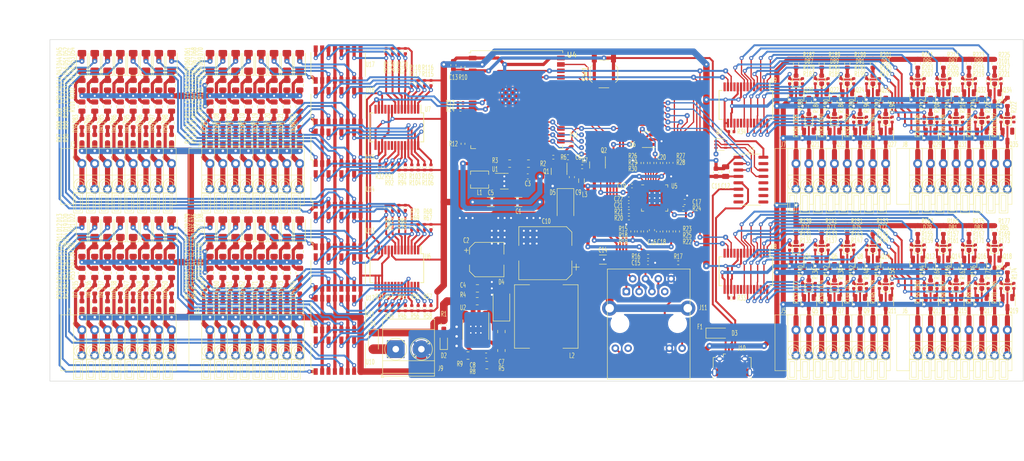
<source format=kicad_pcb>
(kicad_pcb (version 20221018) (generator pcbnew)
  (title_block (title "ESP 8 Relay Module"))
  (layers (0 "F.Cu" signal) (31 "B.Cu" signal) (34 "B.Paste" user) (35 "F.Paste" user) (36 "B.SilkS" user "B.Silkscreen") (37 "F.SilkS" user "F.Silkscreen") (38 "B.Mask" user) (39 "F.Mask" user) (44 "Edge.Cuts" user))
  (net 0 "")
  (net 1 "GND")
  (net 2 "Net-(C14-Pad1)")
  (net 3 "+3.3VA")
  (net 4 "+24V")
  (net 5 "+3.3V")
  (net 6 "Net-(Q3A-C1)")
  (net 7 "Net-(D11-K)")
  (net 8 "Net-(D12-K)")
  (net 9 "Net-(D13-K)")
  (net 10 "Net-(D14-K)")
  (net 11 "Net-(D19-K)")
  (net 12 "Net-(D20-K)")
  (net 13 "Net-(D21-K)")
  (net 14 "Net-(D22-K)")
  (net 15 "Net-(D27-K)")
  (net 16 "Net-(D28-K)")
  (net 17 "Net-(D29-K)")
  (net 18 "Net-(D30-K)")
  (net 19 "Net-(D35-K)")
  (net 20 "/MCU/USB_D-")
  (net 21 "/MCU/USB_D+")
  (net 22 "Net-(D36-K)")
  (net 23 "Net-(D37-K)")
  (net 24 "Net-(D38-K)")
  (net 25 "Net-(D43-K)")
  (net 26 "Net-(D44-K)")
  (net 27 "Net-(D45-K)")
  (net 28 "Net-(D46-K)")
  (net 29 "Net-(D51-K)")
  (net 30 "Net-(D52-K)")
  (net 31 "Net-(D53-K)")
  (net 32 "Net-(D54-K)")
  (net 33 "Net-(D59-K)")
  (net 34 "Net-(D60-K)")
  (net 35 "Net-(D61-K)")
  (net 36 "/MCU/PHY_PWR")
  (net 37 "Net-(D62-K)")
  (net 38 "Net-(D67-K)")
  (net 39 "Net-(D68-K)")
  (net 40 "Net-(D69-K)")
  (net 41 "Net-(D70-K)")
  (net 42 "/MCU/I2C_SCL")
  (net 43 "/MCU/I2C_SDA")
  (net 44 "Net-(D3-A)")
  (net 45 "Net-(D7-A)")
  (net 46 "/LAN/RD-")
  (net 47 "/LAN/TD-")
  (net 48 "/LAN/TD+")
  (net 49 "/LAN/RD+")
  (net 50 "Net-(D8-A)")
  (net 51 "Net-(D9-A)")
  (net 52 "Net-(D10-A)")
  (net 53 "Net-(D11-A)")
  (net 54 "Net-(D12-A)")
  (net 55 "Net-(D13-A)")
  (net 56 "Net-(D14-A)")
  (net 57 "Net-(D15-A)")
  (net 58 "Net-(D16-A)")
  (net 59 "Net-(D17-A)")
  (net 60 "Net-(D18-A)")
  (net 61 "Net-(D19-A)")
  (net 62 "Net-(D20-A)")
  (net 63 "Net-(D21-A)")
  (net 64 "Net-(D22-A)")
  (net 65 "Net-(D23-A)")
  (net 66 "Net-(D24-A)")
  (net 67 "Net-(D25-A)")
  (net 68 "Net-(D26-A)")
  (net 69 "/LAN/LED_G_K")
  (net 70 "Net-(D27-A)")
  (net 71 "Net-(D28-A)")
  (net 72 "Net-(D29-A)")
  (net 73 "Net-(D30-A)")
  (net 74 "Net-(D31-A)")
  (net 75 "Net-(D32-A)")
  (net 76 "Net-(D33-A)")
  (net 77 "Net-(D34-A)")
  (net 78 "Net-(D35-A)")
  (net 79 "/LAN/EMAC_RXD1")
  (net 80 "/LAN/EMAC_RXD0")
  (net 81 "/LAN/EMAC_MDIO")
  (net 82 "/LAN/EMAC_RX")
  (net 83 "Net-(D36-A)")
  (net 84 "Net-(D37-A)")
  (net 85 "Net-(D38-A)")
  (net 86 "Net-(D39-A)")
  (net 87 "Net-(D40-A)")
  (net 88 "Net-(D41-A)")
  (net 89 "Net-(D42-A)")
  (net 90 "Net-(D43-A)")
  (net 91 "Net-(D44-A)")
  (net 92 "Net-(D45-A)")
  (net 93 "Net-(D46-A)")
  (net 94 "Net-(D47-A)")
  (net 95 "Net-(D48-A)")
  (net 96 "Net-(D49-A)")
  (net 97 "Net-(D50-A)")
  (net 98 "Net-(D51-A)")
  (net 99 "Net-(D52-A)")
  (net 100 "Net-(D53-A)")
  (net 101 "Net-(D54-A)")
  (net 102 "Net-(D55-A)")
  (net 103 "/LAN/EMAC_CLK")
  (net 104 "/LAN/EMAC_TXD0")
  (net 105 "Net-(D56-A)")
  (net 106 "/LAN/EMAC_TXEN")
  (net 107 "/LAN/EMAC_TXD1")
  (net 108 "/LAN/EMAC_MDC")
  (net 109 "Net-(D57-A)")
  (net 110 "Net-(D58-A)")
  (net 111 "Net-(D59-A)")
  (net 112 "Net-(D60-A)")
  (net 113 "Net-(D61-A)")
  (net 114 "Net-(D62-A)")
  (net 115 "Net-(D63-A)")
  (net 116 "Net-(D64-A)")
  (net 117 "Net-(D65-A)")
  (net 118 "Net-(D66-A)")
  (net 119 "Net-(D67-A)")
  (net 120 "Net-(D68-A)")
  (net 121 "Net-(D69-A)")
  (net 122 "Net-(D70-A)")
  (net 123 "/Outputs 1-16/J8-OUT1")
  (net 124 "Net-(D71-A)")
  (net 125 "/Outputs 1-16/J8-OUT2")
  (net 126 "Net-(D72-A)")
  (net 127 "/Outputs 1-16/J8-OUT3")
  (net 128 "Net-(D73-A)")
  (net 129 "/Outputs 1-16/J8-OUT4")
  (net 130 "Net-(D74-A)")
  (net 131 "/Outputs 1-16/J8-OUT5")
  (net 132 "Net-(D75-A)")
  (net 133 "/Outputs 1-16/J8-OUT6")
  (net 134 "Net-(D76-A)")
  (net 135 "/Outputs 1-16/J8-OUT7")
  (net 136 "Net-(D77-A)")
  (net 137 "/Outputs 1-16/J8-OUT8")
  (net 138 "Net-(D78-A)")
  (net 139 "/Outputs 1-16/J9-OUT9")
  (net 140 "Net-(D79-A)")
  (net 141 "/Outputs 1-16/J9-OUT10")
  (net 142 "Net-(D80-A)")
  (net 143 "/Outputs 1-16/J9-OUT11")
  (net 144 "Net-(D81-A)")
  (net 145 "/Outputs 1-16/J9-OUT12")
  (net 146 "Net-(D82-A)")
  (net 147 "/Outputs 1-16/J9-OUT13")
  (net 148 "Net-(D83-A)")
  (net 149 "/Outputs 1-16/J9-OUT14")
  (net 150 "Net-(D84-A)")
  (net 151 "/Outputs 1-16/J9-OUT15")
  (net 152 "Net-(D85-A)")
  (net 153 "/Outputs 1-16/J9-OUT16")
  (net 154 "Net-(D86-A)")
  (net 155 "/Outputs 17-32/J10-OUT17")
  (net 156 "Net-(D87-A)")
  (net 157 "/Outputs 17-32/J10-OUT18")
  (net 158 "Net-(D88-A)")
  (net 159 "/Outputs 17-32/J10-OUT19")
  (net 160 "Net-(D89-A)")
  (net 161 "/Outputs 17-32/J10-OUT20")
  (net 162 "Net-(D90-A)")
  (net 163 "/Outputs 17-32/J10-OUT21")
  (net 164 "Net-(D91-A)")
  (net 165 "/Outputs 17-32/J10-OUT22")
  (net 166 "Net-(D92-A)")
  (net 167 "/Outputs 17-32/J10-OUT23")
  (net 168 "Net-(D93-A)")
  (net 169 "/Outputs 17-32/J10-OUT24")
  (net 170 "Net-(D94-A)")
  (net 171 "/Outputs 17-32/J11-OUT25")
  (net 172 "Net-(D95-A)")
  (net 173 "/Outputs 17-32/J11-OUT26")
  (net 174 "Net-(D96-A)")
  (net 175 "/Outputs 17-32/J11-OUT27")
  (net 176 "Net-(D97-A)")
  (net 177 "/Outputs 17-32/J11-OUT28")
  (net 178 "Net-(D98-A)")
  (net 179 "/Outputs 17-32/J11-OUT29")
  (net 180 "Net-(D99-A)")
  (net 181 "/Outputs 17-32/J11-OUT30")
  (net 182 "Net-(D100-A)")
  (net 183 "/Outputs 17-32/J11-OUT31")
  (net 184 "Net-(D101-A)")
  (net 185 "/Outputs 17-32/J11-OUT32")
  (net 186 "Net-(D102-A)")
  (net 187 "/Inputs 1-16/J4-IN1")
  (net 188 "/Inputs 1-16/J4-IN2")
  (net 189 "/Inputs 1-16/J4-IN3")
  (net 190 "/Inputs 1-16/J4-IN4")
  (net 191 "/Inputs 1-16/J4-IN5")
  (net 192 "/Inputs 1-16/J4-IN6")
  (net 193 "/Inputs 1-16/J4-IN7")
  (net 194 "/Inputs 1-16/J4-IN8")
  (net 195 "/Inputs 1-16/J5-IN9")
  (net 196 "/Inputs 1-16/J5-IN10")
  (net 197 "/Inputs 1-16/J5-IN11")
  (net 198 "/Inputs 1-16/J5-IN12")
  (net 199 "/Inputs 1-16/J5-IN13")
  (net 200 "/Inputs 1-16/J5-IN14")
  (net 201 "/Inputs 1-16/J5-IN15")
  (net 202 "/Inputs 1-16/J5-IN16")
  (net 203 "/Inputs 17-32/J6-IN17")
  (net 204 "/Inputs 17-32/J6-IN18")
  (net 205 "/Inputs 17-32/J6-IN19")
  (net 206 "/Inputs 17-32/J6-IN20")
  (net 207 "/Inputs 17-32/J6-IN21")
  (net 208 "/Inputs 17-32/J6-IN22")
  (net 209 "/Inputs 17-32/J6-IN23")
  (net 210 "/Inputs 17-32/J6-IN24")
  (net 211 "/Inputs 17-32/J7-IN25")
  (net 212 "/Inputs 17-32/J7-IN26")
  (net 213 "/Inputs 17-32/J7-IN27")
  (net 214 "/Inputs 17-32/J7-IN28")
  (net 215 "/Inputs 17-32/J7-IN29")
  (net 216 "/Inputs 17-32/J7-IN30")
  (net 217 "/Inputs 17-32/J7-IN31")
  (net 218 "/Inputs 17-32/J7-IN32")
  (net 221 "Net-(J11-Pad9)")
  (net 222 "Net-(J11-Pad12)")
  (net 223 "Net-(Q3B-C2)")
  (net 224 "Net-(Q4-B)")
  (net 225 "Net-(Q5-B)")
  (net 226 "Net-(Q6-B)")
  (net 227 "Net-(Q7-B)")
  (net 228 "Net-(Q8-B)")
  (net 229 "Net-(Q9-B)")
  (net 230 "Net-(Q10-B)")
  (net 231 "Net-(Q11-B)")
  (net 232 "Net-(Q12-B)")
  (net 233 "Net-(Q13-B)")
  (net 234 "Net-(Q14-B)")
  (net 235 "Net-(Q15-B)")
  (net 236 "Net-(Q16-B)")
  (net 237 "Net-(Q17-B)")
  (net 238 "Net-(Q18-B)")
  (net 239 "Net-(Q19-B)")
  (net 240 "Net-(Q20-B)")
  (net 241 "Net-(Q21-B)")
  (net 242 "Net-(Q22-B)")
  (net 243 "Net-(Q23-B)")
  (net 244 "Net-(Q24-B)")
  (net 245 "Net-(Q25-B)")
  (net 246 "Net-(Q26-B)")
  (net 247 "Net-(Q27-B)")
  (net 248 "Net-(Q28-B)")
  (net 249 "Net-(Q29-B)")
  (net 250 "Net-(Q30-B)")
  (net 251 "Net-(Q31-B)")
  (net 252 "Net-(Q32-B)")
  (net 253 "Net-(Q33-B)")
  (net 254 "Net-(Q34-B)")
  (net 255 "Net-(Q35-B)")
  (net 256 "Net-(U6-~{RESET})")
  (net 257 "Net-(U7-~{RESET})")
  (net 258 "Net-(U8-~{RESET})")
  (net 259 "Net-(U9-~{RESET})")
  (net 260 "/GPIO Expanders/IN1")
  (net 261 "/GPIO Expanders/IN2")
  (net 262 "/GPIO Expanders/IN3")
  (net 263 "/GPIO Expanders/IN4")
  (net 264 "/GPIO Expanders/IN5")
  (net 265 "/GPIO Expanders/IN6")
  (net 266 "/GPIO Expanders/IN7")
  (net 267 "/GPIO Expanders/IN8")
  (net 268 "/GPIO Expanders/IN9")
  (net 269 "/GPIO Expanders/IN10")
  (net 270 "/GPIO Expanders/IN11")
  (net 271 "/GPIO Expanders/IN12")
  (net 272 "/GPIO Expanders/IN13")
  (net 273 "/GPIO Expanders/IN14")
  (net 274 "/GPIO Expanders/IN15")
  (net 275 "/GPIO Expanders/IN16")
  (net 276 "/GPIO Expanders/IN17")
  (net 277 "/GPIO Expanders/IN18")
  (net 278 "/GPIO Expanders/IN19")
  (net 279 "/GPIO Expanders/IN20")
  (net 280 "/GPIO Expanders/IN21")
  (net 281 "/GPIO Expanders/IN22")
  (net 282 "/GPIO Expanders/IN23")
  (net 283 "/GPIO Expanders/IN24")
  (net 284 "/GPIO Expanders/IN25")
  (net 285 "/GPIO Expanders/IN26")
  (net 286 "/GPIO Expanders/IN27")
  (net 287 "/GPIO Expanders/IN28")
  (net 288 "/GPIO Expanders/IN29")
  (net 289 "/GPIO Expanders/IN30")
  (net 290 "/GPIO Expanders/IN31")
  (net 291 "/GPIO Expanders/IN32")
  (net 292 "/GPIO Expanders/OUT1")
  (net 293 "/GPIO Expanders/OUT2")
  (net 294 "/GPIO Expanders/OUT3")
  (net 295 "/GPIO Expanders/OUT4")
  (net 296 "/GPIO Expanders/OUT5")
  (net 297 "/GPIO Expanders/OUT6")
  (net 298 "/GPIO Expanders/OUT7")
  (net 299 "/GPIO Expanders/OUT8")
  (net 300 "/GPIO Expanders/OUT9")
  (net 301 "/GPIO Expanders/OUT10")
  (net 302 "/GPIO Expanders/OUT11")
  (net 303 "/GPIO Expanders/OUT12")
  (net 304 "/GPIO Expanders/OUT13")
  (net 305 "/GPIO Expanders/OUT14")
  (net 306 "/GPIO Expanders/OUT15")
  (net 307 "/GPIO Expanders/OUT16")
  (net 308 "/GPIO Expanders/OUT17")
  (net 309 "/GPIO Expanders/OUT18")
  (net 310 "/GPIO Expanders/OUT19")
  (net 311 "/GPIO Expanders/OUT20")
  (net 312 "/GPIO Expanders/OUT21")
  (net 313 "/GPIO Expanders/OUT22")
  (net 314 "/GPIO Expanders/OUT23")
  (net 315 "/GPIO Expanders/OUT24")
  (net 316 "/GPIO Expanders/OUT25")
  (net 317 "/GPIO Expanders/OUT26")
  (net 318 "/GPIO Expanders/OUT27")
  (net 319 "/GPIO Expanders/OUT28")
  (net 320 "/GPIO Expanders/OUT29")
  (net 321 "/GPIO Expanders/OUT30")
  (net 322 "/GPIO Expanders/OUT31")
  (net 323 "/GPIO Expanders/OUT32")
  (net 324 "Net-(U3-TXD)")
  (net 325 "Net-(U3-RXD)")
  (net 360 "+5V")
  (net 361 "Net-(U1-FB)")
  (net 362 "Net-(Q1-G)")
  (net 363 "Net-(D4-K)")
  (net 364 "Net-(C7-Pad1)")
  (net 365 "Net-(D5-A)")
  (net 366 "Net-(U2-FB)")
  (net 367 "+3.3VLAN")
  (net 368 "Net-(U5-~{RST})")
  (net 369 "Net-(D1-A)")
  (net 370 "Net-(D2-A)")
  (net 371 "Net-(D3-K)")
  (net 372 "Net-(U1-LX)")
  (net 373 "Net-(Q2-C)")
  (net 374 "Net-(Q3A-E1)")
  (net 375 "Net-(Q3A-B1)")
  (net 376 "Net-(R4-Pad2)")
  (net 377 "Net-(U2-BS)")
  (net 378 "Net-(U5-RXD2{slash}~{RMIISEL})")
  (net 379 "/LAN/LED_Y_A")
  (net 380 "Net-(U5-RXD3{slash}~{PHYAD2})")
  (net 381 "Net-(U5-RXCLK{slash}~{PHYAD1})")
  (net 382 "Net-(U5-RXER{slash}RXD4{slash}~{PHYAD0})")
  (net 383 "Net-(U5-RBIAS)")
  (net 398 "Net-(#FLG06-pwr)")
  (footprint "Tales:R_0603_1608Metric" (layer "F.Cu") (at 88.9 113.855 -90)
    (fp_text reference "R50")
    (fp_text value "5,6k/0,1W/0603")
  )
  (footprint "Tales:R_0603_1608Metric" (layer "F.Cu") (at 249.555 76.645 -90)
    (fp_text reference "R224")
    (fp_text value "5,6k/0,1W/0603")
  )
  (footprint "Tales:CP_Elec_10x10" (layer "F.Cu") (at 163.005 106.68 180)
    (fp_text reference "C10")
    (fp_text value "470uF/16V/10x10")
  )
  (footprint "Tales:C_0805_2012Metric" (layer "F.Cu") (at 71.12 73.345 -90)
    (fp_text reference "C39")
    (fp_text value "33nF/50V/0805")
  )
  (footprint "Tales:LED_0603_1608Metric" (layer "F.Cu") (at 73.66 83.9725 90)
    (fp_text reference "D40")
    (fp_text value "GREEN/0603")
  )
  (footprint "Package_SO:SOP-16_4.4x10.4mm_P1.27mm" (layer "F.Cu") (at 121.925 102.26 90)
    (fp_text reference "U13")
    (fp_text value "OR-3H4-4")
  )
  (footprint "Diode_SMD:D_MiniMELF" (layer "F.Cu") (at 114.3 101.755 90)
    (fp_text reference "D38")
    (fp_text value "9V1/500mW")
  )
  (footprint "Tales:C_1206_3216Metric" (layer "F.Cu") (at 174.42 107.95 180)
    (fp_text reference "C14")
    (fp_text value "1nF/2kV/1206")
  )
  (footprint "Tales:L_12x12mm_H6mm" (layer "F.Cu") (at 163.195 119.25 90)
    (fp_text reference "L2")
    (fp_text value "33uH 2,1A")
  )
  (footprint "Tales:R_0603_1608Metric" (layer "F.Cu") (at 96.52 113.855 -90)
    (fp_text reference "R59")
    (fp_text value "5,6k/0,1W/0603")
  )
  (footprint "Tales:R_0402_1005Metric" (layer "F.Cu") (at 224.155 105.535 90)
    (fp_text reference "R147")
    (fp_text value "1k/62,5mW/0402")
  )
  (footprint "Tales:C_0805_2012Metric" (layer "F.Cu") (at 99.06 73.345 -90)
    (fp_text reference "C48")
    (fp_text value "33nF/50V/0805")
  )
  (footprint "Tales:R_0603_1608Metric" (layer "F.Cu") (at 73.66 80.835 -90)
    (fp_text reference "R84")
    (fp_text value "5,6k/0,1W/0603")
  )
  (footprint "Diode_SMD:D_MiniMELF" (layer "F.Cu") (at 114.3 68.735 90)
    (fp_text reference "D70")
    (fp_text value "9V1/500mW")
  )
  (footprint "Diode_SMD:D_MiniMELF" (layer "F.Cu") (at 109.22 68.735 90)
    (fp_text reference "D68")
    (fp_text value "9V1/500mW")
  )
  (footprint "Tales:R_0603_1608Metric" (layer "F.Cu") (at 244.475 76.645 -90)
    (fp_text reference "R214")
    (fp_text value "5,6k/0,1W/0603")
  )
  (footprint "Tales:R_0402_1005Metric" (layer "F.Cu") (at 253.365 105.535 90)
    (fp_text reference "R173")
    (fp_text value "1k/62,5mW/0402")
  )
  (footprint "Tales:R_0402_1005Metric" (layer "F.Cu") (at 245.745 72.515 -90)
    (fp_text reference "R215")
    (fp_text value "10k/62,5mW/0402")
  )
  (footprint "Tales:R_0402_1005Metric" (layer "F.Cu") (at 186.69 88.775 90)
    (fp_text reference "R28")
    (fp_text value "49,9R/62,5mW/0402")
  )
  (footprint "Tales:C_0805_2012Metric" (layer "F.Cu") (at 96.52 73.345 -90)
    (fp_text reference "C47")
    (fp_text value "33nF/50V/0805")
  )
  (footprint "Tales:LED_0603_1608Metric" (layer "F.Cu") (at 106.68 116.9925 90)
    (fp_text reference "D31")
    (fp_text value "GREEN/0603")
  )
  (footprint "Tales:SOIC-8-1EP_3.9x4.9mm_P1.27mm_EP2.29x3mm_ThermalVias" (layer "F.Cu") (at 149.225 121.855 -90)
    (fp_text reference "U2")
    (fp_text value "TX4138")
  )
  (footprint "Tales:R_0402_1005Metric" (layer "F.Cu") (at 140.335 89.66 90)
    (fp_text reference "R106")
    (fp_text value "2k2/62,5mW/0402")
  )
  (footprint "Diode_SMD:D_MiniMELF" (layer "F.Cu") (at 101.6 101.755 90)
    (fp_text reference "D29")
    (fp_text value "9V1/500mW")
  )
  (footprint "Diode_SMD:D_MiniMELF" (layer "F.Cu") (at 86.36 68.735 90)
    (fp_text reference "D53")
    (fp_text value "9V1/500mW")
  )
  (footprint "Tales:R_0805_2012Metric" (layer "F.Cu") (at 114.3 77.5735 -90)
    (fp_text reference "R126")
    (fp_text value "1k8/0,125W/0805")
  )
  (footprint "Tales:SOT-23" (layer "F.Cu") (at 225.425 83.455 -90)
    (fp_text reference "Q25")
    (fp_text value "MMBT2222A/SOT-23-3")
  )
  (footprint "Tales:R_0603_1608Metric" (layer "F.Cu") (at 106.68 80.835 -90)
    (fp_text reference "R119")
    (fp_text value "5,6k/0,1W/0603")
  )
  (footprint "Tales:R_0603_1608Metric" (layer "F.Cu") (at 78.74 80.835 -90)
    (fp_text reference "R86")
    (fp_text value "5,6k/0,1W/0603")
  )
  (footprint "Tales:R_0603_1608Metric" (layer "F.Cu") (at 220.345 109.665 -90)
    (fp_text reference "R142")
    (fp_text value "5,6k/0,1W/0603")
  )
  (footprint "Tales:R_0402_1005Metric" (layer "F.Cu") (at 140.335 101.475 -90)
    (fp_text reference "R67")
    (fp_text value "2k2/62,5mW/0402")
  )
  (footprint "Tales:R_0402_1005Metric" (layer "F.Cu") (at 189.23 102.36 90)
    (fp_text reference "R22")
    (fp_text value "2k2/62,5mW/0402")
  )
  (footprint "Tales:R_0402_1005Metric" (layer "F.Cu") (at 146.175 76.84)
    (fp_text reference "R13")
    (fp_text value "2k2/62,5mW/0402")
  )
  (footprint "Tales:R_0402_1005Metric" (layer "F.Cu") (at 224.155 113.155 -90)
    (fp_text reference "R144")
    (fp_text value "10k/62,5mW/0402")
  )
  (footprint "Tales:R_0805_2012Metric" (layer "F.Cu") (at 71.12 77.5735 -90)
    (fp_text reference "R87")
    (fp_text value "1k8/0,125W/0805")
  )
  (footprint "Tales:R_0805_2012Metric" (layer "F.Cu") (at 104.14 77.5735 -90)
    (fp_text reference "R114")
    (fp_text value "1k8/0,125W/0805")
  )
  (footprint "Tales:LED_0603_1608Metric" (layer "F.Cu") (at 215.265 112.8775 90)
    (fp_text reference "D72")
    (fp_text value "GREEN/0603")
  )
  (footprint "Tales:C_0805_2012Metric" (layer "F.Cu") (at 88.9 73.345 -90)
    (fp_text reference "C46")
    (fp_text value "33nF/50V/0805")
  )
  (footprint "Tales:SOT-23" (layer "F.Cu") (at 222.885 75.835 -90)
    (fp_text reference "Q24")
    (fp_text value "MMBT2222A/SOT-23-3")
  )
  (footprint "Diode_SMD:D_MiniMELF" (layer "F.Cu") (at 83.82 101.755 90)
    (fp_text reference "D20")
    (fp_text value "9V1/500mW")
  )
  (footprint "Package_TO_SOT_SMD:SOT-23-5" (layer "F.Cu") (at 183.0125 84.14 180)
    (fp_text reference "D6")
    (fp_text value "ESDS314DBV")
  )
  (footprint "Tales:R_0402_1005Metric" (layer "F.Cu") (at 137.795 72.9 -90)
    (fp_text reference "R117")
    (fp_text value "2k2/62,5mW/0402")
  )
  (footprint "Tales:C_0805_2012Metric" (layer "F.Cu") (at 111.76 73.345 -90)
    (fp_text reference "C53")
    (fp_text value "33nF/50V/0805")
  )
  (footprint "Tales:R_0402_1005Metric" (layer "F.Cu") (at 133.985 66.55 -90)
    (fp_text reference "R128")
    (fp_text value "2k2/62,5mW/0402")
  )
  (footprint "Tales:R_0603_1608Metric" (layer "F.Cu") (at 96.52 80.835 -90)
    (fp_text reference "R107")
    (fp_text value "5,6k/0,1W/0603")
  )
  (footprint "Tales:SOT-23" (layer "F.Cu") (at 239.395 116.475 -90)
    (fp_text reference "Q13")
    (fp_text value "MMBT2222A/SOT-23-3")
  )
  (footprint "Tales:R_0402_1005Metric" (layer "F.Cu") (at 135.255 117.6 90)
    (fp_text reference "R46")
    (fp_text value "2k2/62,5mW/0402")
  )
  (footprint "Tales:LED_0603_1608Metric" (layer "F.Cu") (at 215.265 79.8575 90)
    (fp_text reference "D88")
    (fp_text value "GREEN/0603")
  )
  (footprint "Inductor_SMD:L_0805_2012Metric" (layer "F.Cu") (at 170.18 92.2825 -90)
    (fp_text reference "L3")
    (fp_text value "2A 600R")
  )
  (footprint "Tales:D_SMA" (layer "F.Cu") (at 167.005 97.25 -90)
    (fp_text reference "D5")
    (fp_text value "SS34")
  )
  (footprint "Tales:R_0805_2012Metric" (layer "F.Cu") (at 155.9325 88.9 180)
    (fp_text reference "R3")
    (fp_text value "22,1k/0,125W/0805")
  )
  (footprint "Tales:R_0603_1608Metric" (layer "F.Cu") (at 104.14 113.855 -90)
    (fp_text reference "R62")
    (fp_text value "5,6k/0,1W/0603")
  )
  (footprint "Diode_SMD:D_MiniMELF" (layer "F.Cu") (at 78.74 101.755 90)
    (fp_text reference "D14")
    (fp_text value "9V1/500mW")
  )
  (footprint "Tales:R_0402_1005Metric" (layer "F.Cu") (at 182.88 102.36 90)
    (fp_text reference "R19")
    (fp_text value "2k2/62,5mW/0402")
  )
  (footprint "Tales:SOT-363_SC-70-6" (layer "F.Cu") (at 197.8 85.105)
    (fp_text reference "Q3")
    (fp_text value "UMH3N")
  )
  (footprint "Tales:R_0805_2012Metric" (layer "F.Cu") (at 71.12 110.5935 -90)
    (fp_text reference "R39")
    (fp_text value "1k8/0,125W/0805")
  )
  (footprint "Tales:R_0603_1608Metric" (layer "F.Cu") (at 227.965 69.025 -90)
    (fp_text reference "R201")
    (fp_text value "5,6k/0,1W/0603")
  )
  (footprint "Tales:LED_0603_1608Metric" (layer "F.Cu") (at 220.345 79.8575 90)
    (fp_text reference "D90")
    (fp_text value "GREEN/0603")
  )
  (footprint "Tales:ESP32-WROOM-32U" (layer "F.Cu") (at 157.34 76.2)
    (fp_text reference "U4")
    (fp_text value "ESP32-WROOM-32UE-N16")
  )
  (footprint "Tales:R_0603_1608Metric" (layer "F.Cu") (at 212.725 102.045 -90)
    (fp_text reference "R139")
    (fp_text value "5,6k/0,1W/0603")
  )
  (footprint "Tales:C_0805_2012Metric" (layer "F.Cu") (at 106.68 73.345 -90)
    (fp_text reference "C51")
    (fp_text value "33nF/50V/0805")
  )
  (footprint "Tales:R_0402_1005Metric" (layer "F.Cu") (at 243.205 72.515 90)
    (fp_text reference "R209")
    (fp_text value "1k/62,5mW/0402")
  )
  (footprint "Tales:C_0402_1005Metric" (layer "F.Cu") (at 179.55 97.155 180)
    (fp_text reference "C21")
    (fp_text value "1uF/6,3V/0402")
  )
  (footprint "Tales:R_0402_1005Metric" (layer "F.Cu") (at 255.905 113.155 90)
    (fp_text reference "R174")
    (fp_text value "1k/62,5mW/0402")
  )
  (footprint "Tales:R_0603_1608Metric" (layer "F.Cu") (at 215.265 76.645 -90)
    (fp_text reference "R188")
    (fp_text value "5,6k/0,1W/0603")
  )
  (footprint "Tales:C_0402_1005Metric" (layer "F.Cu") (at 183.36 108.585)
    (fp_text reference "C15")
    (fp_text value "0,1uF/16V/0402")
  )
  (footprint "Tales:C_0603_1608Metric" (layer "F.Cu") (at 144.78 69.36 90)
    (fp_text reference "C13")
    (fp_text value "1uF/10V/0603")
  )
  (footprint "Tales:R_0402_1005Metric" (layer "F.Cu") (at 229.235 105.535 90)
    (fp_text reference "R149")
    (fp_text value "1k/62,5mW/0402")
  )
  (footprint "Tales:SOT-23" (layer "F.Cu") (at 227.965 108.855 -90)
    (fp_text reference "Q10")
    (fp_text value "MMBT2222A/SOT-23-3")
  )
  (footprint "Tales:LED_0603_1608Metric" (layer "F.Cu") (at 217.805 105.2575 90)
    (fp_text reference "D73")
    (fp_text value "GREEN/0603")
  )
  (footprint "Diode_SMD:D_MiniMELF" (layer "F.Cu") (at 101.6 68.735 90)
    (fp_text reference "D61")
    (fp_text value "9V1/500mW")
  )
  (footprint "Tales:R_0805_2012Metric" (layer "F.Cu") (at 76.2 77.5735 -90)
    (fp_text reference "R89")
    (fp_text value "1k8/0,125W/0805")
  )
  (footprint "Tales:R_0603_1608Metric" (layer "F.Cu") (at 222.885 69.025 -90)
    (fp_text reference "R199")
    (fp_text value "5,6k/0,1W/0603")
  )
  (footprint "Tales:R_0402_1005Metric" (layer "F.Cu") (at 187.96 102.36 90)
    (fp_text reference "R25")
    (fp_text value "2k2/62,5mW/0402")
  )
  (footprint "Diode_SMD:D_MiniMELF" (layer "F.Cu") (at 81.28 68.735 90)
    (fp_text reference "D51")
    (fp_text value "9V1/500mW")
  )
  (footprint "Tales:R_0603_1608Metric" (layer "F.Cu") (at 227.965 102.045 -90)
    (fp_text reference "R153")
    (fp_text value "5,6k/0,1W/0603")
  )
  (footprint "Tales:R_0603_1608Metric" (layer "F.Cu") (at 71.12 80.835 -90)
    (fp_text reference "R83")
    (fp_text value "5,6k/0,1W/0603")
  )
  (footprint "Tales:R_0402_1005Metric" (layer "F.Cu") (at 221.615 80.135 90)
    (fp_text reference "R186")
    (fp_text value "1k/62,5mW/0402")
  )
  (footprint "Tales:R_0402_1005Metric" (layer "F.Cu") (at 132.715 97.665 -90)
    (fp_text reference "R81")
    (fp_text value "2k2/62,5mW/0402")
  )
  (footprint "Diode_SMD:D_MiniMELF" (layer "F.Cu") (at 76.2 101.755 90)
    (fp_text reference "D13")
    (fp_text value "9V1/500mW")
  )
  (footprint "Tales:SOT-23" (layer "F.Cu") (at 220.345 83.455 -90)
    (fp_text reference "Q23")
    (fp_text value "MMBT2222A/SOT-23-3")
  )
  (footprint "Tales:R_0402_1005Metric" (layer "F.Cu") (at 131.445 66.55 -90)
    (fp_text reference "R130")
    (fp_text value "2k2/62,5mW/0402")
  )
  (footprint "Tales:R_0805_2012Metric" (layer "F.Cu") (at 99.06 77.5735 -90)
    (fp_text reference "R112")
    (fp_text value "1k8/0,125W/0805")
  )
  (footprint "Tales:R_0603_1608Metric" (layer "F.Cu") (at 111.76 80.835 -90)
    (fp_text reference "R121")
    (fp_text value "5,6k/0,1W/0603")
  )
  (footprint "Tales:R_0402_1005Metric" (layer "F.Cu") (at 245.745 105.535 -90)
    (fp_text reference "R167")
    (fp_text value "10k/62,5mW/0402")
  )
  (footprint "Tales:LED_0603_1608Metric" (layer "F.Cu") (at 241.935 105.2575 90)
    (fp_text reference "D81")
    (fp_text value "GREEN/0603")
  )
  (footprint "Tales:L_3x3_H1.5" (layer "F.Cu") (at 149.98 92.075 180)
    (fp_text reference "L1")
    (fp_text value "2,2uH 1,5A")
  )
  (footprint "Tales:R_0402_1005Metric" (layer "F.Cu") (at 181.61 88.775 90)
    (fp_text reference "R26")
    (fp_text value "12,1k/62,5mW/0402")
  )
  (footprint "Package_SO:SOP-16_4.4x10.4mm_P1.27mm" (layer "F.Cu") (at 121.925 69.24 90)
    (fp_text reference "U17")
    (fp_text value "OR-3H4-4")
  )
  (footprint "Tales:C_0805_2012Metric" (layer "F.Cu") (at 73.66 73.345 -90)
    (fp_text reference "C40")
    (fp_text value "33nF/50V/0805")
  )
  (footprint "Tales:R_0805_2012Metric" (layer "F.Cu") (at 83.82 110.5935 -90)
    (fp_text reference "R52")
    (fp_text value "1k8/0,125W/0805")
  )
  (footprint "Tales:SOT-23" (layer "F.Cu") (at 241.935 75.835 -90)
    (fp_text reference "Q30")
    (fp_text value "MMBT2222A/SOT-23-3")
  )
  (footprint "Tales:R_0402_1005Metric" (layer "F.Cu") (at 224.155 72.515 90)
    (fp_text reference "R195")
    (fp_text value "1k/62,5mW/0402")
  )
  (footprint "Tales:R_0402_1005Metric" (layer "F.Cu") (at 243.205 105.535 90)
    (fp_text reference "R161")
    (fp_text value "1k/62,5mW/0402")
  )
  (footprint "Package_SO:SOP-16_4.4x10.4mm_P1.27mm" (layer "F.Cu") (at 121.925 110.515 90)
    (fp_text reference "U12")
    (fp_text value "OR-3H4-4")
  )
  (footprint "Tales:C_0805_2012Metric" (layer "F.Cu") (at 114.3 106.365 -90)
    (fp_text reference "C38")
    (fp_text value "33nF/50V/0805")
  )
  (footprint "Tales:C_1206_3216Metric" (layer "F.Cu") (at 157.685 96.52 180)
    (fp_text reference "C1")
    (fp_text value "10uF/16V/1206")
  )
  (footprint "Diode_SMD:D_MiniMELF" (layer "F.Cu") (at 104.14 68.735 90)
    (fp_text reference "D62")
    (fp_text value "9V1/500mW")
  )
  (footprint "Tales:SOT-23" (layer "F.Cu") (at 241.935 108.855 -90)
    (fp_text reference "Q14")
    (fp_text value "MMBT2222A/SOT-23-3")
  )
  (footprint "Tales:CP_Elec_6.3x5.4" (layer "F.Cu") (at 151.39 107.95)
    (fp_text reference "C2")
    (fp_text value "47uF/35V/6,3x5,4")
  )
  (footprint "Tales:R_0603_1608Metric" (layer "F.Cu") (at 241.935 69.025 -90)
    (fp_text reference "R213")
    (fp_text value "5,6k/0,1W/0603")
  )
  (footprint "Tales:R_0603_1608Metric" (layer "F.Cu") (at 101.6 113.855 -90)
    (fp_text reference "R61")
    (fp_text value "5,6k/0,1W/0603")
  )
  (footprint "Diode_SMD:D_MiniMELF" (layer "F.Cu") (at 88.9 101.755 90)
    (fp_text reference "D22")
    (fp_text value "9V1/500mW")
  )
  (footprint "Tales:C_0805_2012Metric" (layer "F.Cu") (at 78.74 73.345 -90)
    (fp_text reference "C42")
    (fp_text value "33nF/50V/0805")
  )
  (footprint "Tales:R_0402_1005Metric" (layer "F.Cu") (at 240.665 72.515 -90)
    (fp_text reference "R205")
    (fp_text value "10k/62,5mW/0402")
  )
  (footprint "Tales:C_0805_2012Metric" (layer "F.Cu") (at 86.36 106.36 -90)
    (fp_text reference "C29")
    (fp_text value "33nF/50V/0805")
  )
  (footprint "Tales:TSOT-23-5" (layer "F.Cu") (at 154.87 92.39)
    (fp_text reference "U1")
    (fp_text value "SY8089A1AAC")
  )
  (footprint "Tales:R_0402_1005Metric" (layer "F.Cu") (at 139.065 89.66 90)
    (fp_text reference "R105")
    (fp_text value "2k2/62,5mW/0402")
  )
  (footprint "Tales:R_0805_2012Metric" (layer "F.Cu") (at 111.76 110.5935 -90)
    (fp_text reference "R77")
    (fp_text value "1k8/0,125W/0805")
  )
  (footprint "Package_SO:SOP-16_4.4x10.4mm_P1.27mm" (layer "F.Cu") (at 121.925 94.005 90)
    (fp_text reference "U14")
    (fp_text value "OR-3H4-4")
  )
  (footprint "Tales:R_0402_1005Metric" (layer "F.Cu") (at 181.61 102.36 90)
    (fp_text reference "R18")
    (fp_text value "2k2/62,5mW/0402")
  )
  (footprint "Tales:LED_0603_1608Metric" (layer "F.Cu") (at 227.965 105.2575 90)
    (fp_text reference "D77")
    (fp_text value "GREEN/0603")
  )
  (footprint "Tales:R_0402_1005Metric" (layer "F.Cu") (at 238.125 105.535 90)
    (fp_text reference "R159")
    (fp_text value "1k/62,5mW/0402")
  )
  (footprint "Diode_SMD:D_MiniMELF" (layer "F.Cu") (at 99.06 68.735 90)
    (fp_text reference "D60")
    (fp_text value "9V1/500mW")
  )
  (footprint "Tales:R_0603_1608Metric" (layer "F.Cu") (at 111.76 113.855 -90)
    (fp_text reference "R73")
    (fp_text value "5,6k/0,1W/0603")
  )
  (footprint "Tales:SOT-23" (layer "F.Cu") (at 239.395 83.455 -90)
    (fp_text reference "Q29")
    (fp_text value "MMBT2222A/SOT-23-3")
  )
  (footprint "Tales:R_0402_1005Metric" (layer "F.Cu") (at 216.535 113.155 90)
    (fp_text reference "R136")
    (fp_text value "1k/62,5mW/0402")
  )
  (footprint "Package_SO:SOIC-16_3.9x9.9mm_P1.27mm" (layer "F.Cu") (at 203.77 92.075)
    (fp_text reference "U3")
    (fp_text value "CH340C")
  )
  (footprint "Tales:R_0402_1005Metric" (layer "F.Cu") (at 170.305 89.535 180)
    (fp_text reference "R7")
    (fp_text value "1k/62,5mW/0402")
  )
  (footprint "Tales:R_0603_1608Metric" (layer "F.Cu") (at 76.2 80.835 -90)
    (fp_text reference "R85")
    (fp_text value "5,6k/0,1W/0603")
  )
  (footprint "Tales:SOT-23" (layer "F.Cu") (at 220.345 116.475 -90)
    (fp_text reference "Q7")
    (fp_text value "MMBT2222A/SOT-23-3")
  )
  (footprint "Tales:R_0402_1005Metric" (layer "F.Cu") (at 229.235 80.135 -90)
    (fp_text reference "R194")
    (fp_text value "10k/62,5mW/0402")
  )
  (footprint "Tales:C_0603_1608Metric" (layer "F.Cu") (at 196.85 90.665 90)
    (fp_text reference "C11")
    (fp_text value "10uF/6,3V/0603")
  )
  (footprint "Tales:SOT-23" (layer "F.Cu") (at 173.355 89.17 -90)
    (fp_text reference "Q2")
    (fp_text value "LMUN2211LT1G")
  )
  (footprint "Tales:R_0603_1608Metric" (layer "F.Cu") (at 225.425 76.645 -90)
    (fp_text reference "R200")
    (fp_text value "5,6k/0,1W/0603")
  )
  (footprint "Tales:R_0402_1005Metric" (layer "F.Cu") (at 189.355 108.585)
    (fp_text reference "R17")
    (fp_text value "330R/62,5mW/0402")
  )
  (footprint "Tales:R_0402_1005Metric" (layer "F.Cu") (at 183.39 107.315)
    (fp_text reference "R16")
    (fp_text value "330R/62,5mW/0402")
  )
  (footprint "Tales:R_0402_1005Metric" (layer "F.Cu") (at 130.175 89.66 90)
    (fp_text reference "R32")
    (fp_text value "1k/62,5mW/0402")
  )
  (footprint "Tales:SOT-23" (layer "F.Cu") (at 244.475 83.455 -90)
    (fp_text reference "Q31")
    (fp_text value "MMBT2222A/SOT-23-3")
  )
  (footprint "Diode_SMD:D_MiniMELF" (layer "F.Cu") (at 109.22 101.755 90)
    (fp_text reference "D36")
    (fp_text value "9V1/500mW")
  )
  (footprint "Tales:R_0805_2012Metric" (layer "F.Cu") (at 101.6 110.5935 -90)
    (fp_text reference "R65")
    (fp_text value "1k8/0,125W/0805")
  )
  (footprint "Tales:R_0402_1005Metric" (layer "F.Cu") (at 213.995 105.535 90)
    (fp_text reference "R135")
    (fp_text value "1k/62,5mW/0402")
  )
  (footprint "Tales:C_0805_2012Metric" (layer "F.Cu") (at 78.74 106.36 -90)
    (fp_text reference "C26")
    (fp_text value "33nF/50V/0805")
  )
  (footprint "Tales:LED_0603_1608Metric" (layer "F.Cu") (at 217.805 72.2375 90)
    (fp_text reference "D89")
    (fp_text value "GREEN/0603")
  )
  (footprint "Tales:TerminalBlock_Dorabo_DB141V-2.54-08P_1x08_P2.54mm_Vertical" (layer "F.Cu") (at 212.725 93.98)
    (fp_text reference "J7")
    (fp_text value "Conn_01x08")
  )
  (footprint "Tales:R_0805_2012Metric" (layer "F.Cu") (at 104.14 110.5935 -90)
    (fp_text reference "R66")
    (fp_text value "1k8/0,125W/0805")
  )
  (footprint "Diode_SMD:D_MiniMELF" (layer "F.Cu") (at 99.06 101.755 90)
    (fp_text reference "D28")
    (fp_text value "9V1/500mW")
  )
  (footprint "Tales:C_0402_1005Metric" (layer "F.Cu") (at 180.185 93.345 180)
    (fp_text reference "C19")
    (fp_text value "0,1uF/16V/0402")
  )
  (footprint "Tales:LED_0603_1608Metric" (layer "F.Cu") (at 114.3 83.9725 90)
    (fp_text reference "D66")
    (fp_text value "GREEN/0603")
  )
  (footprint "Diode_SMD:D_MiniMELF" (layer "F.Cu") (at 76.2 68.735 90)
    (fp_text reference "D45")
    (fp_text value "9V1/500mW")
  )
  (footprint "Tales:R_0402_1005Metric" (layer "F.Cu") (at 179.58 98.425 180)
    (fp_text reference "R21")
    (fp_text value "2k2/62,5mW/0402")
  )
  (footprint "Tales:C_0402_1005Metric" (layer "F.Cu") (at 185.42 102.39 -90)
    (fp_text reference "C18")
    (fp_text value "0,1uF/16V/0402")
  )
  (footprint "Tales:C_0805_2012Metric" (layer "F.Cu") (at 101.6 73.345 -90)
    (fp_text reference "C49")
    (fp_text value "33nF/50V/0805")
  )
  (footprint "Tales:SOT-23" (layer "F.Cu") (at 215.265 83.455 -90)
    (fp_text reference "Q21")
    (fp_text value "MMBT2222A/SOT-23-3")
  )
  (footprint "Tales:R_0402_1005Metric" (layer "F.Cu") (at 216.535 72.515 -90)
    (fp_text reference "R181")
    (fp_text value "10k/62,5mW/0402")
  )
  (footprint "Tales:R_0402_1005Metric" (layer "F.Cu") (at 245.745 113.155 90)
    (fp_text reference "R162")
    (fp_text value "1k/62,5mW/0402")
  )
  (footprint "Tales:QFN-32-1EP_5x5mm_P0.5mm_EP3.3x3.3mm_ThermalVias" (layer "F.Cu") (at 184.6825 95.73)
    (fp_text reference "U5")
    (fp_text value "LAN8710A")
  )
  (footprint "Tales:R_0402_1005Metric" (layer "F.Cu") (at 235.585 72.515 -90)
    (fp_text reference "R203")
    (fp_text value "10k/62,5mW/0402")
  )
  (footprint "Tales:R_0402_1005Metric" (layer "F.Cu") (at 253.365 80.135 -90)
    (fp_text reference "R218")
    (fp_text value "10k/62,5mW/0402")
  )
  (footprint "Tales:SOT-23" (layer "F.Cu") (at 222.885 108.855 -90)
    (fp_text reference "Q8")
    (fp_text value "MMBT2222A/SOT-23-3")
  )
  (footprint "Tales:LED_0603_1608Metric" (layer "F.Cu") (at 81.28 83.9725 90)
    (fp_text reference "D47")
    (fp_text value "GREEN/0603")
  )
  (footprint "Tales:R_0402_1005Metric" (layer "F.Cu") (at 248.285 113.155 -90)
    (fp_text reference "R168")
    (fp_text value "10k/62,5mW/0402")
  )
  (footprint "Diode_SMD:D_MiniMELF" (layer "F.Cu") (at 86.36 101.755 90)
    (fp_text reference "D21")
    (fp_text value "9V1/500mW")
  )
  (footprint "Tales:R_0402_1005Metric" (layer "F.Cu") (at 213.995 80.135 -90)
    (fp_text reference "R180")
    (fp_text value "10k/62,5mW/0402")
  )
  (footprint "Tales:LED_0603_1608Metric" (layer "F.Cu") (at 220.345 112.8775 90)
    (fp_text reference "D74")
    (fp_text value "GREEN/0603")
  )
  (footprint "Tales:TerminalBlock_Dorabo_DB141V-2.54-08P_1x08_P2.54mm_Vertical" (layer "F.Cu") (at 96.52 93.98)
    (fp_text reference "J4")
    (fp_text value "Conn_01x08")
  )
  (footprint "Tales:R_0805_2012Metric" (layer "F.Cu") (at 73.66 77.5735 -90)
    (fp_text reference "R88")
    (fp_text value "1k8/0,125W/0805")
  )
  (footprint "Tales:C_0805_2012Metric" (layer "F.Cu") (at 76.2 106.36 -90)
    (fp_text reference "C25")
    (fp_text value "33nF/50V/0805")
  )
  (footprint "Tales:LED_0603_1608Metric" (layer "F.Cu") (at 230.505 79.8575 90)
    (fp_text reference "D94")
    (fp_text value "GREEN/0603")
  )
  (footprint "Tales:R_0402_1005Metric" (layer "F.Cu") (at 238.125 72.515 90)
    (fp_text reference "R207")
    (fp_text value "1k/62,5mW/0402")
  )
  (footprint "Tales:R_0402_1005Metric" (layer "F.Cu") (at 219.075 80.135 -90)
    (fp_text reference "R182")
    (fp_text value "10k/62,5mW/0402")
  )
  (footprint "Tales:SOT-23" (layer "F.Cu") (at 244.475 116.475 -90)
    (fp_text reference "Q15")
    (fp_text value "MMBT2222A/SOT-23-3")
  )
  (footprint "Tales:LED_0603_1608Metric" (layer "F.Cu") (at 106.68 83.9725 90)
    (fp_text reference "D63")
    (fp_text value "GREEN/0603")
  )
  (footprint "Tales:R_0603_1608Metric" (layer "F.Cu") (at 86.36 80.835 -90)
    (fp_text reference "R97")
    (fp_text value "5,6k/0,1W/0603")
  )
  (footprint "Tales:C_0805_2012Metric" (layer "F.Cu") (at 71.12 106.36 -90)
    (fp_text reference "C23")
    (fp_text value "33nF/50V/0805")
  )
  (footprint "Tales:R_0402_1005Metric" (layer "F.Cu") (at 146.175 78.11)
    (fp_text reference "R14")
    (fp_text value "2k2/62,5mW/0402")
  )
  (footprint "Tales:R_0402_1005Metric" (layer "F.Cu") (at 186.69 102.36 -90)
    (fp_text reference "R23")
    (fp_text value "2k2/62,5mW/0402")
  )
  (footprint "Tales:R_0805_2012Metric" (layer "F.Cu") (at 88.9 77.5735 -90)
    (fp_text reference "R102")
    (fp_text value "1k8/0,125W/0805")
  )
  (footprint "Tales:R_0402_1005Metric" (layer "F.Cu") (at 219.075 72.515 90)
    (fp_text reference "R185")
    (fp_text value "1k/62,5mW/0402")
  )
  (footprint "Tales:R_0402_1005Metric" (layer "F.Cu") (at 248.285 72.515 90)
    (fp_text reference "R219")
    (fp_text value "1k/62,5mW/0402")
  )
  (footprint "Tales:R_0402_1005Metric" (layer "F.Cu") (at 253.365 72.515 90)
    (fp_text reference "R221")
    (fp_text value "1k/62,5mW/0402")
  )
  (footprint "Tales:R_0603_1608Metric" (layer "F.Cu") (at 249.555 109.665 -90)
    (fp_text reference "R176")
    (fp_text value "5,6k/0,1W/0603")
  )
  (footprint "Tales:SOT-23" (layer "F.Cu") (at 247.015 75.835 -90)
    (fp_text reference "Q32")
    (fp_text value "MMBT2222A/SOT-23-3")
  )
  (footprint "Tales:R_0603_1608Metric" (layer "F.Cu") (at 236.855 69.025 -90)
    (fp_text reference "R211")
    (fp_text value "5,6k/0,1W/0603")
  )
  (footprint "Tales:LED_0603_1608Metric" (layer "F.Cu") (at 252.095 105.2575 90)
    (fp_text reference "D85")
    (fp_text value "GREEN/0603")
  )
  (footprint "Tales:C_0402_1005Metric" (layer "F.Cu") (at 187.96 88.745 -90)
    (fp_text reference "C20")
    (fp_text value "0,1uF/16V/0402")
  )
  (footprint "Tales:LED_0603_1608Metric" (layer "F.Cu") (at 222.885 72.2375 90)
    (fp_text reference "D91")
    (fp_text value "GREEN/0603")
  )
  (footprint "Tales:TerminalBlock_Dorabo_DB141V-2.54-08P_1x08_P2.54mm_Vertical" (layer "F.Cu") (at 212.725 127)
    (fp_text reference "J5")
    (fp_text value "Conn_01x08")
  )
  (footprint "Tales:C_0805_2012Metric" (layer "F.Cu") (at 81.28 106.36 -90)
    (fp_text reference "C27")
    (fp_text value "33nF/50V/0805")
  )
  (footprint "Tales:C_0805_2012Metric" (layer "F.Cu") (at 96.52 106.365 -90)
    (fp_text reference "C31")
    (fp_text value "33nF/50V/0805")
  )
  (footprint "Tales:LED_0603_1608Metric" (layer "F.Cu") (at 99.06 116.9925 90)
    (fp_text reference "D24")
    (fp_text value "GREEN/0603")
  )
  (footprint "Tales:LED_0603_1608Metric" (layer "F.Cu") (at 101.6 83.9725 90)
    (fp_text reference "D57")
    (fp_text value "GREEN/0603")
  )
  (footprint "Diode_SMD:D_MiniMELF" (layer "F.Cu") (at 73.66 101.755 90)
    (fp_text reference "D12")
    (fp_text value "9V1/500mW")
  )
  (footprint "Tales:LED_0603_1608Metric" (layer "F.Cu") (at 225.425 79.8575 90)
    (fp_text reference "D92")
    (fp_text value "GREEN/0603")
  )
  (footprint "Tales:SOT-23" (layer "F.Cu") (at 252.095 75.835 -90)
    (fp_text reference "Q34")
    (fp_text value "MMBT2222A/SOT-23-3")
  )
  (footprint "Tales:SOT-23" (layer "F.Cu") (at 254.635 116.475 -90)
    (fp_text reference "Q19")
    (fp_text value "MMBT2222A/SOT-23-3")
  )
  (footprint "Package_SO:SOP-16_4.4x10.4mm_P1.27mm" (layer "F.Cu") (at 121.925 127.025 90)
    (fp_text reference "U10")
    (fp_text value "OR-3H4-4")
  )
  (footprint "Tales:LED_0603_1608Metric" (layer "F.Cu") (at 247.015 72.2375 90)
    (fp_text reference "D99")
    (fp_text value "GREEN/0603")
  )
  (footprint "Tales:LED_0603_1608Metric" (layer "F.Cu") (at 96.52 83.9725 90)
    (fp_text reference "D55")
    (fp_text value "GREEN/0603")
  )
  (footprint "Tales:R_0805_2012Metric" (layer "F.Cu") (at 151.4075 128.905 180)
    (fp_text reference "R8")
    (fp_text value "300k/0,125W/0805")
  )
  (footprint "Tales:R_0805_2012Metric" (layer "F.Cu") (at 114.3 110.5935 -90)
    (fp_text reference "R78")
    (fp_text value "1k8/0,125W/0805")
  )
  (footprint "Tales:LED_0603_1608Metric" (layer "F.Cu") (at 101.6 116.9925 90)
    (fp_text reference "D25")
    (fp_text value "GREEN/0603")
  )
  (footprint "Tales:R_0603_1608Metric" (layer "F.Cu") (at 241.935 102.045 -90)
    (fp_text reference "R165")
    (fp_text value "5,6k/0,1W/0603")
  )
  (footprint "Tales:R_0805_2012Metric" (layer "F.Cu") (at 96.52 77.5735 -90)
    (fp_text reference "R111")
    (fp_text value "1k8/0,125W/0805")
  )
  (footprint "Tales:R_0402_1005Metric" (layer "F.Cu") (at 132.715 66.55 -90)
    (fp_text reference "R129")
    (fp_text value "2k2/62,5mW/0402")
  )
  (footprint "Tales:R_0402_1005Metric" (layer "F.Cu") (at 226.695 105.535 -90)
    (fp_text reference "R145")
    (fp_text value "10k/62,5mW/0402")
  )
  (footprint "Tales:R_0402_1005Metric" (layer "F.Cu") (at 216.535 105.535 -90)
    (fp_text reference "R133")
    (fp_text value "10k/62,5mW/0402")
  )
  (footprint "Tales:LED_0603_1608Metric" (layer "F.Cu") (at 249.555 112.8775 90)
    (fp_text reference "D84")
    (fp_text value "GREEN/0603")
  )
  (footprint "Tales:SOT-23" (layer "F.Cu") (at 217.805 108.855 -90)
    (fp_text reference "Q6")
    (fp_text value "MMBT2222A/SOT-23-3")
  )
  (footprint "Tales:LED_0603_1608Metric" (layer "F.Cu") (at 104.14 83.9725 90)
    (fp_text reference "D58")
    (fp_text value "GREEN/0603")
  )
  (footprint "Tales:R_0402_1005Metric" (layer "F.Cu") (at 211.455 72.515 -90)
    (fp_text reference "R179")
    (fp_text value "10k/62,5mW/0402")
  )
  (footprint "Diode_SMD:D_MiniMELF" (layer "F.Cu") (at 104.14 101.755 90)
    (fp_text reference "D30")
    (fp_text value "9V1/500mW")
  )
  (footprint "Tales:R_0603_1608Metric" (layer "F.Cu") (at 106.68 113.855 -90)
    (fp_text reference "R71")
    (fp_text value "5,6k/0,1W/0603")
  )
  (footprint "Tales:R_0603_1608Metric" (layer "F.Cu") (at 236.855 102.045 -90)
    (fp_text reference "R163")
    (fp_text value "5,6k/0,1W/0603")
  )
  (footprint "Diode_SMD:D_MiniMELF" (layer "F.Cu") (at 111.76 68.735 90)
    (fp_text reference "D69")
    (fp_text value "9V1/500mW")
  )
  (footprint "Connector_USB:USB_Micro-B_Amphenol_10118194_Horizontal" (layer "F.Cu") (at 200.055 129.035)
    (fp_text reference "J10")
    (fp_text value "USB")
  )
  (footprint "Diode_SMD:D_MiniMELF" (layer "F.Cu") (at 81.28 101.755 90)
    (fp_text reference "D19")
    (fp_text value "9V1/500mW")
  )
  (footprint "Tales:R_0603_1608Metric" (layer "F.Cu") (at 212.725 69.025 -90)
    (fp_text reference "R187")
    (fp_text value "5,6k/0,1W/0603")
  )
  (footprint "Diode_SMD:D_MiniMELF" (layer "F.Cu") (at 73.66 68.735 90)
    (fp_text reference "D44")
    (fp_text value "9V1/500mW")
  )
  (footprint "Tales:SOT-23" (layer "F.Cu") (at 217.805 75.835 -90)
    (fp_text reference "Q22")
    (fp_text value "MMBT2222A/SOT-23-3")
  )
  (footprint "Tales:R_0805_2012Metric" (layer "F.Cu") (at 76.2 110.5935 -90)
    (fp_text reference "R41")
    (fp_text value "1k8/0,125W/0805")
  )
  (footprint "Tales:LED_0603_1608Metric" (layer "F.Cu") (at 222.885 105.2575 90)
    (fp_text reference "D75")
    (fp_text value "GREEN/0603")
  )
  (footprint "Tales:R_0805_2012Metric" (layer "F.Cu") (at 109.22 110.5935 -90)
    (fp_text reference "R76")
    (fp_text value "1k8/0,125W/0805")
  )
  (footprint "Tales:R_0603_1608Metric" (layer "F.Cu") (at 252.095 102.045 -90)
    (fp_text reference "R177")
    (fp_text value "5,6k/0,1W/0603")
  )
  (footprint "Tales:TerminalBlock_Dorabo_DB141V-2.54-08P_1x08_P2.54mm_Vertical" (layer "F.Cu") (at 71.12 93.98)
    (fp_text reference "J3")
    (fp_text value "Conn_01x08")
  )
  (footprint "Tales:SOT-23" (layer "F.Cu") (at 236.855 108.855 -90)
    (fp_text reference "Q12")
    (fp_text value "MMBT2222A/SOT-23-3")
  )
  (footprint "Tales:R_0805_2012Metric" (layer "F.Cu") (at 86.36 110.5935 -90)
    (fp_text reference "R53")
    (fp_text value "1k8/0,125W/0805")
  )
  (footprint "Tales:LED_0603_1608Metric" (layer "F.Cu") (at 241.935 72.2375 90)
    (fp_text reference "D97")
    (fp_text value "GREEN/0603")
  )
  (footprint "Tales:R_0402_1005Metric" (layer "F.Cu") (at 133.985 89.66 90)
    (fp_text reference "R93")
    (fp_text value "2k2/62,5mW/0402")
  )
  (footprint "Tales:C_0805_2012Metric" (layer "F.Cu") (at 88.9 106.36 -90)
    (fp_text reference "C30")
    (fp_text value "33nF/50V/0805")
  )
  (footprint "Tales:TerminalBlock_Dorabo_DB141V-2.54-08P_1x08_P2.54mm_Vertical" (layer "F.Cu") (at 96.52 127)
    (fp_text reference "J2")
    (fp_text value "Conn_01x08")
  )
  (footprint "Tales:R_0603_1608Metric" (layer "F.Cu") (at 215.265 109.665 -90)
    (fp_text reference "R140")
    (fp_text value "5,6k/0,1W/0603")
  )
  (footprint "Tales:R_0805_2012Metric" (layer "F.Cu") (at 101.6 77.5735 -90)
    (fp_text reference "R113")
    (fp_text value "1k8/0,125W/0805")
  )
  (footprint "Tales:R_0402_1005Metric" (layer "F.Cu") (at 243.205 113.155 -90)
    (fp_text reference "R158")
    (fp_text value "10k/62,5mW/0402")
  )
  (footprint "Tales:R_0402_1005Metric" (layer "F.Cu") (at 221.615 113.155 90)
    (fp_text reference "R138")
    (fp_text value "1k/62,5mW/0402")
  )
  (footprint "Tales:R_0805_2012Metric" (layer "F.Cu") (at 86.36 77.5735 -90)
    (fp_text reference "R101")
    (fp_text value "1k8/0,125W/0805")
  )
  (footprint "Tales:R_0402_1005Metric" (layer "F.Cu") (at 140.335 117.6 90)
    (fp_text reference "R58")
    (fp_text value "2k2/62,5mW/0402")
  )
  (footprint "Tales:R_0402_1005Metric" (layer "F.Cu") (at 213.995 72.515 90)
    (fp_text reference "R183")
    (fp_text value "1k/62,5mW/0402")
  )
  (footprint "Tales:R_0603_1608Metric" (layer "F.Cu") (at 109.22 113.855 -90)
    (fp_text reference "R72")
    (fp_text value "5,6k/0,1W/0603")
  )
  (footprint "Tales:SOT-23" (layer "F.Cu") (at 215.265 116.475 -90)
    (fp_text reference "Q5")
    (fp_text value "MMBT2222A/SOT-23-3")
  )
  (footprint "Tales:R_0402_1005Metric" (layer "F.Cu") (at 146.685 84.965 -90)
    (fp_text reference "R12")
    (fp_text value "10k/62,5mW/0402")
  )
  (footprint "Tales:R_0402_1005Metric" (layer "F.Cu") (at 137.795 89.66 90)
    (fp_text reference "R104")
    (fp_text value "2k2/62,5mW/0402")
  )
  (footprint "Tales:R_0402_1005Metric" (layer "F.Cu") (at 179.58 99.695 180)
    (fp_text reference "R20")
    (fp_text value "2k2/62,5mW/0402")
  )
  (footprint "Tales:SOT-23" (layer "F.Cu") (at 165.735 90.44 -90)
    (fp_text reference "Q1")
    (fp_text value "WPM2015-3/TR")
  )
  (footprint "Tales:LED_0603_1608Metric" (layer "F.Cu") (at 212.725 105.2575 90)
    (fp_text reference "D71")
    (fp_text value "GREEN/0603")
  )
  (footprint "Tales:R_0402_1005Metric" (layer "F.Cu") (at 231.775 113.155 90)
    (fp_text reference "R150")
    (fp_text value "1k/62,5mW/0402")
  )
  (footprint "Tales:R_0603_1608Metric" (layer "F.Cu") (at 220.345 76.645 -90)
    (fp_text reference "R190")
    (fp_text value "5,6k/0,1W/0603")
  )
  (footprint "Tales:LED_0603_1608Metric" (layer "F.Cu") (at 104.14 116.9925 90)
    (fp_text reference "D26")
    (fp_text value "GREEN/0603")
  )
  (footprint "Tales:R_0402_1005Metric" (layer "F.Cu") (at 135.255 66.55 -90)
    (fp_text reference "R127")
    (fp_text value "2k2/62,5mW/0402")
  )
  (footprint "Diode_SMD:D_MiniMELF" (layer "F.Cu") (at 106.68 101.755 90)
    (fp_text reference "D35")
    (fp_text value "9V1/500mW")
  )
  (footprint "Diode_SMD:D_MiniMELF" (layer "F.Cu") (at 88.9 68.735 90)
    (fp_text reference "D54")
    (fp_text value "9V1/500mW")
  )
  (footprint "Tales:LED_0603_1608Metric" (layer "F.Cu") (at 254.635 112.8775 90)
    (fp_text reference "D86")
    (fp_text value "GREEN/0603")
  )
  (footprint "Tales:R_0603_1608Metric" (layer "F.Cu") (at 142.875 120.84 -90)
    (fp_text reference "R1")
    (fp_text value "5,6k/0,1W/0603")
  )
  (footprint "Tales:R_0402_1005Metric" (layer "F.Cu") (at 139.065 101.475 -90)
    (fp_text reference "R68")
    (fp_text value "2k2/62,5mW/0402")
  )
  (footprint "Tales:LED_0603_1608Metric" (layer "F.Cu") (at 83.82 116.9925 90)
    (fp_text reference "D16")
    (fp_text value "GREEN/0603")
  )
  (footprint "Tales:R_0402_1005Metric" (layer "F.Cu") (at 180.34 102.36 90)
    (fp_text reference "R15")
    (fp_text value "2k2/62,5mW/0402")
  )
  (footprint "Tales:R_0402_1005Metric" (layer "F.Cu") (at 219.075 105.535 90)
    (fp_text reference "R137")
    (fp_text value "1k/62,5mW/0402")
  )
  (footprint "Tales:C_0805_2012Metric" (layer "F.Cu") (at 99.06 106.365 -90)
    (fp_text reference "C32")
    (fp_text value "33nF/50V/0805")
  )
  (footprint "Tales:R_0402_1005Metric" (layer "F.Cu") (at 136.525 101.475 -90)
    (fp_text reference "R70")
    (fp_text value "2k2/62,5mW/0402")
  )
  (footprint "Tales:R_0402_1005Metric" (layer "F.Cu") (at 221.615 105.535 -90)
    (fp_text reference "R143")
    (fp_text value "10k/62,5mW/0402")
  )
  (footprint "Tales:LED_0603_1608Metric" (layer "F.Cu") (at 239.395 79.8575 90)
    (fp_text reference "D96")
    (fp_text value "GREEN/0603")
  )
  (footprint "Tales:R_0805_2012Metric" (layer "F.Cu") (at 147.6775 127 180)
    (fp_text reference "R9")
    (fp_text value "52,3k/0,125W/0805")
  )
  (footprint "Tales:R_0603_1608Metric" (layer "F.Cu") (at 217.805 102.045 -90)
    (fp_text reference "R141")
    (fp_text value "5,6k/0,1W/0603")
  )
  (footprint "Package_SO:SSOP-28_5.3x10.2mm_P0.65mm" (layer "F.Cu") (at 133.57 109.645 -90)
    (fp_text reference "U6")
    (fp_text value "MCP23017_SS")
  )
  (footprint "Tales:R_0402_1005Metric" (layer "F.Cu") (at 226.695 80.135 90)
    (fp_text reference "R196")
    (fp_text value "1k/62,5mW/0402")
  )
  (footprint "Package_SO:SOP-16_4.4x10.4mm_P1.27mm" (layer "F.Cu") (at 121.925 77.495 90)
    (fp_text reference "U16")
    (fp_text value "OR-3H4-4")
  )
  (footprint "Tales:LED_0603_1608Metric" (layer "F.Cu") (at 83.82 83.9725 90)
    (fp_text reference "D48")
    (fp_text value "GREEN/0603")
  )
  (footprint "Tales:R_0603_1608Metric" (layer "F.Cu") (at 239.395 76.645 -90)
    (fp_text reference "R212")
    (fp_text value "5,6k/0,1W/0603")
  )
  (footprint "Tales:R_0402_1005Metric" (layer "F.Cu") (at 235.585 105.535 -90)
    (fp_text reference "R155")
    (fp_text value "10k/62,5mW/0402")
  )
  (footprint "Tales:C_0805_2012Metric" (layer "F.Cu") (at 83.82 73.345 -90)
    (fp_text reference "C44")
    (fp_text value "33nF/50V/0805")
  )
  (footprint "Tales:LED_0603_1608Metric" (layer "F.Cu") (at 76.2 83.9725 90)
    (fp_text reference "D41")
    (fp_text value "GREEN/0603")
  )
  (footprint "Tales:R_0805_2012Metric" (layer "F.Cu") (at 154.305 126.0075 -90)
    (fp_text reference "R5")
    (fp_text value "5R1/0,125W/0805")
  )
  (footprint "Tales:R_0603_1608Metric" (layer "F.Cu") (at 78.74 113.855 -90)
    (fp_text reference "R38")
    (fp_text value "5,6k/0,1W/0603")
  )
  (footprint "Tales:R_0402_1005Metric" (layer "F.Cu") (at 136.525 117.6 90)
    (fp_text reference "R55")
    (fp_text value "2k2/62,5mW/0402")
  )
  (footprint "Tales:R_0603_1608Metric" (layer "F.Cu") (at 230.505 76.645 -90)
    (fp_text reference "R202")
    (fp_text value "5,6k/0,1W/0603")
  )
  (footprint "Tales:LED_0603_1608Metric" (layer "F.Cu") (at 86.36 116.9925 90)
    (fp_text reference "D17")
    (fp_text value "GREEN/0603")
  )
  (footprint "Tales:R_0402_1005Metric" (layer "F.Cu") (at 136.525 89.66 90)
    (fp_text reference "R103")
    (fp_text value "2k2/62,5mW/0402")
  )
  (footprint "Tales:R_0805_2012Metric" (layer "F.Cu") (at 81.28 110.5935 -90)
    (fp_text reference "R51")
    (fp_text value "1k8/0,125W/0805")
  )
  (footprint "Diode_SMD:D_MiniMELF" (layer "F.Cu") (at 96.52 68.735 90)
    (fp_text reference "D59")
    (fp_text value "9V1/500mW")
  )
  (footprint "Tales:R_0603_1608Metric" (layer "F.Cu") (at 114.3 113.855 -90)
    (fp_text reference "R74")
    (fp_text value "5,6k/0,1W/0603")
  )
  (footprint "Tales:R_0603_1608Metric" (layer "F.Cu") (at 244.475 109.665 -90)
    (fp_text reference "R166")
    (fp_text value "5,6k/0,1W/0603")
  )
  (footprint "Tales:R_0402_1005Metric" (layer "F.Cu") (at 168.275 84.965 90)
    (fp_text reference "R11")
    (fp_text value "10k/62,5mW/0402")
  )
  (footprint "Tales:R_0603_1608Metric" (layer "F.Cu") (at 88.9 80.835 -90)
    (fp_text reference "R98")
    (fp_text value "5,6k/0,1W/0603")
  )
  (footprint "Tales:R_0402_1005Metric" (layer "F.Cu") (at 190.375 97.79 180)
    (fp_text reference "R24")
    (fp_text value "10k/62,5mW/0402")
  )
  (footprint "Tales:C_0805_2012Metric" (layer "F.Cu") (at 101.6 106.365 -90)
    (fp_text reference "C33")
    (fp_text value "33nF/50V/0805")
  )
  (footprint "Tales:LED_0603_1608Metric" (layer "F.Cu") (at 236.855 72.2375 90)
    (fp_text reference "D95")
    (fp_text value "GREEN/0603")
  )
  (footprint "Tales:R_0402_1005Metric" (layer "F.Cu") (at 221.615 72.515 -90)
    (fp_text reference "R191")
    (fp_text value "10k/62,5mW/0402")
  )
  (footprint "Tales:R_0603_1608Metric" (layer "F.Cu") (at 239.395 109.665 -90)
    (fp_text reference "R164")
    (fp_text value "5,6k/0,1W/0603")
  )
  (footprint "Tales:R_0603_1608Metric" (layer "F.Cu") (at 222.885 102.045 -90)
    (fp_text reference "R151")
    (fp_text value "5,6k/0,1W/0603")
  )
  (footprint "Tales:R_0603_1608Metric" (layer "F.Cu") (at 109.22 80.835 -90)
    (fp_text reference "R120")
    (fp_text value "5,6k/0,1W/0603")
  )
  (footprint "Tales:R_0402_1005Metric" (layer "F.Cu") (at 240.665 105.535 -90)
    (fp_text reference "R157")
    (fp_text value "10k/62,5mW/0402")
  )
  (footprint "Tales:LED_0603_1608Metric" (layer "F.Cu") (at 73.66 116.9925 90)
    (fp_text reference "D8")
    (fp_text value "GREEN/0603")
  )
  (footprint "Tales:R_0402_1005Metric" (layer "F.Cu") (at 213.995 113.155 -90)
    (fp_text reference "R132")
    (fp_text value "10k/62,5mW/0402")
  )
  (footprint "Tales:TerminalBlock_Phoenix_MKDS-3-2-5.08_1x02_P5.08mm_Horizontal" (layer "F.Cu") (at 133.35 125.73)
    (fp_text reference "J9")
    (fp_text value "VIN")
  )
  (footprint "Tales:R_0805_2012Metric" (layer "F.Cu") (at 78.74 110.5935 -90)
    (fp_text reference "R42")
    (fp_text value "1k8/0,125W/0805")
  )
  (footprint "Tales:LED_0603_1608Metric" (layer "F.Cu") (at 76.2 116.9925 90)
    (fp_text reference "D9")
    (fp_text value "GREEN/0603")
  )
  (footprint "Tales:R_0603_1608Metric" (layer "F.Cu") (at 252.095 69.025 -90)
    (fp_text reference "R225")
    (fp_text value "5,6k/0,1W/0603")
  )
  (footprint "Tales:R_0402_1005Metric" (layer "F.Cu") (at 226.695 72.515 -90)
    (fp_text reference "R193")
    (fp_text value "10k/62,5mW/0402")
  )
  (footprint "Tales:SOT-23" (layer "F.Cu") (at 212.725 75.835 -90)
    (fp_text reference "Q20")
    (fp_text value "MMBT2222A/SOT-23-3")
  )
  (footprint "Tales:C_0603_1608Metric" (layer "F.Cu") (at 151.27 127 180)
    (fp_text reference "C8")
    (fp_text value "12pF/50V/0603")
  )
  (footprint "Tales:R_0402_1005Metric" (layer "F.Cu") (at 132.715 89.66 90)
    (fp_text reference "R92")
    (fp_text value "2k2/62,5mW/0402")
  )
  (footprint "Tales:R_0402_1005Metric" (layer "F.Cu") (at 131.445 97.665 -90)
    (fp_text reference "R82")
    (fp_text value "2k2/62,5mW/0402")
  )
  (footprint "Tales:LED_0603_1608Metric" (layer "F.Cu") (at 247.015 105.2575 90)
    (fp_text reference "D83")
    (fp_text value "GREEN/0603")
  )
  (footprint "Tales:R_0402_1005Metric" (layer "F.Cu") (at 250.825 72.515 -90)
    (fp_text reference "R217")
    (fp_text value "10k/62,5mW/0402")
  )
  (footprint "Tales:C_0805_2012Metric" (layer "F.Cu") (at 104.14 73.345 -90)
    (fp_text reference "C50")
    (fp_text value "33nF/50V/0805")
  )
  (footprint "Tales:LED_0603_1608Metric" (layer "F.Cu") (at 244.475 112.8775 90)
    (fp_text reference "D82")
    (fp_text value "GREEN/0603")
  )
  (footprint "Tales:SOT-23" (layer "F.Cu") (at 236.855 75.835 -90)
    (fp_text reference "Q28")
    (fp_text value "MMBT2222A/SOT-23-3")
  )
  (footprint "Tales:R_0402_1005Metric" (layer "F.Cu") (at 250.825 80.135 90)
    (fp_text reference "R220")
    (fp_text value "1k/62,5mW/0402")
  )
  (footprint "Tales:SOT-23" (layer "F.Cu") (at 212.725 108.855 -90)
    (fp_text reference "Q4")
    (fp_text value "MMBT2222A/SOT-23-3")
  )
  (footprint "Tales:C_0805_2012Metric" (layer "F.Cu") (at 154.305 122.235 90)
    (fp_text reference "C7")
    (fp_text value "0,1uF/50V/0805")
  )
  (footprint "Tales:LED_0603_1608Metric" (layer "F.Cu") (at 239.395 112.8775 90)
    (fp_text reference "D80")
    (fp_text value "GREEN/0603")
  )
  (footprint "Tales:C_0805_2012Metric" (layer "F.Cu") (at 83.82 106.36 -90)
    (fp_text reference "C28")
    (fp_text value "33nF/50V/0805")
  )
  (footprint "Tales:R_0402_1005Metric" (layer "F.Cu") (at 199.9 82.55)
    (fp_text reference "R34")
    (fp_text value "1k/62,5mW/0402")
  )
  (footprint "Tales:R_0603_1608Metric" (layer "F.Cu") (at 114.3 80.835 -90)
    (fp_text reference "R122")
    (fp_text value "5,6k/0,1W/0603")
  )
  (footprint "Tales:R_0805_2012Metric" (layer "F.Cu") (at 96.52 110.5935 -90)
    (fp_text reference "R63")
    (fp_text value "1k8/0,125W/0805")
  )
  (footprint "Tales:R_0603_1608Metric" (layer "F.Cu") (at 81.28 113.855 -90)
    (fp_text reference "R47")
    (fp_text value "5,6k/0,1W/0603")
  )
  (footprint "Tales:R_0402_1005Metric" (layer "F.Cu") (at 137.795 101.475 -90)
    (fp_text reference "R69")
    (fp_text value "2k2/62,5mW/0402")
  )
  (footprint "Tales:C_0805_2012Metric" (layer "F.Cu") (at 76.2 73.345 -90)
    (fp_text reference "C41")
    (fp_text value "33nF/50V/0805")
  )
  (footprint "Tales:C_0603_1608Metric" (layer "F.Cu") (at 159.525 91.44 180)
    (fp_text reference "C3")
    (fp_text value "22pF/50V/0603")
  )
  (footprint "Diode_SMD:D_MiniMELF" (layer "F.Cu") (at 71.12 68.735 90)
    (fp_text reference "D43")
    (fp_text value "9V1/500mW")
  )
  (footprint "Tales:LED_0603_1608Metric" (layer "F.Cu") (at 252.095 72.2375 90)
    (fp_text reference "D101")
    (fp_text value "GREEN/0603")
  )
  (footprint "Tales:C_0603_1608Metric" (layer "F.Cu") (at 168.275 91.58 -90)
    (fp_text reference "C9")
    (fp_text value "10uF/6,3V/0603")
  )
  (footprint "Package_SO:SSOP-28_5.3x10.2mm_P0.65mm" (layer "F.Cu") (at 133.57 81.705 -90)
    (fp_text reference "U7")
    (fp_text value "MCP23017_SS")
  )
  (footprint "Tales:SOT-23" (layer "F.Cu") (at 230.505 83.455 -90)
    (fp_text reference "Q27")
    (fp_text value "MMBT2222A/SOT-23-3")
  )
  (footprint "Tales:R_0402_1005Metric" (layer "F.Cu") (at 240.665 80.135 90)
    (fp_text reference "R208")
    (fp_text value "1k/62,5mW/0402")
  )
  (footprint "Tales:R_0402_1005Metric" (layer "F.Cu") (at 211.455 105.535 -90)
    (fp_text reference "R131")
    (fp_text value "10k/62,5mW/0402")
  )
  (footprint "Tales:R_0805_2012Metric" (layer "F.Cu") (at 88.9 110.5935 -90)
    (fp_text reference "R54")
    (fp_text value "1k8/0,125W/0805")
  )
  (footprint "Tales:R_0402_1005Metric" (layer "F.Cu") (at 182.88 88.775 90)
    (fp_text reference "R29")
    (fp_text value "49,9R/62,5mW/0402")
  )
  (footprint "Tales:R_0402_1005Metric" (layer "F.Cu") (at 136.525 72.9 -90)
    (fp_text reference "R118")
    (fp_text value "2k2/62,5mW/0402")
  )
  (footprint "Tales:C_0805_2012Metric" (layer "F.Cu") (at 109.22 106.365 -90)
    (fp_text reference "C36")
    (fp_text value "33nF/50V/0805")
  )
  (footprint "Tales:C_0805_2012Metric" (layer "F.Cu") (at 81.28 73.345 -90)
    (fp_text reference "C43")
    (fp_text value "33nF/50V/0805")
  )
  (footprint "Tales:LED_0603_1608Metric" (layer "F.Cu") (at 249.555 79.8575 90)
    (fp_text reference "D100")
    (fp_text value "GREEN/0603")
  )
  (footprint "Diode_SMD:D_MiniMELF" (layer "F.Cu") (at 83.82 68.735 90)
    (fp_text reference "D52")
    (fp_text value "9V1/500mW")
  )
  (footprint "Tales:SOT-23" (layer "F.Cu") (at 249.555 116.475 -90)
    (fp_text reference "Q17")
    (fp_text value "MMBT2222A/SOT-23-3")
  )
  (footprint "Button_Switch_SMD:SW_SPST_TL3342" (layer "F.Cu") (at 174.62 71.095 90)
    (fp_text reference "SW1")
    (fp_text value "RESET")
  )
  (footprint "Tales:R_0603_1608Metric" (layer "F.Cu") (at 254.635 76.645 -90)
    (fp_text reference "R226")
    (fp_text value "5,6k/0,1W/0603")
  )
  (footprint "Tales:R_0603_1608Metric" (layer "F.Cu") (at 99.06 113.855 -90)
    (fp_text reference "R60")
    (fp_text value "5,6k/0,1W/0603")
  )
  (footprint "Tales:R_0402_1005Metric" (layer "F.Cu") (at 137.795 117.6 90)
    (fp_text reference "R56")
    (fp_text value "2k2/62,5mW/0402")
  )
  (footprint "Tales:C_1206_3216Metric" (layer "F.Cu") (at 152.195 96.52)
    (fp_text reference "C5")
    (fp_text value "10uF/16V/1206")
  )
  (footprint "Tales:LED_0603_1608Metric" (layer "F.Cu") (at 109.22 83.9725 90)
    (fp_text reference "D64")
    (fp_text value "GREEN/0603")
  )
  (footprint "Tales:SOT-23" (layer "F.Cu") (at 249.555 83.455 -90)
    (fp_text reference "Q33")
    (fp_text value "MMBT2222A/SOT-23-3")
  )
  (footprint "Tales:R_0402_1005Metric" (layer "F.Cu") (at 132.715 117.6 90)
    (fp_text reference "R44")
    (fp_text value "2k2/62,5mW/0402")
  )
  (footprint "Tales:R_0402_1005Metric" (layer "F.Cu") (at 131.445 117.6 90)
    (fp_text reference "R43")
    (fp_text value "2k2/62,5mW/0402")
  )
  (footprint "Tales:R_0805_2012Metric" (layer "F.Cu") (at 111.76 77.5735 -90)
    (fp_text reference "R125")
    (fp_text value "1k8/0,125W/0805")
  )
  (footprint "Tales:R_0402_1005Metric" (layer "F.Cu") (at 133.985 97.665 -90)
    (fp_text reference "R80")
    (fp_text value "2k2/62,5mW/0402")
  )
  (footprint "Tales:R_0402_1005Metric" (layer "F.Cu") (at 245.745 80.135 90)
    (fp_text reference "R210")
    (fp_text value "1k/62,5mW/0402")
  )
  (footprint "Tales:SOT-23" (layer "F.Cu") (at 247.015 108.855 -90)
    (fp_text reference "Q16")
    (fp_text value "MMBT2222A/SOT-23-3")
  )
  (footprint "Tales:R_0805_2012Metric" (layer "F.Cu") (at 99.06 110.5935 -90)
    (fp_text reference "R64")
    (fp_text value "1k8/0,125W/0805")
  )
  (footprint "Tales:LED_0603_1608Metric" (layer "F.Cu") (at 78.74 116.9925 90)
    (fp_text reference "D10")
    (fp_text value "GREEN/0603")
  )
  (footprint "Tales:C_0805_2012Metric" (layer "F.Cu") (at 111.76 106.365 -90)
    (fp_text reference "C37")
    (fp_text value "33nF/50V/0805")
  )
  (footprint "Tales:R_0603_1608Metric" (layer "F.Cu") (at 101.6 80.835 -90)
    (fp_text reference "R109")
    (fp_text value "5,6k/0,1W/0603")
  )
  (footprint "Tales:R_0805_2012Metric" (layer "F.Cu") (at 106.68 77.5735 -90)
    (fp_text reference "R123")
    (fp_text value "1k8/0,125W/0805")
  )
  (footprint "Tales:LED_0603_1608Metric" (layer "F.Cu") (at 212.725 72.2375 90)
    (fp_text reference "D87")
    (fp_text value "GREEN/0603")
  )
  (footprint "Tales:R_0402_1005Metric" (layer "F.Cu") (at 184.15 88.775 90)
    (fp_text reference "R30")
    (fp_text value "49,9R/62,5mW/0402")
  )
  (footprint "Tales:R_0603_1608Metric" (layer "F.Cu") (at 76.2 113.855 -90)
    (fp_text reference "R37")
    (fp_text value "5,6k/0,1W/0603")
  )
  (footprint "Diode_SMD:D_MiniMELF" (layer "F.Cu") (at 96.52 101.755 90)
    (fp_text reference "D27")
    (fp_text value "9V1/500mW")
  )
  (footprint "Tales:R_0805_2012Metric" (layer "F.Cu") (at 73.66 110.5935 -90)
    (fp_text reference "R40")
    (fp_text value "1k8/0,125W/0805")
  )
  (footprint "Tales:R_0603_1608Metric" (layer "F.Cu") (at 254.635 109.665 -90)
    (fp_text reference "R178")
    (fp_text value "5,6k/0,1W/0603")
  )
  (footprint "Tales:LED_0603_1608Metric" (layer "F.Cu") (at 230.505 112.8775 90)
    (fp_text reference "D78")
    (fp_text value "GREEN/0603")
  )
  (footprint "Tales:LED_0603_1608Metric" (layer "F.Cu") (at 244.475 79.8575 90)
    (fp_text reference "D98")
    (fp_text value "GREEN/0603")
  )
  (footprint "Tales:R_0402_1005Metric" (layer "F.Cu") (at 199.9 115.57)
    (fp_text reference "R33")
    (fp_text value "1k/62,5mW/0402")
  )
  (footprint "Tales:R_0805_2012Metric" (layer "F.Cu") (at 106.68 110.5935 -90)
    (fp_text reference "R75")
    (fp_text value "1k8/0,125W/0805")
  )
  (footprint "Tales:LED_0603_1608Metric" (layer "F.Cu") (at 78.74 83.9725 90)
    (fp_text reference "D42")
    (fp_text value "GREEN/0603")
  )
  (footprint "Tales:C_0805_2012Metric" (layer "F.Cu") (at 106.68 106.365 -90)
    (fp_text reference "C35")
    (fp_text value "33nF/50V/0805")
  )
  (footprint "Tales:R_0402_1005Metric" (layer "F.Cu") (at 133.985 117.6 90)
    (fp_text reference "R45")
    (fp_text value "2k2/62,5mW/0402")
  )
  (footprint "Tales:LED_0603_1608Metric" (layer "F.Cu") (at 142.875 124.3075 90)
    (fp_text reference "D2")
    (fp_text value "GREEN/0603")
  )
  (footprint "Tales:R_0805_2012Metric" (layer "F.Cu") (at 149.5025 116.205)
    (fp_text reference "R4")
    (fp_text value "30mR/0,250W/0805")
  )
  (footprint "Tales:SOT-23" (layer "F.Cu") (at 252.095 108.855 -90)
    (fp_text reference "Q18")
    (fp_text value "MMBT2222A/SOT-23-3")
  )
  (footprint "Tales:R_0603_1608Metric" (layer "F.Cu") (at 217.805 69.025 -90)
    (fp_text reference "R189")
    (fp_text value "5,6k/0,1W/0603")
  )
  (footprint "Tales:SOT-23" (layer "F.Cu") (at 227.965 75.835 -90)
    (fp_text reference "Q26")
    (fp_text value "MMBT2222A/SOT-23-3")
  )
  (footprint "Tales:LED_0603_1608Metric" (layer "F.Cu") (at 236.855 105.2575 90)
    (fp_text reference "D79")
    (fp_text value "GREEN/0603")
  )
  (footprint "Tales:R_0805_2012Metric" (layer "F.Cu") (at 81.28 77.5735 -90)
    (fp_text reference "R99")
    (fp_text value "1k8/0,125W/0805")
  )
  (footprint "Tales:D_SMA" (layer "F.Cu") (at 154.305 116.745 90)
    (fp_text reference "D4")
    (fp_text value "SS510")
  )
  (footprint "Tales:R_0402_1005Metric" (layer "F.Cu") (at 248.285 80.135 -90)
    (fp_text reference "R216")
    (fp_text value "10k/62,5mW/0402")
  )
  (footprint "Package_SO:SSOP-28_5.3x10.2mm_P0.65mm" (layer "F.Cu") (at 202.785 110.28 -90)
    (fp_text reference "U8")
    (fp_text value "MCP23017_SS")
  )
  (footprint "Tales:LED_0603_1608Metric" (layer "F.Cu") (at 96.52 116.9925 90)
    (fp_text reference "D23")
    (fp_text value "GREEN/0603")
  )
  (footprint "Tales:R_0402_1005Metric" (layer "F.Cu") (at 139.065 72.9 -90)
    (fp_text reference "R116")
    (fp_text value "2k2/62,5mW/0402")
  )
  (footprint "Tales:LED_0603_1608Metric" (layer "F.Cu") (at 227.965 72.2375 90)
    (fp_text reference "D93")
    (fp_text value "GREEN/0603")
  )
  (footprint "Diode_SMD:D_MiniMELF" (layer "F.Cu") (at 78.74 68.735 90)
    (fp_text reference "D46")
    (fp_text value "9V1/500mW")
  )
  (footprint "Tales:R_0402_1005Metric" (layer "F.Cu") (at 238.125 80.135 -90)
    (fp_text reference "R204")
    (fp_text value "10k/62,5mW/0402")
  )
  (footprint "Diode_SMD:D_MiniMELF" (layer "F.Cu") (at 106.68 68.735 90)
    (fp_text reference "D67")
    (fp_text value "9V1/500mW")
  )
  (footprint "Tales:C_0402_1005Metric" (layer "F.Cu") (at 179.55 95.885 180)
    (fp_text reference "C22")
    (fp_text value "470pF/16V/0402")
  )
  (footprint "Tales:R_0402_1005Metric" (layer "F.Cu") (at 238.125 113.155 -90)
    (fp_text reference "R156")
    (fp_text value "10k/62,5mW/0402")
  )
  (footprint "Tales:TerminalBlock_Dorabo_DB141V-2.54-08P_1x08_P2.54mm_Vertical" (layer "F.Cu") (at 236.855 93.98)
    (fp_text reference "J8")
    (fp_text value "Conn_01x08")
  )
  (footprint "Tales:SOT-23" (layer "F.Cu") (at 254.635 83.455 -90)
    (fp_text reference "Q35")
    (fp_text value "MMBT2222A/SOT-23-3")
  )
  (footprint "Tales:R_0603_1608Metric" (layer "F.Cu") (at 71.12 113.855 -90)
    (fp_text reference "R35")
    (fp_text value "5,6k/0,1W/0603")
  )
  (footprint "Tales:R_0603_1608Metric" (layer "F.Cu") (at 81.28 80.835 -90)
    (fp_text reference "R95")
    (fp_text value "5,6k/0,1W/0603")
  )
  (footprint "Package_SO:SOP-16_4.4x10.4mm_P1.27mm" (layer "F.Cu") (at 121.925 85.75 90)
    (fp_text reference "U15")
    (fp_text value "OR-3H4-4")
  )
  (footprint "Tales:LED_0603_1608Metric" (layer "F.Cu") (at 111.76 116.9925 90)
    (fp_text reference "D33")
    (fp_text value "GREEN/0603")
  )
  (footprint "Tales:R_0402_1005Metric" (layer "F.Cu") (at 146.685 69.73 -90)
    (fp_text reference "R10")
    (fp_text value "10k/62,5mW/0402")
  )
  (footprint "Tales:R_0402_1005Metric" (layer "F.Cu") (at 219.075 113.155 -90)
    (fp_text reference "R134")
    (fp_text value "10k/62,5mW/0402")
  )
  (footprint "Tales:R_0402_1005Metric" (layer "F.Cu") (at 248.285 105.535 90)
    (fp_text reference "R171")
    (fp_text value "1k/62,5mW/0402")
  )
  (footprint "Tales:Fuse_0402_1005Metric" (layer "F.Cu") (at 193.675 123.04 -90)
    (fp_text reference "F1")
    (fp_text value "500mA")
  )
  (footprint "Tales:D_SOD-123" (layer "F.Cu") (at 197.105 122.555)
    (fp_text reference "D3")
    (fp_text value "B5819W")
  )
  (footprint "Tales:R_0402_1005Metric" (layer "F.Cu") (at 240.665 113.155 90)
    (fp_text reference "R160")
    (fp_text value "1k/62,5mW/0402")
  )
  (footprint "Tales:C_0805_2012Metric" (layer "F.Cu") (at 104.14 106.365 -90)
    (fp_text reference "C34")
    (fp_text value "33nF/50V/0805")
  )
  (footprint "Tales:R_0805_2012Metric" (layer "F.Cu") (at 159.6625 88.9 180)
    (fp_text reference "R2")
    (fp_text value "100k/0,125W/0805")
  )
  (footprint "Tales:R_0603_1608Metric" (layer "F.Cu") (at 99.06 80.835 -90)
    (fp_text reference "R108")
    (fp_text value "5,6k/0,1W/0603")
  )
  (footprint "Tales:LED_0603_1608Metric" (layer "F.Cu") (at 254.635 79.8575 90)
    (fp_text reference "D102")
    (fp_text value "GREEN/0603")
  )
  (footprint "Tales:LED_0603_1608Metric" (layer "F.Cu") (at 109.22 116.9925 90)
    (fp_text reference "D32")
    (fp_text value "GREEN/0603")
  )
  (footprint "Tales:C_0805_2012Metric" (layer "F.Cu") (at 109.22 73.345 -90)
    (fp_text reference "C52")
    (fp_text value "33nF/50V/0805")
  )
  (footprint "Tales:TerminalBlock_Dorabo_DB141V-2.54-08P_1x08_P2.54mm_Vertical" (layer "F.Cu") (at 236.855 127)
    (fp_text reference "J6")
    (fp_text value "Conn_01x08")
  )
  (footprint "Tales:SOT-23" (layer "F.Cu") (at 230.505 116.475 -90)
    (fp_text reference "Q11")
    (fp_text value "MMBT2222A/SOT-23-3")
  )
  (footprint "Tales:RJ45_HanRun_HR911105A" (layer "F.Cu") (at 183.51 120.65 180)
    (fp_text reference "J11")
    (fp_text value "ETHERNET")
  )
  (footprint "Tales:R_0402_1005Metric" (layer "F.Cu") (at 130.175 117.6 90)
    (fp_text reference "R31")
    (fp_text value "1k/62,5mW/0402")
  )
  (footprint "Tales:D_SOD-123" (layer "F.Cu") (at 128.905 124.08 -90)
    (fp_text reference "D1")
    (fp_text value "SM4007PL/SOD-123")
  )
  (footprint "Tales:R_0402_1005Metric" (layer "F.Cu") (at 229.235 72.515 90)
    (fp_text reference "R197")
    (fp_text value "1k/62,5mW/0402")
  )
  (footprint "Tales:R_0603_1608Metric" (layer "F.Cu") (at 230.505 109.665 -90)
    (fp_text reference "R154")
    (fp_text value "5,6k/0,1W/0603")
  )
  (footprint "Diode_SMD:D_MiniMELF" (layer "F.Cu") (at 71.12 101.755 90)
    (fp_text reference "D11")
    (fp_text value "9V1/500mW")
  )
  (footprint "Tales:LED_0603_1608Metric" (layer "F.Cu") (at 81.28 116.9925 90)
    (fp_text reference "D15")
    (fp_text value "GREEN/0603")
  )
  (footprint "Tales:R_0603_1608Metric" (layer "F.Cu") (at 247.015 102.045 -90)
    (fp_text reference "R175")
    (fp_text value "5,6k/0,1W/0603")
  )
  (footprint "Diode_SMD:D_MiniMELF" (layer "F.Cu") (at 111.76 101.755 90)
    (fp_text reference "D37")
    (fp_text value "9V1/500mW")
  )
  (footprint "Tales:R_0402_1005Metric" (layer "F.Cu") (at 231.775 80.135 90)
    (fp_text reference "R198")
    (fp_text value "1k/62,5mW/0402")
  )
  (footprint "Tales:R_0603_1608Metric" (layer "F.Cu") (at 83.82 113.855 -90)
    (fp_text reference "R48")
    (fp_text value "5,6k/0,1W/0603")
  )
  (footprint "Tales:SOT-23" (layer "F.Cu") (at 225.425 116.475 -90)
    (fp_text reference "Q9")
    (fp_text value "MMBT2222A/SOT-23-3")
  )
  (footprint "Tales:R_0402_1005Metric" (layer "F.Cu") (at 253.365 113.155 -90)
    (fp_text reference "R170")
    (fp_text value "10k/62,5mW/0402")
  )
  (footprint "Tales:LED_0603_1608Metric" (layer "F.Cu") (at 71.12 116.9925 90)
    (fp_text reference "D7")
    (fp_text value "GREEN/0603")
  )
  (footprint "Tales:LED_0603_1608Metric" (layer "F.Cu") (at 225.425 112.8775 90)
    (fp_text reference "D76")
    (fp_text value "GREEN/0603")
  )
  (footprint "Tales:R_0402_1005Metric" (layer "F.Cu") (at 131.445 89.66 90)
    (fp_text reference "R91")
    (fp_text value "2k2/62,5mW/0402")
  )
  (footprint "Tales:TerminalBlock_Dorabo_DB141V-2.54-08P_1x08_P2.54mm_Vertical" (layer "F.Cu") (at 71.12 127)
    (fp_text reference "J1")
    (fp_text value "Conn_01x08")
  )
  (footprint "Tales:C_0805_2012Metric" (layer "F.Cu") (at 114.3 73.345 -90)
    (fp_text reference "C54")
    (fp_text value "33nF/50V/0805")
  )
  (footprint "Tales:R_0402_1005Metric" (layer "F.Cu") (at 185.42 88.775 90)
    (fp_text reference "R27")
    (fp_text value "49,9R/62,5mW/0402")
  )
  (footprint "Tales:R_0402_1005Metric" (layer "F.Cu") (at 243.205 80.135 -90)
    (fp_text reference "R206")
    (fp_text value "10k/62,5mW/0402")
  )
  (footprint "Tales:LED_0603_1608Metric" (layer "F.Cu") (at 99.06 83.9725 90)
    (fp_text reference "D56")
    (fp_text value "GREEN/0603")
  )
  (footprint "Tales:R_0603_1608Metric" (layer "F.Cu") (at 247.015 69.025 -90)
    (fp_text reference "R223")
    (fp_text value "5,6k/0,1W/0603")
  )
  (footprint "Tales:R_0805_2012Metric" (layer "F.Cu") (at 109.22 77.5735 -90)
    (fp_text reference "R124")
    (fp_text value "1k8/0,125W/0805")
  )
  (footprint "Tales:R_0805_2012Metric" (layer "F.Cu") (at 78.74 77.5735 -90)
    (fp_text reference "R90")
    (fp_text value "1k8/0,125W/0805")
  )
  (footprint "Tales:LED_0603_1608Metric" (layer "F.Cu") (at 114.3 116.9925 90)
    (fp_text reference "D34")
    (fp_text value "GREEN/0603")
  )
  (footprint "Tales:C_0603_1608Metric" (layer "F.Cu") (at 190.64 96.52)
    (fp_text reference "C17")
    (fp_text value "10uF/6,3V/0603")
  )
  (footprint "Tales:LED_0603_1608Metric" (layer "F.Cu") (at 86.36 83.9725 90)
    (fp_text reference "D49")
    (fp_text value "GREEN/0603")
  )
  (footprint "Tales:LED_0603_1608Metric" (layer "F.Cu") (at 88.9 83.9725 90)
    (fp_text reference "D50")
    (fp_text value "GREEN/0603")
  )
  (footprint "Tales:R_0402_1005Metric" (layer "F.Cu") (at 139.065 117.6 90)
    (fp_text reference "R57")
    (fp_text value "2k2/62,5mW/0402")
  )
  (footprint "Tales:R_0402_1005Metric" (layer "F.Cu") (at 135.255 97.665 -90)
    (fp_text reference "R79")
    (fp_text value "2k2/62,5mW/0402")
  )
  (footprint "Tales:R_0603_1608Metric" (layer "F.Cu") (at 104.14 80.835 -90)
    (fp_text reference "R110")
    (fp_text value "5,6k/0,1W/0603")
  )
  (footprint "Tales:C_0805_2012Metric" (layer "F.Cu") (at 149.54 113.665)
    (fp_text reference "C4")
    (fp_text value "0,1uF/50V/0805")
  )
  (footprint "Package_SO:SOP-16_4.4x10.4mm_P1.27mm" (layer "F.Cu") (at 121.925 118.77 90)
    (fp_text reference "U11")
    (fp_text value "OR-3H4-4")
  )
  (footprint "Tales:R_0402_1005Metric" (layer "F.Cu") (at 229.235 113.155 -90)
    (fp_text reference "R146")
    (fp_text value "10k/62,5mW/0402")
  )
  (footprint "Tales:LED_0603_1608Metric" (layer "F.Cu") (at 88.9 116.9925 90)
    (fp_text reference "D18")
    (fp_text value "GREEN/0603")
  )
  (footprint "Tales:R_0402_1005Metric" (layer "F.Cu") (at 164.59 87.63)
    (fp_text reference "R6")
    (fp_text value "10k/62,5mW/0402")
  )
  (footprint "Tales:R_0402_1005Metric" (layer "F.Cu") (at 226.695 113.155 90)
    (fp_text reference "R148")
    (fp_text value "1k/62,5mW/0402")
  )
  (footprint "Tales:R_0603_1608Metric" (layer "F.Cu") (at 83.82 80.835 -90)
    (fp_text reference "R96")
    (fp_text value "5,6k/0,1W/0603")
  )
  (footprint "Tales:R_0402_1005Metric" (layer "F.Cu") (at 255.905 80.135 90)
    (fp_text reference "R222")
    (fp_text value "1k/62,5mW/0402")
  )
  (footprint "Tales:R_0603_1608Metric" (layer "F.Cu") (at 86.36 113.855 -90)
    (fp_text reference "R49")
    (fp_text value "5,6k/0,1W/0603")
  )
  (footprint "Tales:R_0402_1005Metric" (layer "F.Cu") (at 140.335 72.9 -90)
    (fp_text reference "R115")
    (fp_text value "2k2/62,5mW/0402")
  )
  (footprint "Tales:R_0805_2012Metric" (layer "F.Cu") (at 83.82 77.5735 -90)
    (fp_text reference "R100")
    (fp_text value "1k8/0,125W/0805")
  )
  (footprint "Tales:R_0603_1608Metric" (layer "F.Cu") (at 73.66 113.855 -90)
    (fp_text reference "R36")
    (fp_text value "5,6k/0,1W/0603")
  )
  (footprint "Tales:R_0402_1005Metric" (layer "F.Cu") (at 250.825 105.535 -90)
    (fp_text reference "R169")
    (fp_text value "10k/62,5mW/0402")
  )
  (footprint "Tales:R_0402_1005Metric" (layer "F.Cu") (at 216.535 80.135 90)
    (fp_text reference "R184")
    (fp_text value "1k/62,5mW/0402")
  )
  (footprint "Tales:R_0603_1608Metric" (layer "F.Cu") (at 225.425 109.665 -90)
    (fp_text reference "R152")
    (fp_text value "5,6k/0,1W/0603")
  )
  (footprint "Tales:C_0603_1608Metric" (layer "F.Cu") (at 167.5 87.63)
    (fp_text reference "C6")
    (fp_text value "10uF/6,3V/0603")
  )
  (footprint "Tales:LED_0603_1608Metric" (layer "F.Cu") (at 111.76 83.9725 90)
    (fp_text reference "D65")
    (fp_text value "GREEN/0603")
  )
  (footprint "Tales:C_0805_2012Metric" (layer "F.Cu") (at 86.36 73.345 -90)
    (fp_text reference "C45")
    (fp_text value "33nF/50V/0805")
  )
  (footprint "Tales:C_0603_1608Metric" (layer "F.Cu") (at 184.15 102.095 -90)
    (fp_text reference "C16")
    (fp_text value "10uF/6,3V/0603")
  )
  (footprint "Package_SO:SSOP-28_5.3x10.2mm_P0.65mm" (layer "F.Cu") (at 202.785 77.26 -90)
    (fp_text reference "U9")
    (fp_text value "MCP23017_SS")
  )
  (footprint "Tales:C_0805_2012Metric" (layer "F.Cu") (at 198.755 90.49 90)
    (fp_text reference "C12")
    (fp_text value "0,1uF/50V/0805")
  )
  (footprint "Tales:C_0805_2012Metric" (layer "F.Cu") (at 73.66 106.36 -90)
    (fp_text reference "C24")
    (fp_text value "33nF/50V/0805")
  )
  (footprint "Tales:R_0402_1005Metric" (layer "F.Cu") (at 135.255 89.66 90)
    (fp_text reference "R94")
    (fp_text value "2k2/62,5mW/0402")
  )
  (footprint "Tales:R_0402_1005Metric" (layer "F.Cu") (at 250.825 113.155 90)
    (fp_text reference "R172")
    (fp_text value "1k/62,5mW/0402")
  )
  (footprint "Tales:R_0402_1005Metric" (layer "F.Cu") (at 224.155 80.135 -90)
    (fp_text reference "R192")
    (fp_text value "10k/62,5mW/0402")
  )
  (footprint "Tales:LED_0603_1608Metric" (layer "F.Cu") (at 71.12 83.9725 90)
    (fp_text reference "D39")
    (fp_text value "GREEN/0603")
  )
  (gr_rect (start 64.77 64.28) (end 257.77 132.08) (stroke (width 0.1)) (fill none) (layer "Edge.Cuts"))
  (segment (start 246.065 74.835) (end 246.065 75.88) (width 0.635) (layer "F.Cu") (net 1))
  (segment (start 129.345 113.245) (end 129.345 111.125) (width 0.381) (layer "F.Cu") (net 1))
  (segment (start 121.285 80.645) (end 121.285 82.6) (width 0.635) (layer "F.Cu") (net 1))
  (segment (start 73.66 117.78) (end 73.66 119.38) (width 1.016) (layer "F.Cu") (net 1))
  (segment (start 211.455 74.515) (end 211.775 74.835) (width 0.381) (layer "F.Cu") (net 1))
  (segment (start 145.415 123.19) (end 145.415 126.325) (width 1.016) (layer "F.Cu") (net 1))
  (segment (start 229.235 113.665) (end 229.235 115.155) (width 0.381) (layer "F.Cu") (net 1))
  (segment (start 118.755 107.365) (end 118.755 113.665) (width 0.635) (layer "F.Cu") (net 1))
  (segment (start 153.67 99.695) (end 153.7325 96.52) (width 0.635) (layer "F.Cu") (net 1))
  (segment (start 211.455 107.535) (end 211.775 107.855) (width 0.381) (layer "F.Cu") (net 1))
  (segment (start 88.9 86.36) (end 92.71 86.36) (width 1.27) (layer "F.Cu") (net 1))
  (segment (start 118.755 88.9) (end 118.755 90.855) (width 0.635) (layer "F.Cu") (net 1))
  (segment (start 226.695 74.515) (end 227.015 74.835) (width 0.381) (layer "F.Cu") (net 1))
  (segment (start 145.415 120.015) (end 145.415 121.285) (width 1.016) (layer "F.Cu") (net 1))
  (segment (start 186.4325 93.2925) (end 186.4325 93.98) (width 0.254) (layer "F.Cu") (net 1))
  (segment (start 162.6455 69.215) (end 163.9155 67.945) (width 0.635) (layer "F.Cu") (net 1))
  (segment (start 245.745 73.025) (end 245.745 74.515) (width 0.381) (layer "F.Cu") (net 1))
  (segment (start 123.835 74.345) (end 123.835 80.645) (width 0.635) (layer "F.Cu") (net 1))
  (segment (start 248.605 83.5) (end 248.605 82.455) (width 0.635) (layer "F.Cu") (net 1))
  (segment (start 111.76 75.438) (end 111.76 74.295) (width 1.016) (layer "F.Cu") (net 1))
  (segment (start 226.695 107.535) (end 227.015 107.855) (width 0.381) (layer "F.Cu") (net 1))
  (segment (start 111.76 117.78) (end 111.76 119.38) (width 1.016) (layer "F.Cu") (net 1))
  (segment (start 118.755 119.38) (end 121.285 119.38) (width 1.27) (layer "F.Cu") (net 1))
  (segment (start 78.74 75.438) (end 78.74 74.295) (width 1.016) (layer "F.Cu") (net 1))
  (segment (start 199.86 80.86) (end 199.86 78.905) (width 0.381) (layer "F.Cu") (net 1))
  (segment (start 229.555 83.5) (end 229.555 82.455) (width 0.635) (layer "F.Cu") (net 1))
  (segment (start 106.68 75.438) (end 106.68 74.295) (width 1.016) (layer "F.Cu") (net 1))
  (segment (start 199.055 130.335) (end 201.055 130.335) (width 0.635) (layer "F.Cu") (net 1))
  (segment (start 226.695 106.045) (end 226.695 107.535) (width 0.381) (layer "F.Cu") (net 1))
  (segment (start 219.075 82.135) (end 219.395 82.455) (width 0.381) (layer "F.Cu") (net 1))
  (segment (start 216.855 75.88) (end 216.535 76.2) (width 0.635) (layer "F.Cu") (net 1))
  (segment (start 81.28 108.458) (end 81.28 107.315) (width 1.016) (layer "F.Cu") (net 1))
  (segment (start 123.835 82.6) (end 123.835 88.9) (width 0.635) (layer "F.Cu") (net 1))
  (segment (start 219.075 115.155) (end 219.395 115.475) (width 0.381) (layer "F.Cu") (net 1))
  (segment (start 152.4 112.395) (end 152.4 113.665) (width 0.635) (layer "F.Cu") (net 1))
  (segment (start 86.36 75.438) (end 86.36 74.295) (width 1.016) (layer "F.Cu") (net 1))
  (segment (start 216.535 107.535) (end 216.855 107.855) (width 0.381) (layer "F.Cu") (net 1))
  (segment (start 126.375 97.155) (end 126.375 99.11) (width 0.635) (layer "F.Cu") (net 1))
  (segment (start 251.145 107.855) (end 251.145 108.9) (width 0.635) (layer "F.Cu") (net 1))
  (segment (start 248.285 80.645) (end 248.285 82.135) (width 0.381) (layer "F.Cu") (net 1))
  (segment (start 92.71 108.458) (end 92.71 86.36) (width 1.27) (layer "F.Cu") (net 1))
  (segment (start 131.945 107.45) (end 130.645 108.75) (width 0.381) (layer "F.Cu") (net 1))
  (segment (start 121.285 72.39) (end 121.285 74.345) (width 0.635) (layer "F.Cu") (net 1))
  (segment (start 129.345 111.125) (end 126.375 111.125) (width 0.381) (layer "F.Cu") (net 1))
  (segment (start 90.17 75.438) (end 95.25 75.438) (width 1.27) (layer "F.Cu") (net 1))
  (segment (start 118.755 74.345) (end 118.755 80.645) (width 0.635) (layer "F.Cu") (net 1))
  (segment (start 118.755 66.09) (end 118.755 72.39) (width 0.635) (layer "F.Cu") (net 1))
  (segment (start 123.835 119.38) (end 123.835 121.92) (width 0.635) (layer "F.Cu") (net 1))
  (segment (start 221.935 75.88) (end 221.615 76.2) (width 0.635) (layer "F.Cu") (net 1))
  (segment (start 88.9 119.38) (end 92.075 119.38) (width 1.27) (layer "F.Cu") (net 1))
  (segment (start 211.775 108.9) (end 211.455 109.22) (width 0.635) (layer "F.Cu") (net 1))
  (segment (start 78.74 84.76) (end 78.74 86.36) (width 1.016) (layer "F.Cu") (net 1))
  (segment (start 114.3 119.38) (end 118.755 119.38) (width 1.27) (layer "F.Cu") (net 1))
  (segment (start 250.825 107.535) (end 251.145 107.855) (width 0.381) (layer "F.Cu") (net 1))
  (segment (start 166.09 67.945) (end 172.72 67.945) (width 0.635) (layer "F.Cu") (net 1))
  (segment (start 121.285 113.665) (end 121.285 115.62) (width 0.635) (layer "F.Cu") (net 1))
  (segment (start 163.9155 67.945) (end 166.09 67.945) (width 0.635) (layer "F.Cu") (net 1))
  (segment (start 146.05 119.38) (end 145.415 120.015) (width 1.016) (layer "F.Cu") (net 1))
  (segment (start 109.22 117.78) (end 109.22 119.38) (width 1.016) (layer "F.Cu") (net 1))
  (segment (start 197.155 130.335) (end 199.055 130.335) (width 0.635) (layer "F.Cu") (net 1))
  (segment (start 196.85 89.89) (end 198.405 89.89) (width 0.635) (layer "F.Cu") (net 1))
  (segment (start 83.82 75.438) (end 83.82 74.295) (width 1.016) (layer "F.Cu") (net 1))
  (segment (start 224.155 80.645) (end 224.155 82.135) (width 0.381) (layer "F.Cu") (net 1))
  (segment (start 235.905 75.88) (end 235.585 76.2) (width 0.635) (layer "F.Cu") (net 1))
  (segment (start 238.125 115.155) (end 238.445 115.475) (width 0.381) (layer "F.Cu") (net 1))
  (segment (start 154.115 114.935) (end 154.305 114.745) (width 0.635) (layer "F.Cu") (net 1))
  (segment (start 253.685 116.52) (end 253.685 115.475) (width 0.635) (layer "F.Cu") (net 1))
  (segment (start 106.68 84.76) (end 106.68 86.36) (width 1.016) (layer "F.Cu") (net 1))
  (segment (start 224.155 115.155) (end 224.475 115.475) (width 0.381) (layer "F.Cu") (net 1))
  (segment (start 101.6 75.438) (end 101.6 74.295) (width 1.016) (layer "F.Cu") (net 1))
  (segment (start 248.285 83.82) (end 248.605 83.5) (width 0.635) (layer "F.Cu") (net 1))
  (segment (start 126.375 113.665) (end 126.375 115.62) (width 0.635) (layer "F.Cu") (net 1))
  (segment (start 224.155 83.82) (end 224.475 83.5) (width 0.635) (layer "F.Cu") (net 1))
  (segment (start 104.14 75.438) (end 104.14 74.295) (width 1.016) (layer "F.Cu") (net 1))
  (segment (start 101.6 84.76) (end 101.6 86.36) (width 1.016) (layer "F.Cu") (net 1))
  (segment (start 238.125 80.645) (end 238.125 82.135) (width 0.381) (layer "F.Cu") (net 1))
  (segment (start 170.91 88.17) (end 172.405 88.17) (width 0.381) (layer "F.Cu") (net 1))
  (segment (start 229.235 82.135) (end 229.555 82.455) (width 0.381) (layer "F.Cu") (net 1))
  (segment (start 213.995 82.135) (end 214.315 82.455) (width 0.381) (layer "F.Cu") (net 1))
  (segment (start 199.86 78.905) (end 200.025 78.74) (width 0.381) (layer "F.Cu") (net 1))
  (segment (start 240.985 75.88) (end 240.665 76.2) (width 0.635) (layer "F.Cu") (net 1))
  (segment (start 238.125 83.82) (end 238.445 83.5) (width 0.635) (layer "F.Cu") (net 1))
  (segment (start 216.855 74.835) (end 216.855 75.88) (width 0.635) (layer "F.Cu") (net 1))
  (segment (start 168.275 92.355) (end 167.285 93.345) (width 0.635) (layer "F.Cu") (net 1))
  (segment (start 111.76 108.458) (end 111.76 107.315) (width 1.016) (layer "F.Cu") (net 1))
  (segment (start 191.415 95.53) (end 191.415 96.52) (width 0.381) (layer "F.Cu") (net 1))
  (segment (start 104.14 108.458) (end 104.14 107.315) (width 1.016) (layer "F.Cu") (net 1))
  (segment (start 213.995 83.82) (end 214.315 83.5) (width 0.635) (layer "F.Cu") (net 1))
  (segment (start 253.365 116.84) (end 253.685 116.52) (width 0.635) (layer "F.Cu") (net 1))
  (segment (start 243.205 115.155) (end 243.525 115.475) (width 0.381) (layer "F.Cu") (net 1))
  (segment (start 123.835 107.365) (end 123.835 113.665) (width 0.635) (layer "F.Cu") (net 1))
  (segment (start 186.4325 93.98) (end 185.6825 94.73) (width 0.254) (layer "F.Cu") (net 1))
  (segment (start 121.285 121.92) (end 121.285 123.875) (width 0.635) (layer "F.Cu") (net 1))
  (segment (start 235.905 107.855) (end 235.905 108.9) (width 0.635) (layer "F.Cu") (net 1))
  (segment (start 86.36 108.458) (end 86.36 107.315) (width 1.016) (layer "F.Cu") (net 1))
  (segment (start 153.7325 96.52) (end 156.2725 96.52) (width 0.635) (layer "F.Cu") (net 1))
  (segment (start 221.935 107.855) (end 221.935 108.9) (width 0.635) (layer "F.Cu") (net 1))
  (segment (start 96.52 117.78) (end 96.52 119.38) (width 1.016) (layer "F.Cu") (net 1))
  (segment (start 245.745 106.045) (end 245.745 107.535) (width 0.381) (layer "F.Cu") (net 1))
  (segment (start 246.065 107.855) (end 246.065 108.9) (width 0.635) (layer "F.Cu") (net 1))
  (segment (start 219.395 83.5) (end 219.395 82.455) (width 0.635) (layer "F.Cu") (net 1))
  (segment (start 130.645 86.525) (end 129.995 87.175) (width 0.381) (layer "F.Cu") (net 1))
  (segment (start 146.76 85.55) (end 151.625 85.55) (width 0.381) (layer "F.Cu") (net 1))
  (segment (start 151.125 113.665) (end 150.49 113.665) (width 0.635) (layer "F.Cu") (net 1))
  (segment (start 250.825 74.515) (end 251.145 74.835) (width 0.381) (layer "F.Cu") (net 1))
  (segment (start 238.445 116.52) (end 238.445 115.475) (width 0.635) (layer "F.Cu") (net 1))
  (segment (start 154.19 107.95) (end 154.19 111.01) (width 0.635) (layer "F.Cu") (net 1))
  (segment (start 211.775 75.88) (end 211.455 76.2) (width 0.635) (layer "F.Cu") (net 1))
  (segment (start 248.285 82.135) (end 248.605 82.455) (width 0.381) (layer "F.Cu") (net 1))
  (segment (start 248.285 115.155) (end 248.605 115.475) (width 0.381) (layer "F.Cu") (net 1))
  (segment (start 96.52 75.438) (end 96.52 74.295) (width 1.016) (layer "F.Cu") (net 1))
  (segment (start 118.755 82.6) (end 118.755 88.9) (width 0.635) (layer "F.Cu") (net 1))
  (segment (start 121.285 105.41) (end 121.285 107.365) (width 0.635) (layer "F.Cu") (net 1))
  (segment (start 229.235 83.82) (end 229.555 83.5) (width 0.635) (layer "F.Cu") (net 1))
  (segment (start 78.74 117.78) (end 78.74 119.38) (width 1.016) (layer "F.Cu") (net 1))
  (segment (start 200.025 78.74) (end 200.025 77.47) (width 0.381) (layer "F.Cu") (net 1))
  (segment (start 185.42 102.87) (end 186.69 102.87) (width 0.381) (layer "F.Cu") (net 1))
  (segment (start 138.43 128.27) (end 138.43 125.73) (width 1.905) (layer "F.Cu") (net 1))
  (segment (start 219.075 80.645) (end 219.075 82.135) (width 0.381) (layer "F.Cu") (net 1))
  (segment (start 243.205 113.665) (end 243.205 115.155) (width 0.381) (layer "F.Cu") (net 1))
  (segment (start 210.185 77.47) (end 211.455 76.2) (width 1.016) (layer "F.Cu") (net 1))
  (segment (start 92.075 119.38) (end 92.71 118.745) (width 1.27) (layer "F.Cu") (net 1))
  (segment (start 152.4 114.935) (end 154.115 114.935) (width 0.635) (layer "F.Cu") (net 1))
  (segment (start 104.14 84.76) (end 104.14 86.36) (width 1.016) (layer "F.Cu") (net 1))
  (segment (start 243.525 83.5) (end 243.525 82.455) (width 0.635) (layer "F.Cu") (net 1))
  (segment (start 88.9 75.438) (end 88.9 74.295) (width 1.016) (layer "F.Cu") (net 1))
  (segment (start 184.15 84.14) (end 185.105 84.14) (width 0.254) (layer "F.Cu") (net 1))
  (segment (start 151.625 86.815) (end 153.71 88.9) (width 0.635) (layer "F.Cu") (net 1))
  (segment (start 200.025 111.76) (end 200.025 110.49) (width 0.381) (layer "F.Cu") (net 1))
  (segment (start 123.835 90.855) (end 123.835 97.155) (width 0.635) (layer "F.Cu") (net 1))
  (segment (start 109.22 75.438) (end 109.22 74.295) (width 1.016) (layer "F.Cu") (net 1))
  (segment (start 216.855 108.9) (end 216.535 109.22) (width 0.635) (layer "F.Cu") (net 1))
  (segment (start 123.835 123.875) (end 123.835 130.175) (width 0.635) (layer "F.Cu") (net 1))
  (segment (start 88.9 117.78) (end 88.9 119.38) (width 1.016) (layer "F.Cu") (net 1))
  (segment (start 179.07 97.155) (end 179.07 95.885) (width 0.381) (layer "F.Cu") (net 1))
  (segment (start 201.16 108.085) (end 201.16 106.68) (width 0.381) (layer "F.Cu") (net 1))
  (segment (start 114.3 75.438) (end 114.3 74.295) (width 1.016) (layer "F.Cu") (net 1))
  (segment (start 243.205 80.645) (end 243.205 82.135) (width 0.381) (layer "F.Cu") (net 1))
  (segment (start 227.015 74.835) (end 227.015 75.88) (width 0.635) (layer "F.Cu") (net 1))
  (segment (start 200.025 109.22) (end 201.16 108.085) (width 0.381) (layer "F.Cu") (net 1))
  (segment (start 199.86 111.925) (end 200.025 111.76) (width 0.381) (layer "F.Cu") (net 1))
  (segment (start 83.82 108.458) (end 83.82 107.315) (width 1.016) (layer "F.Cu") (net 1))
  (segment (start 243.205 82.135) (end 243.525 82.455) (width 0.381) (layer "F.Cu") (net 1))
  (segment (start 240.665 107.535) (end 240.985 107.855) (width 0.381) (layer "F.Cu") (net 1))
  (segment (start 121.285 115.62) (end 121.285 119.38) (width 0.635) (layer "F.Cu") (net 1))
  (segment (start 224.155 82.135) (end 224.475 82.455) (width 0.381) (layer "F.Cu") (net 1))
  (segment (start 200.025 109.22) (end 200.025 110.49) (width 0.381) (layer "F.Cu") (net 1))
  (segment (start 126.375 87.62) (end 126.365 87.63) (width 0.635) (layer "F.Cu") (net 1))
  (segment (start 240.665 106.045) (end 240.665 107.535) (width 0.381) (layer "F.Cu") (net 1))
  (segment (start 118.755 113.665) (end 118.755 115.62) (width 0.635) (layer "F.Cu") (net 1))
  (segment (start 198.755 89.5375) (end 198.755 89.54) (width 0.381) (layer "F.Cu") (net 1))
  (segment (start 78.74 108.458) (end 78.74 107.315) (width 1.016) (layer "F.Cu") (net 1))
  (segment (start 187.12 93.98) (end 186.4325 93.98) (width 0.254) (layer "F.Cu") (net 1))
  (segment (start 240.985 108.9) (end 240.665 109.22) (width 0.635) (layer "F.Cu") (net 1))
  (segment (start 81.28 75.438) (end 81.28 74.295) (width 1.016) (layer "F.Cu") (net 1))
  (segment (start 235.905 74.835) (end 235.905 75.88) (width 0.635) (layer "F.Cu") (net 1))
  (segment (start 129.995 87.175) (end 129.995 85.305) (width 0.381) (layer "F.Cu") (net 1))
  (segment (start 227.015 75.88) (end 226.695 76.2) (width 0.635) (layer "F.Cu") (net 1))
  (segment (start 118.755 72.39) (end 118.755 74.345) (width 0.635) (layer "F.Cu") (net 1))
  (segment (start 199.86 113.88) (end 199.86 111.925) (width 0.381) (layer "F.Cu") (net 1))
  (segment (start 121.285 99.11) (end 121.285 105.41) (width 0.635) (layer "F.Cu") (net 1))
  (segment (start 152.4 113.665) (end 152.4 114.935) (width 0.635) (layer "F.Cu") (net 1))
  (segment (start 238.125 82.135) (end 238.445 82.455) (width 0.381) (layer "F.Cu") (net 1))
  (segment (start 145.415 125.095) (end 145.415 123.19) (width 1.905) (layer "F.Cu") (net 1))
  (segment (start 76.2 117.78) (end 76.2 119.38) (width 1.016) (layer "F.Cu") (net 1))
  (segment (start 106.68 108.458) (end 106.68 107.315) (width 1.016) (layer "F.Cu") (net 1))
  (segment (start 211.775 107.855) (end 211.775 108.9) (width 0.635) (layer "F.Cu") (net 1))
  (segment (start 240.985 107.855) (end 240.985 108.9) (width 0.635) (layer "F.Cu") (net 1))
  (segment (start 224.475 116.52) (end 224.475 115.475) (width 0.635) (layer "F.Cu") (net 1))
  (segment (start 246.065 75.88) (end 245.745 76.2) (width 0.635) (layer "F.Cu") (net 1))
  (segment (start 240.665 73.025) (end 240.665 74.515) (width 0.381) (layer "F.Cu") (net 1))
  (segment (start 201.055 130.335) (end 202.955 130.335) (width 0.635) (layer "F.Cu") (net 1))
  (segment (start 198.56 111.955) (end 198.56 113.88) (width 0.381) (layer "F.Cu") (net 1))
  (segment (start 201.295 87.63) (end 200.6625 87.63) (width 0.381) (layer "F.Cu") (net 1))
  (segment (start 216.855 107.855) (end 216.855 108.9) (width 0.635) (layer "F.Cu") (net 1))
  (segment (start 136.525 130.175) (end 138.43 128.27) (width 1.27) (layer "F.Cu") (net 1))
  (segment (start 200.025 76.2) (end 200.025 77.47) (width 0.381) (layer "F.Cu") (net 1))
  (segment (start 155.02 90.09) (end 154.8755 90.2345) (width 0.635) (layer "F.Cu") (net 1))
  (segment (start 253.365 80.645) (end 253.365 82.135) (width 0.381) (layer "F.Cu") (net 1))
  (segment (start 131.945 78.105) (end 131.945 82.685) (width 0.381) (layer "F.Cu") (net 1))
  (segment (start 154.305 114.745) (end 154.305 111.125) (width 0.635) (layer "F.Cu") (net 1))
  (segment (start 131.945 82.685) (end 130.645 83.985) (width 0.381) (layer "F.Cu") (net 1))
  (segment (start 121.285 88.9) (end 121.285 90.855) (width 0.635) (layer "F.Cu") (net 1))
  (segment (start 253.365 83.82) (end 253.685 83.5) (width 0.635) (layer "F.Cu") (net 1))
  (segment (start 253.365 113.665) (end 253.365 115.155) (width 0.381) (layer "F.Cu") (net 1))
  (segment (start 213.995 113.665) (end 213.995 115.155) (width 0.381) (layer "F.Cu") (net 1))
  (segment (start 130.645 85.305) (end 130.645 86.525) (width 0.381) (layer "F.Cu") (net 1))
  (segment (start 114.3 108.458) (end 114.3 107.315) (width 1.016) (layer "F.Cu") (net 1))
  (segment (start 210.185 109.22) (end 210.185 116.84) (width 1.016) (layer "F.Cu") (net 1))
  (segment (start 83.82 117.78) (end 83.82 119.38) (width 1.016) (layer "F.Cu") (net 1))
  (segment (start 224.475 83.5) (end 224.475 82.455) (width 0.635) (layer "F.Cu") (net 1))
  (segment (start 227.015 107.855) (end 227.015 108.9) (width 0.635) (layer "F.Cu") (net 1))
  (segment (start 153.67 99.06) (end 153.67 99.695) (width 0.635) (layer "F.Cu") (net 1))
  (segment (start 240.985 74.835) (end 240.985 75.88) (width 0.635) (layer "F.Cu") (net 1))
  (segment (start 109.22 84.76) (end 109.22 86.36) (width 1.016) (layer "F.Cu") (net 1))
  (segment (start 73.66 75.438) (end 73.66 74.295) (width 1.016) (layer "F.Cu") (net 1))
  (segment (start 114.3 84.76) (end 114.3 86.36) (width 1.016) (layer "F.Cu") (net 1))
  (segment (start 88.9 108.458) (end 90.17 108.458) (width 1.016) (layer "F.Cu") (net 1))
  (segment (start 126.375 87.64) (end 126.375 88.9) (width 0.635) (layer "F.Cu") (net 1))
  (segment (start 214.315 83.5) (end 214.315 82.455) (width 0.635) (layer "F.Cu") (net 1))
  (segment (start 253.685 83.5) (end 253.685 82.455) (width 0.635) (layer "F.Cu") (net 1))
  (segment (start 213.995 116.84) (end 214.315 116.52) (width 0.635) (layer "F.Cu") (net 1))
  (segment (start 186.4325 93.2925) (end 186.4325 92.9675) (width 0.254) (layer "F.Cu") (net 1))
  (segment (start 73.66 84.76) (end 73.66 86.36) (width 1.016) (layer "F.Cu") (net 1))
  (segment (start 198.12 110.49) (end 198.12 111.515) (width 0.381) (layer "F.Cu") (net 1))
  (segment (start 248.285 116.84) (end 248.605 116.52) (width 0.635) (layer "F.Cu") (net 1))
  (segment (start 118.755 115.62) (end 118.755 119.38) (width 0.635) (layer "F.Cu") (net 1))
  (segment (start 180.34 88.265) (end 181.61 88.265) (width 0.254) (layer "F.Cu") (net 1))
  (segment (start 118.755 105.41) (end 118.755 107.365) (width 0.635) (layer "F.Cu") (net 1))
  (segment (start 126.375 88.9) (end 126.375 90.855) (width 0.635) (layer "F.Cu") (net 1))
  (segment (start 146.09 127) (end 146.765 127) (width 1.016) (layer "F.Cu") (net 1))
  (segment (start 201.355 127.635) (end 202.555 127.635) (width 0.381) (layer "F.Cu") (net 1))
  (segment (start 129.54 87.63) (end 129.995 87.175) (width 0.381) (layer "F.Cu") (net 1))
  (segment (start 235.905 108.9) (end 235.585 109.22) (width 0.635) (layer "F.Cu") (net 1))
  (segment (start 185.42 84.455) (end 186.055 84.455) (width 0.254) (layer "F.Cu") (net 1))
  (segment (start 224.155 116.84) (end 224.475 116.52) (width 0.635) (layer "F.Cu") (net 1))
  (segment (start 88.9 108.458) (end 88.9 107.315) (width 1.016) (layer "F.Cu") (net 1))
  (segment (start 96.52 75.438) (end 95.25 75.438) (width 1.016) (layer "F.Cu") (net 1))
  (segment (start 151.625 85.55) (end 151.625 86.815) (width 0.635) (layer "F.Cu") (net 1))
  (segment (start 99.06 75.438) (end 99.06 74.295) (width 1.016) (layer "F.Cu") (net 1))
  (segment (start 121.285 74.345) (end 121.285 80.645) (width 0.635) (layer "F.Cu") (net 1))
  (segment (start 248.605 116.52) (end 248.605 115.475) (width 0.635) (layer "F.Cu") (net 1))
  (segment (start 121.285 66.09) (end 121.285 72.39) (width 0.635) (layer "F.Cu") (net 1))
  (segment (start 123.835 119.38) (end 126.375 119.38) (width 1.27) (layer "F.Cu") (net 1))
  (segment (start 200.025 76.2) (end 201.16 75.065) (width 0.381) (layer "F.Cu") (net 1))
  (segment (start 248.285 113.665) (end 248.285 115.155) (width 0.381) (layer "F.Cu") (net 1))
  (segment (start 246.065 108.9) (end 245.745 109.22) (width 0.635) (layer "F.Cu") (net 1))
  (segment (start 238.445 83.5) (end 238.445 82.455) (width 0.635) (layer "F.Cu") (net 1))
  (segment (start 216.535 106.045) (end 216.535 107.535) (width 0.381) (layer "F.Cu") (net 1))
  (segment (start 210.185 83.82) (end 210.185 109.22) (width 1.016) (layer "F.Cu") (net 1))
  (segment (start 187.96 91.44) (end 187.96 89.225) (width 0.254) (layer "F.Cu") (net 1))
  (segment (start 71.12 84.76) (end 71.12 86.36) (width 1.016) (layer "F.Cu") (net 1))
  (segment (start 154.8755 90.2345) (end 154.8755 91.44) (width 0.635) (layer "F.Cu") (net 1))
  (segment (start 99.06 108.458) (end 99.06 107.315) (width 1.016) (layer "F.Cu") (net 1))
  (segment (start 81.28 84.76) (end 81.28 86.36) (width 1.016) (layer "F.Cu") (net 1))
  (segment (start 253.365 115.155) (end 253.685 115.475) (width 0.381) (layer "F.Cu") (net 1))
  (segment (start 245.745 107.535) (end 246.065 107.855) (width 0.381) (layer "F.Cu") (net 1))
  (segment (start 109.22 108.458) (end 109.22 107.315) (width 1.016) (layer "F.Cu") (net 1))
  (segment (start 183.84 108.585) (end 184.785 108.585) (width 0.381) (layer "F.Cu") (net 1))
  (segment (start 126.375 74.345) (end 126.375 80.645) (width 0.635) (layer "F.Cu") (net 1))
  (segment (start 130.645 111.125) (end 130.645 113.245) (width 0.381) (layer "F.Cu") (net 1))
  (segment (start 146.685 85.475) (end 146.76 85.55) (width 0.381) (layer "F.Cu") (net 1))
  (segment (start 154.94 69.215) (end 162.6455 69.215) (width 0.635) (layer "F.Cu") (net 1))
  (segment (start 126.375 121.92) (end 126.375 123.875) (width 1.27) (layer "F.Cu") (net 1))
  (segment (start 191.135 95.25) (end 191.415 95.53) (width 0.381) (layer "F.Cu") (net 1))
  (segment (start 251.145 75.88) (end 250.825 76.2) (width 0.635) (layer "F.Cu") (net 1))
  (segment (start 154.19 107.95) (end 155.46 106.68) (width 0.635) (layer "F.Cu") (net 1))
  (segment (start 235.585 106.045) (end 235.585 107.535) (width 0.381) (layer "F.Cu") (net 1))
  (segment (start 123.835 72.39) (end 123.835 74.345) (width 0.635) (layer "F.Cu") (net 1))
  (segment (start 123.835 88.9) (end 123.835 90.855) (width 0.635) (layer "F.Cu") (net 1))
  (segment (start 76.2 108.458) (end 76.2 107.315) (width 1.016) (layer "F.Cu") (net 1))
  (segment (start 81.28 117.78) (end 81.28 119.38) (width 1.016) (layer "F.Cu") (net 1))
  (segment (start 221.615 107.535) (end 221.935 107.855) (width 0.381) (layer "F.Cu") (net 1))
  (segment (start 118.755 90.855) (end 118.755 97.155) (width 0.635) (layer "F.Cu") (net 1))
  (segment (start 214.315 116.52) (end 214.315 115.475) (width 0.635) (layer "F.Cu") (net 1))
  (segment (start 221.935 74.835) (end 221.935 75.88) (width 0.635) (layer "F.Cu") (net 1))
  (segment (start 179.07 98.425) (end 179.07 97.155) (width 0.381) (layer "F.Cu") (net 1))
  (segment (start 118.755 123.875) (end 118.755 130.175) (width 0.635) (layer "F.Cu") (net 1))
  (segment (start 83.82 84.76) (end 83.82 86.36) (width 1.016) (layer "F.Cu") (net 1))
  (segment (start 71.12 117.78) (end 71.12 119.38) (width 1.016) (layer "F.Cu") (net 1))
  (segment (start 126.375 72.39) (end 126.375 74.345) (width 0.635) (layer "F.Cu") (net 1))
  (segment (start 121.285 82.6) (end 121.285 88.9) (width 0.635) (layer "F.Cu") (net 1))
  (segment (start 219.395 116.52) (end 219.395 115.475) (width 0.635) (layer "F.Cu") (net 1))
  (segment (start 71.12 108.458) (end 71.12 107.315) (width 1.016) (layer "F.Cu") (net 1))
  (segment (start 226.695 73.025) (end 226.695 74.515) (width 0.381) (layer "F.Cu") (net 1))
  (segment (start 243.205 116.84) (end 243.525 116.52) (width 0.635) (layer "F.Cu") (net 1))
  (segment (start 243.205 83.82) (end 243.525 83.5) (width 0.635) (layer "F.Cu") (net 1))
  (segment (start 121.285 97.155) (end 121.285 99.11) (width 0.635) (layer "F.Cu") (net 1))
  (segment (start 121.285 90.855) (end 121.285 97.155) (width 0.635) (layer "F.Cu") (net 1))
  (segment (start 198.12 111.515) (end 198.56 111.955) (width 0.381) (layer "F.Cu") (net 1))
  (segment (start 131.945 106.045) (end 131.945 107.45) (width 0.381) (layer "F.Cu") (net 1))
  (segment (start 235.585 74.515) (end 235.905 74.835) (width 0.381) (layer "F.Cu") (net 1))
  (segment (start 101.6 117.78) (end 101.6 119.38) (width 1.016) (layer "F.Cu") (net 1))
  (segment (start 219.075 116.84) (end 219.395 116.52) (width 0.635) (layer "F.Cu") (net 1))
  (segment (start 148.59 67.945) (end 153.67 67.945) (width 0.635) (layer "F.Cu") (net 1))
  (segment (start 221.615 73.025) (end 221.615 74.515) (width 0.381) (layer "F.Cu") (net 1))
  (segment (start 95.25 108.458) (end 96.52 108.458) (width 1.016) (layer "F.Cu") (net 1))
  (segment (start 121.285 119.38) (end 121.285 121.92) (width 0.635) (layer "F.Cu") (net 1))
  (segment (start 153.71 88.9) (end 155.02 88.9) (width 0.635) (layer "F.Cu") (net 1))
  (segment (start 126.375 111.125) (end 126.375 113.665) (width 0.635) (layer "F.Cu") (net 1))
  (segment (start 101.6 108.458) (end 101.6 107.315) (width 1.016) (layer "F.Cu") (net 1))
  (segment (start 200.6625 87.63) (end 198.755 89.5375) (width 0.381) (layer "F.Cu") (net 1))
  (segment (start 221.615 74.515) (end 221.935 74.835) (width 0.381) (layer "F.Cu") (net 1))
  (segment (start 71.12 75.438) (end 71.12 74.295) (width 1.016) (layer "F.Cu") (net 1))
  (segment (start 229.235 80.645) (end 229.235 82.135) (width 0.381) (layer "F.Cu") (net 1))
  (segment (start 118.755 97.155) (end 118.755 99.11) (width 0.635) (layer "F.Cu") (net 1))
  (segment (start 196.85 89.89) (end 196.85 88.265) (width 0.635) (layer "F.Cu") (net 1))
  (segment (start 104.14 117.78) (end 104.14 119.38) (width 1.016) (layer "F.Cu") (net 1))
  (segment (start 152.4 113.665) (end 151.125 113.665) (width 0.635) (layer "F.Cu") (net 1))
  (segment (start 123.835 105.41) (end 123.835 107.365) (width 0.635) (layer "F.Cu") (net 1))
  (segment (start 186.4325 92.9675) (end 187.96 91.44) (width 0.254) (layer "F.Cu") (net 1))
  (segment (start 96.52 108.458) (end 96.52 107.315) (width 1.016) (layer "F.Cu") (net 1))
  (segment (start 155.02 88.9) (end 155.02 90.09) (width 0.635) (layer "F.Cu") (net 1))
  (segment (start 221.615 106.045) (end 221.615 107.535) (width 0.381) (layer "F.Cu") (net 1))
  (segment (start 172.72 74.245) (end 172.72 67.945) (width 0.635) (layer "F.Cu") (net 1))
  (segment (start 121.285 119.38) (end 123.835 119.38) (width 1.27) (layer "F.Cu") (net 1))
  (segment (start 123.835 113.665) (end 123.835 115.62) (width 0.635) (layer "F.Cu") (net 1))
  (segment (start 250.825 73.025) (end 250.825 74.515) (width 0.381) (layer "F.Cu") (net 1))
  (segment (start 126.375 90.855) (end 126.375 97.155) (width 0.635) (layer "F.Cu") (net 1))
  (segment (start 126.375 130.175) (end 136.525 130.175) (width 1.27) (layer "F.Cu") (net 1))
  (segment (start 123.835 80.645) (end 123.835 82.6) (width 0.635) (layer "F.Cu") (net 1))
  (segment (start 126.375 66.09) (end 126.375 72.39) (width 0.635) (layer "F.Cu") (net 1))
  (segment (start 250.825 106.045) (end 250.825 107.535) (width 0.381) (layer "F.Cu") (net 1))
  (segment (start 118.755 80.645) (end 118.755 82.6) (width 0.635) (layer "F.Cu") (net 1))
  (segment (start 153.67 67.945) (end 154.94 69.215) (width 0.635) (layer "F.Cu") (net 1))
  (segment (start 251.145 74.835) (end 251.145 75.88) (width 0.635) (layer "F.Cu") (net 1))
  (segment (start 126.375 80.645) (end 126.375 82.6) (width 0.635) (layer "F.Cu") (net 1))
  (segment (start 172.945 107.95) (end 174.625 107.95) (width 0.381) (layer "F.Cu") (net 1))
  (segment (start 126.375 105.41) (end 126.375 107.365) (width 0.635) (layer "F.Cu") (net 1))
  (segment (start 170.815 88.265) (end 170.91 88.17) (width 0.381) (layer "F.Cu") (net 1))
  (segment (start 229.235 115.155) (end 229.555 115.475) (width 0.381) (layer "F.Cu") (net 1))
  (segment (start 90.17 108.458) (end 95.25 108.458) (width 1.27) (layer "F.Cu") (net 1))
  (segment (start 211.455 73.025) (end 211.455 74.515) (width 0.381) (layer "F.Cu") (net 1))
  (segment (start 238.125 113.665) (end 238.125 115.155) (width 0.381) (layer "F.Cu") (net 1))
  (segment (start 145.415 126.325) (end 146.09 127) (width 1.016) (layer "F.Cu") (net 1))
  (segment (start 147.32 119.38) (end 146.05 119.38) (width 1.016) (layer "F.Cu") (net 1))
  (segment (start 121.285 107.365) (end 121.285 113.665) (width 0.635) (layer "F.Cu") (net 1))
  (segment (start 106.68 117.78) (end 106.68 119.38) (width 1.016) (layer "F.Cu") (net 1))
  (segment (start 118.755 121.92) (end 118.755 123.875) (width 0.635) (layer "F.Cu") (net 1))
  (segment (start 153.67 92.39) (end 154.87 92.39) (width 0.635) (layer "F.Cu") (net 1))
  (segment (start 118.755 119.38) (end 118.755 121.92) (width 0.635) (layer "F.Cu") (net 1))
  (segment (start 184.15 102.87) (end 184.15 104.14) (width 0.381) (layer "F.Cu") (net 1))
  (segment (start 219.075 113.665) (end 219.075 115.155) (width 0.381) (layer "F.Cu") (net 1))
  (segment (start 235.585 73.025) (end 235.585 74.515) (width 0.381) (layer "F.Cu") (net 1))
  (segment (start 185.105 84.14) (end 185.42 84.455) (width 0.254) (layer "F.Cu") (net 1))
  (segment (start 129.995 113.245) (end 129.995 111.125) (width 0.381) (layer "F.Cu") (net 1))
  (segment (start 210.185 109.22) (end 211.455 109.22) (width 1.016) (layer "F.Cu") (net 1))
  (segment (start 216.535 74.515) (end 216.855 74.835) (width 0.381) (layer "F.Cu") (net 1))
  (segment (start 123.835 121.92) (end 123.835 123.875) (width 0.635) (layer "F.Cu") (net 1))
  (segment (start 126.375 107.365) (end 126.375 111.125) (width 0.635) (layer "F.Cu") (net 1))
  (segment (start 216.535 73.025) (end 216.535 74.515) (width 0.381) (layer "F.Cu") (net 1))
  (segment (start 240.665 74.515) (end 240.985 74.835) (width 0.381) (layer "F.Cu") (net 1))
  (segment (start 227.015 108.9) (end 226.695 109.22) (width 0.635) (layer "F.Cu") (net 1))
  (segment (start 155.46 106.68) (end 159.005 106.68) (width 0.635) (layer "F.Cu") (net 1))
  (segment (start 243.525 116.52) (end 243.525 115.475) (width 0.635) (layer "F.Cu") (net 1))
  (segment (start 126.375 123.875) (end 126.375 130.175) (width 1.27) (layer "F.Cu") (net 1))
  (segment (start 145.415 121.285) (end 145.415 123.19) (width 1.905) (layer "F.Cu") (net 1))
  (segment (start 251.145 108.9) (end 250.825 109.22) (width 0.635) (layer "F.Cu") (net 1))
  (segment (start 121.285 123.875) (end 121.285 130.175) (width 0.635) (layer "F.Cu") (net 1))
  (segment (start 126.375 99.11) (end 126.375 105.41) (width 0.635) (layer "F.Cu") (net 1))
  (segment (start 201.16 75.065) (end 201.16 73.66) (width 0.381) (layer "F.Cu") (net 1))
  (segment (start 88.9 75.438) (end 90.17 75.438) (width 1.016) (layer "F.Cu") (net 1))
  (segment (start 86.36 117.78) (end 86.36 119.38) (width 1.016) (layer "F.Cu") (net 1))
  (segment (start 145.42 67.945) (end 144.78 68.585) (width 0.635) (layer "F.Cu") (net 1))
  (segment (start 167.285 93.345) (end 164.465 93.345) (width 0.635) (layer "F.Cu") (net 1))
  (segment (start 179.07 99.695) (end 179.07 100.965) (width 0.381) (layer "F.Cu") (net 1))
  (segment (start 118.755 99.11) (end 118.755 105.41) (width 0.635) (layer "F.Cu") (net 1))
  (segment (start 213.995 80.645) (end 213.995 82.135) (width 0.381) (layer "F.Cu") (net 1))
  (segment (start 179.07 99.695) (end 179.07 98.425) (width 0.381) (layer "F.Cu") (net 1))
  (segment (start 130.175 111.125) (end 130.645 111.125) (width 0.381) (layer "F.Cu") (net 1))
  (segment (start 123.835 99.11) (end 123.835 105.41) (width 0.635) (layer "F.Cu") (net 1))
  (segment (start 229.555 116.52) (end 229.555 115.475) (width 0.635) (layer "F.Cu") (net 1))
  (segment (start 213.995 115.155) (end 214.315 115.475) (width 0.381) (layer "F.Cu") (net 1))
  (segment (start 198.405 89.89) (end 198.755 89.54) (width 0.635) (layer "F.Cu") (net 1))
  (segment (start 123.835 115.62) (end 123.835 119.38) (width 0.635) (layer "F.Cu") (net 1))
  (segment (start 130.645 108.75) (end 130.645 111.125) (width 0.381) (layer "F.Cu") (net 1))
  (segment (start 245.745 74.515) (end 246.065 74.835) (width 0.381) (layer "F.Cu") (net 1))
  (segment (start 86.36 84.76) (end 86.36 86.36) (width 1.016) (layer "F.Cu") (net 1))
  (segment (start 154.19 111.01) (end 154.305 111.125) (width 0.635) (layer "F.Cu") (net 1))
  (segment (start 219.075 83.82) (end 219.395 83.5) (width 0.635) (layer "F.Cu") (net 1))
  (segment (start 99.06 117.78) (end 99.06 119.38) (width 1.016) (layer "F.Cu") (net 1))
  (segment (start 126.375 119.38) (end 126.375 121.92) (width 1.27) (layer "F.Cu") (net 1))
  (segment (start 211.455 106.045) (end 211.455 107.535) (width 0.381) (layer "F.Cu") (net 1))
  (segment (start 221.935 108.9) (end 221.615 109.22) (width 0.635) (layer "F.Cu") (net 1))
  (segment (start 148.59 67.945) (end 145.42 67.945) (width 0.635) (layer "F.Cu") (net 1))
  (segment (start 123.835 97.155) (end 123.835 99.11) (width 0.635) (layer "F.Cu") (net 1))
  (segment (start 211.775 74.835) (end 211.775 75.88) (width 0.635) (layer "F.Cu") (net 1))
  (segment (start 235.585 107.535) (end 235.905 107.855) (width 0.381) (layer "F.Cu") (net 1))
  (segment (start 126.375 82.6) (end 126.375 87.62) (width 0.635) (layer "F.Cu") (net 1))
  (segment (start 210.185 83.82) (end 210.185 77.47) (width 1.016) (layer "F.Cu") (net 1))
  (segment (start 130.645 83.985) (end 130.645 85.305) (width 0.381) (layer "F.Cu") (net 1))
  (segment (start 129.345 111.125) (end 130.175 111.125) (width 0.381) (layer "F.Cu") (net 1))
  (segment (start 142.875 125.095) (end 145.415 125.095) (width 0.635) (layer "F.Cu") (net 1))
  (segment (start 76.2 84.76) (end 76.2 86.36) (width 1.016) (layer "F.Cu") (net 1))
  (segment (start 229.235 116.84) (end 229.555 116.52) (width 0.635) (layer "F.Cu") (net 1))
  (segment (start 88.9 84.76) (end 88.9 86.36) (width 1.016) (layer "F.Cu") (net 1))
  (segment (start 111.76 84.76) (end 111.76 86.36) (width 1.016) (layer "F.Cu") (net 1))
  (segment (start 76.2 75.438) (end 76.2 74.295) (width 1.016) (layer "F.Cu") (net 1))
  (segment (start 99.06 84.76) (end 99.06 86.36) (width 1.016) (layer "F.Cu") (net 1))
  (segment (start 73.66 108.458) (end 73.66 107.315) (width 1.016) (layer "F.Cu") (net 1))
  (segment (start 184.15 102.87) (end 185.42 102.87) (width 0.381) (layer "F.Cu") (net 1))
  (segment (start 126.365 87.63) (end 126.375 87.64) (width 0.635) (layer "F.Cu") (net 1))
  (segment (start 92.71 118.745) (end 92.71 108.458) (width 1.27) (layer "F.Cu") (net 1))
  (segment (start 123.835 66.09) (end 123.835 72.39) (width 0.635) (layer "F.Cu") (net 1))
  (segment (start 96.52 84.76) (end 96.52 86.36) (width 1.016) (layer "F.Cu") (net 1))
  (segment (start 238.125 116.84) (end 238.445 116.52) (width 0.635) (layer "F.Cu") (net 1))
  (segment (start 126.375 115.62) (end 126.375 119.38) (width 0.635) (layer "F.Cu") (net 1))
  (segment (start 224.155 113.665) (end 224.155 115.155) (width 0.381) (layer "F.Cu") (net 1))
  (segment (start 114.3 117.78) (end 114.3 119.38) (width 1.016) (layer "F.Cu") (net 1))
  (segment (start 253.365 82.135) (end 253.685 82.455) (width 0.381) (layer "F.Cu") (net 1))
  (via (at 86.36 119.38) (size 1.2) (drill 0.5) (layers "F.Cu" "B.Cu") (net 1))
  (via (at 221.615 76.2) (size 1.2) (drill 0.5) (layers "F.Cu" "B.Cu") (net 1))
  (via (at 71.12 86.36) (size 1.2) (drill 0.5) (layers "F.Cu" "B.Cu") (net 1))
  (via (at 81.28 108.458) (size 1) (drill 0.4) (layers "F.Cu" "B.Cu") (net 1))
  (via (at 88.9 75.438) (size 1) (drill 0.4) (layers "F.Cu" "B.Cu") (net 1))
  (via (at 76.2 119.38) (size 1.2) (drill 0.5) (layers "F.Cu" "B.Cu") (net 1))
  (via (at 129.54 87.63) (size 0.8) (drill 0.4) (layers "F.Cu" "B.Cu") (net 1))
  (via (at 153.67 104.775) (size 1) (drill 0.4) (layers "F.Cu" "B.Cu") (net 1))
  (via (at 78.74 75.438) (size 1) (drill 0.4) (layers "F.Cu" "B.Cu") (net 1))
  (via (at 224.155 83.82) (size 1.2) (drill 0.5) (layers "F.Cu" "B.Cu") (net 1))
  (via (at 210.185 116.84) (size 1.2) (drill 0.5) (layers "F.Cu" "B.Cu") (net 1))
  (via (at 210.185 83.82) (size 1.2) (drill 0.5) (layers "F.Cu" "B.Cu") (net 1))
  (via (at 186.055 84.455) (size 1) (drill 0.4) (layers "F.Cu" "B.Cu") (net 1))
  (via (at 96.52 75.438) (size 1) (drill 0.4) (layers "F.Cu" "B.Cu") (net 1))
  (via (at 224.155 116.84) (size 1.2) (drill 0.5) (layers "F.Cu" "B.Cu") (net 1))
  (via (at 73.66 86.36) (size 1.2) (drill 0.5) (layers "F.Cu" "B.Cu") (net 1))
  (via (at 154.94 99.695) (size 1) (drill 0.4) (layers "F.Cu" "B.Cu") (net 1))
  (via (at 76.2 86.36) (size 1.2) (drill 0.5) (layers "F.Cu" "B.Cu") (net 1))
  (via (at 71.12 75.438) (size 1) (drill 0.4) (layers "F.Cu" "B.Cu") (net 1))
  (via (at 145.415 121.285) (size 1.3) (drill 0.5) (layers "F.Cu" "B.Cu") (net 1))
  (via (at 114.3 75.438) (size 1) (drill 0.4) (layers "F.Cu" "B.Cu") (net 1))
  (via (at 154.8755 91.44) (size 0.8) (drill 0.4) (layers "F.Cu" "B.Cu") (net 1))
  (via (at 71.12 119.38) (size 1.2) (drill 0.5) (layers "F.Cu" "B.Cu") (net 1))
  (via (at 81.28 119.38) (size 1.2) (drill 0.5) (layers "F.Cu" "B.Cu") (net 1))
  (via (at 78.74 86.36) (size 1.2) (drill 0.5) (layers "F.Cu" "B.Cu") (net 1))
  (via (at 240.665 109.22) (size 1.2) (drill 0.5) (layers "F.Cu" "B.Cu") (net 1))
  (via (at 153.67 102.235) (size 1) (drill 0.4) (layers "F.Cu" "B.Cu") (net 1))
  (via (at 101.6 86.36) (size 1.2) (drill 0.5) (layers "F.Cu" "B.Cu") (net 1))
  (via (at 148.59 99.695) (size 1) (drill 0.4) (layers "F.Cu" "B.Cu") (net 1))
  (via (at 154.87 92.39) (size 0.8) (drill 0.4) (layers "F.Cu" "B.Cu") (net 1))
  (via (at 226.695 109.22) (size 1.2) (drill 0.5) (layers "F.Cu" "B.Cu") (net 1))
  (via (at 160.655 99.695) (size 1) (drill 0.4) (layers "F.Cu" "B.Cu") (net 1))
  (via (at 158.75 104.775) (size 1) (drill 0.4) (layers "F.Cu" "B.Cu") (net 1))
  (via (at 216.535 76.2) (size 1.2) (drill 0.5) (layers "F.Cu" "B.Cu") (net 1))
  (via (at 71.12 108.458) (size 1) (drill 0.4) (layers "F.Cu" "B.Cu") (net 1))
  (via (at 109.22 75.438) (size 1) (drill 0.4) (layers "F.Cu" "B.Cu") (net 1))
  (via (at 174.625 107.95) (size 1) (drill 0.4) (layers "F.Cu" "B.Cu") (net 1))
  (via (at 99.06 86.36) (size 1.2) (drill 0.5) (layers "F.Cu" "B.Cu") (net 1))
  (via (at 158.75 103.505) (size 1) (drill 0.4) (layers "F.Cu" "B.Cu") (net 1))
  (via (at 198.12 110.49) (size 0.8) (drill 0.4) (layers "F.Cu" "B.Cu") (net 1))
  (via (at 200.025 110.49) (size 0.8) (drill 0.4) (layers "F.Cu" "B.Cu") (net 1))
  (via (at 253.365 83.82) (size 1.2) (drill 0.5) (layers "F.Cu" "B.Cu") (net 1))
  (via (at 96.52 86.36) (size 1.2) (drill 0.5) (layers "F.Cu" "B.Cu") (net 1))
  (via (at 161.925 99.695) (size 1) (drill 0.4) (layers "F.Cu" "B.Cu") (net 1))
  (via (at 99.06 119.38) (size 1.2) (drill 0.5) (layers "F.Cu" "B.Cu") (net 1))
  (via (at 159.385 99.695) (size 1) (drill 0.4) (layers "F.Cu" "B.Cu") (net 1))
  (via (at 96.52 108.458) (size 1) (drill 0.4) (layers "F.Cu" "B.Cu") (net 1))
  (via (at 111.76 86.36) (size 1.2) (drill 0.5) (layers "F.Cu" "B.Cu") (net 1))
  (via (at 243.205 116.84) (size 1.2) (drill 0.5) (layers "F.Cu" "B.Cu") (net 1))
  (via (at 152.4 114.935) (size 1) (drill 0.4) (layers "F.Cu" "B.Cu") (net 1))
  (via (at 161.29 103.505) (size 1) (drill 0.4) (layers "F.Cu" "B.Cu") (net 1))
  (via (at 101.6 108.458) (size 1) (drill 0.4) (layers "F.Cu" "B.Cu") (net 1))
  (via (at 106.68 108.458) (size 1) (drill 0.4) (layers "F.Cu" "B.Cu") (net 1))
  (via (at 154.94 104.775) (size 1) (drill 0.4) (layers "F.Cu" "B.Cu") (net 1))
  (via (at 221.615 109.22) (size 1.2) (drill 0.5) (layers "F.Cu" "B.Cu") (net 1))
  (via (at 226.695 76.2) (size 1.2) (drill 0.5) (layers "F.Cu" "B.Cu") (net 1))
  (via (at 147.32 99.695) (size 1) (drill 0.4) (layers "F.Cu" "B.Cu") (net 1))
  (via (at 76.2 75.438) (size 1) (drill 0.4) (layers "F.Cu" "B.Cu") (net 1))
  (via (at 114.3 86.36) (size 1.2) (drill 0.5) (layers "F.Cu" "B.Cu") (net 1))
  (via (at 179.07 100.965) (size 1) (drill 0.4) (layers "F.Cu" "B.Cu") (net 1))
  (via (at 99.06 108.458) (size 1) (drill 0.4) (layers "F.Cu" "B.Cu") (net 1))
  (via (at 152.4 113.665) (size 1) (drill 0.4) (layers "F.Cu" "B.Cu") (net 1))
  (via (at 81.28 75.438) (size 1) (drill 0.4) (layers "F.Cu" "B.Cu") (net 1))
  (via (at 106.68 86.36) (size 1.2) (drill 0.5) (layers "F.Cu" "B.Cu") (net 1))
  (via (at 240.665 76.2) (size 1.2) (drill 0.5) (layers "F.Cu" "B.Cu") (net 1))
  (via (at 160.02 103.505) (size 1) (drill 0.4) (layers "F.Cu" "B.Cu") (net 1))
  (via (at 78.74 108.458) (size 1) (drill 0.4) (layers "F.Cu" "B.Cu") (net 1))
  (via (at 81.28 86.36) (size 1.2) (drill 0.5) (layers "F.Cu" "B.Cu") (net 1))
  (via (at 109.22 119.38) (size 1.2) (drill 0.5) (layers "F.Cu" "B.Cu") (net 1))
  (via (at 219.075 116.84) (size 1.2) (drill 0.5) (layers "F.Cu" "B.Cu") (net 1))
  (via (at 187.96 91.44) (size 1) (drill 0.4) (layers "F.Cu" "B.Cu") (net 1))
  (via (at 152.4 104.775) (size 1) (drill 0.4) (layers "F.Cu" "B.Cu") (net 1))
  (via (at 83.82 108.458) (size 1) (drill 0.4) (layers "F.Cu" "B.Cu") (net 1))
  (via (at 88.9 86.36) (size 1.2) (drill 0.5) (layers "F.Cu" "B.Cu") (net 1))
  (via (at 160.02 104.775) (size 1) (drill 0.4) (layers "F.Cu" "B.Cu") (net 1))
  (via (at 180.34 88.265) (size 1) (drill 0.4) (layers "F.Cu" "B.Cu") (net 1))
  (via (at 114.3 108.458) (size 1) (drill 0.4) (layers "F.Cu" "B.Cu") (net 1))
  (via (at 161.29 104.775) (size 1) (drill 0.4) (layers "F.Cu" "B.Cu") (net 1))
  (via (at 250.825 76.2) (size 1.2) (drill 0.5) (layers "F.Cu" "B.Cu") (net 1))
  (via (at 213.995 83.82) (size 1.2) (drill 0.5) (layers "F.Cu" "B.Cu") (net 1))
  (via (at 229.235 116.84) (size 1.2) (drill 0.5) (layers "F.Cu" "B.Cu") (net 1))
  (via (at 73.66 119.38) (size 1.2) (drill 0.5) (layers "F.Cu" "B.Cu") (net 1))
  (via (at 184.15 104.14) (size 1) (drill 0.4) (layers "F.Cu" "B.Cu") (net 1))
  (via (at 160.02 102.235) (size 1) (drill 0.4) (layers "F.Cu" "B.Cu") (net 1))
  (via (at 216.535 109.22) (size 1.2) (drill 0.5) (layers "F.Cu" "B.Cu") (net 1))
  (via (at 184.785 108.585) (size 1) (drill 0.4) (layers "F.Cu" "B.Cu") (net 1))
  (via (at 152.4 102.235) (size 1) (drill 0.4) (layers "F.Cu" "B.Cu") (net 1))
  (via (at 106.68 75.438) (size 1) (drill 0.4) (layers "F.Cu" "B.Cu") (net 1))
  (via (at 161.29 102.235) (size 1) (drill 0.4) (layers "F.Cu" "B.Cu") (net 1))
  (via (at 156.21 99.695) (size 1) (drill 0.4) (layers "F.Cu" "B.Cu") (net 1))
  (via (at 211.455 109.22) (size 1.2) (drill 0.5) (layers "F.Cu" "B.Cu") (net 1))
  (via (at 154.94 69.215) (size 1) (drill 0.4) (layers "F.Cu" "B.Cu") (net 1))
  (via (at 86.36 75.438) (size 1) (drill 0.4) (layers "F.Cu" "B.Cu") (net 1))
  (via (at 83.82 75.438) (size 1) (drill 0.4) (layers "F.Cu" "B.Cu") (net 1))
  (via (at 88.9 119.38) (size 1.2) (drill 0.5) (layers "F.Cu" "B.Cu") (net 1))
  (via (at 83.82 86.36) (size 1.2) (drill 0.5) (layers "F.Cu" "B.Cu") (net 1))
  (via (at 101.6 75.438) (size 1) (drill 0.4) (layers "F.Cu" "B.Cu") (net 1))
  (via (at 158.75 102.235) (size 1) (drill 0.4) (layers "F.Cu" "B.Cu") (net 1))
  (via (at 153.67 99.695) (size 1) (drill 0.4) (layers "F.Cu" "B.Cu") (net 1))
  (via (at 219.075 83.82) (size 1.2) (drill 0.5) (layers "F.Cu" "B.Cu") (net 1))
  (via (at 245.745 109.22) (size 1.2) (drill 0.5) (layers "F.Cu" "B.Cu") (net 1))
  (via (at 83.82 119.38) (size 1.2) (drill 0.5) (layers "F.Cu" "B.Cu") (net 1))
  (via (at 250.825 109.22) (size 1.2) (drill 0.5) (layers "F.Cu" "B.Cu") (net 1))
  (via (at 152.4 103.505) (size 1) (drill 0.4) (layers "F.Cu" "B.Cu") (net 1))
  (via (at 235.585 109.22) (size 1.2) (drill 0.5) (layers "F.Cu" "B.Cu") (net 1))
  (via (at 86.36 86.36) (size 1.2) (drill 0.5) (layers "F.Cu" "B.Cu") (net 1))
  (via (at 213.995 116.84) (size 1.2) (drill 0.5) (layers "F.Cu" "B.Cu") (net 1))
  (via (at 96.52 119.38) (size 1.2) (drill 0.5) (layers "F.Cu" "B.Cu") (net 1))
  (via (at 211.455 76.2) (size 1.2) (drill 0.5) (layers "F.Cu" "B.Cu") (net 1))
  (via (at 111.76 108.458) (size 1) (drill 0.4) (layers "F.Cu" "B.Cu") (net 1))
  (via (at 154.94 103.505) (size 1) (drill 0.4) (layers "F.Cu" "B.Cu") (net 1))
  (via (at 170.815 88.265) (size 0.8) (drill 0.4) (layers "F.Cu" "B.Cu") (net 1))
  (via (at 78.74 119.38) (size 1.2) (drill 0.5) (layers "F.Cu" "B.Cu") (net 1))
  (via (at 248.285 83.82) (size 1.2) (drill 0.5) (layers "F.Cu" "B.Cu") (net 1))
  (via (at 238.125 116.84) (size 1.2) (drill 0.5) (layers "F.Cu" "B.Cu") (net 1))
  (via (at 73.66 108.458) (size 1) (drill 0.4) (layers "F.Cu" "B.Cu") (net 1))
  (via (at 73.66 75.438) (size 1) (drill 0.4) (layers "F.Cu" "B.Cu") (net 1))
  (via (at 164.465 93.345) (size 1.2) (drill 0.5) (layers "F.Cu" "B.Cu") (net 1))
  (via (at 109.22 86.36) (size 1.2) (drill 0.5) (layers "F.Cu" "B.Cu") (net 1))
  (via (at 245.745 76.2) (size 1.2) (drill 0.5) (layers "F.Cu" "B.Cu") (net 1))
  (via (at 145.415 123.19) (size 1.3) (drill 0.5) (layers "F.Cu" "B.Cu") (net 1))
  (via (at 88.9 108.458) (size 1) (drill 0.4) (layers "F.Cu" "B.Cu") (net 1))
  (via (at 76.2 108.458) (size 1) (drill 0.4) (layers "F.Cu" "B.Cu") (net 1))
  (via (at 126.365 87.63) (size 0.8) (drill 0.4) (layers "F.Cu" "B.Cu") (net 1))
  (via (at 99.06 75.438) (size 1) (drill 0.4) (layers "F.Cu" "B.Cu") (net 1))
  (via (at 200.025 77.47) (size 0.8) (drill 0.4) (layers "F.Cu" "B.Cu") (net 1))
  (via (at 109.22 108.458) (size 1) (drill 0.4) (layers "F.Cu" "B.Cu") (net 1))
  (via (at 196.85 88.265) (size 1) (drill 0.4) (layers "F.Cu" "B.Cu") (net 1))
  (via (at 229.235 83.82) (size 1.2) (drill 0.5) (layers "F.Cu" "B.Cu") (net 1))
  (via (at 114.3 119.38) (size 1.2) (drill 0.5) (layers "F.Cu" "B.Cu") (net 1))
  (via (at 253.365 116.84) (size 1.2) (drill 0.5) (layers "F.Cu" "B.Cu") (net 1))
  (via (at 101.6 119.38) (size 1.2) (drill 0.5) (layers "F.Cu" "B.Cu") (net 1))
  (via (at 104.14 86.36) (size 1.2) (drill 0.5) (layers "F.Cu" "B.Cu") (net 1))
  (via (at 154.94 102.235) (size 1) (drill 0.4) (layers "F.Cu" "B.Cu") (net 1))
  (via (at 152.4 112.395) (size 1) (drill 0.4) (layers "F.Cu" "B.Cu") (net 1))
  (via (at 248.285 116.84) (size 1.2) (drill 0.5) (layers "F.Cu" "B.Cu") (net 1))
  (via (at 104.14 119.38) (size 1.2) (drill 0.5) (layers "F.Cu" "B.Cu") (net 1))
  (via (at 153.67 103.505) (size 1) (drill 0.4) (layers "F.Cu" "B.Cu") (net 1))
  (via (at 111.76 119.38) (size 1.2) (drill 0.5) (layers "F.Cu" "B.Cu") (net 1))
  (via (at 145.415 125.095) (size 1.3) (drill 0.5) (layers "F.Cu" "B.Cu") (net 1))
  (via (at 235.585 76.2) (size 1.2) (drill 0.5) (layers "F.Cu" "B.Cu") (net 1))
  (via (at 191.135 95.25) (size 1) (drill 0.4) (layers "F.Cu" "B.Cu") (net 1))
  (via (at 238.125 83.82) (size 1.2) (drill 0.5) (layers "F.Cu" "B.Cu") (net 1))
  (via (at 154.8755 93.345) (size 0.8) (drill 0.4) (layers "F.Cu" "B.Cu") (net 1))
  (via (at 243.205 83.82) (size 1.2) (drill 0.5) (layers "F.Cu" "B.Cu") (net 1))
  (via (at 104.14 75.438) (size 1) (drill 0.4) (layers "F.Cu" "B.Cu") (net 1))
  (via (at 146.05 99.695) (size 1) (drill 0.4) (layers "F.Cu" "B.Cu") (net 1))
  (via (at 106.68 119.38) (size 1.2) (drill 0.5) (layers "F.Cu" "B.Cu") (net 1))
  (via (at 104.14 108.458) (size 1) (drill 0.4) (layers "F.Cu" "B.Cu") (net 1))
  (via (at 86.36 108.458) (size 1) (drill 0.4) (layers "F.Cu" "B.Cu") (net 1))
  (via (at 111.76 75.438) (size 1) (drill 0.4) (layers "F.Cu" "B.Cu") (net 1))
  (segment (start 126.365 87.63) (end 129.54 87.63) (width 0.381) (layer "B.Cu") (net 1))
  (segment (start 224.155 83.82) (end 229.235 83.82) (width 1.016) (layer "B.Cu") (net 1))
  (segment (start 210.185 125.73) (end 208.28 127.635) (width 1.016) (layer "B.Cu") (net 1))
  (segment (start 248.285 83.82) (end 253.365 83.82) (width 1.016) (layer "B.Cu") (net 1))
  (segment (start 96.52 108.458) (end 114.3 108.458) (width 1.016) (layer "B.Cu") (net 1))
  (segment (start 226.695 76.2) (end 235.585 76.2) (width 1.016) (layer "B.Cu") (net 1))
  (segment (start 207.01 110.49) (end 208.28 109.22) (width 0.635) (layer "B.Cu") (net 1))
  (segment (start 240.665 109.22) (end 245.745 109.22) (width 1.016) (layer "B.Cu") (net 1))
  (segment (start 211.455 109.22) (end 216.535 109.22) (width 1.016) (layer "B.Cu") (net 1))
  (segment (start 154.94 73.91) (end 155.14 74.11) (width 0.635) (layer "B.Cu") (net 1))
  (segment (start 96.52 119.38) (end 114.3 119.38) (width 1.27) (layer "B.Cu") (net 1))
  (segment (start 211.455 76.2) (end 216.535 76.2) (width 1.016) (layer "B.Cu") (net 1))
  (segment (start 96.52 86.36) (end 114.3 86.36) (width 1.27) (layer "B.Cu") (net 1))
  (segment (start 229.235 83.82) (end 238.125 83.82) (width 1.016) (layer "B.Cu") (net 1))
  (segment (start 210.185 116.84) (end 210.185 125.73) (width 1.016) (layer "B.Cu") (net 1))
  (segment (start 208.28 76.2) (end 211.455 76.2) (width 0.635) (layer "B.Cu") (net 1))
  (segment (start 71.12 119.38) (end 88.9 119.38) (width 1.27) (layer "B.Cu") (net 1))
  (segment (start 248.285 116.84) (end 253.365 116.84) (width 1.016) (layer "B.Cu") (net 1))
  (segment (start 245.745 76.2) (end 250.825 76.2) (width 1.016) (layer "B.Cu") (net 1))
  (segment (start 142.24 125.73) (end 142.875 125.095) (width 1.905) (layer "B.Cu") (net 1))
  (segment (start 200.025 110.49) (end 198.12 110.49) (width 0.635) (layer "B.Cu") (net 1))
  (segment (start 226.695 109.22) (end 235.585 109.22) (width 1.016) (layer "B.Cu") (net 1))
  (segment (start 240.665 76.2) (end 245.745 76.2) (width 1.016) (layer "B.Cu") (net 1))
  (segment (start 235.585 109.22) (end 240.665 109.22) (width 1.016) (layer "B.Cu") (net 1))
  (segment (start 142.24 125.73) (end 138.43 125.73) (width 1.905) (layer "B.Cu") (net 1))
  (segment (start 145.415 125.095) (end 142.875 125.095) (width 1.905) (layer "B.Cu") (net 1))
  (segment (start 213.995 83.82) (end 219.075 83.82) (width 1.016) (layer "B.Cu") (net 1))
  (segment (start 221.615 109.22) (end 226.695 109.22) (width 1.016) (layer "B.Cu") (net 1))
  (segment (start 189.865 91.44) (end 187.96 91.44) (width 0.381) (layer "B.Cu") (net 1))
  (segment (start 96.52 86.36) (end 88.9 86.36) (width 1.27) (layer "B.Cu") (net 1))
  (segment (start 200.025 77.47) (end 207.01 77.47) (width 0.635) (layer "B.Cu") (net 1))
  (segment (start 208.28 127.635) (end 202.555 127.635) (width 1.016) (layer "B.Cu") (net 1))
  (segment (start 221.615 76.2) (end 226.695 76.2) (width 1.016) (layer "B.Cu") (net 1))
  (segment (start 154.94 69.215) (end 154.94 73.91) (width 0.635) (layer "B.Cu") (net 1))
  (segment (start 200.025 110.49) (end 207.01 110.49) (width 0.635) (layer "B.Cu") (net 1))
  (segment (start 213.995 116.84) (end 210.185 116.84) (width 1.016) (layer "B.Cu") (net 1))
  (segment (start 196.85 88.265) (end 193.04 88.265) (width 0.381) (layer "B.Cu") (net 1))
  (segment (start 219.075 116.84) (end 224.155 116.84) (width 1.016) (layer "B.Cu") (net 1))
  (segment (start 238.125 116.84) (end 243.205 116.84) (width 1.016) (layer "B.Cu") (net 1))
  (segment (start 71.12 108.458) (end 88.9 108.458) (width 1.016) (layer "B.Cu") (net 1))
  (segment (start 216.535 76.2) (end 221.615 76.2) (width 1.016) (layer "B.Cu") (net 1))
  (segment (start 216.535 109.22) (end 221.615 109.22) (width 1.016) (layer "B.Cu") (net 1))
  (segment (start 245.745 109.22) (end 250.825 109.22) (width 1.016) (layer "B.Cu") (net 1))
  (segment (start 71.12 75.438) (end 88.9 75.438) (width 1.016) (layer "B.Cu") (net 1))
  (segment (start 96.52 75.438) (end 114.3 75.438) (width 1.016) (layer "B.Cu") (net 1))
  (segment (start 229.235 116.84) (end 238.125 116.84) (width 1.016) (layer "B.Cu") (net 1))
  (segment (start 243.205 116.84) (end 248.285 116.84) (width 1.016) (layer "B.Cu") (net 1))
  (segment (start 213.995 83.82) (end 210.185 83.82) (width 1.016) (layer "B.Cu") (net 1))
  (segment (start 235.585 76.2) (end 240.665 76.2) (width 1.016) (layer "B.Cu") (net 1))
  (segment (start 243.205 83.82) (end 248.285 83.82) (width 1.016) (layer "B.Cu") (net 1))
  (segment (start 207.01 77.47) (end 208.28 76.2) (width 0.635) (layer "B.Cu") (net 1))
  (segment (start 208.28 109.22) (end 211.455 109.22) (width 0.635) (layer "B.Cu") (net 1))
  (segment (start 213.995 116.84) (end 219.075 116.84) (width 1.016) (layer "B.Cu") (net 1))
  (segment (start 193.04 88.265) (end 189.865 91.44) (width 0.381) (layer "B.Cu") (net 1))
  (segment (start 238.125 83.82) (end 243.205 83.82) (width 1.016) (layer "B.Cu") (net 1))
  (segment (start 71.12 86.36) (end 88.9 86.36) (width 1.27) (layer "B.Cu") (net 1))
  (segment (start 224.155 116.84) (end 229.235 116.84) (width 1.016) (layer "B.Cu") (net 1))
  (segment (start 219.075 83.82) (end 224.155 83.82) (width 1.016) (layer "B.Cu") (net 1))
  (segment (start 88.9 119.38) (end 96.52 119.38) (width 1.27) (layer "B.Cu") (net 1))
  (segment (start 175.765 115.065) (end 175.765 108.08) (width 0.635) (layer "F.Cu") (net 2))
  (segment (start 175.765 117.6) (end 175.765 115.065) (width 1.524) (layer "F.Cu") (net 2))
  (segment (start 175.765 108.08) (end 175.895 107.95) (width 0.635) (layer "F.Cu") (net 2))
  (segment (start 175.765 117.6) (end 191.255 117.6) (width 1.524) (layer "B.Cu") (net 2))
  (segment (start 185.4325 92.0625) (end 186.055 91.44) (width 0.254) (layer "F.Cu") (net 3))
  (segment (start 182.88 107.315) (end 182.88 106.68) (width 0.381) (layer "F.Cu") (net 3))
  (segment (start 187.325 88.265) (end 187.96 88.265) (width 0.381) (layer "F.Cu") (net 3))
  (segment (start 185.4325 93.2925) (end 185.4325 92.0625) (width 0.254) (layer "F.Cu") (net 3))
  (segment (start 170.18 93.345) (end 171.45 93.345) (width 0.635) (layer "F.Cu") (net 3))
  (segment (start 182.88 106.68) (end 181.61 105.41) (width 0.381) (layer "F.Cu") (net 3))
  (segment (start 181.3 93.98) (end 180.665 93.345) (width 0.254) (layer "F.Cu") (net 3))
  (segment (start 182.88 108.585) (end 182.88 107.315) (width 0.381) (layer "F.Cu") (net 3))
  (segment (start 181.61 91.44) (end 182.245 92.075) (width 0.254) (layer "F.Cu") (net 3))
  (segment (start 187.325 90.17) (end 187.325 88.265) (width 0.254) (layer "F.Cu") (net 3))
  (segment (start 182.245 92.075) (end 182.245 93.98) (width 0.254) (layer "F.Cu") (net 3))
  (segment (start 182.87 111.76) (end 182.87 108.595) (width 0.381) (layer "F.Cu") (net 3))
  (segment (start 182.87 108.595) (end 182.88 108.585) (width 0.381) (layer "F.Cu") (net 3))
  (segment (start 186.69 88.265) (end 187.325 88.265) (width 0.381) (layer "F.Cu") (net 3))
  (segment (start 186.055 91.44) (end 187.325 90.17) (width 0.254) (layer "F.Cu") (net 3))
  (segment (start 171.45 93.345) (end 171.45 105.41) (width 0.635) (layer "F.Cu") (net 3))
  (segment (start 182.245 93.98) (end 181.3 93.98) (width 0.254) (layer "F.Cu") (net 3))
  (via (at 171.45 105.41) (size 1) (drill 0.4) (layers "F.Cu" "B.Cu") (net 3))
  (via (at 186.055 91.44) (size 1) (drill 0.4) (layers "F.Cu" "B.Cu") (net 3))
  (via (at 181.61 91.44) (size 1) (drill 0.4) (layers "F.Cu" "B.Cu") (net 3))
  (via (at 181.61 105.41) (size 1) (drill 0.4) (layers "F.Cu" "B.Cu") (net 3))
  (via (at 171.45 93.345) (size 1) (drill 0.4) (layers "F.Cu" "B.Cu") (net 3))
  (segment (start 180.34 91.44) (end 178.435 93.345) (width 0.635) (layer "B.Cu") (net 3))
  (segment (start 184.15 114.3) (end 184.15 113.04) (width 1.016) (layer "B.Cu") (net 3))
  (segment (start 181.61 91.44) (end 180.34 91.44) (width 0.635) (layer "B.Cu") (net 3))
  (segment (start 184.15 113.04) (end 182.87 111.76) (width 1.016) (layer "B.Cu") (net 3))
  (segment (start 181.61 91.44) (end 186.055 91.44) (width 0.635) (layer "B.Cu") (net 3))
  (segment (start 181.61 105.41) (end 171.45 105.41) (width 0.635) (layer "B.Cu") (net 3))
  (segment (start 178.435 93.345) (end 171.45 93.345) (width 0.635) (layer "B.Cu") (net 3))
  (segment (start 142.875 120.015) (end 142.875 116.84) (width 1.524) (layer "F.Cu") (net 4))
  (segment (start 247.015 68.2) (end 252.095 68.2) (width 1.016) (layer "F.Cu") (net 4))
  (segment (start 219.075 77.09) (end 220.345 75.82) (width 0.635) (layer "F.Cu") (net 4))
  (segment (start 253.365 77.09) (end 254.635 75.82) (width 0.635) (layer "F.Cu") (net 4))
  (segment (start 212.725 68.2) (end 217.805 68.2) (width 1.016) (layer "F.Cu") (net 4))
  (segment (start 213.995 110.11) (end 215.265 108.84) (width 0.635) (layer "F.Cu") (net 4))
  (segment (start 241.935 68.2) (end 247.015 68.2) (width 1.016) (layer "F.Cu") (net 4))
  (segment (start 227.965 68.2) (end 236.855 68.2) (width 1.016) (layer "F.Cu") (net 4))
  (segment (start 243.205 77.09) (end 244.475 75.82) (width 0.635) (layer "F.Cu") (net 4))
  (segment (start 224.155 110.49) (end 224.155 110.11) (width 0.635) (layer "F.Cu") (net 4))
  (segment (start 224.155 77.09) (end 225.425 75.82) (width 0.635) (layer "F.Cu") (net 4))
  (segment (start 248.285 110.11) (end 249.555 108.84) (width 0.635) (layer "F.Cu") (net 4))
  (segment (start 248.285 77.47) (end 248.285 77.09) (width 0.635) (layer "F.Cu") (net 4))
  (segment (start 238.125 77.47) (end 238.125 77.09) (width 0.635) (layer "F.Cu") (net 4))
  (segment (start 217.805 68.2) (end 222.885 68.2) (width 1.016) (layer "F.Cu") (net 4))
  (segment (start 222.885 101.22) (end 227.965 101.22) (width 1.016) (layer "F.Cu") (net 4))
  (segment (start 140.97 122.43) (end 140.97 120.65) (width 1.524) (layer "F.Cu") (net 4))
  (segment (start 236.855 101.22) (end 241.935 101.22) (width 1.016) (layer "F.Cu") (net 4))
  (segment (start 140.97 122.43) (end 128.905 122.43) (width 1.524) (layer "F.Cu") (net 4))
  (segment (start 141.605 120.015) (end 140.97 120.65) (width 1.524) (layer "F.Cu") (net 4))
  (segment (start 227.965 101.22) (end 236.855 101.22) (width 1.016) (layer "F.Cu") (net 4))
  (segment (start 236.855 68.2) (end 241.935 68.2) (width 1.016) (layer "F.Cu") (net 4))
  (segment (start 219.075 110.49) (end 219.075 110.11) (width 0.635) (layer "F.Cu") (net 4))
  (segment (start 241.935 101.22) (end 247.015 101.22) (width 1.016) (layer "F.Cu") (net 4))
  (segment (start 208.915 122.555) (end 206.375 125.095) (width 1.016) (layer "F.Cu") (net 4))
  (segment (start 229.235 110.49) (end 229.235 110.11) (width 0.635) (layer "F.Cu") (net 4))
  (segment (start 212.725 101.22) (end 212.725 97.155) (width 1.016) (layer "F.Cu") (net 4))
  (segment (start 142.305 130.24) (end 140.97 128.905) (width 1.016) (layer "F.Cu") (net 4))
  (segment (start 224.155 77.47) (end 224.155 77.09) (width 0.635) (layer "F.Cu") (net 4))
  (segment (start 208.915 70.485) (end 208.915 77.47) (width 1.016) (layer "F.Cu") (net 4))
  (segment (start 243.205 110.11) (end 244.475 108.84) (width 0.635) (layer "F.Cu") (net 4))
  (segment (start 219.075 77.47) (end 219.075 77.09) (width 0.635) (layer "F.Cu") (net 4))
  (segment (start 190.435 130.24) (end 142.305 130.24) (width 1.016) (layer "F.Cu") (net 4))
  (segment (start 217.805 101.22) (end 222.885 101.22) (width 1.016) (layer "F.Cu") (net 4))
  (segment (start 238.125 110.11) (end 239.395 108.84) (width 0.635) (layer "F.Cu") (net 4))
  (segment (start 229.235 77.47) (end 229.235 77.09) (width 0.635) (layer "F.Cu") (net 4))
  (segment (start 238.125 77.09) (end 239.395 75.82) (width 0.635) (layer "F.Cu") (net 4))
  (segment (start 208.915 110.49) (end 208.915 122.555) (width 1.016) (layer "F.Cu") (net 4))
  (segment (start 142.875 120.015) (end 141.605 120.015) (width 1.524) (layer "F.Cu") (net 4))
  (segment (start 148.59 119.38) (end 148.59 116.84) (width 0.635) (layer "F.Cu") (net 4))
  (segment (start 213.995 77.47) (end 213.995 77.09) (width 0.635) (layer "F.Cu") (net 4))
  (segment (start 243.205 110.49) (end 243.205 110.11) (width 0.635) (layer "F.Cu") (net 4))
  (segment (start 253.365 77.47) (end 253.365 77.09) (width 0.635) (layer "F.Cu") (net 4))
  (segment (start 222.885 68.2) (end 227.965 68.2) (width 1.016) (layer "F.Cu") (net 4))
  (segment (start 213.995 77.09) (end 215.265 75.82) (width 0.635) (layer "F.Cu") (net 4))
  (segment (start 143.51 116.205) (end 148.59 116.205) (width 1.524) (layer "F.Cu") (net 4))
  (segment (start 224.155 110.11) (end 225.425 108.84) (width 0.635) (layer "F.Cu") (net 4))
  (segment (start 213.995 110.49) (end 213.995 110.11) (width 0.635) (layer "F.Cu") (net 4))
  (segment (start 208.915 77.47) (end 208.915 97.155) (width 1.016) (layer "F.Cu") (net 4))
  (segment (start 195.58 125.095) (end 190.435 130.24) (width 1.016) (layer "F.Cu") (net 4))
  (segment (start 247.015 101.22) (end 252.095 101.22) (width 1.016) (layer "F.Cu") (net 4))
  (segment (start 248.285 77.09) (end 249.555 75.82) (width 0.635) (layer "F.Cu") (net 4))
  (segment (start 142.875 116.84) (end 143.51 116.205) (width 1.524) (layer "F.Cu") (net 4))
  (segment (start 253.365 110.49) (end 253.365 110.11) (width 0.635) (layer "F.Cu") (net 4))
  (segment (start 248.285 110.49) (end 248.285 110.11) (width 0.635) (layer "F.Cu") (net 4))
  (segment (start 212.725 68.2) (end 211.2 68.2) (width 1.016) (layer "F.Cu") (net 4))
  (segment (start 212.725 101.22) (end 217.805 101.22) (width 1.016) (layer "F.Cu") (net 4))
  (segment (start 253.365 110.11) (end 254.635 108.84) (width 0.635) (layer "F.Cu") (net 4))
  (segment (start 238.125 110.49) (end 238.125 110.11) (width 0.635) (layer "F.Cu") (net 4))
  (segment (start 211.2 68.2) (end 208.915 70.485) (width 1.016) (layer "F.Cu") (net 4))
  (segment (start 243.205 77.47) (end 243.205 77.09) (width 0.635) (layer "F.Cu") (net 4))
  (segment (start 229.235 110.11) (end 230.505 108.84) (width 0.635) (layer "F.Cu") (net 4))
  (segment (start 208.915 97.155) (end 208.915 110.49) (width 1.016) (layer "F.Cu") (net 4))
  (segment (start 219.075 110.11) (end 220.345 108.84) (width 0.635) (layer "F.Cu") (net 4))
  (segment (start 229.235 77.09) (end 230.505 75.82) (width 0.635) (layer "F.Cu") (net 4))
  (segment (start 140.97 128.905) (end 140.97 122.43) (width 1.016) (layer "F.Cu") (net 4))
  (via (at 229.235 77.47) (size 1.2) (drill 0.5) (layers "F.Cu" "B.Cu") (net 4))
  (via (at 248.285 77.47) (size 1.2) (drill 0.5) (layers "F.Cu" "B.Cu") (net 4))
  (via (at 208.915 110.49) (size 1.2) (drill 0.5) (layers "F.Cu" "B.Cu") (net 4))
  (via (at 208.915 77.47) (size 1.2) (drill 0.5) (layers "F.Cu" "B.Cu") (net 4))
  (via (at 243.205 110.49) (size 1.2) (drill 0.5) (layers "F.Cu" "B.Cu") (net 4))
  (via (at 224.155 110.49) (size 1.2) (drill 0.5) (layers "F.Cu" "B.Cu") (net 4))
  (via (at 219.075 77.47) (size 1.2) (drill 0.5) (layers "F.Cu" "B.Cu") (net 4))
  (via (at 253.365 77.47) (size 1.2) (drill 0.5) (layers "F.Cu" "B.Cu") (net 4))
  (via (at 206.375 125.095) (size 1.2) (drill 0.5) (layers "F.Cu" "B.Cu") (net 4))
  (via (at 229.235 110.49) (size 1.2) (drill 0.5) (layers "F.Cu" "B.Cu") (net 4))
  (via (at 213.995 110.49) (size 1.2) (drill 0.5) (layers "F.Cu" "B.Cu") (net 4))
  (via (at 238.125 110.49) (size 1.2) (drill 0.5) (layers "F.Cu" "B.Cu") (net 4))
  (via (at 238.125 77.47) (size 1.2) (drill 0.5) (layers "F.Cu" "B.Cu") (net 4))
  (via (at 212.725 97.155) (size 1.2) (drill 0.5) (layers "F.Cu" "B.Cu") (net 4))
  (via (at 213.995 77.47) (size 1.2) (drill 0.5) (layers "F.Cu" "B.Cu") (net 4))
  (via (at 224.155 77.47) (size 1.2) (drill 0.5) (layers "F.Cu" "B.Cu") (net 4))
  (via (at 253.365 110.49) (size 1.2) (drill 0.5) (layers "F.Cu" "B.Cu") (net 4))
  (via (at 219.075 110.49) (size 1.2) (drill 0.5) (layers "F.Cu" "B.Cu") (net 4))
  (via (at 195.58 125.095) (size 1.2) (drill 0.5) (layers "F.Cu" "B.Cu") (net 4))
  (via (at 208.915 97.155) (size 1.2) (drill 0.5) (layers "F.Cu" "B.Cu") (net 4))
  (via (at 243.205 77.47) (size 1.2) (drill 0.5) (layers "F.Cu" "B.Cu") (net 4))
  (via (at 248.285 110.49) (size 1.2) (drill 0.5) (layers "F.Cu" "B.Cu") (net 4))
  (segment (start 243.205 77.47) (end 238.125 77.47) (width 1.016) (layer "B.Cu") (net 4))
  (segment (start 248.285 110.49) (end 243.205 110.49) (width 1.016) (layer "B.Cu") (net 4))
  (segment (start 238.125 110.49) (end 229.235 110.49) (width 1.016) (layer "B.Cu") (net 4))
  (segment (start 219.075 77.47) (end 213.995 77.47) (width 1.016) (layer "B.Cu") (net 4))
  (segment (start 224.155 110.49) (end 219.075 110.49) (width 1.016) (layer "B.Cu") (net 4))
  (segment (start 219.075 110.49) (end 213.995 110.49) (width 1.016) (layer "B.Cu") (net 4))
  (segment (start 248.285 77.47) (end 243.205 77.47) (width 1.016) (layer "B.Cu") (net 4))
  (segment (start 229.235 77.47) (end 224.155 77.47) (width 1.016) (layer "B.Cu") (net 4))
  (segment (start 238.125 77.47) (end 229.235 77.47) (width 1.016) (layer "B.Cu") (net 4))
  (segment (start 253.365 77.47) (end 248.285 77.47) (width 1.016) (layer "B.Cu") (net 4))
  (segment (start 212.725 97.155) (end 208.915 97.155) (width 1.016) (layer "B.Cu") (net 4))
  (segment (start 213.995 110.49) (end 208.915 110.49) (width 1.016) (layer "B.Cu") (net 4))
  (segment (start 253.365 110.49) (end 248.285 110.49) (width 1.016) (layer "B.Cu") (net 4))
  (segment (start 213.995 77.47) (end 208.915 77.47) (width 1.016) (layer "B.Cu") (net 4))
  (segment (start 229.235 110.49) (end 224.155 110.49) (width 1.016) (layer "B.Cu") (net 4))
  (segment (start 206.375 125.095) (end 195.58 125.095) (width 1.016) (layer "B.Cu") (net 4))
  (segment (start 243.205 110.49) (end 238.125 110.49) (width 1.016) (layer "B.Cu") (net 4))
  (segment (start 224.155 77.47) (end 219.075 77.47) (width 1.016) (layer "B.Cu") (net 4))
  (segment (start 136.525 72.39) (end 137.795 72.39) (width 0.381) (layer "F.Cu") (net 5))
  (segment (start 142.875 72.39) (end 142.875 76.835) (width 1.27) (layer "F.Cu") (net 5))
  (segment (start 135.255 97.155) (end 135.89 97.155) (width 0.381) (layer "F.Cu") (net 5))
  (segment (start 137.795 90.17) (end 139.065 90.17) (width 0.381) (layer "F.Cu") (net 5))
  (segment (start 168.275 85.475) (end 167.89 85.475) (width 0.381) (layer "F.Cu") (net 5))
  (segment (start 140.335 100.965) (end 142.875 100.965) (width 0.381) (layer "F.Cu") (net 5))
  (segment (start 142.875 76.835) (end 142.875 80.01) (width 1.27) (layer "F.Cu") (net 5))
  (segment (start 131.445 90.17) (end 132.715 90.17) (width 0.381) (layer "F.Cu") (net 5))
  (segment (start 196.85 91.44) (end 194.945 91.44) (width 0.635) (layer "F.Cu") (net 5))
  (segment (start 131.445 97.155) (end 132.715 97.155) (width 0.381) (layer "F.Cu") (net 5))
  (segment (start 135.89 97.155) (end 136.525 97.79) (width 0.381) (layer "F.Cu") (net 5))
  (segment (start 148.595 69.22) (end 148.59 69.215) (width 0.635) (layer "F.Cu") (net 5))
  (segment (start 132.715 80.01) (end 142.875 80.01) (width 0.381) (layer "F.Cu") (net 5))
  (segment (start 129.345 82.11) (end 129.345 85.305) (width 0.381) (layer "F.Cu") (net 5))
  (segment (start 135.255 90.17) (end 136.525 90.17) (width 0.381) (layer "F.Cu") (net 5))
  (segment (start 137.795 118.11) (end 139.065 118.11) (width 0.381) (layer "F.Cu") (net 5))
  (segment (start 148.585 94.615) (end 148.585 96.52) (width 0.635) (layer "F.Cu") (net 5))
  (segment (start 130.175 90.17) (end 131.445 90.17) (width 0.381) (layer "F.Cu") (net 5))
  (segment (start 196.85 91.44) (end 198.755 91.44) (width 0.635) (layer "F.Cu") (net 5))
  (segment (start 142.875 90.17) (end 142.875 96.52) (width 1.27) (layer "F.Cu") (net 5))
  (segment (start 131.445 118.11) (end 130.175 118.11) (width 0.381) (layer "F.Cu") (net 5))
  (segment (start 194.945 76.2) (end 194.945 109.22) (width 1.27) (layer "F.Cu") (net 5))
  (segment (start 142.875 69.215) (end 142.875 72.39) (width 1.27) (layer "F.Cu") (net 5))
  (segment (start 161.925 91.44) (end 160.3 91.44) (width 0.635) (layer "F.Cu") (net 5))
  (segment (start 130.81 80.645) (end 129.345 82.11) (width 0.381) (layer "F.Cu") (net 5))
  (segment (start 142.875 113.03) (end 141.605 114.3) (width 1.27) (layer "F.Cu") (net 5))
  (segment (start 148.585 96.52) (end 148.59 96.52) (width 0.635) (layer "F.Cu") (net 5))
  (segment (start 141.605 114.3) (end 141.605 117.475) (width 0.381) (layer "F.Cu") (net 5))
  (segment (start 131.445 118.11) (end 132.715 118.11) (width 0.381) (layer "F.Cu") (net 5))
  (segment (start 142.875 100.965) (end 142.875 107.95) (width 1.27) (layer "F.Cu") (net 5))
  (segment (start 164.08 88.735) (end 164.785 89.44) (width 0.381) (layer "F.Cu") (net 5))
  (segment (start 148.83 94.37) (end 148.585 94.615) (width 0.635) (layer "F.Cu") (net 5))
  (segment (start 198.56 82.0375) (end 198.56 80.86) (width 0.381) (layer "F.Cu") (net 5))
  (segment (start 133.985 97.155) (end 135.255 97.155) (width 0.381) (layer "F.Cu") (net 5))
  (segment (start 132.595 79.89) (end 132.715 80.01) (width 0.381) (layer "F.Cu") (net 5))
  (segment (start 132.715 66.04) (end 133.985 66.04) (width 0.381) (layer "F.Cu") (net 5))
  (segment (start 150.495 69.22) (end 148.595 69.22) (width 0.635) (layer "F.Cu") (net 5))
  (segment (start 166.725 86.64) (end 166.725 87.63) (width 0.381) (layer "F.Cu") (net 5))
  (segment (start 201.81 106.68) (end 201.81 108.705) (width 0.381) (layer "F.Cu") (net 5))
  (segment (start 199.0725 82.55) (end 198.56 82.0375) (width 0.381) (layer "F.Cu") (net 5))
  (segment (start 139.065 100.965) (end 140.335 100.965) (width 0.381) (layer "F.Cu") (net 5))
  (segment (start 140.335 72.39) (end 142.875 72.39) (width 0.381) (layer "F.Cu") (net 5))
  (segment (start 148.585 69.22) (end 148.59 69.215) (width 0.635) (layer "F.Cu") (net 5))
  (segment (start 161.115 89.44) (end 160.575 88.9) (width 1.016) (layer "F.Cu") (net 5))
  (segment (start 136.525 90.17) (end 137.795 90.17) (width 0.381) (layer "F.Cu") (net 5))
  (segment (start 161.925 91.44) (end 161.925 89.44) (width 1.016) (layer "F.Cu") (net 5))
  (segment (start 206.245 87.63) (end 206.245 85.940104) (width 0.381) (layer "F.Cu") (net 5))
  (segment (start 198.755 76.2) (end 198.56 76.395) (width 0.381) (layer "F.Cu") (net 5))
  (segment (start 136.525 100.965) (end 137.795 100.965) (width 0.381) (layer "F.Cu") (net 5))
  (segment (start 142.875 107.95) (end 142.875 113.03) (width 1.27) (layer "F.Cu") (net 5))
  (segment (start 135.89 66.04) (end 136.525 66.675) (width 0.381) (layer "F.Cu") (net 5))
  (segment (start 199.21 113.88) (end 199.21 115.39) (width 0.254) (layer "F.Cu") (net 5))
  (segment (start 148.83 92.075) (end 148.83 94.37) (width 0.635) (layer "F.Cu") (net 5))
  (segment (start 148.59 96.52) (end 142.875 96.52) (width 1.27) (layer "F.Cu") (net 5))
  (segment (start 139.065 118.11) (end 140.335 118.11) (width 0.381) (layer "F.Cu") (net 5))
  (segment (start 166.725 86.64) (end 165.07 86.64) (width 0.381) (layer "F.Cu") (net 5))
  (segment (start 199.39 82.55) (end 199.0725 82.55) (width 0.381) (layer "F.Cu") (net 5))
  (segment (start 198.56 76.395) (end 198.56 80.86) (width 0.381) (layer "F.Cu") (net 5))
  (segment (start 142.875 96.52) (end 142.875 100.965) (width 1.27) (layer "F.Cu") (net 5))
  (segment (start 145.665 76.84) (end 142.88 76.84) (width 0.381) (layer "F.Cu") (net 5))
  (segment (start 165.07 86.64) (end 164.08 87.63) (width 0.381) (layer "F.Cu") (net 5))
  (segment (start 142.88 76.84) (end 142.875 76.835) (width 0.381) (layer "F.Cu") (net 5))
  (segment (start 136.525 97.79) (end 136.525 100.965) (width 0.381) (layer "F.Cu") (net 5))
  (segment (start 199.21 115.39) (end 199.39 115.57) (width 0.254) (layer "F.Cu") (net 5))
  (segment (start 132.715 97.155) (end 133.985 97.155) (width 0.381) (layer "F.Cu") (net 5))
  (segment (start 133.985 118.11) (end 135.255 118.11) (width 0.381) (layer "F.Cu") (net 5))
  (segment (start 137.795 72.39) (end 139.065 72.39) (width 0.381) (layer "F.Cu") (net 5))
  (segment (start 164.785 89.44) (end 161.115 89.44) (width 1.016) (layer "F.Cu") (net 5))
  (segment (start 198.56 80.86) (end 199.21 80.86) (width 0.381) (layer "F.Cu") (net 5))
  (segment (start 201.81 75.685) (end 201.295 76.2) (width 0.381) (layer "F.Cu") (net 5))
  (segment (start 198.755 91.44) (end 201.295 91.44) (width 0.381) (layer "F.Cu") (net 5))
  (segment (start 199.21 113.88) (end 199.21 109.675) (width 0.381) (layer "F.Cu") (net 5))
  (segment (start 140.335 90.17) (end 142.875 90.17) (width 0.381) (layer "F.Cu") (net 5))
  (segment (start 141.605 117.475) (end 140.97 118.11) (width 0.381) (layer "F.Cu") (net 5))
  (segment (start 200.66 84.455) (end 199.39 83.185) (width 0.381) (layer "F.Cu") (net 5))
  (segment (start 140.97 118.11) (end 140.335 118.11) (width 0.381) (layer "F.Cu") (net 5))
  (segment (start 135.255 66.04) (end 135.89 66.04) (width 0.381) (layer "F.Cu") (net 5))
  (segment (start 132.595 107.195) (end 133.35 107.95) (width 0.381) (layer "F.Cu") (net 5))
  (segment (start 139.065 72.39) (end 140.335 72.39) (width 0.381) (layer "F.Cu") (net 5))
  (segment (start 136.525 118.11) (end 137.795 118.11) (width 0.381) (layer "F.Cu") (net 5))
  (segment (start 164.08 87.63) (end 164.08 88.735) (width 0.381) (layer "F.Cu") (net 5))
  (segment (start 137.795 100.965) (end 139.065 100.965) (width 0.381) (layer "F.Cu") (net 5))
  (segment (start 204.759896 84.455) (end 200.66 84.455) (width 0.381) (layer "F.Cu") (net 5))
  (segment (start 206.245 85.940104) (end 204.759896 84.455) (width 0.381) (layer "F.Cu") (net 5))
  (segment (start 132.595 106.045) (end 132.595 107.195) (width 0.381) (layer "F.Cu") (net 5))
  (segment (start 132.715 90.17) (end 133.985 90.17) (width 0.381) (layer "F.Cu") (net 5))
  (segment (start 167.89 85.475) (end 166.725 86.64) (width 0.381) (layer "F.Cu") (net 5))
  (segment (start 136.525 66.675) (end 136.525 72.39) (width 0.381) (layer "F.Cu") (net 5))
  (segment (start 148.59 96.52) (end 150.72 96.52) (width 1.27) (layer "F.Cu") (net 5))
  (segment (start 142.875 80.01) (end 142.875 90.17) (width 1.27) (layer "F.Cu") (net 5))
  (segment (start 132.715 118.11) (end 133.985 118.11) (width 0.381) (layer "F.Cu") (net 5))
  (segment (start 133.985 90.17) (end 135.255 90.17) (width 0.381) (layer "F.Cu") (net 5))
  (segment (start 132.595 78.105) (end 132.595 79.89) (width 0.381) (layer "F.Cu") (net 5))
  (segment (start 194.945 69.215) (end 194.945 76.2) (width 1.27) (layer "F.Cu") (net 5))
  (segment (start 133.985 66.04) (end 135.255 66.04) (width 0.381) (layer "F.Cu") (net 5))
  (segment (start 133.35 107.95) (end 142.875 107.95) (width 0.381) (layer "F.Cu") (net 5))
  (segment (start 201.81 73.66) (end 201.81 75.685) (width 0.381) (layer "F.Cu") (net 5))
  (segment (start 135.255 118.11) (end 136.525 118.11) (width 0.381) (layer "F.Cu") (net 5))
  (segment (start 131.445 66.04) (end 132.715 66.04) (width 0.381) (layer "F.Cu") (net 5))
  (segment (start 201.81 108.705) (end 201.295 109.22) (width 0.381) (layer "F.Cu") (net 5))
  (segment (start 199.39 83.185) (end 199.39 82.55) (width 0.381) (layer "F.Cu") (net 5))
  (segment (start 199.21 109.675) (end 198.755 109.22) (width 0.381) (layer "F.Cu") (net 5))
  (segment (start 139.065 90.17) (end 140.335 90.17) (width 0.381) (layer "F.Cu") (net 5))
  (segment (start 145.665 76.84) (end 145.665 78.11) (width 0.381) (layer "F.Cu") (net 5))
  (segment (start 146.685 69.22) (end 148.585 69.22) (width 0.381) (layer "F.Cu") (net 5))
  (via (at 150.495 69.22) (size 1.3) (drill 0.5) (layers "F.Cu" "B.Cu") (net 5))
  (via (at 198.755 76.2) (size 0.8) (drill 0.4) (layers "F.Cu" "B.Cu") (net 5))
  (via (at 142.875 69.215) (size 1.3) (drill 0.5) (layers "F.Cu" "B.Cu") (net 5))
  (via (at 132.715 80.01) (size 0.8) (drill 0.4) (layers "F.Cu" "B.Cu") (net 5))
  (via (at 198.755 109.22) (size 0.8) (drill 0.4) (layers "F.Cu" "B.Cu") (net 5))
  (via (at 201.295 76.2) (size 0.8) (drill 0.4) (layers "F.Cu" "B.Cu") (net 5))
  (via (at 130.81 80.645) (size 0.8) (drill 0.4) (layers "F.Cu" "B.Cu") (net 5))
  (via (at 194.945 109.22) (size 1.3) (drill 0.5) (layers "F.Cu" "B.Cu") (net 5))
  (via (at 148.59 96.52) (size 1.2) (drill 0.5) (layers "F.Cu" "B.Cu") (net 5))
  (via (at 161.925 91.44) (size 1.2) (drill 0.5) (layers "F.Cu" "B.Cu") (net 5))
  (via (at 194.945 76.2) (size 1.3) (drill 0.5) (layers "F.Cu" "B.Cu") (net 5))
  (via (at 201.295 109.22) (size 0.8) (drill 0.4) (layers "F.Cu" "B.Cu") (net 5))
  (via (at 194.945 69.215) (size 1) (drill 0.4) (layers "F.Cu" "B.Cu") (net 5))
  (segment (start 198.755 76.2) (end 194.945 76.2) (width 0.381) (layer "B.Cu") (net 5))
  (segment (start 130.81 80.645) (end 132.08 80.645) (width 0.381) (layer "B.Cu") (net 5))
  (segment (start 150.495 69.22) (end 150.495 69.215) (width 0.635) (layer "B.Cu") (net 5))
  (segment (start 161.925 94.615) (end 160.02 96.52) (width 1.016) (layer "B.Cu") (net 5))
  (segment (start 142.875 69.215) (end 150.495 69.215) (width 1.27) (layer "B.Cu") (net 5))
  (segment (start 153.035 66.675) (end 150.495 69.215) (width 1.27) (layer "B.Cu") (net 5))
  (segment (start 194.945 69.215) (end 192.405 66.675) (width 1.27) (layer "B.Cu") (net 5))
  (segment (start 201.295 76.2) (end 198.755 76.2) (width 0.381) (layer "B.Cu") (net 5))
  (segment (start 192.405 66.675) (end 153.035 66.675) (width 1.27) (layer "B.Cu") (net 5))
  (segment (start 160.02 96.52) (end 148.59 96.52) (width 1.016) (layer "B.Cu") (net 5))
  (segment (start 194.945 109.22) (end 201.295 109.22) (width 0.381) (layer "B.Cu") (net 5))
  (segment (start 132.08 80.645) (end 132.715 80.01) (width 0.381) (layer "B.Cu") (net 5))
  (segment (start 161.925 91.44) (end 161.925 94.615) (width 1.016) (layer "B.Cu") (net 5))
  (segment (start 196.215 68.58) (end 195.58 67.945) (width 0.381) (layer "F.Cu") (net 6))
  (segment (start 148.59 70.485) (end 151.765 70.485) (width 0.635) (layer "F.Cu") (net 6))
  (segment (start 146.685 70.24) (end 144.885 70.24) (width 0.381) (layer "F.Cu") (net 6))
  (segment (start 148.59 70.485) (end 146.93 70.485) (width 0.381) (layer "F.Cu") (net 6))
  (segment (start 195.58 67.945) (end 176.53 67.945) (width 0.381) (layer "F.Cu") (net 6))
  (segment (start 198.75 84.45) (end 196.215 81.915) (width 0.381) (layer "F.Cu") (net 6))
  (segment (start 196.215 81.915) (end 196.215 68.58) (width 0.381) (layer "F.Cu") (net 6))
  (segment (start 174.625 67.945) (end 176.52 67.945) (width 0.635) (layer "F.Cu") (net 6))
  (segment (start 146.93 70.485) (end 146.685 70.24) (width 0.381) (layer "F.Cu") (net 6))
  (segment (start 176.52 74.245) (end 176.52 67.945) (width 0.635) (layer "F.Cu") (net 6))
  (segment (start 198.75 84.455) (end 198.75 84.45) (width 0.381) (layer "F.Cu") (net 6))
  (segment (start 144.885 70.24) (end 144.78 70.135) (width 0.381) (layer "F.Cu") (net 6))
  (via (at 151.765 70.485) (size 1) (drill 0.4) (layers "F.Cu" "B.Cu") (net 6))
  (via (at 174.625 67.945) (size 1) (drill 0.4) (layers "F.Cu" "B.Cu") (net 6))
  (segment (start 154.305 67.945) (end 174.625 67.945) (width 0.635) (layer "B.Cu") (net 6))
  (segment (start 151.765 70.485) (end 154.305 67.945) (width 0.635) (layer "B.Cu") (net 6))
  (segment (start 70.48 105.41) (end 71.12 105.41) (width 0.635) (layer "F.Cu") (net 7))
  (segment (start 71.12 109.676) (end 70.311 109.676) (width 0.635) (layer "F.Cu") (net 7))
  (segment (start 69.85 109.215) (end 69.85 106.04) (width 0.635) (layer "F.Cu") (net 7))
  (segment (start 71.12 103.505) (end 71.12 105.415) (width 1.016) (layer "F.Cu") (net 7))
  (segment (start 70.311 109.676) (end 69.85 109.215) (width 0.635) (layer "F.Cu") (net 7))
  (segment (start 69.85 106.04) (end 70.48 105.41) (width 0.635) (layer "F.Cu") (net 7))
  (segment (start 72.851 109.681) (end 72.39 109.22) (width 0.635) (layer "F.Cu") (net 8))
  (segment (start 73.66 109.681) (end 72.851 109.681) (width 0.635) (layer "F.Cu") (net 8))
  (segment (start 72.39 109.22) (end 72.39 106.045) (width 0.635) (layer "F.Cu") (net 8))
  (segment (start 73.66 103.505) (end 73.66 105.415) (width 1.016) (layer "F.Cu") (net 8))
  (segment (start 72.39 106.045) (end 73.02 105.415) (width 0.635) (layer "F.Cu") (net 8))
  (segment (start 73.02 105.415) (end 73.66 105.415) (width 0.635) (layer "F.Cu") (net 8))
  (segment (start 76.2 109.676) (end 75.391 109.676) (width 0.635) (layer "F.Cu") (net 9))
  (segment (start 75.56 105.41) (end 76.2 105.41) (width 0.635) (layer "F.Cu") (net 9))
  (segment (start 74.93 106.04) (end 75.56 105.41) (width 0.635) (layer "F.Cu") (net 9))
  (segment (start 74.93 109.215) (end 74.93 106.04) (width 0.635) (layer "F.Cu") (net 9))
  (segment (start 76.2 103.505) (end 76.2 105.415) (width 1.016) (layer "F.Cu") (net 9))
  (segment (start 75.391 109.676) (end 74.93 109.215) (width 0.635) (layer "F.Cu") (net 9))
  (segment (start 77.47 106.04) (end 78.1 105.41) (width 0.635) (layer "F.Cu") (net 10))
  (segment (start 77.47 109.215) (end 77.47 106.04) (width 0.635) (layer "F.Cu") (net 10))
  (segment (start 77.931 109.676) (end 77.47 109.215) (width 0.635) (layer "F.Cu") (net 10))
  (segment (start 78.1 105.41) (end 78.74 105.41) (width 0.635) (layer "F.Cu") (net 10))
  (segment (start 78.74 103.505) (end 78.74 105.415) (width 1.016) (layer "F.Cu") (net 10))
  (segment (start 78.74 105.415) (end 78.74 105.41) (width 0.635) (layer "F.Cu") (net 10))
  (segment (start 78.74 109.676) (end 77.931 109.676) (width 0.635) (layer "F.Cu") (net 10))
  (segment (start 81.28 109.676) (end 80.471 109.676) (width 0.635) (layer "F.Cu") (net 11))
  (segment (start 80.471 109.676) (end 80.01 109.215) (width 0.635) (layer "F.Cu") (net 11))
  (segment (start 80.01 106.04) (end 80.64 105.41) (width 0.635) (layer "F.Cu") (net 11))
  (segment (start 81.28 103.505) (end 81.28 105.415) (width 1.016) (layer "F.Cu") (net 11))
  (segment (start 80.64 105.41) (end 81.28 105.41) (width 0.635) (layer "F.Cu") (net 11))
  (segment (start 80.01 109.215) (end 80.01 106.04) (width 0.635) (layer "F.Cu") (net 11))
  (segment (start 83.82 103.505) (end 83.82 105.415) (width 1.016) (layer "F.Cu") (net 12))
  (segment (start 82.55 106.04) (end 83.18 105.41) (width 0.635) (layer "F.Cu") (net 12))
  (segment (start 83.18 105.41) (end 83.82 105.41) (width 0.635) (layer "F.Cu") (net 12))
  (segment (start 82.55 109.215) (end 82.55 106.04) (width 0.635) (layer "F.Cu") (net 12))
  (segment (start 83.011 109.676) (end 82.55 109.215) (width 0.635) (layer "F.Cu") (net 12))
  (segment (start 83.82 109.676) (end 83.011 109.676) (width 0.635) (layer "F.Cu") (net 12))
  (segment (start 85.09 109.215) (end 85.09 106.04) (width 0.635) (layer "F.Cu") (net 13))
  (segment (start 85.72 105.41) (end 86.36 105.41) (width 0.635) (layer "F.Cu") (net 13))
  (segment (start 86.36 109.676) (end 85.551 109.676) (width 0.635) (layer "F.Cu") (net 13))
  (segment (start 85.09 106.04) (end 85.72 105.41) (width 0.635) (layer "F.Cu") (net 13))
  (segment (start 85.551 109.676) (end 85.09 109.215) (width 0.635) (layer "F.Cu") (net 13))
  (segment (start 86.36 103.505) (end 86.36 105.415) (width 1.016) (layer "F.Cu") (net 13))
  (segment (start 88.9 109.676) (end 88.091 109.676) (width 0.635) (layer "F.Cu") (net 14))
  (segment (start 88.9 103.505) (end 88.9 105.415) (width 1.016) (layer "F.Cu") (net 14))
  (segment (start 87.63 106.04) (end 88.26 105.41) (width 0.635) (layer "F.Cu") (net 14))
  (segment (start 87.63 109.215) (end 87.63 106.04) (width 0.635) (layer "F.Cu") (net 14))
  (segment (start 88.26 105.41) (end 88.9 105.41) (width 0.635) (layer "F.Cu") (net 14))
  (segment (start 88.091 109.676) (end 87.63 109.215) (width 0.635) (layer "F.Cu") (net 14))
  (segment (start 96.459694 105.41) (end 96.52 105.41) (width 0.635) (layer "F.Cu") (net 15))
  (segment (start 95.478644 106.39105) (end 96.459694 105.41) (width 0.635) (layer "F.Cu") (net 15))
  (segment (start 96.52 103.505) (end 96.52 105.415) (width 1.016) (layer "F.Cu") (net 15))
  (segment (start 95.711 110.485) (end 96.52 109.676) (width 0.635) (layer "F.Cu") (net 15))
  (via (at 95.478644 106.39105) (size 1) (drill 0.4) (layers "F.Cu" "B.Cu") (net 15))
  (via (at 95.504 110.485) (size 1) (drill 0.4) (layers "F.Cu" "B.Cu") (net 15))
  (segment (start 95.504 106.416406) (end 95.504 110.485) (width 0.635) (layer "B.Cu") (net 15))
  (segment (start 95.478644 106.39105) (end 95.504 106.416406) (width 0.635) (layer "B.Cu") (net 15))
  (segment (start 99.06 109.681) (end 98.251 109.681) (width 0.635) (layer "F.Cu") (net 16))
  (segment (start 97.79 109.22) (end 97.79 106.045) (width 0.635) (layer "F.Cu") (net 16))
  (segment (start 99.06 103.505) (end 99.06 105.415) (width 1.016) (layer "F.Cu") (net 16))
  (segment (start 97.79 106.045) (end 98.42 105.415) (width 0.635) (layer "F.Cu") (net 16))
  (segment (start 98.42 105.415) (end 99.06 105.415) (width 0.635) (layer "F.Cu") (net 16))
  (segment (start 98.251 109.681) (end 97.79 109.22) (width 0.635) (layer "F.Cu") (net 16))
  (segment (start 100.33 106.04) (end 100.96 105.41) (width 0.635) (layer "F.Cu") (net 17))
  (segment (start 101.6 103.505) (end 101.6 105.415) (width 1.016) (layer "F.Cu") (net 17))
  (segment (start 100.33 109.215) (end 100.33 106.04) (width 0.635) (layer "F.Cu") (net 17))
  (segment (start 100.791 109.676) (end 100.33 109.215) (width 0.635) (layer "F.Cu") (net 17))
  (segment (start 101.6 109.676) (end 100.791 109.676) (width 0.635) (layer "F.Cu") (net 17))
  (segment (start 100.96 105.41) (end 101.6 105.41) (width 0.635) (layer "F.Cu") (net 17))
  (segment (start 103.5 105.41) (end 104.14 105.41) (width 0.635) (layer "F.Cu") (net 18))
  (segment (start 104.14 103.505) (end 104.14 105.415) (width 1.016) (layer "F.Cu") (net 18))
  (segment (start 102.87 109.215) (end 102.87 106.04) (width 0.635) (layer "F.Cu") (net 18))
  (segment (start 104.14 109.676) (end 103.331 109.676) (width 0.635) (layer "F.Cu") (net 18))
  (segment (start 102.87 106.04) (end 103.5 105.41) (width 0.635) (layer "F.Cu") (net 18))
  (segment (start 104.14 105.415) (end 104.14 105.41) (width 0.635) (layer "F.Cu") (net 18))
  (segment (start 103.331 109.676) (end 102.87 109.215) (width 0.635) (layer "F.Cu") (net 18))
  (segment (start 105.41 106.04) (end 106.04 105.41) (width 0.635) (layer "F.Cu") (net 19))
  (segment (start 105.41 109.215) (end 105.41 106.04) (width 0.635) (layer "F.Cu") (net 19))
  (segment (start 105.871 109.676) (end 105.41 109.215) (width 0.635) (layer "F.Cu") (net 19))
  (segment (start 106.04 105.41) (end 106.68 105.41) (width 0.635) (layer "F.Cu") (net 19))
  (segment (start 106.68 109.676) (end 105.871 109.676) (width 0.635) (layer "F.Cu") (net 19))
  (segment (start 106.68 103.505) (end 106.68 105.415) (width 1.016) (layer "F.Cu") (net 19))
  (segment (start 200.025 120.65) (end 196.215 116.84) (width 0.381) (layer "F.Cu") (net 20))
  (segment (start 199.405 127.635) (end 199.405 125.08) (width 0.381) (layer "F.Cu") (net 20))
  (segment (start 197.485 93.98) (end 201.295 93.98) (width 0.381) (layer "F.Cu") (net 20))
  (segment (start 196.215 95.25) (end 197.485 93.98) (width 0.381) (layer "F.Cu") (net 20))
  (segment (start 196.215 116.84) (end 196.215 95.25) (width 0.381) (layer "F.Cu") (net 20))
  (segment (start 200.025 124.46) (end 200.025 120.65) (width 0.381) (layer "F.Cu") (net 20))
  (segment (start 199.405 125.08) (end 200.025 124.46) (width 0.381) (layer "F.Cu") (net 20))
  (segment (start 200.055 127.635) (end 200.055 125.7) (width 0.381) (layer "F.Cu") (net 21))
  (segment (start 201.93 97.79) (end 203.2 96.52) (width 0.381) (layer "F.Cu") (net 21))
  (segment (start 203.2 93.98) (end 201.93 92.71) (width 0.381) (layer "F.Cu") (net 21))
  (segment (start 196.85 116.205) (end 196.85 99.695) (width 0.381) (layer "F.Cu") (net 21))
  (segment (start 200.66 120.015) (end 196.85 116.205) (width 0.381) (layer "F.Cu") (net 21))
  (segment (start 203.2 96.52) (end 203.2 93.98) (width 0.381) (layer "F.Cu") (net 21))
  (segment (start 196.85 99.695) (end 198.755 97.79) (width 0.381) (layer "F.Cu") (net 21))
  (segment (start 201.93 92.71) (end 201.295 92.71) (width 0.381) (layer "F.Cu") (net 21))
  (segment (start 198.755 97.79) (end 201.93 97.79) (width 0.381) (layer "F.Cu") (net 21))
  (segment (start 200.055 125.7) (end 200.66 125.095) (width 0.381) (layer "F.Cu") (net 21))
  (segment (start 200.66 125.095) (end 200.66 120.015) (width 0.381) (layer "F.Cu") (net 21))
  (segment (start 109.22 109.676) (end 108.411 109.676) (width 0.635) (layer "F.Cu") (net 22))
  (segment (start 108.411 109.676) (end 107.95 109.215) (width 0.635) (layer "F.Cu") (net 22))
  (segment (start 107.95 109.215) (end 107.95 106.04) (width 0.635) (layer "F.Cu") (net 22))
  (segment (start 109.22 103.505) (end 109.22 105.415) (width 1.016) (layer "F.Cu") (net 22))
  (segment (start 107.95 106.04) (end 108.58 105.41) (width 0.635) (layer "F.Cu") (net 22))
  (segment (start 108.58 105.41) (end 109.22 105.41) (width 0.635) (layer "F.Cu") (net 22))
  (segment (start 110.49 106.04) (end 111.12 105.41) (width 0.635) (layer "F.Cu") (net 23))
  (segment (start 110.951 109.676) (end 110.49 109.215) (width 0.635) (layer "F.Cu") (net 23))
  (segment (start 110.49 109.215) (end 110.49 106.04) (width 0.635) (layer "F.Cu") (net 23))
  (segment (start 111.12 105.41) (end 111.76 105.41) (width 0.635) (layer "F.Cu") (net 23))
  (segment (start 111.76 109.676) (end 110.951 109.676) (width 0.635) (layer "F.Cu") (net 23))
  (segment (start 111.76 103.505) (end 111.76 105.415) (width 1.016) (layer "F.Cu") (net 23))
  (segment (start 113.491 109.676) (end 113.03 109.215) (width 0.635) (layer "F.Cu") (net 24))
  (segment (start 113.03 106.04) (end 113.66 105.41) (width 0.635) (layer "F.Cu") (net 24))
  (segment (start 114.3 103.505) (end 114.3 105.415) (width 1.016) (layer "F.Cu") (net 24))
  (segment (start 114.3 109.676) (end 113.491 109.676) (width 0.635) (layer "F.Cu") (net 24))
  (segment (start 113.03 109.215) (end 113.03 106.04) (width 0.635) (layer "F.Cu") (net 24))
  (segment (start 113.66 105.41) (end 114.3 105.41) (width 0.635) (layer "F.Cu") (net 24))
  (segment (start 70.48 72.39) (end 71.12 72.39) (width 0.635) (layer "F.Cu") (net 25))
  (segment (start 69.85 73.02) (end 70.48 72.39) (width 0.635) (layer "F.Cu") (net 25))
  (segment (start 71.12 70.485) (end 71.12 72.395) (width 1.016) (layer "F.Cu") (net 25))
  (segment (start 71.12 76.656) (end 70.311 76.656) (width 0.635) (layer "F.Cu") (net 25))
  (segment (start 70.311 76.656) (end 69.85 76.195) (width 0.635) (layer "F.Cu") (net 25))
  (segment (start 69.85 76.195) (end 69.85 73.02) (width 0.635) (layer "F.Cu") (net 25))
  (segment (start 73.66 70.485) (end 73.66 72.395) (width 1.016) (layer "F.Cu") (net 26))
  (segment (start 72.39 73.025) (end 73.02 72.395) (width 0.635) (layer "F.Cu") (net 26))
  (segment (start 72.39 76.2) (end 72.39 73.025) (width 0.635) (layer "F.Cu") (net 26))
  (segment (start 73.66 76.661) (end 72.851 76.661) (width 0.635) (layer "F.Cu") (net 26))
  (segment (start 72.851 76.661) (end 72.39 76.2) (width 0.635) (layer "F.Cu") (net 26))
  (segment (start 73.02 72.395) (end 73.66 72.395) (width 0.635) (layer "F.Cu") (net 26))
  (segment (start 74.93 76.195) (end 74.93 73.02) (width 0.635) (layer "F.Cu") (net 27))
  (segment (start 75.391 76.656) (end 74.93 76.195) (width 0.635) (layer "F.Cu") (net 27))
  (segment (start 76.2 70.485) (end 76.2 72.395) (width 1.016) (layer "F.Cu") (net 27))
  (segment (start 76.2 76.656) (end 75.391 76.656) (width 0.635) (layer "F.Cu") (net 27))
  (segment (start 74.93 73.02) (end 75.56 72.39) (width 0.635) (layer "F.Cu") (net 27))
  (segment (start 75.56 72.39) (end 76.2 72.39) (width 0.635) (layer "F.Cu") (net 27))
  (segment (start 78.74 72.395) (end 78.74 72.39) (width 0.635) (layer "F.Cu") (net 28))
  (segment (start 78.1 72.39) (end 78.74 72.39) (width 0.635) (layer "F.Cu") (net 28))
  (segment (start 77.931 76.656) (end 77.47 76.195) (width 0.635) (layer "F.Cu") (net 28))
  (segment (start 78.74 70.485) (end 78.74 72.395) (width 1.016) (layer "F.Cu") (net 28))
  (segment (start 78.74 76.656) (end 77.931 76.656) (width 0.635) (layer "F.Cu") (net 28))
  (segment (start 77.47 73.02) (end 78.1 72.39) (width 0.635) (layer "F.Cu") (net 28))
  (segment (start 77.47 76.195) (end 77.47 73.02) (width 0.635) (layer "F.Cu") (net 28))
  (segment (start 80.64 72.39) (end 81.28 72.39) (width 0.635) (layer "F.Cu") (net 29))
  (segment (start 80.01 73.02) (end 80.64 72.39) (width 0.635) (layer "F.Cu") (net 29))
  (segment (start 81.28 76.656) (end 80.471 76.656) (width 0.635) (layer "F.Cu") (net 29))
  (segment (start 80.471 76.656) (end 80.01 76.195) (width 0.635) (layer "F.Cu") (net 29))
  (segment (start 81.28 70.485) (end 81.28 72.395) (width 1.016) (layer "F.Cu") (net 29))
  (segment (start 80.01 76.195) (end 80.01 73.02) (width 0.635) (layer "F.Cu") (net 29))
  (segment (start 83.011 76.656) (end 82.55 76.195) (width 0.635) (layer "F.Cu") (net 30))
  (segment (start 82.55 73.02) (end 83.18 72.39) (width 0.635) (layer "F.Cu") (net 30))
  (segment (start 83.82 70.485) (end 83.82 72.395) (width 1.016) (layer "F.Cu") (net 30))
  (segment (start 82.55 76.195) (end 82.55 73.02) (width 0.635) (layer "F.Cu") (net 30))
  (segment (start 83.82 76.656) (end 83.011 76.656) (width 0.635) (layer "F.Cu") (net 30))
  (segment (start 83.18 72.39) (end 83.82 72.39) (width 0.635) (layer "F.Cu") (net 30))
  (segment (start 86.36 76.656) (end 85.551 76.656) (width 0.635) (layer "F.Cu") (net 31))
  (segment (start 85.72 72.39) (end 86.36 72.39) (width 0.635) (layer "F.Cu") (net 31))
  (segment (start 85.551 76.656) (end 85.09 76.195) (width 0.635) (layer "F.Cu") (net 31))
  (segment (start 85.09 76.195) (end 85.09 73.02) (width 0.635) (layer "F.Cu") (net 31))
  (segment (start 85.09 73.02) (end 85.72 72.39) (width 0.635) (layer "F.Cu") (net 31))
  (segment (start 86.36 70.485) (end 86.36 72.395) (width 1.016) (layer "F.Cu") (net 31))
  (segment (start 87.63 73.02) (end 88.26 72.39) (width 0.635) (layer "F.Cu") (net 32))
  (segment (start 88.26 72.39) (end 88.9 72.39) (width 0.635) (layer "F.Cu") (net 32))
  (segment (start 88.9 76.656) (end 88.091 76.656) (width 0.635) (layer "F.Cu") (net 32))
  (segment (start 88.091 76.656) (end 87.63 76.195) (width 0.635) (layer "F.Cu") (net 32))
  (segment (start 88.9 70.485) (end 88.9 72.395) (width 1.016) (layer "F.Cu") (net 32))
  (segment (start 87.63 76.195) (end 87.63 73.02) (width 0.635) (layer "F.Cu") (net 32))
  (segment (start 95.711 77.47) (end 96.52 76.661) (width 0.635) (layer "F.Cu") (net 33))
  (segment (start 96.52 70.485) (end 96.52 72.395) (width 1.016) (layer "F.Cu") (net 33))
  (segment (start 95.478644 73.37605) (end 96.459694 72.395) (width 0.635) (layer "F.Cu") (net 33))
  (segment (start 95.504 77.47) (end 95.711 77.47) (width 0.635) (layer "F.Cu") (net 33))
  (segment (start 96.459694 72.395) (end 96.52 72.395) (width 0.635) (layer "F.Cu") (net 33))
  (via (at 95.504 77.47) (size 1) (drill 0.4) (layers "F.Cu" "B.Cu") (net 33))
  (via (at 95.478644 73.37605) (size 1) (drill 0.4) (layers "F.Cu" "B.Cu") (net 33))
  (segment (start 95.478644 73.37605) (end 95.504 73.401406) (width 0.635) (layer "B.Cu") (net 33))
  (segment (start 95.504 73.401406) (end 95.504 77.47) (width 0.635) (layer "B.Cu") (net 33))
  (segment (start 98.251 76.661) (end 97.79 76.2) (width 0.635) (layer "F.Cu") (net 34))
  (segment (start 97.79 73.025) (end 98.42 72.395) (width 0.635) (layer "F.Cu") (net 34))
  (segment (start 98.42 72.395) (end 99.06 72.395) (width 0.635) (layer "F.Cu") (net 34))
  (segment (start 99.06 76.661) (end 98.251 76.661) (width 0.635) (layer "F.Cu") (net 34))
  (segment (start 97.79 76.2) (end 97.79 73.025) (width 0.635) (layer "F.Cu") (net 34))
  (segment (start 99.06 70.485) (end 99.06 72.395) (width 1.016) (layer "F.Cu") (net 34))
  (segment (start 100.791 76.656) (end 100.33 76.195) (width 0.635) (layer "F.Cu") (net 35))
  (segment (start 100.96 72.39) (end 101.6 72.39) (width 0.635) (layer "F.Cu") (net 35))
  (segment (start 101.6 76.656) (end 100.791 76.656) (width 0.635) (layer "F.Cu") (net 35))
  (segment (start 101.6 70.485) (end 101.6 72.395) (width 1.016) (layer "F.Cu") (net 35))
  (segment (start 100.33 73.02) (end 100.96 72.39) (width 0.635) (layer "F.Cu") (net 35))
  (segment (start 100.33 76.195) (end 100.33 73.02) (width 0.635) (layer "F.Cu") (net 35))
  (segment (start 146.685 84.455) (end 148.59 84.455) (width 0.381) (layer "F.Cu") (net 36))
  (segment (start 170.18 86.995) (end 173.13 86.995) (width 0.254) (layer "F.Cu") (net 36))
  (segment (start 148.59 84.455) (end 164.465 84.455) (width 0.254) (layer "F.Cu") (net 36))
  (segment (start 173.13 86.995) (end 174.305 88.17) (width 0.254) (layer "F.Cu") (net 36))
  (via (at 164.465 84.455) (size 1) (drill 0.4) (layers "F.Cu" "B.Cu") (net 36))
  (via (at 170.18 86.995) (size 1) (drill 0.4) (layers "F.Cu" "B.Cu") (net 36))
  (segment (start 168.275 85.725) (end 165.735 85.725) (width 0.254) (layer "B.Cu") (net 36))
  (segment (start 165.735 85.725) (end 164.465 84.455) (width 0.254) (layer "B.Cu") (net 36))
  (segment (start 170.18 86.995) (end 169.545 86.995) (width 0.254) (layer "B.Cu") (net 36))
  (segment (start 169.545 86.995) (end 168.275 85.725) (width 0.254) (layer "B.Cu") (net 36))
  (segment (start 103.5 72.39) (end 104.14 72.39) (width 0.635) (layer "F.Cu") (net 37))
  (segment (start 104.14 72.395) (end 104.14 72.39) (width 0.635) (layer "F.Cu") (net 37))
  (segment (start 104.14 70.485) (end 104.14 72.395) (width 1.016) (layer "F.Cu") (net 37))
  (segment (start 102.87 76.195) (end 102.87 73.02) (width 0.635) (layer "F.Cu") (net 37))
  (segment (start 103.331 76.656) (end 102.87 76.195) (width 0.635) (layer "F.Cu") (net 37))
  (segment (start 104.14 76.656) (end 103.331 76.656) (width 0.635) (layer "F.Cu") (net 37))
  (segment (start 102.87 73.02) (end 103.5 72.39) (width 0.635) (layer "F.Cu") (net 37))
  (segment (start 106.04 72.39) (end 106.68 72.39) (width 0.635) (layer "F.Cu") (net 38))
  (segment (start 105.41 73.02) (end 106.04 72.39) (width 0.635) (layer "F.Cu") (net 38))
  (segment (start 105.871 76.656) (end 105.41 76.195) (width 0.635) (layer "F.Cu") (net 38))
  (segment (start 105.41 76.195) (end 105.41 73.02) (width 0.635) (layer "F.Cu") (net 38))
  (segment (start 106.68 76.656) (end 105.871 76.656) (width 0.635) (layer "F.Cu") (net 38))
  (segment (start 106.68 70.485) (end 106.68 72.395) (width 1.016) (layer "F.Cu") (net 38))
  (segment (start 108.411 76.656) (end 107.95 76.195) (width 0.635) (layer "F.Cu") (net 39))
  (segment (start 107.95 76.195) (end 107.95 73.02) (width 0.635) (layer "F.Cu") (net 39))
  (segment (start 108.58 72.39) (end 109.22 72.39) (width 0.635) (layer "F.Cu") (net 39))
  (segment (start 109.22 76.656) (end 108.411 76.656) (width 0.635) (layer "F.Cu") (net 39))
  (segment (start 109.22 70.485) (end 109.22 72.395) (width 1.016) (layer "F.Cu") (net 39))
  (segment (start 107.95 73.02) (end 108.58 72.39) (width 0.635) (layer "F.Cu") (net 39))
  (segment (start 110.49 76.195) (end 110.49 73.02) (width 0.635) (layer "F.Cu") (net 40))
  (segment (start 111.76 70.485) (end 111.76 72.395) (width 1.016) (layer "F.Cu") (net 40))
  (segment (start 111.12 72.39) (end 111.76 72.39) (width 0.635) (layer "F.Cu") (net 40))
  (segment (start 110.49 73.02) (end 111.12 72.39) (width 0.635) (layer "F.Cu") (net 40))
  (segment (start 111.76 76.656) (end 110.951 76.656) (width 0.635) (layer "F.Cu") (net 40))
  (segment (start 110.951 76.656) (end 110.49 76.195) (width 0.635) (layer "F.Cu") (net 40))
  (segment (start 113.66 72.39) (end 114.3 72.39) (width 0.635) (layer "F.Cu") (net 41))
  (segment (start 113.03 73.02) (end 113.66 72.39) (width 0.635) (layer "F.Cu") (net 41))
  (segment (start 113.03 76.195) (end 113.03 73.02) (width 0.635) (layer "F.Cu") (net 41))
  (segment (start 114.3 70.485) (end 114.3 72.395) (width 1.016) (layer "F.Cu") (net 41))
  (segment (start 113.491 76.656) (end 113.03 76.195) (width 0.635) (layer "F.Cu") (net 41))
  (segment (start 114.3 76.656) (end 113.491 76.656) (width 0.635) (layer "F.Cu") (net 41))
  (segment (start 163.83 70.485) (end 153.67 70.485) (width 0.381) (layer "F.Cu") (net 42))
  (segment (start 198.755 103.505) (end 199.86 104.61) (width 0.254) (layer "F.Cu") (net 42))
  (segment (start 199.86 104.61) (end 199.86 106.68) (width 0.254) (layer "F.Cu") (net 42))
  (segment (start 130.645 75.4) (end 130.645 78.105) (width 0.381) (layer "F.Cu") (net 42))
  (segment (start 199.86 71.59) (end 199.86 73.66) (width 0.254) (layer "F.Cu") (net 42))
  (segment (start 130.175 74.93) (end 130.645 75.4) (width 0.381) (layer "F.Cu") (net 42))
  (segment (start 151.13 73.025) (end 151.13 76.2) (width 0.381) (layer "F.Cu") (net 42))
  (segment (start 127.635 107.315) (end 128.27 107.95) (width 0.381) (layer "F.Cu") (net 42))
  (segment (start 130.645 107.13) (end 130.645 106.045) (width 0.381) (layer "F.Cu") (net 42))
  (segment (start 153.67 70.485) (end 151.13 73.025) (width 0.381) (layer "F.Cu") (net 42))
  (segment (start 148.585 76.84) (end 148.59 76.835) (width 0.381) (layer "F.Cu") (net 42))
  (segment (start 146.685 76.84) (end 148.585 76.84) (width 0.381) (layer "F.Cu") (net 42))
  (segment (start 198.755 70.485) (end 199.86 71.59) (width 0.254) (layer "F.Cu") (net 42))
  (segment (start 127.635 76.2) (end 128.905 74.93) (width 0.381) (layer "F.Cu") (net 42))
  (segment (start 193.675 103.505) (end 193.675 70.485) (width 0.254) (layer "F.Cu") (net 42))
  (segment (start 150.495 76.835) (end 148.59 76.835) (width 0.381) (layer "F.Cu") (net 42))
  (segment (start 128.905 74.93) (end 130.175 74.93) (width 0.381) (layer "F.Cu") (net 42))
  (segment (start 127.635 76.2) (end 127.635 107.315) (width 0.381) (layer "F.Cu") (net 42))
  (segment (start 151.13 76.2) (end 150.495 76.835) (width 0.381) (layer "F.Cu") (net 42))
  (segment (start 128.27 107.95) (end 129.825 107.95) (width 0.381) (layer "F.Cu") (net 42))
  (segment (start 129.825 107.95) (end 130.645 107.13) (width 0.381) (layer "F.Cu") (net 42))
  (via (at 198.755 70.485) (size 1) (drill 0.4) (layers "F.Cu" "B.Cu") (net 42))
  (via (at 163.83 70.485) (size 1) (drill 0.4) (layers "F.Cu" "B.Cu") (net 42))
  (via (at 193.675 70.485) (size 1) (drill 0.4) (layers "F.Cu" "B.Cu") (net 42))
  (via (at 150.495 76.835) (size 1) (drill 0.4) (layers "F.Cu" "B.Cu") (net 42))
  (via (at 198.755 103.505) (size 1) (drill 0.4) (layers "F.Cu" "B.Cu") (net 42))
  (via (at 193.675 103.505) (size 1) (drill 0.4) (layers "F.Cu" "B.Cu") (net 42))
  (via (at 130.175 74.93) (size 1) (drill 0.4) (layers "F.Cu" "B.Cu") (net 42))
  (segment (start 193.675 103.505) (end 198.755 103.505) (width 0.254) (layer "B.Cu") (net 42))
  (segment (start 163.83 70.485) (end 198.755 70.485) (width 0.381) (layer "B.Cu") (net 42))
  (segment (start 140.97 75.565) (end 142.24 76.835) (width 0.381) (layer "B.Cu") (net 42))
  (segment (start 130.175 74.93) (end 135.255 74.93) (width 0.381) (layer "B.Cu") (net 42))
  (segment (start 135.255 74.93) (end 135.89 75.565) (width 0.381) (layer "B.Cu") (net 42))
  (segment (start 135.89 75.565) (end 140.97 75.565) (width 0.381) (layer "B.Cu") (net 42))
  (segment (start 142.24 76.835) (end 150.495 76.835) (width 0.381) (layer "B.Cu") (net 42))
  (segment (start 152.4 73.025) (end 152.4 76.835) (width 0.381) (layer "F.Cu") (net 43))
  (segment (start 198.12 71.755) (end 198.755 71.755) (width 0.254) (layer "F.Cu") (net 43))
  (segment (start 148.585 78.11) (end 148.59 78.105) (width 0.381) (layer "F.Cu") (net 43))
  (segment (start 128.27 77.47) (end 128.27 102.87) (width 0.381) (layer "F.Cu") (net 43))
  (segment (start 146.685 78.11) (end 148.585 78.11) (width 0.381) (layer "F.Cu") (net 43))
  (segment (start 198.755 104.775) (end 199.21 105.23) (width 0.254) (layer "F.Cu") (net 43))
  (segment (start 198.12 104.775) (end 198.755 104.775) (width 0.254) (layer "F.Cu") (net 43))
  (segment (start 192.405 102.235) (end 193.04 101.6) (width 0.254) (layer "F.Cu") (net 43))
  (segment (start 193.04 72.39) (end 192.405 71.755) (width 0.254) (layer "F.Cu") (net 43))
  (segment (start 193.04 104.775) (end 192.405 104.14) (width 0.254) (layer "F.Cu") (net 43))
  (segment (start 199.21 105.23) (end 199.21 106.68) (width 0.254) (layer "F.Cu") (net 43))
  (segment (start 151.13 78.105) (end 148.59 78.105) (width 0.381) (layer "F.Cu") (net 43))
  (segment (start 129.995 76.655) (end 129.995 78.105) (width 0.381) (layer "F.Cu") (net 43))
  (segment (start 192.405 104.14) (end 192.405 102.235) (width 0.254) (layer "F.Cu") (net 43))
  (segment (start 152.4 76.835) (end 151.13 78.105) (width 0.381) (layer "F.Cu") (net 43))
  (segment (start 129.995 104.595) (end 129.995 106.045) (width 0.381) (layer "F.Cu") (net 43))
  (segment (start 153.67 71.755) (end 152.4 73.025) (width 0.381) (layer "F.Cu") (net 43))
  (segment (start 128.27 77.47) (end 129.54 76.2) (width 0.381) (layer "F.Cu") (net 43))
  (segment (start 128.27 102.87) (end 129.995 104.595) (width 0.381) (layer "F.Cu") (net 43))
  (segment (start 163.195 71.755) (end 153.67 71.755) (width 0.381) (layer "F.Cu") (net 43))
  (segment (start 198.755 71.755) (end 199.21 72.21) (width 0.254) (layer "F.Cu") (net 43))
  (segment (start 199.21 72.21) (end 199.21 73.66) (width 0.254) (layer "F.Cu") (net 43))
  (segment (start 129.54 76.2) (end 129.995 76.655) (width 0.381) (layer "F.Cu") (net 43))
  (segment (start 193.04 101.6) (end 193.04 72.39) (width 0.254) (layer "F.Cu") (net 43))
  (via (at 129.54 76.2) (size 1) (drill 0.4) (layers "F.Cu" "B.Cu") (net 43))
  (via (at 198.12 104.775) (size 1) (drill 0.4) (layers "F.Cu" "B.Cu") (net 43))
  (via (at 198.12 71.755) (size 1) (drill 0.4) (layers "F.Cu" "B.Cu") (net 43))
  (via (at 192.405 71.755) (size 1) (drill 0.4) (layers "F.Cu" "B.Cu") (net 43))
  (via (at 151.13 78.105) (size 1) (drill 0.4) (layers "F.Cu" "B.Cu") (net 43))
  (via (at 163.195 71.755) (size 1) (drill 0.4) (layers "F.Cu" "B.Cu") (net 43))
  (via (at 193.04 104.775) (size 1) (drill 0.4) (layers "F.Cu" "B.Cu") (net 43))
  (segment (start 192.405 71.755) (end 163.195 71.755) (width 0.381) (layer "B.Cu") (net 43))
  (segment (start 198.12 71.755) (end 192.405 71.755) (width 0.381) (layer "B.Cu") (net 43))
  (segment (start 140.335 76.2) (end 129.54 76.2) (width 0.381) (layer "B.Cu") (net 43))
  (segment (start 151.13 78.105) (end 149.6775 78.105) (width 0.381) (layer "B.Cu") (net 43))
  (segment (start 141.605 77.47) (end 140.335 76.2) (width 0.381) (layer "B.Cu") (net 43))
  (segment (start 149.6775 78.105) (end 149.0425 77.47) (width 0.381) (layer "B.Cu") (net 43))
  (segment (start 149.0425 77.47) (end 141.605 77.47) (width 0.381) (layer "B.Cu") (net 43))
  (segment (start 193.04 104.775) (end 198.12 104.775) (width 0.254) (layer "B.Cu") (net 43))
  (segment (start 198.755 127.635) (end 198.755 122.555) (width 0.381) (layer "F.Cu") (net 44))
  (segment (start 71.12 116.205) (end 71.12 114.68) (width 0.635) (layer "F.Cu") (net 45))
  (segment (start 185.41 111.76) (end 185.41 114.925) (width 0.381) (layer "F.Cu") (net 46))
  (segment (start 184.15 89.285) (end 183.576 88.711) (width 0.254) (layer "F.Cu") (net 46))
  (segment (start 182.88 86.995) (end 182.88 85.725) (width 0.254) (layer "F.Cu") (net 46))
  (segment (start 176.53 90.17) (end 176.53 85.09) (width 0.381) (layer "F.Cu") (net 46))
  (segment (start 177.165 114.935) (end 177.165 104.775) (width 0.381) (layer "F.Cu") (net 46))
  (segment (start 177.165 104.775) (end 175.26 102.87) (width 0.381) (layer "F.Cu") (net 46))
  (segment (start 183.9325 93.2925) (end 183.9325 89.5025) (width 0.254) (layer "F.Cu") (net 46))
  (segment (start 182.88 85.725) (end 183.515 85.09) (width 0.254) (layer "F.Cu") (net 46))
  (segment (start 175.26 91.44) (end 176.53 90.17) (width 0.381) (layer "F.Cu") (net 46))
  (segment (start 180.34 84.455) (end 179.705 85.09) (width 0.254) (layer "F.Cu") (net 46))
  (segment (start 183.515 85.09) (end 182.88 84.455) (width 0.254) (layer "F.Cu") (net 46))
  (segment (start 182.88 84.455) (end 180.34 84.455) (width 0.254) (layer "F.Cu") (net 46))
  (segment (start 183.576 87.691) (end 182.88 86.995) (width 0.254) (layer "F.Cu") (net 46))
  (segment (start 178.435 116.205) (end 177.165 114.935) (width 0.381) (layer "F.Cu") (net 46))
  (segment (start 183.9325 89.5025) (end 184.15 89.285) (width 0.254) (layer "F.Cu") (net 46))
  (segment (start 185.42 114.935) (end 184.15 116.205) (width 0.381) (layer "F.Cu") (net 46))
  (segment (start 183.515 85.09) (end 184.15 85.09) (width 0.254) (layer "F.Cu") (net 46))
  (segment (start 183.576 88.711) (end 183.576 87.691) (width 0.254) (layer "F.Cu") (net 46))
  (segment (start 184.15 116.205) (end 178.435 116.205) (width 0.381) (layer "F.Cu") (net 46))
  (segment (start 175.26 102.87) (end 175.26 91.44) (width 0.381) (layer "F.Cu") (net 46))
  (segment (start 185.41 114.925) (end 185.42 114.935) (width 0.381) (layer "F.Cu") (net 46))
  (via (at 179.705 85.09) (size 1) (drill 0.4) (layers "F.Cu" "B.Cu") (net 46))
  (via (at 176.53 85.09) (size 1) (drill 0.4) (layers "F.Cu" "B.Cu") (net 46))
  (segment (start 179.705 85.09) (end 176.53 85.09) (width 0.254) (layer "B.Cu") (net 46))
  (segment (start 178.435 90.805) (end 178.435 84.455) (width 0.381) (layer "F.Cu") (net 47))
  (segment (start 187.325 83.82) (end 186.69 83.185) (width 0.254) (layer "F.Cu") (net 47))
  (segment (start 179.07 83.82) (end 182.88 83.82) (width 0.381) (layer "F.Cu") (net 47))
  (segment (start 187.325 85.725) (end 187.325 83.82) (width 0.254) (layer "F.Cu") (net 47))
  (segment (start 176.53 92.71) (end 178.435 90.805) (width 0.381) (layer "F.Cu") (net 47))
  (segment (start 186.05 87) (end 187.325 85.725) (width 0.254) (layer "F.Cu") (net 47))
  (segment (start 184.9325 93.2925) (end 184.9325 91.0425) (width 0.254) (layer "F.Cu") (net 47))
  (segment (start 184.9325 91.0425) (end 186.69 89.285) (width 0.254) (layer "F.Cu") (net 47))
  (segment (start 186.69 89.285) (end 186.05 88.645) (width 0.254) (layer "F.Cu") (net 47))
  (segment (start 186.05 88.645) (end 186.05 87) (width 0.254) (layer "F.Cu") (net 47))
  (segment (start 178.435 103.505) (end 176.53 101.6) (width 0.381) (layer "F.Cu") (net 47))
  (segment (start 186.69 83.185) (end 184.155 83.185) (width 0.254) (layer "F.Cu") (net 47))
  (segment (start 184.155 83.185) (end 184.15 83.19) (width 0.254) (layer "F.Cu") (net 47))
  (segment (start 182.88 83.82) (end 183.51 83.19) (width 0.381) (layer "F.Cu") (net 47))
  (segment (start 178.435 84.455) (end 179.07 83.82) (width 0.381) (layer "F.Cu") (net 47))
  (segment (start 178.435 109.865) (end 178.435 103.505) (width 0.381) (layer "F.Cu") (net 47))
  (segment (start 183.51 83.19) (end 184.15 83.19) (width 0.381) (layer "F.Cu") (net 47))
  (segment (start 176.53 101.6) (end 176.53 92.71) (width 0.381) (layer "F.Cu") (net 47))
  (segment (start 180.33 111.76) (end 178.435 109.865) (width 0.381) (layer "F.Cu") (net 47))
  (segment (start 177.8 104.14) (end 175.895 102.235) (width 0.381) (layer "F.Cu") (net 48))
  (segment (start 184.4325 93.2925) (end 184.4325 90.2725) (width 0.254) (layer "F.Cu") (net 48))
  (segment (start 177.8 90.17) (end 177.8 83.82) (width 0.381) (layer "F.Cu") (net 48))
  (segment (start 177.8 83.82) (end 178.435 83.185) (width 0.381) (layer "F.Cu") (net 48))
  (segment (start 184.785 88.65) (end 184.785 86.995) (width 0.254) (layer "F.Cu") (net 48))
  (segment (start 179.07 113.03) (end 177.8 111.76) (width 0.381) (layer "F.Cu") (net 48))
  (segment (start 179.07 114.3) (end 179.07 113.03) (width 0.381) (layer "F.Cu") (net 48))
  (segment (start 175.895 102.235) (end 175.895 92.075) (width 0.381) (layer "F.Cu") (net 48))
  (segment (start 181.875 82.4035) (end 181.875 83.19) (width 0.254) (layer "F.Cu") (net 48))
  (segment (start 184.4325 90.2725) (end 185.42 89.285) (width 0.254) (layer "F.Cu") (net 48))
  (segment (start 175.895 92.075) (end 177.8 90.17) (width 0.381) (layer "F.Cu") (net 48))
  (segment (start 185.42 89.285) (end 184.785 88.65) (width 0.254) (layer "F.Cu") (net 48))
  (segment (start 181.87 83.185) (end 181.875 83.19) (width 0.381) (layer "F.Cu") (net 48))
  (segment (start 182.245 82.0335) (end 181.875 82.4035) (width 0.254) (layer "F.Cu") (net 48))
  (segment (start 178.435 83.185) (end 181.87 83.185) (width 0.381) (layer "F.Cu") (net 48))
  (segment (start 177.8 111.76) (end 177.8 104.14) (width 0.381) (layer "F.Cu") (net 48))
  (via (at 182.245 82.0335) (size 1) (drill 0.4) (layers "F.Cu" "B.Cu") (net 48))
  (via (at 184.785 86.995) (size 1) (drill 0.4) (layers "F.Cu" "B.Cu") (net 48))
  (segment (start 182.245 82.0335) (end 184.785 84.5735) (width 0.254) (layer "B.Cu") (net 48))
  (segment (start 184.785 84.5735) (end 184.785 86.995) (width 0.254) (layer "B.Cu") (net 48))
  (segment (start 179.07 87.63) (end 180.605 86.095) (width 0.381) (layer "F.Cu") (net 49))
  (segment (start 177.165 100.965) (end 177.165 93.345) (width 0.381) (layer "F.Cu") (net 49))
  (segment (start 181.61 114.3) (end 181.61 110.49) (width 0.381) (layer "F.Cu") (net 49))
  (segment (start 182.88 89.285) (end 182.306 88.711) (width 0.254) (layer "F.Cu") (net 49))
  (segment (start 182.306 86.526) (end 181.875 86.095) (width 0.254) (layer "F.Cu") (net 49))
  (segment (start 179.07 91.44) (end 179.07 87.63) (width 0.381) (layer "F.Cu") (net 49))
  (segment (start 182.306 88.711) (end 182.306 86.526) (width 0.254) (layer "F.Cu") (net 49))
  (segment (start 180.605 86.095) (end 181.875 86.095) (width 0.381) (layer "F.Cu") (net 49))
  (segment (start 179.07 107.95) (end 179.07 102.87) (width 0.381) (layer "F.Cu") (net 49))
  (segment (start 177.165 93.345) (end 179.07 91.44) (width 0.381) (layer "F.Cu") (net 49))
  (segment (start 181.61 110.49) (end 179.07 107.95) (width 0.381) (layer "F.Cu") (net 49))
  (segment (start 183.4325 89.8375) (end 182.88 89.285) (width 0.254) (layer "F.Cu") (net 49))
  (segment (start 181.875 86.095) (end 181.875 85.09) (width 0.381) (layer "F.Cu") (net 49))
  (segment (start 183.4325 93.2925) (end 183.4325 89.8375) (width 0.254) (layer "F.Cu") (net 49))
  (segment (start 179.07 102.87) (end 177.165 100.965) (width 0.381) (layer "F.Cu") (net 49))
  (segment (start 73.66 116.205) (end 73.66 114.68) (width 0.635) (layer "F.Cu") (net 50))
  (segment (start 76.2 116.205) (end 76.2 114.68) (width 0.635) (layer "F.Cu") (net 51))
  (segment (start 78.74 116.205) (end 78.74 114.68) (width 0.635) (layer "F.Cu") (net 52))
  (segment (start 116.205 130.175) (end 117.475 130.175) (width 0.635) (layer "F.Cu") (net 53))
  (segment (start 71.12 100.005) (end 71.12 101.6) (width 1.016) (layer "F.Cu") (net 53))
  (via (at 71.12 101.6) (size 1) (drill 0.4) (layers "F.Cu" "B.Cu") (net 53))
  (via (at 116.205 130.175) (size 0.8) (drill 0.4) (layers "F.Cu" "B.Cu") (net 53))
  (segment (start 116.205 130.175) (end 67.945 130.175) (width 0.381) (layer "B.Cu") (net 53))
  (segment (start 69.85 101.6) (end 71.12 101.6) (width 0.381) (layer "B.Cu") (net 53))
  (segment (start 66.675 104.775) (end 69.85 101.6) (width 0.381) (layer "B.Cu") (net 53))
  (segment (start 66.675 128.905) (end 66.675 104.775) (width 0.381) (layer "B.Cu") (net 53))
  (segment (start 67.945 130.175) (end 66.675 128.905) (width 0.381) (layer "B.Cu") (net 53))
  (segment (start 120.015 128.905) (end 120.015 130.175) (width 0.635) (layer "F.Cu") (net 54))
  (segment (start 73.66 100.005) (end 73.66 101.6) (width 1.016) (layer "F.Cu") (net 54))
  (via (at 120.015 128.905) (size 0.8) (drill 0.4) (layers "F.Cu" "B.Cu") (net 54))
  (via (at 73.66 101.6) (size 1) (drill 0.4) (layers "F.Cu" "B.Cu") (net 54))
  (segment (start 73.66 101.6) (end 72.39 102.87) (width 0.381) (layer "B.Cu") (net 54))
  (segment (start 69.85 102.87) (end 67.31 105.41) (width 0.381) (layer "B.Cu") (net 54))
  (segment (start 72.39 102.87) (end 69.85 102.87) (width 0.381) (layer "B.Cu") (net 54))
  (segment (start 67.31 127.635) (end 68.58 128.905) (width 0.381) (layer "B.Cu") (net 54))
  (segment (start 67.31 105.41) (end 67.31 127.635) (width 0.381) (layer "B.Cu") (net 54))
  (segment (start 68.58 128.905) (end 120.015 128.905) (width 0.381) (layer "B.Cu") (net 54))
  (segment (start 122.555 130.165) (end 122.565 130.175) (width 0.635) (layer "F.Cu") (net 55))
  (segment (start 76.2 100.005) (end 76.2 101.6) (width 1.016) (layer "F.Cu") (net 55))
  (segment (start 122.555 128.905) (end 122.555 130.165) (width 0.635) (layer "F.Cu") (net 55))
  (via (at 76.2 101.6) (size 1) (drill 0.4) (layers "F.Cu" "B.Cu") (net 55))
  (via (at 122.555 128.905) (size 0.8) (drill 0.4) (layers "F.Cu" "B.Cu") (net 55))
  (segment (start 122.555 128.905) (end 121.285 127.635) (width 0.381) (layer "B.Cu") (net 55))
  (segment (start 69.215 124.46) (end 67.945 123.19) (width 0.381) (layer "B.Cu") (net 55))
  (segment (start 117.475 127.635) (end 114.3 124.46) (width 0.381) (layer "B.Cu") (net 55))
  (segment (start 67.945 123.19) (end 67.945 106.045) (width 0.381) (layer "B.Cu") (net 55))
  (segment (start 70.485 103.505) (end 74.295 103.505) (width 0.381) (layer "B.Cu") (net 55))
  (segment (start 67.945 106.045) (end 70.485 103.505) (width 0.381) (layer "B.Cu") (net 55))
  (segment (start 114.3 124.46) (end 69.215 124.46) (width 0.381) (layer "B.Cu") (net 55))
  (segment (start 74.295 103.505) (end 76.2 101.6) (width 0.381) (layer "B.Cu") (net 55))
  (segment (start 121.285 127.635) (end 117.475 127.635) (width 0.381) (layer "B.Cu") (net 55))
  (segment (start 125.095 128.905) (end 125.095 130.175) (width 0.635) (layer "F.Cu") (net 56))
  (segment (start 78.74 100.005) (end 78.74 101.6) (width 1.016) (layer "F.Cu") (net 56))
  (via (at 125.095 128.905) (size 0.8) (drill 0.4) (layers "F.Cu" "B.Cu") (net 56))
  (via (at 78.74 101.6) (size 1) (drill 0.4) (layers "F.Cu" "B.Cu") (net 56))
  (segment (start 76.2 104.14) (end 78.74 101.6) (width 0.381) (layer "B.Cu") (net 56))
  (segment (start 125.095 128.905) (end 123.19 127) (width 0.381) (layer "B.Cu") (net 56))
  (segment (start 114.935 123.825) (end 70.1675 123.825) (width 0.381) (layer "B.Cu") (net 56))
  (segment (start 118.11 127) (end 114.935 123.825) (width 0.381) (layer "B.Cu") (net 56))
  (segment (start 123.19 127) (end 118.11 127) (width 0.381) (layer "B.Cu") (net 56))
  (segment (start 68.58 106.68) (end 71.12 104.14) (width 0.381) (layer "B.Cu") (net 56))
  (segment (start 68.58 122.2375) (end 68.58 106.68) (width 0.381) (layer "B.Cu") (net 56))
  (segment (start 70.1675 123.825) (end 68.58 122.2375) (width 0.381) (layer "B.Cu") (net 56))
  (segment (start 71.12 104.14) (end 76.2 104.14) (width 0.381) (layer "B.Cu") (net 56))
  (segment (start 81.28 116.205) (end 81.28 114.68) (width 0.635) (layer "F.Cu") (net 57))
  (segment (start 83.82 116.205) (end 83.82 114.68) (width 0.635) (layer "F.Cu") (net 58))
  (segment (start 86.36 116.205) (end 86.36 114.68) (width 0.635) (layer "F.Cu") (net 59))
  (segment (start 88.9 116.205) (end 88.9 114.68) (width 0.635) (layer "F.Cu") (net 60))
  (segment (start 117.475 120.65) (end 117.475 121.92) (width 0.635) (layer "F.Cu") (net 61))
  (segment (start 81.28 100.005) (end 81.28 101.6) (width 1.016) (layer "F.Cu") (net 61))
  (via (at 117.475 120.65) (size 0.8) (drill 0.4) (layers "F.Cu" "B.Cu") (net 61))
  (via (at 81.28 101.6) (size 1) (drill 0.4) (layers "F.Cu" "B.Cu") (net 61))
  (segment (start 114.935 118.11) (end 92.71 118.11) (width 0.381) (layer "B.Cu") (net 61))
  (segment (start 90.17 105.41) (end 88.9 104.14) (width 0.381) (layer "B.Cu") (net 61))
  (segment (start 92.71 118.11) (end 90.17 115.57) (width 0.381) (layer "B.Cu") (net 61))
  (segment (start 88.9 104.14) (end 83.82 104.14) (width 0.381) (layer "B.Cu") (net 61))
  (segment (start 90.17 115.57) (end 90.17 105.41) (width 0.381) (layer "B.Cu") (net 61))
  (segment (start 83.82 104.14) (end 81.28 101.6) (width 0.381) (layer "B.Cu") (net 61))
  (segment (start 117.475 120.65) (end 114.935 118.11) (width 0.381) (layer "B.Cu") (net 61))
  (segment (start 83.82 100.005) (end 83.82 101.6) (width 1.016) (layer "F.Cu") (net 62))
  (segment (start 120.015 120.65) (end 120.015 121.92) (width 0.635) (layer "F.Cu") (net 62))
  (via (at 120.015 120.65) (size 0.8) (drill 0.4) (layers "F.Cu" "B.Cu") (net 62))
  (via (at 83.82 101.6) (size 1) (drill 0.4) (layers "F.Cu" "B.Cu") (net 62))
  (segment (start 85.725 103.505) (end 89.535 103.505) (width 0.381) (layer "B.Cu") (net 62))
  (segment (start 90.805 114.935) (end 93.345 117.475) (width 0.381) (layer "B.Cu") (net 62))
  (segment (start 118.745 120.65) (end 120.015 120.65) (width 0.381) (layer "B.Cu") (net 62))
  (segment (start 89.535 103.505) (end 90.805 104.775) (width 0.381) (layer "B.Cu") (net 62))
  (segment (start 83.82 101.6) (end 85.725 103.505) (width 0.381) (layer "B.Cu") (net 62))
  (segment (start 93.345 117.475) (end 115.57 117.475) (width 0.381) (layer "B.Cu") (net 62))
  (segment (start 115.57 117.475) (end 118.745 120.65) (width 0.381) (layer "B.Cu") (net 62))
  (segment (start 90.805 104.775) (end 90.805 114.935) (width 0.381) (layer "B.Cu") (net 62))
  (segment (start 86.36 100.005) (end 86.36 101.6) (width 1.016) (layer "F.Cu") (net 63))
  (segment (start 122.565 120.65) (end 122.565 121.92) (width 0.635) (layer "F.Cu") (net 63))
  (via (at 86.36 101.6) (size 1) (drill 0.4) (layers "F.Cu" "B.Cu") (net 63))
  (via (at 122.565 120.65) (size 0.8) (drill 0.4) (layers "F.Cu" "B.Cu") (net 63))
  (segment (start 87.63 102.87) (end 86.36 101.6) (width 0.381) (layer "B.Cu") (net 63))
  (segment (start 93.98 116.84) (end 91.44 114.3) (width 0.381) (layer "B.Cu") (net 63))
  (segment (start 90.17 102.87) (end 87.63 102.87) (width 0.381) (layer "B.Cu") (net 63))
  (segment (start 118.745 119.38) (end 116.205 116.84) (width 0.381) (layer "B.Cu") (net 63))
  (segment (start 91.44 104.14) (end 90.17 102.87) (width 0.381) (layer "B.Cu") (net 63))
  (segment (start 120.02 119.38) (end 118.745 119.38) (width 0.381) (layer "B.Cu") (net 63))
  (segment (start 121.29 120.65) (end 120.02 119.38) (width 0.381) (layer "B.Cu") (net 63))
  (segment (start 91.44 114.3) (end 91.44 104.14) (width 0.381) (layer "B.Cu") (net 63))
  (segment (start 116.205 116.84) (end 93.98 116.84) (width 0.381) (layer "B.Cu") (net 63))
  (segment (start 122.565 120.65) (end 121.29 120.65) (width 0.381) (layer "B.Cu") (net 63))
  (segment (start 88.9 100.005) (end 88.9 101.6) (width 1.016) (layer "F.Cu") (net 64))
  (segment (start 125.095 120.65) (end 125.095 121.92) (width 0.635) (layer "F.Cu") (net 64))
  (via (at 125.095 120.65) (size 0.8) (drill 0.4) (layers "F.Cu" "B.Cu") (net 64))
  (via (at 88.9 101.6) (size 1) (drill 0.4) (layers "F.Cu" "B.Cu") (net 64))
  (segment (start 116.84 116.205) (end 94.615 116.205) (width 0.381) (layer "B.Cu") (net 64))
  (segment (start 94.615 116.205) (end 92.075 113.665) (width 0.381) (layer "B.Cu") (net 64))
  (segment (start 92.075 113.665) (end 92.075 103.505) (width 0.381) (layer "B.Cu") (net 64))
  (segment (start 123.825 119.38) (end 125.095 120.65) (width 0.381) (layer "B.Cu") (net 64))
  (segment (start 120.65 118.745) (end 119.38 118.745) (width 0.381) (layer "B.Cu") (net 64))
  (segment (start 119.38 118.745) (end 116.84 116.205) (width 0.381) (layer "B.Cu") (net 64))
  (segment (start 121.285 119.38) (end 123.825 119.38) (width 0.381) (layer "B.Cu") (net 64))
  (segment (start 120.65 118.745) (end 121.285 119.38) (width 0.381) (layer "B.Cu") (net 64))
  (segment (start 92.075 103.505) (end 90.17 101.6) (width 0.381) (layer "B.Cu") (net 64))
  (segment (start 90.17 101.6) (end 88.9 101.6) (width 0.381) (layer "B.Cu") (net 64))
  (segment (start 96.52 116.205) (end 96.52 114.68) (width 0.635) (layer "F.Cu") (net 65))
  (segment (start 99.06 116.205) (end 99.06 114.68) (width 0.635) (layer "F.Cu") (net 66))
  (segment (start 101.6 116.205) (end 101.6 114.68) (width 0.635) (layer "F.Cu") (net 67))
  (segment (start 104.14 116.205) (end 104.14 114.68) (width 0.635) (layer "F.Cu") (net 68))
  (segment (start 116.84 113.03) (end 117.475 113.665) (width 0.635) (layer "F.Cu") (net 70))
  (segment (start 96.52 100.005) (end 96.52 101.6) (width 1.016) (layer "F.Cu") (net 70))
  (via (at 116.84 113.03) (size 0.8) (drill 0.4) (layers "F.Cu" "B.Cu") (net 70))
  (via (at 96.52 101.6) (size 1) (drill 0.4) (layers "F.Cu" "B.Cu") (net 70))
  (segment (start 114.3 115.57) (end 95.25 115.57) (width 0.381) (layer "B.Cu") (net 70))
  (segment (start 92.71 113.03) (end 92.71 103.505) (width 0.381) (layer "B.Cu") (net 70))
  (segment (start 94.615 101.6) (end 96.52 101.6) (width 0.381) (layer "B.Cu") (net 70))
  (segment (start 95.25 115.57) (end 92.71 113.03) (width 0.381) (layer "B.Cu") (net 70))
  (segment (start 116.84 113.03) (end 114.3 115.57) (width 0.381) (layer "B.Cu") (net 70))
  (segment (start 92.71 103.505) (end 94.615 101.6) (width 0.381) (layer "B.Cu") (net 70))
  (segment (start 120.015 113.665) (end 120.015 111.76) (width 0.635) (layer "F.Cu") (net 71))
  (segment (start 99.06 100.005) (end 99.06 101.6) (width 1.016) (layer "F.Cu") (net 71))
  (via (at 120.015 111.76) (size 0.8) (drill 0.4) (layers "F.Cu" "B.Cu") (net 71))
  (via (at 99.06 101.6) (size 1) (drill 0.4) (layers "F.Cu" "B.Cu") (net 71))
  (segment (start 120.015 111.76) (end 119.38 111.125) (width 0.381) (layer "B.Cu") (net 71))
  (segment (start 119.38 111.125) (end 116.84 111.125) (width 0.381) (layer "B.Cu") (net 71))
  (segment (start 116.84 111.125) (end 113.03 114.935) (width 0.381) (layer "B.Cu") (net 71))
  (segment (start 93.345 104.14) (end 94.615 102.87) (width 0.381) (layer "B.Cu") (net 71))
  (segment (start 93.345 112.395) (end 93.345 104.14) (width 0.381) (layer "B.Cu") (net 71))
  (segment (start 95.885 114.935) (end 93.345 112.395) (width 0.381) (layer "B.Cu") (net 71))
  (segment (start 97.79 102.87) (end 99.06 101.6) (width 0.381) (layer "B.Cu") (net 71))
  (segment (start 94.615 102.87) (end 97.79 102.87) (width 0.381) (layer "B.Cu") (net 71))
  (segment (start 113.03 114.935) (end 95.885 114.935) (width 0.381) (layer "B.Cu") (net 71))
  (segment (start 122.555 113.655) (end 122.565 113.665) (width 0.381) (layer "F.Cu") (net 72))
  (segment (start 101.6 100.005) (end 101.6 101.6) (width 1.016) (layer "F.Cu") (net 72))
  (segment (start 122.555 111.76) (end 122.555 113.655) (width 0.635) (layer "F.Cu") (net 72))
  (via (at 122.555 111.76) (size 0.8) (drill 0.4) (layers "F.Cu" "B.Cu") (net 72))
  (via (at 101.6 101.6) (size 1) (drill 0.4) (layers "F.Cu" "B.Cu") (net 72))
  (segment (start 95.25 103.505) (end 99.695 103.505) (width 0.381) (layer "B.Cu") (net 72))
  (segment (start 121.285 110.49) (end 116.268826 110.49) (width 0.381) (layer "B.Cu") (net 72))
  (segment (start 116.268826 110.49) (end 112.458826 114.3) (width 0.381) (layer "B.Cu") (net 72))
  (segment (start 96.52 114.3) (end 93.98 111.76) (width 0.381) (layer "B.Cu") (net 72))
  (segment (start 93.98 104.775) (end 95.25 103.505) (width 0.381) (layer "B.Cu") (net 72))
  (segment (start 93.98 111.76) (end 93.98 104.775) (width 0.381) (layer "B.Cu") (net 72))
  (segment (start 112.458826 114.3) (end 96.52 114.3) (width 0.381) (layer "B.Cu") (net 72))
  (segment (start 99.695 103.505) (end 101.6 101.6) (width 0.381) (layer "B.Cu") (net 72))
  (segment (start 122.555 111.76) (end 121.285 110.49) (width 0.381) (layer "B.Cu") (net 72))
  (segment (start 104.14 100.005) (end 104.14 101.6) (width 1.016) (layer "F.Cu") (net 73))
  (segment (start 125.095 111.76) (end 125.095 113.665) (width 0.635) (layer "F.Cu") (net 73))
  (via (at 125.095 111.76) (size 0.8) (drill 0.4) (layers "F.Cu" "B.Cu") (net 73))
  (via (at 104.14 101.6) (size 1) (drill 0.4) (layers "F.Cu" "B.Cu") (net 73))
  (segment (start 124.46 111.76) (end 122.555 109.855) (width 0.381) (layer "B.Cu") (net 73))
  (segment (start 94.615 111.125) (end 94.615 105.41) (width 0.381) (layer "B.Cu") (net 73))
  (segment (start 97.155 113.665) (end 94.615 111.125) (width 0.381) (layer "B.Cu") (net 73))
  (segment (start 125.095 111.76) (end 124.46 111.76) (width 0.381) (layer "B.Cu") (net 73))
  (segment (start 111.771058 113.665) (end 97.155 113.665) (width 0.381) (layer "B.Cu") (net 73))
  (segment (start 95.885 104.14) (end 101.6 104.14) (width 0.381) (layer "B.Cu") (net 73))
  (segment (start 115.581058 109.855) (end 111.771058 113.665) (width 0.381) (layer "B.Cu") (net 73))
  (segment (start 101.6 104.14) (end 104.14 101.6) (width 0.381) (layer "B.Cu") (net 73))
  (segment (start 122.555 109.855) (end 115.581058 109.855) (width 0.381) (layer "B.Cu") (net 73))
  (segment (start 94.615 105.41) (end 95.885 104.14) (width 0.381) (layer "B.Cu") (net 73))
  (segment (start 106.68 116.205) (end 106.68 114.68) (width 0.635) (layer "F.Cu") (net 74))
  (segment (start 109.22 116.205) (end 109.22 114.68) (width 0.635) (layer "F.Cu") (net 75))
  (segment (start 111.76 116.205) (end 111.76 114.68) (width 0.635) (layer "F.Cu") (net 76))
  (segment (start 114.3 116.205) (end 114.3 114.68) (width 0.635) (layer "F.Cu") (net 77))
  (segment (start 116.205 104.775) (end 116.84 104.775) (width 0.635) (layer "F.Cu") (net 78))
  (segment (start 116.84 104.775) (end 117.475 105.41) (width 0.635) (layer "F.Cu") (net 78))
  (segment (start 106.68 100.005) (end 106.68 101.6) (width 1.016) (layer "F.Cu") (net 78))
  (via (at 116.205 104.775) (size 0.8) (drill 0.4) (layers "F.Cu" "B.Cu") (net 78))
  (via (at 106.68 101.6) (size 1) (drill 0.4) (layers "F.Cu" "B.Cu") (net 78))
  (segment (start 109.22 104.14) (end 115.57 104.14) (width 0.381) (layer "B.Cu") (net 78))
  (segment (start 115.57 104.14) (end 116.205 104.775) (width 0.381) (layer "B.Cu") (net 78))
  (segment (start 106.68 101.6) (end 109.22 104.14) (width 0.381) (layer "B.Cu") (net 78))
  (segment (start 183.4325 99.1425) (end 181.61 100.965) (width 0.254) (layer "F.Cu") (net 79))
  (segment (start 181.61 100.965) (end 181.61 101.85) (width 0.254) (layer "F.Cu") (net 79))
  (segment (start 149.86 80.645) (end 151.13 81.915) (width 0.254) (layer "F.Cu") (net 79))
  (segment (start 183.4325 98.1675) (end 183.4325 99.1425) (width 0.254) (layer "F.Cu") (net 79))
  (segment (start 148.59 80.645) (end 149.86 80.645) (width 0.254) (layer "F.Cu") (net 79))
  (segment (start 151.13 81.915) (end 164.465 81.915) (width 0.254) (layer "F.Cu") (net 79))
  (via (at 164.465 81.915) (size 1) (drill 0.4) (layers "F.Cu" "B.Cu") (net 79))
  (via (at 170.18 84.455) (size 1) (drill 0.4) (layers "F.Cu" "B.Cu") (net 79))
  (segment (start 165.735 83.185) (end 164.465 81.915) (width 0.254) (layer "B.Cu") (net 79))
  (segment (start 168.275 83.185) (end 165.735 83.185) (width 0.254) (layer "B.Cu") (net 79))
  (segment (start 169.545 84.455) (end 168.275 83.185) (width 0.254) (layer "B.Cu") (net 79))
  (segment (start 170.18 84.455) (end 169.545 84.455) (width 0.254) (layer "B.Cu") (net 79))
  (segment (start 183.9325 99.2775) (end 182.88 100.33) (width 0.254) (layer "F.Cu") (net 80))
  (segment (start 149.86 79.375) (end 151.13 80.645) (width 0.254) (layer "F.Cu") (net 80))
  (segment (start 148.59 79.375) (end 149.86 79.375) (width 0.254) (layer "F.Cu") (net 80))
  (segment (start 151.13 80.645) (end 164.465 80.645) (width 0.254) (layer "F.Cu") (net 80))
  (segment (start 182.88 100.33) (end 182.88 101.85) (width 0.254) (layer "F.Cu") (net 80))
  (segment (start 183.9325 98.1675) (end 183.9325 99.2775) (width 0.254) (layer "F.Cu") (net 80))
  (via (at 164.465 80.645) (size 1) (drill 0.4) (layers "F.Cu" "B.Cu") (net 80))
  (via (at 170.18 83.185) (size 1) (drill 0.4) (layers "F.Cu" "B.Cu") (net 80))
  (segment (start 165.735 81.915) (end 164.465 80.645) (width 0.254) (layer "B.Cu") (net 80))
  (segment (start 169.545 83.185) (end 168.275 81.915) (width 0.254) (layer "B.Cu") (net 80))
  (segment (start 168.275 81.915) (end 165.735 81.915) (width 0.254) (layer "B.Cu") (net 80))
  (segment (start 170.18 83.185) (end 169.545 83.185) (width 0.254) (layer "B.Cu") (net 80))
  (segment (start 171.45 79.375) (end 175.895 83.82) (width 0.254) (layer "F.Cu") (net 81))
  (segment (start 186.4325 98.1675) (end 186.4325 98.8025) (width 0.254) (layer "F.Cu") (net 81))
  (segment (start 166.09 78.105) (end 167.005 78.105) (width 0.254) (layer "F.Cu") (net 81))
  (segment (start 167.005 78.105) (end 168.275 79.375) (width 0.254) (layer "F.Cu") (net 81))
  (segment (start 189.23 101.6) (end 189.23 101.85) (width 0.254) (layer "F.Cu") (net 81))
  (segment (start 186.4325 98.8025) (end 189.23 101.6) (width 0.254) (layer "F.Cu") (net 81))
  (segment (start 168.275 79.375) (end 171.45 79.375) (width 0.254) (layer "F.Cu") (net 81))
  (segment (start 187.96 100.965) (end 187.96 101.85) (width 0.254) (layer "F.Cu") (net 82))
  (segment (start 185.9325 98.1675) (end 185.9325 98.9375) (width 0.254) (layer "F.Cu") (net 82))
  (segment (start 149.86 81.915) (end 151.13 83.185) (width 0.254) (layer "F.Cu") (net 82))
  (segment (start 148.59 81.915) (end 149.86 81.915) (width 0.254) (layer "F.Cu") (net 82))
  (segment (start 185.9325 98.9375) (end 187.96 100.965) (width 0.254) (layer "F.Cu") (net 82))
  (segment (start 151.13 83.185) (end 164.465 83.185) (width 0.254) (layer "F.Cu") (net 82))
  (via (at 170.18 85.725) (size 1) (drill 0.4) (layers "F.Cu" "B.Cu") (net 82))
  (via (at 164.465 83.185) (size 1) (drill 0.4) (layers "F.Cu" "B.Cu") (net 82))
  (segment (start 165.735 84.455) (end 164.465 83.185) (width 0.254) (layer "B.Cu") (net 82))
  (segment (start 168.275 84.455) (end 165.735 84.455) (width 0.254) (layer "B.Cu") (net 82))
  (segment (start 170.18 85.725) (end 169.545 85.725) (width 0.254) (layer "B.Cu") (net 82))
  (segment (start 169.545 85.725) (end 168.275 84.455) (width 0.254) (layer "B.Cu") (net 82))
  (segment (start 109.22 100.005) (end 109.22 101.6) (width 1.016) (layer "F.Cu") (net 83))
  (segment (start 120.015 104.14) (end 120.015 105.41) (width 0.635) (layer "F.Cu") (net 83))
  (via (at 109.22 101.6) (size 1) (drill 0.4) (layers "F.Cu" "B.Cu") (net 83))
  (via (at 120.015 104.14) (size 0.8) (drill 0.4) (layers "F.Cu" "B.Cu") (net 83))
  (segment (start 109.22 101.6) (end 111.125 103.505) (width 0.381) (layer "B.Cu") (net 83))
  (segment (start 119.38 103.505) (end 120.015 104.14) (width 0.381) (layer "B.Cu") (net 83))
  (segment (start 111.125 103.505) (end 119.38 103.505) (width 0.381) (layer "B.Cu") (net 83))
  (segment (start 122.555 105.4) (end 122.565 105.41) (width 0.635) (layer "F.Cu") (net 84))
  (segment (start 122.555 104.14) (end 122.555 105.4) (width 0.635) (layer "F.Cu") (net 84))
  (segment (start 111.76 100.005) (end 111.76 101.6) (width 1.016) (layer "F.Cu") (net 84))
  (via (at 111.76 101.6) (size 1) (drill 0.4) (layers "F.Cu" "B.Cu") (net 84))
  (via (at 122.555 104.14) (size 0.8) (drill 0.4) (layers "F.Cu" "B.Cu") (net 84))
  (segment (start 111.76 101.6) (end 113.03 102.87) (width 0.381) (layer "B.Cu") (net 84))
  (segment (start 121.285 102.87) (end 122.555 104.14) (width 0.381) (layer "B.Cu") (net 84))
  (segment (start 113.03 102.87) (end 121.285 102.87) (width 0.381) (layer "B.Cu") (net 84))
  (segment (start 114.3 100.005) (end 114.3 101.6) (width 1.016) (layer "F.Cu") (net 85))
  (segment (start 125.095 105.41) (end 125.095 104.14) (width 0.635) (layer "F.Cu") (net 85))
  (via (at 125.095 104.14) (size 0.8) (drill 0.4) (layers "F.Cu" "B.Cu") (net 85))
  (via (at 114.3 101.6) (size 1) (drill 0.4) (layers "F.Cu" "B.Cu") (net 85))
  (segment (start 114.935 102.235) (end 123.19 102.235) (width 0.381) (layer "B.Cu") (net 85))
  (segment (start 123.19 102.235) (end 125.095 104.14) (width 0.381) (layer "B.Cu") (net 85))
  (segment (start 114.3 101.6) (end 114.935 102.235) (width 0.381) (layer "B.Cu") (net 85))
  (segment (start 71.12 83.185) (end 71.12 81.66) (width 0.635) (layer "F.Cu") (net 86))
  (segment (start 73.66 83.185) (end 73.66 81.66) (width 0.635) (layer "F.Cu") (net 87))
  (segment (start 76.2 83.185) (end 76.2 81.66) (width 0.635) (layer "F.Cu") (net 88))
  (segment (start 78.74 83.185) (end 78.74 81.66) (width 0.635) (layer "F.Cu") (net 89))
  (segment (start 116.205 98.425) (end 117.475 97.155) (width 0.635) (layer "F.Cu") (net 90))
  (segment (start 71.12 66.985) (end 71.12 68.58) (width 1.016) (layer "F.Cu") (net 90))
  (via (at 71.12 68.58) (size 1) (drill 0.4) (layers "F.Cu" "B.Cu") (net 90))
  (via (at 116.205 98.425) (size 0.8) (drill 0.4) (layers "F.Cu" "B.Cu") (net 90))
  (segment (start 116.205 98.425) (end 114.935 98.425) (width 0.381) (layer "B.Cu") (net 90))
  (segment (start 114.3 97.79) (end 68.58 97.79) (width 0.381) (layer "B.Cu") (net 90))
  (segment (start 114.935 98.425) (end 114.3 97.79) (width 0.381) (layer "B.Cu") (net 90))
  (segment (start 69.85 68.58) (end 71.12 68.58) (width 0.381) (layer "B.Cu") (net 90))
  (segment (start 66.675 95.885) (end 66.675 71.755) (width 0.381) (layer "B.Cu") (net 90))
  (segment (start 66.675 71.755) (end 69.85 68.58) (width 0.381) (layer "B.Cu") (net 90))
  (segment (start 68.58 97.79) (end 66.675 95.885) (width 0.381) (layer "B.Cu") (net 90))
  (segment (start 73.66 66.985) (end 73.66 68.58) (width 1.016) (layer "F.Cu") (net 91))
  (segment (start 120.015 95.885) (end 120.015 97.155) (width 0.635) (layer "F.Cu") (net 91))
  (via (at 120.015 95.885) (size 0.8) (drill 0.4) (layers "F.Cu" "B.Cu") (net 91))
  (via (at 73.66 68.58) (size 1) (drill 0.4) (layers "F.Cu" "B.Cu") (net 91))
  (segment (start 67.31 72.39) (end 69.85 69.85) (width 0.381) (layer "B.Cu") (net 91))
  (segment (start 67.31 95.25) (end 67.31 72.39) (width 0.381) (layer "B.Cu") (net 91))
  (segment (start 69.215 97.155) (end 67.31 95.25) (width 0.381) (layer "B.Cu") (net 91))
  (segment (start 69.85 69.85) (end 72.39 69.85) (width 0.381) (layer "B.Cu") (net 91))
  (segment (start 120.015 95.885) (end 118.745 97.155) (width 0.381) (layer "B.Cu") (net 91))
  (segment (start 72.39 69.85) (end 73.66 68.58) (width 0.381) (layer "B.Cu") (net 91))
  (segment (start 118.745 97.155) (end 69.215 97.155) (width 0.381) (layer "B.Cu") (net 91))
  (segment (start 122.555 97.145) (end 122.565 97.155) (width 0.635) (layer "F.Cu") (net 92))
  (segment (start 76.2 66.985) (end 76.2 68.58) (width 1.016) (layer "F.Cu") (net 92))
  (segment (start 122.555 95.885) (end 122.555 97.145) (width 0.635) (layer "F.Cu") (net 92))
  (via (at 76.2 68.58) (size 1) (drill 0.4) (layers "F.Cu" "B.Cu") (net 92))
  (via (at 122.555 95.885) (size 0.8) (drill 0.4) (layers "F.Cu" "B.Cu") (net 92))
  (segment (start 120.015 94.615) (end 118.11 96.52) (width 0.381) (layer "B.Cu") (net 92))
  (segment (start 67.945 73.025) (end 70.485 70.485) (width 0.381) (layer "B.Cu") (net 92))
  (segment (start 122.555 95.885) (end 121.285 94.615) (width 0.381) (layer "B.Cu") (net 92))
  (segment (start 118.11 96.52) (end 69.85 96.52) (width 0.381) (layer "B.Cu") (net 92))
  (segment (start 69.85 96.52) (end 67.945 94.615) (width 0.381) (layer "B.Cu") (net 92))
  (segment (start 67.945 94.615) (end 67.945 73.025) (width 0.381) (layer "B.Cu") (net 92))
  (segment (start 121.285 94.615) (end 120.015 94.615) (width 0.381) (layer "B.Cu") (net 92))
  (segment (start 74.295 70.485) (end 76.2 68.58) (width 0.381) (layer "B.Cu") (net 92))
  (segment (start 70.485 70.485) (end 74.295 70.485) (width 0.381) (layer "B.Cu") (net 92))
  (segment (start 78.74 66.985) (end 78.74 68.58) (width 1.016) (layer "F.Cu") (net 93))
  (segment (start 125.095 95.885) (end 125.095 97.155) (width 0.635) (layer "F.Cu") (net 93))
  (via (at 125.095 95.885) (size 0.8) (drill 0.4) (layers "F.Cu" "B.Cu") (net 93))
  (via (at 78.74 68.58) (size 1) (drill 0.4) (layers "F.Cu" "B.Cu") (net 93))
  (segment (start 117.475 95.885) (end 70.485 95.885) (width 0.381) (layer "B.Cu") (net 93))
  (segment (start 76.2 71.12) (end 78.74 68.58) (width 0.381) (layer "B.Cu") (net 93))
  (segment (start 68.58 73.66) (end 71.12 71.12) (width 0.381) (layer "B.Cu") (net 93))
  (segment (start 125.095 95.885) (end 123.19 93.98) (width 0.381) (layer "B.Cu") (net 93))
  (segment (start 119.38 93.98) (end 117.475 95.885) (width 0.381) (layer "B.Cu") (net 93))
  (segment (start 68.58 93.98) (end 68.58 73.66) (width 0.381) (layer "B.Cu") (net 93))
  (segment (start 123.19 93.98) (end 119.38 93.98) (width 0.381) (layer "B.Cu") (net 93))
  (segment (start 70.485 95.885) (end 68.58 93.98) (width 0.381) (layer "B.Cu") (net 93))
  (segment (start 71.12 71.12) (end 76.2 71.12) (width 0.381) (layer "B.Cu") (net 93))
  (segment (start 81.28 83.185) (end 81.28 81.66) (width 0.635) (layer "F.Cu") (net 94))
  (segment (start 83.82 83.185) (end 83.82 81.66) (width 0.635) (layer "F.Cu") (net 95))
  (segment (start 86.36 83.185) (end 86.36 81.66) (width 0.635) (layer "F.Cu") (net 96))
  (segment (start 88.9 83.185) (end 88.9 81.66) (width 0.635) (layer "F.Cu") (net 97))
  (segment (start 117.475 87.63) (end 117.475 88.9) (width 0.635) (layer "F.Cu") (net 98))
  (segment (start 81.28 66.985) (end 81.28 68.58) (width 1.016) (layer "F.Cu") (net 98))
  (via (at 117.475 87.63) (size 0.8) (drill 0.4) (layers "F.Cu" "B.Cu") (net 98))
  (via (at 81.28 68.58) (size 1) (drill 0.4) (layers "F.Cu" "B.Cu") (net 98))
  (segment (start 90.17 82.55) (end 90.17 72.39) (width 0.381) (layer "B.Cu") (net 98))
  (segment (start 88.9 71.12) (end 83.82 71.12) (width 0.381) (layer "B.Cu") (net 98))
  (segment (start 117.475 87.63) (end 114.935 85.09) (width 0.381) (layer "B.Cu") (net 98))
  (segment (start 83.82 71.12) (end 81.28 68.58) (width 0.381) (layer "B.Cu") (net 98))
  (segment (start 114.935 85.09) (end 92.71 85.09) (width 0.381) (layer "B.Cu") (net 98))
  (segment (start 92.71 85.09) (end 90.17 82.55) (width 0.381) (layer "B.Cu") (net 98))
  (segment (start 90.17 72.39) (end 88.9 71.12) (width 0.381) (layer "B.Cu") (net 98))
  (segment (start 120.015 87.63) (end 120.015 88.9) (width 0.635) (layer "F.Cu") (net 99))
  (segment (start 83.82 66.985) (end 83.82 68.58) (width 1.016) (layer "F.Cu") (net 99))
  (via (at 83.82 68.58) (size 1) (drill 0.4) (layers "F.Cu" "B.Cu") (net 99))
  (via (at 120.015 87.63) (size 0.8) (drill 0.4) (layers "F.Cu" "B.Cu") (net 99))
  (segment (start 93.345 84.455) (end 116.84 84.455) (width 0.381) (layer "B.Cu") (net 99))
  (segment (start 90.805 71.755) (end 90.805 81.915) (width 0.381) (layer "B.Cu") (net 99))
  (segment (start 89.535 70.485) (end 90.805 71.755) (width 0.381) (layer "B.Cu") (net 99))
  (segment (start 90.805 81.915) (end 93.345 84.455) (width 0.381) (layer "B.Cu") (net 99))
  (segment (start 83.82 68.58) (end 85.725 70.485) (width 0.381) (layer "B.Cu") (net 99))
  (segment (start 85.725 70.485) (end 89.535 70.485) (width 0.381) (layer "B.Cu") (net 99))
  (segment (start 116.84 84.455) (end 120.015 87.63) (width 0.381) (layer "B.Cu") (net 99))
  (segment (start 122.565 87.63) (end 122.565 88.9) (width 0.635) (layer "F.Cu") (net 100))
  (segment (start 86.36 66.985) (end 86.36 68.58) (width 1.016) (layer "F.Cu") (net 100))
  (via (at 122.565 87.63) (size 0.8) (drill 0.4) (layers "F.Cu" "B.Cu") (net 100))
  (via (at 86.36 68.58) (size 1) (drill 0.4) (layers "F.Cu" "B.Cu") (net 100))
  (segment (start 120.015 86.36) (end 117.475 83.82) (width 0.381) (layer "B.Cu") (net 100))
  (segment (start 90.12829 69.85) (end 91.44 71.16171) (width 0.381) (layer "B.Cu") (net 100))
  (segment (start 87.63 69.85) (end 90.12829 69.85) (width 0.381) (layer "B.Cu") (net 100))
  (segment (start 86.36 68.58) (end 87.63 69.85) (width 0.381) (layer "B.Cu") (net 100))
  (segment (start 122.565 87.63) (end 121.295 86.36) (width 0.381) (layer "B.Cu") (net 100))
  (segment (start 121.295 86.36) (end 120.015 86.36) (width 0.381) (layer "B.Cu") (net 100))
  (segment (start 93.98 83.82) (end 91.44 81.28) (width 0.381) (layer "B.Cu") (net 100))
  (segment (start 117.475 83.82) (end 93.98 83.82) (width 0.381) (layer "B.Cu") (net 100))
  (segment (start 91.44 81.28) (end 91.44 71.12) (width 0.381) (layer "B.Cu") (net 100))
  (segment (start 125.095 87.63) (end 125.095 88.9) (width 0.635) (layer "F.Cu") (net 101))
  (segment (start 88.9 66.985) (end 88.9 68.58) (width 1.016) (layer "F.Cu") (net 101))
  (via (at 88.9 68.58) (size 1) (drill 0.4) (layers "F.Cu" "B.Cu") (net 101))
  (via (at 125.095 87.63) (size 0.8) (drill 0.4) (layers "F.Cu" "B.Cu") (net 101))
  (segment (start 94.615 83.185) (end 92.075 80.645) (width 0.381) (layer "B.Cu") (net 101))
  (segment (start 92.075 70.485) (end 90.17 68.58) (width 0.381) (layer "B.Cu") (net 101))
  (segment (start 118.11 83.185) (end 94.615 83.185) (width 0.381) (layer "B.Cu") (net 101))
  (segment (start 92.075 80.645) (end 92.075 70.485) (width 0.381) (layer "B.Cu") (net 101))
  (segment (start 125.095 87.63) (end 123.19 85.725) (width 0.381) (layer "B.Cu") (net 101))
  (segment (start 120.65 85.725) (end 118.11 83.185) (width 0.381) (layer "B.Cu") (net 101))
  (segment (start 123.19 85.725) (end 120.65 85.725) (width 0.381) (layer "B.Cu") (net 101))
  (segment (start 90.17 68.58) (end 88.9 68.58) (width 0.381) (layer "B.Cu") (net 101))
  (segment (start 96.52 83.185) (end 96.52 81.66) (width 0.635) (layer "F.Cu") (net 102))
  (segment (start 181.705 95.98) (end 180.34 94.615) (width 0.254) (layer "F.Cu") (net 103))
  (segment (start 173.99 91.44) (end 175.26 90.17) (width 0.254) (layer "F.Cu") (net 103))
  (segment (start 182.245 95.98) (end 181.705 95.98) (width 0.254) (layer "F.Cu") (net 103))
  (segment (start 180.34 94.615) (end 178.435 94.615) (width 0.254) (layer "F.Cu") (net 103))
  (segment (start 175.26 90.17) (end 175.26 84.455) (width 0.254) (layer "F.Cu") (net 103))
  (segment (start 171.45 80.645) (end 166.09 80.645) (width 0.254) (layer "F.Cu") (net 103))
  (segment (start 175.26 84.455) (end 171.45 80.645) (width 0.254) (layer "F.Cu") (net 103))
  (segment (start 173.99 94.615) (end 173.99 91.44) (width 0.254) (layer "F.Cu") (net 103))
  (via (at 173.99 94.615) (size 1) (drill 0.4) (layers "F.Cu" "B.Cu") (net 103))
  (via (at 178.435 94.615) (size 1) (drill 0.4) (layers "F.Cu" "B.Cu") (net 103))
  (segment (start 178.435 94.615) (end 173.99 94.615) (width 0.254) (layer "B.Cu") (net 103))
  (segment (start 188.865 94.98) (end 187.12 94.98) (width 0.254) (layer "F.Cu") (net 104))
  (segment (start 186.69 80.01) (end 184.785 80.01) (width 0.254) (layer "F.Cu") (net 104))
  (segment (start 189.865 80.645) (end 189.23 81.28) (width 0.254) (layer "F.Cu") (net 104))
  (segment (start 183.515 78.74) (end 168.91 78.74) (width 0.254) (layer "F.Cu") (net 104))
  (segment (start 187.325 80.645) (end 186.69 80.01) (width 0.254) (layer "F.Cu") (net 104))
  (segment (start 168.91 78.74) (end 167.005 76.835) (width 0.254) (layer "F.Cu") (net 104))
  (segment (start 189.865 93.98) (end 188.865 94.98) (width 0.254) (layer "F.Cu") (net 104))
  (segment (start 189.865 86.995) (end 189.865 93.98) (width 0.254) (layer "F.Cu") (net 104))
  (segment (start 189.23 81.28) (end 189.23 86.36) (width 0.254) (layer "F.Cu") (net 104))
  (segment (start 184.785 80.01) (end 183.515 78.74) (width 0.254) (layer "F.Cu") (net 104))
  (segment (start 167.005 76.835) (end 166.09 76.835) (width 0.254) (layer "F.Cu") (net 104))
  (segment (start 189.23 86.36) (end 189.865 86.995) (width 0.254) (layer "F.Cu") (net 104))
  (via (at 189.865 80.645) (size 1) (drill 0.4) (layers "F.Cu" "B.Cu") (net 104))
  (via (at 187.325 80.645) (size 1) (drill 0.4) (layers "F.Cu" "B.Cu") (net 104))
  (segment (start 189.865 80.645) (end 187.325 80.645) (width 0.254) (layer "B.Cu") (net 104))
  (segment (start 99.06 83.185) (end 99.06 81.66) (width 0.635) (layer "F.Cu") (net 105))
  (segment (start 168.91 77.47) (end 168.91 74.93) (width 0.254) (layer "F.Cu") (net 106))
  (segment (start 168.91 74.93) (end 168.275 74.295) (width 0.254) (layer "F.Cu") (net 106))
  (segment (start 168.275 74.295) (end 166.09 74.295) (width 0.254) (layer "F.Cu") (net 106))
  (segment (start 189.865 85.725) (end 189.865 81.915) (width 0.254) (layer "F.Cu") (net 106))
  (segment (start 189.635 95.48) (end 190.5 94.615) (width 0.254) (layer "F.Cu") (net 106))
  (segment (start 190.5 94.615) (end 190.5 86.36) (width 0.254) (layer "F.Cu") (net 106))
  (segment (start 187.12 95.48) (end 189.635 95.48) (width 0.254) (layer "F.Cu") (net 106))
  (segment (start 189.865 81.915) (end 191.135 80.645) (width 0.254) (layer "F.Cu") (net 106))
  (segment (start 169.545 78.105) (end 168.91 77.47) (width 0.254) (layer "F.Cu") (net 106))
  (segment (start 184.15 78.105) (end 169.545 78.105) (width 0.254) (layer "F.Cu") (net 106))
  (segment (start 191.135 80.645) (end 191.135 79.375) (width 0.254) (layer "F.Cu") (net 106))
  (segment (start 184.785 78.74) (end 184.15 78.105) (width 0.254) (layer "F.Cu") (net 106))
  (segment (start 190.5 86.36) (end 189.865 85.725) (width 0.254) (layer "F.Cu") (net 106))
  (segment (start 186.69 78.74) (end 184.785 78.74) (width 0.254) (layer "F.Cu") (net 106))
  (segment (start 187.325 79.375) (end 186.69 78.74) (width 0.254) (layer "F.Cu") (net 106))
  (via (at 191.135 79.375) (size 1) (drill 0.4) (layers "F.Cu" "B.Cu") (net 106))
  (via (at 187.325 79.375) (size 1) (drill 0.4) (layers "F.Cu" "B.Cu") (net 106))
  (segment (start 191.135 79.375) (end 187.325 79.375) (width 0.254) (layer "B.Cu") (net 106))
  (segment (start 170.815 71.12) (end 170.18 70.485) (width 0.254) (layer "F.Cu") (net 107))
  (segment (start 184.785 75.565) (end 184.15 76.2) (width 0.254) (layer "F.Cu") (net 107))
  (segment (start 188.095 94.48) (end 189.23 93.345) (width 0.254) (layer "F.Cu") (net 107))
  (segment (start 170.18 70.485) (end 166.09 70.485) (width 0.254) (layer "F.Cu") (net 107))
  (segment (start 187.96 75.565) (end 184.785 75.565) (width 0.254) (layer "F.Cu") (net 107))
  (segment (start 188.595 76.2) (end 187.96 75.565) (width 0.254) (layer "F.Cu") (net 107))
  (segment (start 188.595 86.995) (end 188.595 76.2) (width 0.254) (layer "F.Cu") (net 107))
  (segment (start 170.815 75.565) (end 170.815 71.12) (width 0.254) (layer "F.Cu") (net 107))
  (segment (start 189.23 93.345) (end 189.23 87.63) (width 0.254) (layer "F.Cu") (net 107))
  (segment (start 184.15 76.2) (end 171.45 76.2) (width 0.254) (layer "F.Cu") (net 107))
  (segment (start 171.45 76.2) (end 170.815 75.565) (width 0.254) (layer "F.Cu") (net 107))
  (segment (start 189.23 87.63) (end 188.595 86.995) (width 0.254) (layer "F.Cu") (net 107))
  (segment (start 187.12 94.48) (end 188.095 94.48) (width 0.254) (layer "F.Cu") (net 107))
  (segment (start 192.405 98.425) (end 192.405 86.995) (width 0.254) (layer "F.Cu") (net 108))
  (segment (start 172.085 75.565) (end 171.45 74.93) (width 0.254) (layer "F.Cu") (net 108))
  (segment (start 192.405 76.2) (end 191.135 74.93) (width 0.254) (layer "F.Cu") (net 108))
  (segment (start 184.15 74.93) (end 183.515 75.565) (width 0.254) (layer "F.Cu") (net 108))
  (segment (start 191.77 99.06) (end 192.405 98.425) (width 0.254) (layer "F.Cu") (net 108))
  (segment (start 190.5 82.55) (end 192.405 80.645) (width 0.254) (layer "F.Cu") (net 108))
  (segment (start 192.405 86.995) (end 190.5 85.09) (width 0.254) (layer "F.Cu") (net 108))
  (segment (start 171.45 69.85) (end 170.815 69.215) (width 0.254) (layer "F.Cu") (net 108))
  (segment (start 191.135 74.93) (end 184.15 74.93) (width 0.254) (layer "F.Cu") (net 108))
  (segment (start 187.12 97.585) (end 187.12 97.48) (width 0.254) (layer "F.Cu") (net 108))
  (segment (start 190.5 85.09) (end 190.5 82.55) (width 0.254) (layer "F.Cu") (net 108))
  (segment (start 188.595 99.06) (end 187.12 97.585) (width 0.254) (layer "F.Cu") (net 108))
  (segment (start 183.515 75.565) (end 172.085 75.565) (width 0.254) (layer "F.Cu") (net 108))
  (segment (start 171.45 74.93) (end 171.45 69.85) (width 0.254) (layer "F.Cu") (net 108))
  (segment (start 170.815 69.215) (end 166.09 69.215) (width 0.254) (layer "F.Cu") (net 108))
  (segment (start 192.405 80.645) (end 192.405 76.2) (width 0.254) (layer "F.Cu") (net 108))
  (via (at 191.77 99.06) (size 1) (drill 0.4) (layers "F.Cu" "B.Cu") (net 108))
  (via (at 188.595 99.06) (size 1) (drill 0.4) (layers "F.Cu" "B.Cu") (net 108))
  (segment (start 188.595 99.06) (end 191.77 99.06) (width 0.254) (layer "B.Cu") (net 108))
  (segment (start 101.6 83.185) (end 101.6 81.66) (width 0.635) (layer "F.Cu") (net 109))
  (segment (start 104.14 83.185) (end 104.14 81.66) (width 0.635) (layer "F.Cu") (net 110))
  (segment (start 116.84 79.457) (end 116.84 80.01) (width 0.635) (layer "F.Cu") (net 111))
  (segment (start 116.84 80.01) (end 117.475 80.645) (width 0.635) (layer "F.Cu") (net 111))
  (segment (start 96.52 66.985) (end 96.52 68.58) (width 1.016) (layer "F.Cu") (net 111))
  (via (at 116.84 79.457) (size 0.8) (drill 0.4) (layers "F.Cu" "B.Cu") (net 111))
  (via (at 96.52 68.58) (size 1) (drill 0.4) (layers "F.Cu" "B.Cu") (net 111))
  (segment (start 92.71 80.01) (end 92.71 70.485) (width 0.381) (layer "B.Cu") (net 111))
  (segment (start 116.84 79.457) (end 113.747 82.55) (width 0.381) (layer "B.Cu") (net 111))
  (segment (start 113.747 82.55) (end 95.25 82.55) (width 0.381) (layer "B.Cu") (net 111))
  (segment (start 92.71 70.485) (end 94.615 68.58) (width 0.381) (layer "B.Cu") (net 111))
  (segment (start 95.25 82.55) (end 92.71 80.01) (width 0.381) (layer "B.Cu") (net 111))
  (segment (start 94.615 68.58) (end 96.52 68.58) (width 0.381) (layer "B.Cu") (net 111))
  (segment (start 120.015 80.645) (end 120.015 79.375) (width 0.635) (layer "F.Cu") (net 112))
  (segment (start 99.06 66.985) (end 99.06 68.58) (width 1.016) (layer "F.Cu") (net 112))
  (via (at 120.015 79.375) (size 0.8) (drill 0.4) (layers "F.Cu" "B.Cu") (net 112))
  (via (at 99.06 68.58) (size 1) (drill 0.4) (layers "F.Cu" "B.Cu") (net 112))
  (segment (start 118.745 78.105) (end 116.69115 78.105) (width 0.381) (layer "B.Cu") (net 112))
  (segment (start 93.345 71.12) (end 94.615 69.85) (width 0.381) (layer "B.Cu") (net 112))
  (segment (start 93.345 79.375) (end 93.345 71.12) (width 0.381) (layer "B.Cu") (net 112))
  (segment (start 112.88115 81.915) (end 95.885 81.915) (width 0.381) (layer "B.Cu") (net 112))
  (segment (start 120.015 79.375) (end 118.745 78.105) (width 0.381) (layer "B.Cu") (net 112))
  (segment (start 97.79 69.85) (end 99.06 68.58) (width 0.381) (layer "B.Cu") (net 112))
  (segment (start 94.615 69.85) (end 97.79 69.85) (width 0.381) (layer "B.Cu") (net 112))
  (segment (start 95.885 81.915) (end 93.345 79.375) (width 0.381) (layer "B.Cu") (net 112))
  (segment (start 116.69115 78.105) (end 112.88115 81.915) (width 0.381) (layer "B.Cu") (net 112))
  (segment (start 122.555 80.635) (end 122.565 80.645) (width 0.381) (layer "F.Cu") (net 113))
  (segment (start 101.6 66.985) (end 101.6 68.58) (width 1.016) (layer "F.Cu") (net 113))
  (segment (start 122.555 79.375) (end 122.555 80.635) (width 0.635) (layer "F.Cu") (net 113))
  (via (at 101.6 68.58) (size 1) (drill 0.4) (layers "F.Cu" "B.Cu") (net 113))
  (via (at 122.555 79.375) (size 0.8) (drill 0.4) (layers "F.Cu" "B.Cu") (net 113))
  (segment (start 93.98 71.755) (end 95.25 70.485) (width 0.381) (layer "B.Cu") (net 113))
  (segment (start 112.14097 81.28) (end 96.52 81.28) (width 0.381) (layer "B.Cu") (net 113))
  (segment (start 122.555 79.375) (end 120.65 77.47) (width 0.381) (layer "B.Cu") (net 113))
  (segment (start 99.695 70.485) (end 101.6 68.58) (width 0.381) (layer "B.Cu") (net 113))
  (segment (start 95.25 70.485) (end 99.695 70.485) (width 0.381) (layer "B.Cu") (net 113))
  (segment (start 120.65 77.47) (end 115.95097 77.47) (width 0.381) (layer "B.Cu") (net 113))
  (segment (start 115.95097 77.47) (end 112.14097 81.28) (width 0.381) (layer "B.Cu") (net 113))
  (segment (start 93.98 78.74) (end 93.98 71.755) (width 0.381) (layer "B.Cu") (net 113))
  (segment (start 96.52 81.28) (end 93.98 78.74) (width 0.381) (layer "B.Cu") (net 113))
  (segment (start 104.14 66.985) (end 104.14 68.58) (width 1.016) (layer "F.Cu") (net 114))
  (segment (start 125.095 79.375) (end 125.095 80.645) (width 0.635) (layer "F.Cu") (net 114))
  (via (at 125.095 79.375) (size 0.8) (drill 0.4) (layers "F.Cu" "B.Cu") (net 114))
  (via (at 104.14 68.58) (size 1) (drill 0.4) (layers "F.Cu" "B.Cu") (net 114))
  (segment (start 97.155 80.645) (end 94.615 78.105) (width 0.381) (layer "B.Cu") (net 114))
  (segment (start 101.6 71.12) (end 104.14 68.58) (width 0.381) (layer "B.Cu") (net 114))
  (segment (start 115.2525 76.835) (end 111.4425 80.645) (width 0.381) (layer "B.Cu") (net 114))
  (segment (start 95.885 71.12) (end 101.6 71.12) (width 0.381) (layer "B.Cu") (net 114))
  (segment (start 94.615 78.105) (end 94.615 72.39) (width 0.381) (layer "B.Cu") (net 114))
  (segment (start 122.555 76.835) (end 115.2525 76.835) (width 0.381) (layer "B.Cu") (net 114))
  (segment (start 125.095 79.375) (end 122.555 76.835) (width 0.381) (layer "B.Cu") (net 114))
  (segment (start 94.615 72.39) (end 95.885 71.12) (width 0.381) (layer "B.Cu") (net 114))
  (segment (start 111.4425 80.645) (end 97.155 80.645) (width 0.381) (layer "B.Cu") (net 114))
  (segment (start 106.68 83.185) (end 106.68 81.66) (width 0.635) (layer "F.Cu") (net 115))
  (segment (start 109.22 83.185) (end 109.22 81.66) (width 0.635) (layer "F.Cu") (net 116))
  (segment (start 111.76 83.185) (end 111.76 81.66) (width 0.635) (layer "F.Cu") (net 117))
  (segment (start 114.3 83.185) (end 114.3 81.66) (width 0.635) (layer "F.Cu") (net 118))
  (segment (start 116.84 71.755) (end 117.475 72.39) (width 0.635) (layer "F.Cu") (net 119))
  (segment (start 106.68 66.985) (end 106.68 68.58) (width 1.016) (layer "F.Cu") (net 119))
  (segment (start 116.205 71.755) (end 116.84 71.755) (width 0.635) (layer "F.Cu") (net 119))
  (via (at 116.205 71.755) (size 0.8) (drill 0.4) (layers "F.Cu" "B.Cu") (net 119))
  (via (at 106.68 68.58) (size 1) (drill 0.4) (layers "F.Cu" "B.Cu") (net 119))
  (segment (start 109.22 71.12) (end 106.68 68.58) (width 0.381) (layer "B.Cu") (net 119))
  (segment (start 115.57 71.12) (end 109.22 71.12) (width 0.381) (layer "B.Cu") (net 119))
  (segment (start 116.205 71.755) (end 115.57 71.12) (width 0.381) (layer "B.Cu") (net 119))
  (segment (start 120.015 71.12) (end 120.015 72.39) (width 0.635) (layer "F.Cu") (net 120))
  (segment (start 109.22 66.985) (end 109.22 68.58) (width 1.016) (layer "F.Cu") (net 120))
  (via (at 109.22 68.58) (size 1) (drill 0.4) (layers "F.Cu" "B.Cu") (net 120))
  (via (at 120.015 71.12) (size 0.8) (drill 0.4) (layers "F.Cu" "B.Cu") (net 120))
  (segment (start 111.125 70.485) (end 109.22 68.58) (width 0.381) (layer "B.Cu") (net 120))
  (segment (start 120.015 71.12) (end 119.38 70.485) (width 0.381) (layer "B.Cu") (net 120))
  (segment (start 119.38 70.485) (end 111.125 70.485) (width 0.381) (layer "B.Cu") (net 120))
  (segment (start 122.555 72.38) (end 122.565 72.39) (width 0.635) (layer "F.Cu") (net 121))
  (segment (start 111.76 66.985) (end 111.76 68.58) (width 1.016) (layer "F.Cu") (net 121))
  (segment (start 122.555 71.12) (end 122.555 72.38) (width 0.635) (layer "F.Cu") (net 121))
  (via (at 122.555 71.12) (size 0.8) (drill 0.4) (layers "F.Cu" "B.Cu") (net 121))
  (via (at 111.76 68.58) (size 1) (drill 0.4) (layers "F.Cu" "B.Cu") (net 121))
  (segment (start 113.03 69.85) (end 111.76 68.58) (width 0.381) (layer "B.Cu") (net 121))
  (segment (start 121.285 69.85) (end 113.03 69.85) (width 0.381) (layer "B.Cu") (net 121))
  (segment (start 122.555 71.12) (end 121.285 69.85) (width 0.381) (layer "B.Cu") (net 121))
  (segment (start 125.095 72.39) (end 125.095 71.12) (width 0.635) (layer "F.Cu") (net 122))
  (segment (start 114.3 66.985) (end 114.3 68.58) (width 1.016) (layer "F.Cu") (net 122))
  (via (at 114.3 68.58) (size 1) (drill 0.4) (layers "F.Cu" "B.Cu") (net 122))
  (via (at 125.095 71.12) (size 0.8) (drill 0.4) (layers "F.Cu" "B.Cu") (net 122))
  (segment (start 114.935 69.215) (end 114.3 68.58) (width 0.381) (layer "B.Cu") (net 122))
  (segment (start 125.095 71.12) (end 123.19 69.215) (width 0.381) (layer "B.Cu") (net 122))
  (segment (start 123.19 69.215) (end 114.935 69.215) (width 0.381) (layer "B.Cu") (net 122))
  (segment (start 212.725 109.855) (end 212.725 106.045) (width 0.381) (layer "F.Cu") (net 123))
  (segment (start 212.725 121.92) (end 212.725 119.38) (width 1.016) (layer "F.Cu") (net 123))
  (segment (start 212.725 119.38) (end 212.725 109.855) (width 0.635) (layer "F.Cu") (net 123))
  (segment (start 212.725 127) (end 212.725 121.92) (width 1.016) (layer "F.Cu") (net 123))
  (segment (start 212.725 102.87) (end 212.725 104.47) (width 0.635) (layer "F.Cu") (net 124))
  (segment (start 215.265 121.92) (end 215.265 119.38) (width 1.016) (layer "F.Cu") (net 125))
  (segment (start 215.265 119.38) (end 215.265 117.475) (width 0.635) (layer "F.Cu") (net 125))
  (segment (start 215.265 127) (end 215.265 121.92) (width 1.016) (layer "F.Cu") (net 125))
  (segment (start 215.265 117.475) (end 215.265 113.665) (width 0.381) (layer "F.Cu") (net 125))
  (segment (start 215.265 110.49) (end 215.265 112.09) (width 0.635) (layer "F.Cu") (net 126))
  (segment (start 217.805 119.38) (end 217.805 109.855) (width 0.635) (layer "F.Cu") (net 127))
  (segment (start 217.805 127) (end 217.805 121.92) (width 1.016) (layer "F.Cu") (net 127))
  (segment (start 217.805 121.92) (end 217.805 119.38) (width 1.016) (layer "F.Cu") (net 127))
  (segment (start 217.805 109.855) (end 217.805 106.045) (width 0.381) (layer "F.Cu") (net 127))
  (segment (start 217.805 102.87) (end 217.805 104.47) (width 0.635) (layer "F.Cu") (net 128))
  (segment (start 220.345 127) (end 220.345 121.92) (width 1.016) (layer "F.Cu") (net 129))
  (segment (start 220.345 121.92) (end 220.345 119.38) (width 1.016) (layer "F.Cu") (net 129))
  (segment (start 220.345 117.475) (end 220.345 113.665) (width 0.381) (layer "F.Cu") (net 129))
  (segment (start 220.345 119.38) (end 220.345 117.475) (width 0.635) (layer "F.Cu") (net 129))
  (segment (start 220.345 110.49) (end 220.345 112.09) (width 0.635) (layer "F.Cu") (net 130))
  (segment (start 222.885 119.38) (end 222.885 109.855) (width 0.635) (layer "F.Cu") (net 131))
  (segment (start 222.885 127) (end 222.885 121.92) (width 1.016) (layer "F.Cu") (net 131))
  (segment (start 222.885 109.855) (end 222.885 106.045) (width 0.381) (layer "F.Cu") (net 131))
  (segment (start 222.885 121.92) (end 222.885 119.38) (width 1.016) (layer "F.Cu") (net 131))
  (segment (start 222.885 102.87) (end 222.885 104.47) (width 0.635) (layer "F.Cu") (net 132))
  (segment (start 225.425 121.92) (end 225.425 119.38) (width 1.016) (layer "F.Cu") (net 133))
  (segment (start 225.425 117.475) (end 225.425 113.665) (width 0.381) (layer "F.Cu") (net 133))
  (segment (start 225.425 127) (end 225.425 121.92) (width 1.016) (layer "F.Cu") (net 133))
  (segment (start 225.425 119.38) (end 225.425 117.475) (width 0.635) (layer "F.Cu") (net 133))
  (segment (start 225.425 110.49) (end 225.425 112.09) (width 0.635) (layer "F.Cu") (net 134))
  (segment (start 227.965 121.92) (end 227.965 127) (width 1.016) (layer "F.Cu") (net 135))
  (segment (start 227.965 119.38) (end 227.965 109.855) (width 0.635) (layer "F.Cu") (net 135))
  (segment (start 227.965 121.92) (end 227.965 119.38) (width 1.016) (layer "F.Cu") (net 135))
  (segment (start 227.965 109.855) (end 227.965 106.045) (width 0.381) (layer "F.Cu") (net 135))
  (segment (start 227.965 102.87) (end 227.965 104.47) (width 0.635) (layer "F.Cu") (net 136))
  (segment (start 230.505 121.92) (end 230.505 119.38) (width 1.016) (layer "F.Cu") (net 137))
  (segment (start 230.505 117.475) (end 230.505 113.665) (width 0.381) (layer "F.Cu") (net 137))
  (segment (start 230.505 119.38) (end 230.505 117.475) (width 0.635) (layer "F.Cu") (net 137))
  (segment (start 230.505 127) (end 230.505 121.92) (width 1.016) (layer "F.Cu") (net 137))
  (segment (start 230.505 110.49) (end 230.505 112.09) (width 0.635) (layer "F.Cu") (net 138))
  (segment (start 236.855 119.38) (end 236.855 109.855) (width 0.635) (layer "F.Cu") (net 139))
  (segment (start 236.855 127) (end 236.855 121.92) (width 1.016) (layer "F.Cu") (net 139))
  (segment (start 236.855 121.92) (end 236.855 119.38) (width 1.016) (layer "F.Cu") (net 139))
  (segment (start 236.855 109.855) (end 236.855 106.045) (width 0.381) (layer "F.Cu") (net 139))
  (segment (start 236.855 102.87) (end 236.855 104.47) (width 0.635) (layer "F.Cu") (net 140))
  (segment (start 239.395 119.38) (end 239.395 117.475) (width 0.635) (layer "F.Cu") (net 141))
  (segment (start 239.395 127) (end 239.395 121.92) (width 1.016) (layer "F.Cu") (net 141))
  (segment (start 239.395 117.475) (end 239.395 113.665) (width 0.381) (layer "F.Cu") (net 141))
  (segment (start 239.395 121.92) (end 239.395 119.38) (width 1.016) (layer "F.Cu") (net 141))
  (segment (start 239.395 110.49) (end 239.395 112.09) (width 0.635) (layer "F.Cu") (net 142))
  (segment (start 241.935 109.855) (end 241.935 106.045) (width 0.381) (layer "F.Cu") (net 143))
  (segment (start 241.935 119.38) (end 241.935 109.855) (width 0.635) (layer "F.Cu") (net 143))
  (segment (start 241.935 121.92) (end 241.935 119.38) (width 1.016) (layer "F.Cu") (net 143))
  (segment (start 241.935 127) (end 241.935 121.92) (width 1.016) (layer "F.Cu") (net 143))
  (segment (start 241.935 102.87) (end 241.935 104.47) (width 0.635) (layer "F.Cu") (net 144))
  (segment (start 244.475 117.475) (end 244.475 113.665) (width 0.381) (layer "F.Cu") (net 145))
  (segment (start 244.475 119.38) (end 244.475 117.475) (width 0.635) (layer "F.Cu") (net 145))
  (segment (start 244.475 127) (end 244.475 121.92) (width 1.016) (layer "F.Cu") (net 145))
  (segment (start 244.475 121.92) (end 244.475 119.38) (width 1.016) (layer "F.Cu") (net 145))
  (segment (start 244.475 110.49) (end 244.475 112.09) (width 0.635) (layer "F.Cu") (net 146))
  (segment (start 247.015 109.855) (end 247.015 106.045) (width 0.381) (layer "F.Cu") (net 147))
  (segment (start 247.015 121.92) (end 247.015 119.38) (width 1.016) (layer "F.Cu") (net 147))
  (segment (start 247.015 119.38) (end 247.015 109.855) (width 0.635) (layer "F.Cu") (net 147))
  (segment (start 247.015 127) (end 247.015 121.92) (width 1.016) (layer "F.Cu") (net 147))
  (segment (start 247.015 102.87) (end 247.015 104.47) (width 0.635) (layer "F.Cu") (net 148))
  (segment (start 249.555 127) (end 249.555 121.92) (width 1.016) (layer "F.Cu") (net 149))
  (segment (start 249.555 119.38) (end 249.555 117.475) (width 0.635) (layer "F.Cu") (net 149))
  (segment (start 249.555 117.475) (end 249.555 113.665) (width 0.381) (layer "F.Cu") (net 149))
  (segment (start 249.555 121.92) (end 249.555 119.38) (width 1.016) (layer "F.Cu") (net 149))
  (segment (start 249.555 110.49) (end 249.555 112.09) (width 0.635) (layer "F.Cu") (net 150))
  (segment (start 252.095 109.855) (end 252.095 106.045) (width 0.381) (layer "F.Cu") (net 151))
  (segment (start 252.095 121.92) (end 252.095 119.38) (width 1.016) (layer "F.Cu") (net 151))
  (segment (start 252.095 119.38) (end 252.095 109.855) (width 0.635) (layer "F.Cu") (net 151))
  (segment (start 252.095 121.92) (end 252.095 127) (width 1.016) (layer "F.Cu") (net 151))
  (segment (start 252.095 102.87) (end 252.095 104.47) (width 0.635) (layer "F.Cu") (net 152))
  (segment (start 254.635 127) (end 254.635 121.92) (width 1.016) (layer "F.Cu") (net 153))
  (segment (start 254.635 119.38) (end 254.635 117.475) (width 0.635) (layer "F.Cu") (net 153))
  (segment (start 254.635 121.92) (end 254.635 119.38) (width 1.016) (layer "F.Cu") (net 153))
  (segment (start 254.635 117.475) (end 254.635 113.665) (width 0.381) (layer "F.Cu") (net 153))
  (segment (start 254.635 110.49) (end 254.635 112.09) (width 0.635) (layer "F.Cu") (net 154))
  (segment (start 212.725 76.835) (end 212.725 73.025) (width 0.381) (layer "F.Cu") (net 155))
  (segment (start 212.725 86.36) (end 212.725 76.835) (width 0.635) (layer "F.Cu") (net 155))
  (segment (start 212.725 93.98) (end 212.725 88.9) (width 1.016) (layer "F.Cu") (net 155))
  (segment (start 212.725 88.9) (end 212.725 86.36) (width 1.016) (layer "F.Cu") (net 155))
  (segment (start 212.725 69.85) (end 212.725 71.45) (width 0.635) (layer "F.Cu") (net 156))
  (segment (start 215.265 88.9) (end 215.265 86.36) (width 1.016) (layer "F.Cu") (net 157))
  (segment (start 215.265 93.98) (end 215.265 88.9) (width 1.016) (layer "F.Cu") (net 157))
  (segment (start 215.265 86.36) (end 215.265 84.455) (width 0.635) (layer "F.Cu") (net 157))
  (segment (start 215.265 84.455) (end 215.265 80.645) (width 0.381) (layer "F.Cu") (net 157))
  (segment (start 215.265 77.47) (end 215.265 79.07) (width 0.635) (layer "F.Cu") (net 158))
  (segment (start 217.805 88.9) (end 217.805 86.36) (width 1.016) (layer "F.Cu") (net 159))
  (segment (start 217.805 86.36) (end 217.805 76.835) (width 0.635) (layer "F.Cu") (net 159))
  (segment (start 217.805 93.98) (end 217.805 88.9) (width 1.016) (layer "F.Cu") (net 159))
  (segment (start 217.805 76.835) (end 217.805 73.025) (width 0.381) (layer "F.Cu") (net 159))
  (segment (start 217.805 69.85) (end 217.805 71.45) (width 0.635) (layer "F.Cu") (net 160))
  (segment (start 220.345 84.455) (end 220.345 80.645) (width 0.381) (layer "F.Cu") (net 161))
  (segment (start 220.345 86.36) (end 220.345 84.455) (width 0.635) (layer "F.Cu") (net 161))
  (segment (start 220.345 88.9) (end 220.345 86.36) (width 1.016) (layer "F.Cu") (net 161))
  (segment (start 220.345 93.98) (end 220.345 88.9) (width 1.016) (layer "F.Cu") (net 161))
  (segment (start 220.345 77.47) (end 220.345 79.07) (width 0.635) (layer "F.Cu") (net 162))
  (segment (start 222.885 76.835) (end 222.885 73.025) (width 0.381) (layer "F.Cu") (net 163))
  (segment (start 222.885 93.98) (end 222.885 88.9) (width 1.016) (layer "F.Cu") (net 163))
  (segment (start 222.885 86.36) (end 222.885 76.835) (width 0.635) (layer "F.Cu") (net 163))
  (segment (start 222.885 88.9) (end 222.885 86.36) (width 1.016) (layer "F.Cu") (net 163))
  (segment (start 222.885 69.85) (end 222.885 71.45) (width 0.635) (layer "F.Cu") (net 164))
  (segment (start 225.425 84.455) (end 225.425 80.645) (width 0.381) (layer "F.Cu") (net 165))
  (segment (start 225.425 86.36) (end 225.425 84.455) (width 0.635) (layer "F.Cu") (net 165))
  (segment (start 225.425 88.9) (end 225.425 86.36) (width 1.016) (layer "F.Cu") (net 165))
  (segment (start 225.425 93.98) (end 225.425 88.9) (width 1.016) (layer "F.Cu") (net 165))
  (segment (start 225.425 77.47) (end 225.425 79.07) (width 0.635) (layer "F.Cu") (net 166))
  (segment (start 227.965 76.835) (end 227.965 73.025) (width 0.381) (layer "F.Cu") (net 167))
  (segment (start 227.965 88.9) (end 227.965 93.98) (width 1.016) (layer "F.Cu") (net 167))
  (segment (start 227.965 88.9) (end 227.965 86.36) (width 1.016) (layer "F.Cu") (net 167))
  (segment (start 227.965 86.36) (end 227.965 76.835) (width 0.635) (layer "F.Cu") (net 167))
  (segment (start 227.965 69.85) (end 227.965 71.45) (width 0.635) (layer "F.Cu") (net 168))
  (segment (start 230.505 86.36) (end 230.505 84.455) (width 0.635) (layer "F.Cu") (net 169))
  (segment (start 230.505 88.9) (end 230.505 86.36) (width 1.016) (layer "F.Cu") (net 169))
  (segment (start 230.505 84.455) (end 230.505 80.645) (width 0.381) (layer "F.Cu") (net 169))
  (segment (start 230.505 93.98) (end 230.505 88.9) (width 1.016) (layer "F.Cu") (net 169))
  (segment (start 230.505 77.47) (end 230.505 79.07) (width 0.635) (layer "F.Cu") (net 170))
  (segment (start 236.855 93.98) (end 236.855 88.9) (width 1.016) (layer "F.Cu") (net 171))
  (segment (start 236.855 76.835) (end 236.855 73.025) (width 0.381) (layer "F.Cu") (net 171))
  (segment (start 236.855 88.9) (end 236.855 86.36) (width 1.016) (layer "F.Cu") (net 171))
  (segment (start 236.855 86.36) (end 236.855 76.835) (width 0.635) (layer "F.Cu") (net 171))
  (segment (start 236.855 69.85) (end 236.855 71.45) (width 0.635) (layer "F.Cu") (net 172))
  (segment (start 239.395 84.455) (end 239.395 80.645) (width 0.381) (layer "F.Cu") (net 173))
  (segment (start 239.395 88.9) (end 239.395 86.36) (width 1.016) (layer "F.Cu") (net 173))
  (segment (start 239.395 93.98) (end 239.395 88.9) (width 1.016) (layer "F.Cu") (net 173))
  (segment (start 239.395 86.36) (end 239.395 84.455) (width 0.635) (layer "F.Cu") (net 173))
  (segment (start 239.395 77.47) (end 239.395 79.07) (width 0.635) (layer "F.Cu") (net 174))
  (segment (start 241.935 86.36) (end 241.935 76.835) (width 0.635) (layer "F.Cu") (net 175))
  (segment (start 241.935 93.98) (end 241.935 88.9) (width 1.016) (layer "F.Cu") (net 175))
  (segment (start 241.935 88.9) (end 241.935 86.36) (width 1.016) (layer "F.Cu") (net 175))
  (segment (start 241.935 76.835) (end 241.935 73.025) (width 0.381) (layer "F.Cu") (net 175))
  (segment (start 241.935 69.85) (end 241.935 71.45) (width 0.635) (layer "F.Cu") (net 176))
  (segment (start 244.475 86.36) (end 244.475 84.455) (width 0.635) (layer "F.Cu") (net 177))
  (segment (start 244.475 84.455) (end 244.475 80.645) (width 0.381) (layer "F.Cu") (net 177))
  (segment (start 244.475 93.98) (end 244.475 88.9) (width 1.016) (layer "F.Cu") (net 177))
  (segment (start 244.475 88.9) (end 244.475 86.36) (width 1.016) (layer "F.Cu") (net 177))
  (segment (start 244.475 77.47) (end 244.475 79.07) (width 0.635) (layer "F.Cu") (net 178))
  (segment (start 247.015 76.835) (end 247.015 73.025) (width 0.381) (layer "F.Cu") (net 179))
  (segment (start 247.015 86.36) (end 247.015 76.835) (width 0.635) (layer "F.Cu") (net 179))
  (segment (start 247.015 88.9) (end 247.015 86.36) (width 1.016) (layer "F.Cu") (net 179))
  (segment (start 247.015 93.98) (end 247.015 88.9) (width 1.016) (layer "F.Cu") (net 179))
  (segment (start 247.015 69.85) (end 247.015 71.45) (width 0.635) (layer "F.Cu") (net 180))
  (segment (start 249.555 84.455) (end 249.555 80.645) (width 0.381) (layer "F.Cu") (net 181))
  (segment (start 249.555 93.98) (end 249.555 88.9) (width 1.016) (layer "F.Cu") (net 181))
  (segment (start 249.555 88.9) (end 249.555 86.36) (width 1.016) (layer "F.Cu") (net 181))
  (segment (start 249.555 86.36) (end 249.555 84.455) (width 0.635) (layer "F.Cu") (net 181))
  (segment (start 249.555 77.47) (end 249.555 79.07) (width 0.635) (layer "F.Cu") (net 182))
  (segment (start 252.095 88.9) (end 252.095 86.36) (width 1.016) (layer "F.Cu") (net 183))
  (segment (start 252.095 76.835) (end 252.095 73.025) (width 0.381) (layer "F.Cu") (net 183))
  (segment (start 252.095 88.9) (end 252.095 93.98) (width 1.016) (layer "F.Cu") (net 183))
  (segment (start 252.095 86.36) (end 252.095 76.835) (width 0.635) (layer "F.Cu") (net 183))
  (segment (start 252.095 69.85) (end 252.095 71.45) (width 0.635) (layer "F.Cu") (net 184))
  (segment (start 254.635 84.455) (end 254.635 80.645) (width 0.381) (layer "F.Cu") (net 185))
  (segment (start 254.635 93.98) (end 254.635 88.9) (width 1.016) (layer "F.Cu") (net 185))
  (segment (start 254.635 88.9) (end 254.635 86.36) (width 1.016) (layer "F.Cu") (net 185))
  (segment (start 254.635 86.36) (end 254.635 84.455) (width 0.635) (layer "F.Cu") (net 185))
  (segment (start 254.635 77.47) (end 254.635 79.07) (width 0.635) (layer "F.Cu") (net 186))
  (segment (start 71.12 113.03) (end 71.12 111.506) (width 0.635) (layer "F.Cu") (net 187))
  (segment (start 69.85 120.65) (end 71.12 121.92) (width 1.016) (layer "F.Cu") (net 187))
  (segment (start 71.12 127) (end 71.12 121.92) (width 1.016) (layer "F.Cu") (net 187))
  (segment (start 69.85 114.3) (end 69.85 120.65) (width 0.635) (layer "F.Cu") (net 187))
  (segment (start 71.12 113.03) (end 69.85 114.3) (width 0.635) (layer "F.Cu") (net 187))
  (segment (start 73.66 113.03) (end 72.39 114.3) (width 0.635) (layer "F.Cu") (net 188))
  (segment (start 72.39 120.65) (end 73.66 121.92) (width 1.016) (layer "F.Cu") (net 188))
  (segment (start 73.66 113.03) (end 73.66 111.506) (width 0.635) (layer "F.Cu") (net 188))
  (segment (start 73.66 127) (end 73.66 121.92) (width 1.016) (layer "F.Cu") (net 188))
  (segment (start 72.39 114.3) (end 72.39 120.65) (width 0.635) (layer "F.Cu") (net 188))
  (segment (start 74.93 114.3) (end 74.93 120.65) (width 0.635) (layer "F.Cu") (net 189))
  (segment (start 74.93 120.65) (end 76.2 121.92) (width 1.016) (layer "F.Cu") (net 189))
  (segment (start 76.2 113.03) (end 76.2 111.506) (width 0.635) (layer "F.Cu") (net 189))
  (segment (start 76.2 127) (end 76.2 121.92) (width 1.016) (layer "F.Cu") (net 189))
  (segment (start 76.2 113.03) (end 74.93 114.3) (width 0.635) (layer "F.Cu") (net 189))
  (segment (start 77.47 114.3) (end 77.47 120.65) (width 0.635) (layer "F.Cu") (net 190))
  (segment (start 77.47 120.65) (end 78.74 121.92) (width 1.016) (layer "F.Cu") (net 190))
  (segment (start 78.74 127) (end 78.74 121.92) (width 1.016) (layer "F.Cu") (net 190))
  (segment (start 78.74 113.03) (end 78.74 111.506) (width 0.635) (layer "F.Cu") (net 190))
  (segment (start 78.74 113.03) (end 77.47 114.3) (width 0.635) (layer "F.Cu") (net 190))
  (segment (start 80.01 120.65) (end 81.28 121.92) (width 1.016) (layer "F.Cu") (net 191))
  (segment (start 81.28 127) (end 81.28 121.92) (width 1.016) (layer "F.Cu") (net 191))
  (segment (start 81.28 113.03) (end 81.28 111.506) (width 0.635) (layer "F.Cu") (net 191))
  (segment (start 80.01 114.3) (end 80.01 120.65) (width 0.635) (layer "F.Cu") (net 191))
  (segment (start 81.28 113.03) (end 80.01 114.3) (width 0.635) (layer "F.Cu") (net 191))
  (segment (start 82.55 114.3) (end 82.55 120.65) (width 0.635) (layer "F.Cu") (net 192))
  (segment (start 83.82 127) (end 83.82 121.92) (width 1.016) (layer "F.Cu") (net 192))
  (segment (start 83.82 113.03) (end 82.55 114.3) (width 0.635) (layer "F.Cu") (net 192))
  (segment (start 82.55 120.65) (end 83.82 121.92) (width 1.016) (layer "F.Cu") (net 192))
  (segment (start 83.82 113.03) (end 83.82 111.506) (width 0.635) (layer "F.Cu") (net 192))
  (segment (start 86.36 113.03) (end 86.36 111.506) (width 0.635) (layer "F.Cu") (net 193))
  (segment (start 86.36 113.03) (end 85.09 114.3) (width 0.635) (layer "F.Cu") (net 193))
  (segment (start 85.09 120.65) (end 86.36 121.92) (width 1.016) (layer "F.Cu") (net 193))
  (segment (start 86.36 121.92) (end 86.36 127) (width 1.016) (layer "F.Cu") (net 193))
  (segment (start 85.09 114.3) (end 85.09 120.65) (width 0.635) (layer "F.Cu") (net 193))
  (segment (start 88.9 113.03) (end 88.9 111.506) (width 0.635) (layer "F.Cu") (net 194))
  (segment (start 87.63 120.65) (end 88.9 121.92) (width 1.016) (layer "F.Cu") (net 194))
  (segment (start 88.9 113.03) (end 87.63 114.3) (width 0.635) (layer "F.Cu") (net 194))
  (segment (start 87.63 114.3) (end 87.63 120.65) (width 0.635) (layer "F.Cu") (net 194))
  (segment (start 88.9 127) (end 88.9 121.92) (width 1.016) (layer "F.Cu") (net 194))
  (segment (start 96.52 127) (end 96.52 121.92) (width 1.016) (layer "F.Cu") (net 195))
  (segment (start 96.52 113.03) (end 96.52 111.506) (width 0.635) (layer "F.Cu") (net 195))
  (segment (start 95.25 120.65) (end 96.52 121.92) (width 1.016) (layer "F.Cu") (net 195))
  (segment (start 95.25 114.3) (end 95.25 120.65) (width 0.635) (layer "F.Cu") (net 195))
  (segment (start 96.52 113.03) (end 95.25 114.3) (width 0.635) (layer "F.Cu") (net 195))
  (segment (start 97.79 120.65) (end 99.06 121.92) (width 1.016) (layer "F.Cu") (net 196))
  (segment (start 99.06 113.03) (end 99.06 111.506) (width 0.635) (layer "F.Cu") (net 196))
  (segment (start 99.06 127) (end 99.06 121.92) (width 1.016) (layer "F.Cu") (net 196))
  (segment (start 97.79 114.3) (end 97.79 120.65) (width 0.635) (layer "F.Cu") (net 196))
  (segment (start 99.06 113.03) (end 97.79 114.3) (width 0.635) (layer "F.Cu") (net 196))
  (segment (start 100.33 120.65) (end 101.6 121.92) (width 1.016) (layer "F.Cu") (net 197))
  (segment (start 101.6 127) (end 101.6 121.92) (width 1.016) (layer "F.Cu") (net 197))
  (segment (start 101.6 113.03) (end 100.33 114.3) (width 0.635) (layer "F.Cu") (net 197))
  (segment (start 101.6 113.03) (end 101.6 111.506) (width 0.635) (layer "F.Cu") (net 197))
  (segment (start 100.33 114.3) (end 100.33 120.65) (width 0.635) (layer "F.Cu") (net 197))
  (segment (start 102.87 120.65) (end 104.14 121.92) (width 1.016) (layer "F.Cu") (net 198))
  (segment (start 104.14 113.03) (end 104.14 111.506) (width 0.635) (layer "F.Cu") (net 198))
  (segment (start 104.14 127) (end 104.14 121.92) (width 1.016) (layer "F.Cu") (net 198))
  (segment (start 102.87 114.3) (end 102.87 120.65) (width 0.635) (layer "F.Cu") (net 198))
  (segment (start 104.14 113.03) (end 102.87 114.3) (width 0.635) (layer "F.Cu") (net 198))
  (segment (start 105.41 114.3) (end 105.41 120.65) (width 0.635) (layer "F.Cu") (net 199))
  (segment (start 105.41 120.65) (end 106.68 121.92) (width 1.016) (layer "F.Cu") (net 199))
  (segment (start 106.68 113.03) (end 106.68 111.506) (width 0.635) (layer "F.Cu") (net 199))
  (segment (start 106.68 127) (end 106.68 121.92) (width 1.016) (layer "F.Cu") (net 199))
  (segment (start 106.68 113.03) (end 105.41 114.3) (width 0.635) (layer "F.Cu") (net 199))
  (segment (start 109.22 127) (end 109.22 121.92) (width 1.016) (layer "F.Cu") (net 200))
  (segment (start 109.22 113.03) (end 109.22 111.506) (width 0.635) (layer "F.Cu") (net 200))
  (segment (start 107.95 120.65) (end 109.22 121.92) (width 1.016) (layer "F.Cu") (net 200))
  (segment (start 107.95 114.3) (end 107.95 120.65) (width 0.635) (layer "F.Cu") (net 200))
  (segment (start 109.22 113.03) (end 107.95 114.3) (width 0.635) (layer "F.Cu") (net 200))
  (segment (start 110.49 120.65) (end 111.76 121.92) (width 1.016) (layer "F.Cu") (net 201))
  (segment (start 111.76 121.92) (end 111.76 127) (width 1.016) (layer "F.Cu") (net 201))
  (segment (start 111.76 113.03) (end 111.76 111.506) (width 0.635) (layer "F.Cu") (net 201))
  (segment (start 110.49 114.3) (end 110.49 120.65) (width 0.635) (layer "F.Cu") (net 201))
  (segment (start 111.76 113.03) (end 110.49 114.3) (width 0.635) (layer "F.Cu") (net 201))
  (segment (start 113.03 114.3) (end 113.03 120.65) (width 0.635) (layer "F.Cu") (net 202))
  (segment (start 114.3 113.03) (end 114.3 111.506) (width 0.635) (layer "F.Cu") (net 202))
  (segment (start 114.3 127) (end 114.3 121.92) (width 1.016) (layer "F.Cu") (net 202))
  (segment (start 114.3 113.03) (end 113.03 114.3) (width 0.635) (layer "F.Cu") (net 202))
  (segment (start 113.03 120.65) (end 114.3 121.92) (width 1.016) (layer "F.Cu") (net 202))
  (segment (start 71.12 80.01) (end 69.85 81.28) (width 0.635) (layer "F.Cu") (net 203))
  (segment (start 71.12 93.98) (end 71.12 88.9) (width 1.016) (layer "F.Cu") (net 203))
  (segment (start 69.85 81.28) (end 69.85 87.63) (width 0.635) (layer "F.Cu") (net 203))
  (segment (start 71.12 80.01) (end 71.12 78.486) (width 0.635) (layer "F.Cu") (net 203))
  (segment (start 69.85 87.63) (end 71.12 88.9) (width 1.016) (layer "F.Cu") (net 203))
  (segment (start 73.66 80.01) (end 73.66 78.486) (width 0.635) (layer "F.Cu") (net 204))
  (segment (start 72.39 87.63) (end 73.66 88.9) (width 1.016) (layer "F.Cu") (net 204))
  (segment (start 73.66 80.01) (end 72.39 81.28) (width 0.635) (layer "F.Cu") (net 204))
  (segment (start 72.39 81.28) (end 72.39 87.63) (width 0.635) (layer "F.Cu") (net 204))
  (segment (start 73.66 93.98) (end 73.66 88.9) (width 1.016) (layer "F.Cu") (net 204))
  (segment (start 76.2 80.01) (end 74.93 81.28) (width 0.635) (layer "F.Cu") (net 205))
  (segment (start 76.2 93.98) (end 76.2 88.9) (width 1.016) (layer "F.Cu") (net 205))
  (segment (start 76.2 80.01) (end 76.2 78.486) (width 0.635) (layer "F.Cu") (net 205))
  (segment (start 74.93 81.28) (end 74.93 87.63) (width 0.635) (layer "F.Cu") (net 205))
  (segment (start 74.93 87.63) (end 76.2 88.9) (width 1.016) (layer "F.Cu") (net 205))
  (segment (start 78.74 93.98) (end 78.74 88.9) (width 1.016) (layer "F.Cu") (net 206))
  (segment (start 77.47 81.28) (end 77.47 87.63) (width 0.635) (layer "F.Cu") (net 206))
  (segment (start 78.74 80.01) (end 77.47 81.28) (width 0.635) (layer "F.Cu") (net 206))
  (segment (start 77.47 87.63) (end 78.74 88.9) (width 1.016) (layer "F.Cu") (net 206))
  (segment (start 78.74 80.01) (end 78.74 78.486) (width 0.635) (layer "F.Cu") (net 206))
  (segment (start 80.01 87.63) (end 81.28 88.9) (width 1.016) (layer "F.Cu") (net 207))
  (segment (start 81.28 93.98) (end 81.28 88.9) (width 1.016) (layer "F.Cu") (net 207))
  (segment (start 81.28 80.01) (end 80.01 81.28) (width 0.635) (layer "F.Cu") (net 207))
  (segment (start 80.01 81.28) (end 80.01 87.63) (width 0.635) (layer "F.Cu") (net 207))
  (segment (start 81.28 80.01) (end 81.28 78.486) (width 0.635) (layer "F.Cu") (net 207))
  (segment (start 82.55 87.63) (end 83.82 88.9) (width 1.016) (layer "F.Cu") (net 208))
  (segment (start 83.82 80.01) (end 83.82 78.486) (width 0.635) (layer "F.Cu") (net 208))
  (segment (start 82.55 81.28) (end 82.55 87.63) (width 0.635) (layer "F.Cu") (net 208))
  (segment (start 83.82 93.98) (end 83.82 88.9) (width 1.016) (layer "F.Cu") (net 208))
  (segment (start 83.82 80.01) (end 82.55 81.28) (width 0.635) (layer "F.Cu") (net 208))
  (segment (start 85.09 81.28) (end 85.09 87.63) (width 0.635) (layer "F.Cu") (net 209))
  (segment (start 86.36 80.01) (end 86.36 78.486) (width 0.635) (layer "F.Cu") (net 209))
  (segment (start 86.36 93.98) (end 86.36 88.9) (width 1.016) (layer "F.Cu") (net 209))
  (segment (start 86.36 80.01) (end 85.09 81.28) (width 0.635) (layer "F.Cu") (net 209))
  (segment (start 85.09 87.63) (end 86.36 88.9) (width 1.016) (layer "F.Cu") (net 209))
  (segment (start 87.63 81.28) (end 87.63 87.63) (width 0.635) (layer "F.Cu") (net 210))
  (segment (start 88.9 80.01) (end 88.9 78.486) (width 0.635) (layer "F.Cu") (net 210))
  (segment (start 88.9 80.01) (end 87.63 81.28) (width 0.635) (layer "F.Cu") (net 210))
  (segment (start 87.63 87.63) (end 88.9 88.9) (width 1.016) (layer "F.Cu") (net 210))
  (segment (start 88.9 93.98) (end 88.9 88.9) (width 1.016) (layer "F.Cu") (net 210))
  (segment (start 96.52 93.98) (end 96.52 88.9) (width 1.016) (layer "F.Cu") (net 211))
  (segment (start 96.52 80.01) (end 96.52 78.486) (width 0.635) (layer "F.Cu") (net 211))
  (segment (start 95.25 87.63) (end 96.52 88.9) (width 1.016) (layer "F.Cu") (net 211))
  (segment (start 95.25 81.28) (end 95.25 87.63) (width 0.635) (layer "F.Cu") (net 211))
  (segment (start 96.52 80.01) (end 95.25 81.28) (width 0.635) (layer "F.Cu") (net 211))
  (segment (start 99.06 80.01) (end 97.79 81.28) (width 0.635) (layer "F.Cu") (net 212))
  (segment (start 99.06 93.98) (end 99.06 88.9) (width 1.016) (layer "F.Cu") (net 212))
  (segment (start 97.79 87.63) (end 99.06 88.9) (width 1.016) (layer "F.Cu") (net 212))
  (segment (start 99.06 80.01) (end 99.06 78.486) (width 0.635) (layer "F.Cu") (net 212))
  (segment (start 97.79 81.28) (end 97.79 87.63) (width 0.635) (layer "F.Cu") (net 212))
  (segment (start 101.6 80.01) (end 101.6 78.486) (width 0.635) (layer "F.Cu") (net 213))
  (segment (start 100.33 87.63) (end 101.6 88.9) (width 1.016) (layer "F.Cu") (net 213))
  (segment (start 100.33 81.28) (end 100.33 87.63) (width 0.635) (layer "F.Cu") (net 213))
  (segment (start 101.6 93.98) (end 101.6 88.9) (width 1.016) (layer "F.Cu") (net 213))
  (segment (start 101.6 80.01) (end 100.33 81.28) (width 0.635) (layer "F.Cu") (net 213))
  (segment (start 104.14 80.01) (end 102.87 81.28) (width 0.635) (layer "F.Cu") (net 214))
  (segment (start 102.87 81.28) (end 102.87 87.63) (width 0.635) (layer "F.Cu") (net 214))
  (segment (start 102.87 87.63) (end 104.14 88.9) (width 1.016) (layer "F.Cu") (net 214))
  (segment (start 104.14 80.01) (end 104.14 78.486) (width 0.635) (layer "F.Cu") (net 214))
  (segment (start 104.14 93.98) (end 104.14 88.9) (width 1.016) (layer "F.Cu") (net 214))
  (segment (start 106.68 80.01) (end 105.41 81.28) (width 0.635) (layer "F.Cu") (net 215))
  (segment (start 106.68 93.98) (end 106.68 88.9) (width 1.016) (layer "F.Cu") (net 215))
  (segment (start 105.41 81.28) (end 105.41 87.63) (width 0.635) (layer "F.Cu") (net 215))
  (segment (start 106.68 80.01) (end 106.68 78.486) (width 0.635) (layer "F.Cu") (net 215))
  (segment (start 105.41 87.63) (end 106.68 88.9) (width 1.016) (layer "F.Cu") (net 215))
  (segment (start 107.95 81.28) (end 107.95 87.63) (width 0.635) (layer "F.Cu") (net 216))
  (segment (start 107.95 87.63) (end 109.22 88.9) (width 1.016) (layer "F.Cu") (net 216))
  (segment (start 109.22 80.01) (end 107.95 81.28) (width 0.635) (layer "F.Cu") (net 216))
  (segment (start 109.22 80.01) (end 109.22 78.486) (width 0.635) (layer "F.Cu") (net 216))
  (segment (start 109.22 93.98) (end 109.22 88.9) (width 1.016) (layer "F.Cu") (net 216))
  (segment (start 111.76 80.01) (end 110.49 81.28) (width 0.635) (layer "F.Cu") (net 217))
  (segment (start 110.49 87.63) (end 111.76 88.9) (width 1.016) (layer "F.Cu") (net 217))
  (segment (start 110.49 81.28) (end 110.49 87.63) (width 0.635) (layer "F.Cu") (net 217))
  (segment (start 111.76 93.98) (end 111.76 88.9) (width 1.016) (layer "F.Cu") (net 217))
  (segment (start 111.76 80.01) (end 111.76 78.486) (width 0.635) (layer "F.Cu") (net 217))
  (segment (start 114.3 80.01) (end 114.3 78.486) (width 0.635) (layer "F.Cu") (net 218))
  (segment (start 113.03 81.28) (end 113.03 87.63) (width 0.635) (layer "F.Cu") (net 218))
  (segment (start 114.3 80.01) (end 113.03 81.28) (width 0.635) (layer "F.Cu") (net 218))
  (segment (start 113.03 87.63) (end 114.3 88.9) (width 1.016) (layer "F.Cu") (net 218))
  (segment (start 114.3 93.98) (end 114.3 88.9) (width 1.016) (layer "F.Cu") (net 218))
  (segment (start 189.865 111.125) (end 186.055 107.315) (width 0.381) (layer "F.Cu") (net 221))
  (segment (start 186.055 107.315) (end 183.9 107.315) (width 0.381) (layer "F.Cu") (net 221))
  (segment (start 189.865 114.3) (end 189.865 111.125) (width 0.381) (layer "F.Cu") (net 221))
  (segment (start 178.97 127.635) (end 182.245 127.635) (width 0.381) (layer "F.Cu") (net 221))
  (segment (start 186.69 117.475) (end 189.865 114.3) (width 0.381) (layer "F.Cu") (net 221))
  (segment (start 186.69 123.19) (end 186.69 117.475) (width 0.381) (layer "F.Cu") (net 221))
  (segment (start 182.245 127.635) (end 186.69 123.19) (width 0.381) (layer "F.Cu") (net 221))
  (segment (start 176.885 125.55) (end 178.97 127.635) (width 0.381) (layer "F.Cu") (net 221))
  (segment (start 193.675 120.015) (end 193.675 112.395) (width 0.381) (layer "F.Cu") (net 222))
  (segment (start 190.135 123.555) (end 193.675 120.015) (width 0.381) (layer "F.Cu") (net 222))
  (segment (start 190.135 125.55) (end 190.135 123.555) (width 0.381) (layer "F.Cu") (net 222))
  (segment (start 193.675 112.395) (end 189.865 108.585) (width 0.381) (layer "F.Cu") (net 222))
  (segment (start 180.705592 81.915) (end 181.341092 81.2795) (width 0.254) (layer "F.Cu") (net 223))
  (segment (start 168.275 82.753682) (end 168.275 84.455) (width 0.254) (layer "F.Cu") (net 223))
  (segment (start 196.85 85.755) (end 196.85 86.995) (width 0.254) (layer "F.Cu") (net 223))
  (segment (start 176.53 81.915) (end 180.705592 81.915) (width 0.254) (layer "F.Cu") (net 223))
  (segment (start 168.275 84.455) (end 166.09 84.455) (width 0.381) (layer "F.Cu") (net 223))
  (segment (start 186.6895 81.2795) (end 187.325 81.915) (width 0.254) (layer "F.Cu") (net 223))
  (segment (start 181.341092 81.2795) (end 186.6895 81.2795) (width 0.254) (layer "F.Cu") (net 223))
  (segment (start 170.18 81.915) (end 169.113682 81.915) (width 0.254) (layer "F.Cu") (net 223))
  (segment (start 169.113682 81.915) (end 168.275 82.753682) (width 0.254) (layer "F.Cu") (net 223))
  (via (at 176.53 81.915) (size 1) (drill 0.4) (layers "F.Cu" "B.Cu") (net 223))
  (via (at 170.18 81.915) (size 1) (drill 0.4) (layers "F.Cu" "B.Cu") (net 223))
  (via (at 196.85 86.995) (size 1) (drill 0.4) (layers "F.Cu" "B.Cu") (net 223))
  (via (at 187.325 81.915) (size 1) (drill 0.4) (layers "F.Cu" "B.Cu") (net 223))
  (segment (start 187.325 81.915) (end 194.945 81.915) (width 0.254) (layer "B.Cu") (net 223))
  (segment (start 196.85 83.82) (end 196.85 86.995) (width 0.254) (layer "B.Cu") (net 223))
  (segment (start 176.53 81.915) (end 170.18 81.915) (width 0.254) (layer "B.Cu") (net 223))
  (segment (start 194.945 81.915) (end 196.85 83.82) (width 0.254) (layer "B.Cu") (net 223))
  (segment (start 213.995 107.535) (end 213.675 107.855) (width 0.381) (layer "F.Cu") (net 224))
  (segment (start 213.995 106.045) (end 213.995 107.535) (width 0.381) (layer "F.Cu") (net 224))
  (segment (start 216.535 113.665) (end 216.535 115.155) (width 0.381) (layer "F.Cu") (net 225))
  (segment (start 216.535 115.155) (end 216.215 115.475) (width 0.381) (layer "F.Cu") (net 225))
  (segment (start 219.075 107.535) (end 218.755 107.855) (width 0.381) (layer "F.Cu") (net 226))
  (segment (start 219.075 106.045) (end 219.075 107.535) (width 0.381) (layer "F.Cu") (net 226))
  (segment (start 221.615 115.155) (end 221.295 115.475) (width 0.381) (layer "F.Cu") (net 227))
  (segment (start 221.615 113.665) (end 221.615 115.155) (width 0.381) (layer "F.Cu") (net 227))
  (segment (start 224.155 107.535) (end 223.835 107.855) (width 0.381) (layer "F.Cu") (net 228))
  (segment (start 224.155 106.045) (end 224.155 107.535) (width 0.381) (layer "F.Cu") (net 228))
  (segment (start 226.695 113.665) (end 226.695 115.155) (width 0.381) (layer "F.Cu") (net 229))
  (segment (start 226.695 115.155) (end 226.375 115.475) (width 0.381) (layer "F.Cu") (net 229))
  (segment (start 229.235 107.535) (end 228.915 107.855) (width 0.381) (layer "F.Cu") (net 230))
  (segment (start 229.235 106.045) (end 229.235 107.535) (width 0.381) (layer "F.Cu") (net 230))
  (segment (start 231.775 113.665) (end 231.775 115.155) (width 0.381) (layer "F.Cu") (net 231))
  (segment (start 231.775 115.155) (end 231.455 115.475) (width 0.381) (layer "F.Cu") (net 231))
  (segment (start 238.125 106.045) (end 238.125 107.535) (width 0.381) (layer "F.Cu") (net 232))
  (segment (start 238.125 107.535) (end 237.805 107.855) (width 0.381) (layer "F.Cu") (net 232))
  (segment (start 240.665 113.665) (end 240.665 115.155) (width 0.381) (layer "F.Cu") (net 233))
  (segment (start 240.665 115.155) (end 240.345 115.475) (width 0.381) (layer "F.Cu") (net 233))
  (segment (start 243.205 107.535) (end 242.885 107.855) (width 0.381) (layer "F.Cu") (net 234))
  (segment (start 243.205 106.045) (end 243.205 107.535) (width 0.381) (layer "F.Cu") (net 234))
  (segment (start 245.745 113.665) (end 245.745 115.155) (width 0.381) (layer "F.Cu") (net 235))
  (segment (start 245.745 115.155) (end 245.425 115.475) (width 0.381) (layer "F.Cu") (net 235))
  (segment (start 248.285 107.535) (end 247.965 107.855) (width 0.381) (layer "F.Cu") (net 236))
  (segment (start 248.285 106.045) (end 248.285 107.535) (width 0.381) (layer "F.Cu") (net 236))
  (segment (start 250.825 115.155) (end 250.505 115.475) (width 0.381) (layer "F.Cu") (net 237))
  (segment (start 250.825 113.665) (end 250.825 115.155) (width 0.381) (layer "F.Cu") (net 237))
  (segment (start 253.365 107.535) (end 253.045 107.855) (width 0.381) (layer "F.Cu") (net 238))
  (segment (start 253.365 106.045) (end 253.365 107.535) (width 0.381) (layer "F.Cu") (net 238))
  (segment (start 255.905 113.665) (end 255.905 115.155) (width 0.381) (layer "F.Cu") (net 239))
  (segment (start 255.905 115.155) (end 255.585 115.475) (width 0.381) (layer "F.Cu") (net 239))
  (segment (start 213.995 73.025) (end 213.995 74.515) (width 0.381) (layer "F.Cu") (net 240))
  (segment (start 213.995 74.515) (end 213.675 74.835) (width 0.381) (layer "F.Cu") (net 240))
  (segment (start 216.535 80.645) (end 216.535 82.135) (width 0.381) (layer "F.Cu") (net 241))
  (segment (start 216.535 82.135) (end 216.215 82.455) (width 0.381) (layer "F.Cu") (net 241))
  (segment (start 219.075 73.025) (end 219.075 74.515) (width 0.381) (layer "F.Cu") (net 242))
  (segment (start 219.075 74.515) (end 218.755 74.835) (width 0.381) (layer "F.Cu") (net 242))
  (segment (start 221.615 80.645) (end 221.615 82.135) (width 0.381) (layer "F.Cu") (net 243))
  (segment (start 221.615 82.135) (end 221.295 82.455) (width 0.381) (layer "F.Cu") (net 243))
  (segment (start 224.155 74.515) (end 223.835 74.835) (width 0.381) (layer "F.Cu") (net 244))
  (segment (start 224.155 73.025) (end 224.155 74.515) (width 0.381) (layer "F.Cu") (net 244))
  (segment (start 226.695 82.135) (end 226.375 82.455) (width 0.381) (layer "F.Cu") (net 245))
  (segment (start 226.695 80.645) (end 226.695 82.135) (width 0.381) (layer "F.Cu") (net 245))
  (segment (start 229.235 73.025) (end 229.235 74.515) (width 0.381) (layer "F.Cu") (net 246))
  (segment (start 229.235 74.515) (end 228.915 74.835) (width 0.381) (layer "F.Cu") (net 246))
  (segment (start 231.775 82.135) (end 231.455 82.455) (width 0.381) (layer "F.Cu") (net 247))
  (segment (start 231.775 80.645) (end 231.775 82.135) (width 0.381) (layer "F.Cu") (net 247))
  (segment (start 238.125 74.515) (end 237.805 74.835) (width 0.381) (layer "F.Cu") (net 248))
  (segment (start 238.125 73.025) (end 238.125 74.515) (width 0.381) (layer "F.Cu") (net 248))
  (segment (start 240.665 82.135) (end 240.345 82.455) (width 0.381) (layer "F.Cu") (net 249))
  (segment (start 240.665 80.645) (end 240.665 82.135) (width 0.381) (layer "F.Cu") (net 249))
  (segment (start 243.205 74.515) (end 242.885 74.835) (width 0.381) (layer "F.Cu") (net 250))
  (segment (start 243.205 73.025) (end 243.205 74.515) (width 0.381) (layer "F.Cu") (net 250))
  (segment (start 245.745 82.135) (end 245.425 82.455) (width 0.381) (layer "F.Cu") (net 251))
  (segment (start 245.745 80.645) (end 245.745 82.135) (width 0.381) (layer "F.Cu") (net 251))
  (segment (start 248.285 74.515) (end 247.965 74.835) (width 0.381) (layer "F.Cu") (net 252))
  (segment (start 248.285 73.025) (end 248.285 74.515) (width 0.381) (layer "F.Cu") (net 252))
  (segment (start 250.825 82.135) (end 250.505 82.455) (width 0.381) (layer "F.Cu") (net 253))
  (segment (start 250.825 80.645) (end 250.825 82.135) (width 0.381) (layer "F.Cu") (net 253))
  (segment (start 253.365 73.025) (end 253.365 74.515) (width 0.381) (layer "F.Cu") (net 254))
  (segment (start 253.365 74.515) (end 253.045 74.835) (width 0.381) (layer "F.Cu") (net 254))
  (segment (start 131.295 114.45) (end 130.175 115.57) (width 0.381) (layer "F.Cu") (net 256))
  (segment (start 131.295 113.245) (end 131.295 114.45) (width 0.381) (layer "F.Cu") (net 256))
  (segment (start 130.175 115.57) (end 130.175 117.09) (width 0.381) (layer "F.Cu") (net 256))
  (segment (start 131.295 87.145) (end 130.175 88.265) (width 0.381) (layer "F.Cu") (net 257))
  (segment (start 130.175 88.265) (end 130.175 89.15) (width 0.381) (layer "F.Cu") (net 257))
  (segment (start 131.295 85.305) (end 131.295 87.145) (width 0.381) (layer "F.Cu") (net 257))
  (segment (start 200.51 113.88) (end 200.51 115.47) (width 0.254) (layer "F.Cu") (net 258))
  (segment (start 200.51 115.47) (end 200.41 115.57) (width 0.254) (layer "F.Cu") (net 258))
  (segment (start 200.51 80.86) (end 200.51 82.45) (width 0.254) (layer "F.Cu") (net 259))
  (segment (start 200.51 82.45) (end 200.41 82.55) (width 0.254) (layer "F.Cu") (net 259))
  (segment (start 131.445 116.205) (end 131.445 116.13) (width 0.381) (layer "F.Cu") (net 260))
  (segment (start 131.445 116.205) (end 131.445 117.09) (width 0.381) (layer "F.Cu") (net 260))
  (segment (start 133.245 114.33) (end 133.245 113.245) (width 0.381) (layer "F.Cu") (net 260))
  (segment (start 117.475 123.875) (end 117.475 125.095) (width 0.635) (layer "F.Cu") (net 260))
  (segment (start 131.445 116.13) (end 133.245 114.33) (width 0.381) (layer "F.Cu") (net 260))
  (via (at 131.445 116.205) (size 0.8) (drill 0.4) (layers "F.Cu" "B.Cu") (net 260))
  (via (at 117.475 125.095) (size 0.8) (drill 0.4) (layers "F.Cu" "B.Cu") (net 260))
  (segment (start 120.65 121.92) (end 125.73 121.92) (width 0.381) (layer "B.Cu") (net 260))
  (segment (start 125.73 121.92) (end 131.445 116.205) (width 0.381) (layer "B.Cu") (net 260))
  (segment (start 117.475 125.095) (end 120.65 121.92) (width 0.381) (layer "B.Cu") (net 260))
  (segment (start 132.715 116.205) (end 132.715 117.09) (width 0.381) (layer "F.Cu") (net 261))
  (segment (start 120.015 123.875) (end 120.015 125.095) (width 0.635) (layer "F.Cu") (net 261))
  (segment (start 133.895 115.025) (end 133.895 113.245) (width 0.381) (layer "F.Cu") (net 261))
  (segment (start 132.715 116.205) (end 133.895 115.025) (width 0.381) (layer "F.Cu") (net 261))
  (via (at 132.715 116.205) (size 0.8) (drill 0.4) (layers "F.Cu" "B.Cu") (net 261))
  (via (at 120.015 125.095) (size 0.8) (drill 0.4) (layers "F.Cu" "B.Cu") (net 261))
  (segment (start 126.365 122.555) (end 132.715 116.205) (width 0.381) (layer "B.Cu") (net 261))
  (segment (start 120.015 125.095) (end 122.555 122.555) (width 0.381) (layer "B.Cu") (net 261))
  (segment (start 122.555 122.555) (end 126.365 122.555) (width 0.381) (layer "B.Cu") (net 261))
  (segment (start 133.985 116.205) (end 133.985 117.09) (width 0.381) (layer "F.Cu") (net 262))
  (segment (start 133.985 116.205) (end 134.545 115.645) (width 0.381) (layer "F.Cu") (net 262))
  (segment (start 134.545 115.645) (end 134.545 113.245) (width 0.381) (layer "F.Cu") (net 262))
  (segment (start 122.565 123.875) (end 122.565 125.085) (width 0.635) (layer "F.Cu") (net 262))
  (segment (start 122.565 125.085) (end 122.555 125.095) (width 0.635) (layer "F.Cu") (net 262))
  (via (at 122.555 125.095) (size 0.8) (drill 0.4) (layers "F.Cu" "B.Cu") (net 262))
  (via (at 133.985 116.205) (size 0.8) (drill 0.4) (layers "F.Cu" "B.Cu") (net 262))
  (segment (start 127 123.19) (end 133.985 116.205) (width 0.381) (layer "B.Cu") (net 262))
  (segment (start 122.555 125.095) (end 124.46 123.19) (width 0.381) (layer "B.Cu") (net 262))
  (segment (start 124.46 123.19) (end 127 123.19) (width 0.381) (layer "B.Cu") (net 262))
  (segment (start 125.095 123.875) (end 125.095 125.095) (width 0.635) (layer "F.Cu") (net 263))
  (segment (start 135.255 116.205) (end 135.195 116.145) (width 0.381) (layer "F.Cu") (net 263))
  (segment (start 135.195 116.145) (end 135.195 113.245) (width 0.381) (layer "F.Cu") (net 263))
  (segment (start 135.255 116.205) (end 135.255 117.09) (width 0.381) (layer "F.Cu") (net 263))
  (via (at 125.095 125.095) (size 0.8) (drill 0.4) (layers "F.Cu" "B.Cu") (net 263))
  (via (at 135.255 116.205) (size 0.8) (drill 0.4) (layers "F.Cu" "B.Cu") (net 263))
  (segment (start 127.635 123.825) (end 135.255 116.205) (width 0.381) (layer "B.Cu") (net 263))
  (segment (start 126.365 123.825) (end 127.635 123.825) (width 0.381) (layer "B.Cu") (net 263))
  (segment (start 125.095 125.095) (end 126.365 123.825) (width 0.381) (layer "B.Cu") (net 263))
  (segment (start 135.89 111.76) (end 135.845 111.805) (width 0.381) (layer "F.Cu") (net 264))
  (segment (start 135.845 111.805) (end 135.845 113.245) (width 0.381) (layer "F.Cu") (net 264))
  (segment (start 135.845 113.245) (end 135.845 115.525) (width 0.381) (layer "F.Cu") (net 264))
  (segment (start 136.525 116.205) (end 136.525 117.09) (width 0.381) (layer "F.Cu") (net 264))
  (segment (start 116.5225 115.2525) (end 116.89 115.62) (width 0.635) (layer "F.Cu") (net 264))
  (segment (start 116.89 115.62) (end 117.475 115.62) (width 0.635) (layer "F.Cu") (net 264))
  (segment (start 135.845 115.525) (end 136.525 116.205) (width 0.381) (layer "F.Cu") (net 264))
  (via (at 116.5225 115.2525) (size 0.8) (drill 0.4) (layers "F.Cu" "B.Cu") (net 264))
  (via (at 135.89 111.76) (size 0.8) (drill 0.4) (layers "F.Cu" "B.Cu") (net 264))
  (segment (start 135.89 111.76) (end 134.62 113.03) (width 0.381) (layer "B.Cu") (net 264))
  (segment (start 118.745 113.03) (end 116.5225 115.2525) (width 0.381) (layer "B.Cu") (net 264))
  (segment (start 134.62 113.03) (end 118.745 113.03) (width 0.381) (layer "B.Cu") (net 264))
  (segment (start 136.495 113.245) (end 136.495 114.905) (width 0.381) (layer "F.Cu") (net 265))
  (segment (start 137.795 116.205) (end 137.795 117.09) (width 0.381) (layer "F.Cu") (net 265))
  (segment (start 136.495 114.905) (end 137.795 116.205) (width 0.381) (layer "F.Cu") (net 265))
  (segment (start 120.015 115.62) (end 120.015 116.84) (width 0.635) (layer "F.Cu") (net 265))
  (via (at 137.795 116.205) (size 0.8) (drill 0.4) (layers "F.Cu" "B.Cu") (net 265))
  (via (at 120.015 116.84) (size 0.8) (drill 0.4) (layers "F.Cu" "B.Cu") (net 265))
  (segment (start 120.015 116.84) (end 121.92 118.745) (width 0.381) (layer "B.Cu") (net 265))
  (segment (start 136.525 114.935) (end 137.795 116.205) (width 0.381) (layer "B.Cu") (net 265))
  (segment (start 131.445 114.935) (end 136.525 114.935) (width 0.381) (layer "B.Cu") (net 265))
  (segment (start 127.635 118.745) (end 131.445 114.935) (width 0.381) (layer "B.Cu") (net 265))
  (segment (start 121.92 118.745) (end 127.635 118.745) (width 0.381) (layer "B.Cu") (net 265))
  (segment (start 137.145 113.245) (end 137.145 114.285) (width 0.381) (layer "F.Cu") (net 266))
  (segment (start 137.145 114.285) (end 139.065 116.205) (width 0.381) (layer "F.Cu") (net 266))
  (segment (start 139.065 116.205) (end 139.065 117.09) (width 0.381) (layer "F.Cu") (net 266))
  (segment (start 122.565 115.62) (end 122.565 116.83) (width 0.635) (layer "F.Cu") (net 266))
  (via (at 139.065 116.205) (size 0.8) (drill 0.4) (layers "F.Cu" "B.Cu") (net 266))
  (via (at 122.555 116.84) (size 0.8) (drill 0.4) (layers "F.Cu" "B.Cu") (net 266))
  (segment (start 122.555 116.84) (end 123.825 118.11) (width 0.381) (layer "B.Cu") (net 266))
  (segment (start 127 118.11) (end 130.81 114.3) (width 0.381) (layer "B.Cu") (net 266))
  (segment (start 123.825 118.11) (end 127 118.11) (width 0.381) (layer "B.Cu") (net 266))
  (segment (start 130.81 114.3) (end 137.16 114.3) (width 0.381) (layer "B.Cu") (net 266))
  (segment (start 137.16 114.3) (end 139.065 116.205) (width 0.381) (layer "B.Cu") (net 266))
  (segment (start 140.335 116.205) (end 140.335 117.09) (width 0.381) (layer "F.Cu") (net 267))
  (segment (start 137.795 113.665) (end 140.335 116.205) (width 0.381) (layer "F.Cu") (net 267))
  (segment (start 125.095 115.62) (end 125.095 116.84) (width 0.635) (layer "F.Cu") (net 267))
  (segment (start 137.795 113.245) (end 137.795 113.665) (width 0.381) (layer "F.Cu") (net 267))
  (via (at 125.095 116.84) (size 0.8) (drill 0.4) (layers "F.Cu" "B.Cu") (net 267))
  (via (at 140.335 116.205) (size 0.8) (drill 0.4) (layers "F.Cu" "B.Cu") (net 267))
  (segment (start 128.27 113.665) (end 125.095 116.84) (width 0.381) (layer "B.Cu") (net 267))
  (segment (start 137.795 113.665) (end 128.27 113.665) (width 0.381) (layer "B.Cu") (net 267))
  (segment (start 140.335 116.205) (end 137.795 113.665) (width 0.381) (layer "B.Cu") (net 267))
  (segment (start 140.335 101.985) (end 140.335 102.87) (width 0.381) (layer "F.Cu") (net 268))
  (segment (start 137.795 105.41) (end 137.795 106.045) (width 0.381) (layer "F.Cu") (net 268))
  (segment (start 140.335 102.87) (end 137.795 105.41) (width 0.381) (layer "F.Cu") (net 268))
  (segment (start 117.475 107.365) (end 117.475 108.585) (width 0.635) (layer "F.Cu") (net 268))
  (via (at 117.475 108.585) (size 0.8) (drill 0.4) (layers "F.Cu" "B.Cu") (net 268))
  (via (at 140.335 102.87) (size 0.8) (drill 0.4) (layers "F.Cu" "B.Cu") (net 268))
  (segment (start 131.445 100.33) (end 137.795 100.33) (width 0.381) (layer "B.Cu") (net 268))
  (segment (start 137.795 100.33) (end 140.335 102.87) (width 0.381) (layer "B.Cu") (net 268))
  (segment (start 126.365 105.41) (end 131.445 100.33) (width 0.381) (layer "B.Cu") (net 268))
  (segment (start 120.65 105.41) (end 126.365 105.41) (width 0.381) (layer "B.Cu") (net 268))
  (segment (start 117.475 108.585) (end 120.65 105.41) (width 0.381) (layer "B.Cu") (net 268))
  (segment (start 120.015 107.365) (end 120.015 108.585) (width 0.635) (layer "F.Cu") (net 269))
  (segment (start 139.065 102.87) (end 137.145 104.79) (width 0.381) (layer "F.Cu") (net 269))
  (segment (start 137.145 104.79) (end 137.145 106.045) (width 0.381) (layer "F.Cu") (net 269))
  (segment (start 139.065 101.985) (end 139.065 102.87) (width 0.381) (layer "F.Cu") (net 269))
  (via (at 139.065 102.87) (size 0.8) (drill 0.4) (layers "F.Cu" "B.Cu") (net 269))
  (via (at 120.015 108.585) (size 0.8) (drill 0.4) (layers "F.Cu" "B.Cu") (net 269))
  (segment (start 132.3975 100.965) (end 137.16 100.965) (width 0.381) (layer "B.Cu") (net 269))
  (segment (start 127.3175 106.045) (end 132.3975 100.965) (width 0.381) (layer "B.Cu") (net 269))
  (segment (start 137.16 100.965) (end 139.065 102.87) (width 0.381) (layer "B.Cu") (net 269))
  (segment (start 122.555 106.045) (end 127.3175 106.045) (width 0.381) (layer "B.Cu") (net 269))
  (segment (start 120.015 108.585) (end 122.555 106.045) (width 0.381) (layer "B.Cu") (net 269))
  (segment (start 122.555 108.585) (end 122.555 107.375) (width 0.635) (layer "F.Cu") (net 270))
  (segment (start 136.495 104.17) (end 136.495 106.045) (width 0.381) (layer "F.Cu") (net 270))
  (segment (start 122.555 107.375) (end 122.565 107.365) (width 0.635) (layer "F.Cu") (net 270))
  (segment (start 137.795 101.985) (end 137.795 102.87) (width 0.381) (layer "F.Cu") (net 270))
  (segment (start 137.795 102.87) (end 136.495 104.17) (width 0.381) (layer "F.Cu") (net 270))
  (via (at 137.795 102.87) (size 0.8) (drill 0.4) (layers "F.Cu" "B.Cu") (net 270))
  (via (at 122.555 108.585) (size 0.8) (drill 0.4) (layers "F.Cu" "B.Cu") (net 270))
  (segment (start 136.525 101.6) (end 137.795 102.87) (width 0.381) (layer "B.Cu") (net 270))
  (segment (start 133.35 101.6) (end 136.525 101.6) (width 0.381) (layer "B.Cu") (net 270))
  (segment (start 122.555 108.585) (end 124.46 106.68) (width 0.381) (layer "B.Cu") (net 270))
  (segment (start 128.27 106.68) (end 133.35 101.6) (width 0.381) (layer "B.Cu") (net 270))
  (segment (start 124.46 106.68) (end 128.27 106.68) (width 0.381) (layer "B.Cu") (net 270))
  (segment (start 136.547 102.87) (end 136.525 102.848) (width 0.381) (layer "F.Cu") (net 271))
  (segment (start 135.845 103.572) (end 135.845 106.045) (width 0.381) (layer "F.Cu") (net 271))
  (segment (start 136.525 102.848) (end 136.525 101.985) (width 0.381) (layer "F.Cu") (net 271))
  (segment (start 136.547 102.87) (end 135.845 103.572) (width 0.381) (layer "F.Cu") (net 271))
  (segment (start 125.095 107.365) (end 125.095 108.585) (width 0.635) (layer "F.Cu") (net 271))
  (via (at 136.547 102.87) (size 0.8) (drill 0.4) (layers "F.Cu" "B.Cu") (net 271))
  (via (at 125.095 108.585) (size 0.8) (drill 0.4) (layers "F.Cu" "B.Cu") (net 271))
  (segment (start 133.35 102.87) (end 136.547 102.87) (width 0.381) (layer "B.Cu") (net 271))
  (segment (start 125.095 108.585) (end 127.635 108.585) (width 0.381) (layer "B.Cu") (net 271))
  (segment (start 127.635 108.585) (end 133.35 102.87) (width 0.381) (layer "B.Cu") (net 271))
  (segment (start 117.475 99.11) (end 117.475 100.33) (width 0.635) (layer "F.Cu") (net 272))
  (segment (start 135.255 99.06) (end 135.255 102.81) (width 0.381) (layer "F.Cu") (net 272))
  (segment (start 135.255 102.81) (end 135.195 102.87) (width 0.381) (layer "F.Cu") (net 272))
  (segment (start 135.195 102.87) (end 135.195 106.045) (width 0.381) (layer "F.Cu") (net 272))
  (segment (start 135.255 98.175) (end 135.255 99.06) (width 0.381) (layer "F.Cu") (net 272))
  (via (at 135.255 99.06) (size 0.8) (drill 0.4) (layers "F.Cu" "B.Cu") (net 272))
  (via (at 117.475 100.33) (size 0.8) (drill 0.4) (layers "F.Cu" "B.Cu") (net 272))
  (segment (start 127.888349 96.901651) (end 133.096651 96.901651) (width 0.381) (layer "B.Cu") (net 272))
  (segment (start 117.475 100.33) (end 120.65 97.155) (width 0.381) (layer "B.Cu") (net 272))
  (segment (start 133.096651 96.901651) (end 135.255 99.06) (width 0.381) (layer "B.Cu") (net 272))
  (segment (start 127.635 97.155) (end 127.888349 96.901651) (width 0.381) (layer "B.Cu") (net 272))
  (segment (start 120.65 97.155) (end 127.635 97.155) (width 0.381) (layer "B.Cu") (net 272))
  (segment (start 134.545 103.43) (end 134.545 106.045) (width 0.381) (layer "F.Cu") (net 273))
  (segment (start 133.985 99.06) (end 133.985 102.87) (width 0.381) (layer "F.Cu") (net 273))
  (segment (start 133.985 102.87) (end 134.545 103.43) (width 0.381) (layer "F.Cu") (net 273))
  (segment (start 120.015 99.11) (end 120.015 100.33) (width 0.635) (layer "F.Cu") (net 273))
  (segment (start 133.985 98.175) (end 133.985 99.06) (width 0.381) (layer "F.Cu") (net 273))
  (via (at 133.985 99.06) (size 0.8) (drill 0.4) (layers "F.Cu" "B.Cu") (net 273))
  (via (at 120.015 100.33) (size 0.8) (drill 0.4) (layers "F.Cu" "B.Cu") (net 273))
  (segment (start 122.555 97.79) (end 128.27 97.79) (width 0.381) (layer "B.Cu") (net 273))
  (segment (start 128.27 97.79) (end 128.650349 97.409651) (width 0.381) (layer "B.Cu") (net 273))
  (segment (start 128.650349 97.409651) (end 132.334651 97.409651) (width 0.381) (layer "B.Cu") (net 273))
  (segment (start 120.015 100.33) (end 122.555 97.79) (width 0.381) (layer "B.Cu") (net 273))
  (segment (start 132.334651 97.409651) (end 133.985 99.06) (width 0.381) (layer "B.Cu") (net 273))
  (segment (start 132.715 99.06) (end 132.715 102.87) (width 0.381) (layer "F.Cu") (net 274))
  (segment (start 132.715 102.87) (end 133.895 104.05) (width 0.381) (layer "F.Cu") (net 274))
  (segment (start 122.565 100.32) (end 122.555 100.33) (width 0.635) (layer "F.Cu") (net 274))
  (segment (start 122.565 99.11) (end 122.565 100.32) (width 0.635) (layer "F.Cu") (net 274))
  (segment (start 133.895 104.05) (end 133.895 106.045) (width 0.381) (layer "F.Cu") (net 274))
  (segment (start 132.715 98.175) (end 132.715 99.06) (width 0.381) (layer "F.Cu") (net 274))
  (via (at 132.715 99.06) (size 0.8) (drill 0.4) (layers "F.Cu" "B.Cu") (net 274))
  (via (at 122.555 100.33) (size 0.8) (drill 0.4) (layers "F.Cu" "B.Cu") (net 274))
  (segment (start 122.555 100.33) (end 124.46 98.425) (width 0.381) (layer "B.Cu") (net 274))
  (segment (start 131.572651 97.917651) (end 132.715 99.06) (width 0.381) (layer "B.Cu") (net 274))
  (segment (start 129.54 97.917651) (end 131.572651 97.917651) (width 0.381) (layer "B.Cu") (net 274))
  (segment (start 124.46 98.425) (end 129.032651 98.425) (width 0.381) (layer "B.Cu") (net 274))
  (segment (start 129.032651 98.425) (end 129.54 97.917651) (width 0.381) (layer "B.Cu") (net 274))
  (segment (start 133.245 104.67) (end 133.245 106.045) (width 0.381) (layer "F.Cu") (net 275))
  (segment (start 125.095 100.33) (end 125.095 99.11) (width 0.635) (layer "F.Cu") (net 275))
  (segment (start 131.445 102.87) (end 133.245 104.67) (width 0.381) (layer "F.Cu") (net 275))
  (segment (start 131.445 99.06) (end 131.445 102.87) (width 0.381) (layer "F.Cu") (net 275))
  (segment (start 131.445 98.175) (end 131.445 99.06) (width 0.381) (layer "F.Cu") (net 275))
  (via (at 131.445 99.06) (size 0.8) (drill 0.4) (layers "F.Cu" "B.Cu") (net 275))
  (via (at 125.095 100.33) (size 0.8) (drill 0.4) (layers "F.Cu" "B.Cu") (net 275))
  (segment (start 125.095 100.33) (end 130.175 100.33) (width 0.381) (layer "B.Cu") (net 275))
  (segment (start 130.175 100.33) (end 131.445 99.06) (width 0.381) (layer "B.Cu") (net 275))
  (segment (start 131.445 88.19) (end 133.245 86.39) (width 0.381) (layer "F.Cu") (net 276))
  (segment (start 117.475 90.855) (end 117.475 92.075) (width 0.635) (layer "F.Cu") (net 276))
  (segment (start 131.445 89.15) (end 131.445 88.265) (width 0.381) (layer "F.Cu") (net 276))
  (segment (start 133.245 86.39) (end 133.245 85.305) (width 0.381) (layer "F.Cu") (net 276))
  (segment (start 131.445 88.265) (end 131.445 88.19) (width 0.381) (layer "F.Cu") (net 276))
  (via (at 117.475 92.075) (size 0.8) (drill 0.4) (layers "F.Cu" "B.Cu") (net 276))
  (via (at 131.445 88.265) (size 0.8) (drill 0.4) (layers "F.Cu" "B.Cu") (net 276))
  (segment (start 131.445 88.265) (end 130.81 88.9) (width 0.381) (layer "B.Cu") (net 276))
  (segment (start 120.65 88.9) (end 117.475 92.075) (width 0.381) (layer "B.Cu") (net 276))
  (segment (start 130.81 88.9) (end 120.65 88.9) (width 0.381) (layer "B.Cu") (net 276))
  (segment (start 120.015 90.855) (end 120.015 92.075) (width 0.635) (layer "F.Cu") (net 277))
  (segment (start 132.715 88.265) (end 133.895 87.085) (width 0.381) (layer "F.Cu") (net 277))
  (segment (start 133.895 87.085) (end 133.895 85.305) (width 0.381) (layer "F.Cu") (net 277))
  (segment (start 132.715 89.15) (end 132.715 88.265) (width 0.381) (layer "F.Cu") (net 277))
  (via (at 120.015 92.075) (size 0.8) (drill 0.4) (layers "F.Cu" "B.Cu") (net 277))
  (via (at 132.715 88.265) (size 0.8) (drill 0.4) (layers "F.Cu" "B.Cu") (net 277))
  (segment (start 131.445 89.535) (end 122.555 89.535) (width 0.381) (layer "B.Cu") (net 277))
  (segment (start 132.715 88.265) (end 131.445 89.535) (width 0.381) (layer "B.Cu") (net 277))
  (segment (start 122.555 89.535) (end 120.015 92.075) (width 0.381) (layer "B.Cu") (net 277))
  (segment (start 122.565 92.065) (end 122.555 92.075) (width 0.635) (layer "F.Cu") (net 278))
  (segment (start 134.545 87.705) (end 134.545 85.305) (width 0.381) (layer "F.Cu") (net 278))
  (segment (start 122.565 90.855) (end 122.565 92.065) (width 0.635) (layer "F.Cu") (net 278))
  (segment (start 133.985 89.15) (end 133.985 88.265) (width 0.381) (layer "F.Cu") (net 278))
  (segment (start 133.985 88.265) (end 134.545 87.705) (width 0.381) (layer "F.Cu") (net 278))
  (via (at 133.985 88.265) (size 0.8) (drill 0.4) (layers "F.Cu" "B.Cu") (net 278))
  (via (at 122.555 92.075) (size 0.8) (drill 0.4) (layers "F.Cu" "B.Cu") (net 278))
  (segment (start 133.985 88.265) (end 132.08 90.17) (width 0.381) (layer "B.Cu") (net 278))
  (segment (start 132.08 90.17) (end 124.46 90.17) (width 0.381) (layer "B.Cu") (net 278))
  (segment (start 124.46 90.17) (end 122.555 92.075) (width 0.381) (layer "B.Cu") (net 278))
  (segment (start 135.255 89.15) (end 135.255 88.265) (width 0.381) (layer "F.Cu") (net 279))
  (segment (start 135.195 88.205) (end 135.195 85.305) (width 0.381) (layer "F.Cu") (net 279))
  (segment (start 135.255 88.265) (end 135.195 88.205) (width 0.381) (layer "F.Cu") (net 279))
  (segment (start 125.095 90.855) (end 125.095 92.075) (width 0.635) (layer "F.Cu") (net 279))
  (via (at 135.255 88.265) (size 0.8) (drill 0.4) (layers "F.Cu" "B.Cu") (net 279))
  (via (at 125.095 92.075) (size 0.8) (drill 0.4) (layers "F.Cu" "B.Cu") (net 279))
  (segment (start 135.255 88.265) (end 132.715 90.805) (width 0.381) (layer "B.Cu") (net 279))
  (segment (start 132.715 90.805) (end 126.365 90.805) (width 0.381) (layer "B.Cu") (net 279))
  (segment (start 126.365 90.805) (end 125.095 92.075) (width 0.381) (layer "B.Cu") (net 279))
  (segment (start 135.89 81.28) (end 135.845 81.325) (width 0.381) (layer "F.Cu") (net 280))
  (segment (start 135.845 87.585) (end 136.525 88.265) (width 0.381) (layer "F.Cu") (net 280))
  (segment (start 116.5225 82.2325) (end 116.89 82.6) (width 0.635) (layer "F.Cu") (net 280))
  (segment (start 135.845 85.305) (end 135.845 87.585) (width 0.381) (layer "F.Cu") (net 280))
  (segment (start 136.525 88.265) (end 136.525 89.15) (width 0.381) (layer "F.Cu") (net 280))
  (segment (start 116.89 82.6) (end 117.475 82.6) (width 0.635) (layer "F.Cu") (net 280))
  (segment (start 135.845 81.325) (end 135.845 85.305) (width 0.381) (layer "F.Cu") (net 280))
  (via (at 116.5225 82.2325) (size 0.8) (drill 0.4) (layers "F.Cu" "B.Cu") (net 280))
  (via (at 135.89 81.28) (size 0.8) (drill 0.4) (layers "F.Cu" "B.Cu") (net 280))
  (segment (start 127.35921 81.915) (end 126.72421 81.28) (width 0.381) (layer "B.Cu") (net 280))
  (segment (start 135.89 81.28) (end 135.255 81.915) (width 0.381) (layer "B.Cu") (net 280))
  (segment (start 126.72421 81.28) (end 117.475 81.28) (width 0.381) (layer "B.Cu") (net 280))
  (segment (start 117.475 81.28) (end 116.5225 82.2325) (width 0.381) (layer "B.Cu") (net 280))
  (segment (start 135.255 81.915) (end 127.35921 81.915) (width 0.381) (layer "B.Cu") (net 280))
  (segment (start 137.16 81.28) (end 136.495 81.945) (width 0.381) (layer "F.Cu") (net 281))
  (segment (start 136.495 81.945) (end 136.495 85.305) (width 0.381) (layer "F.Cu") (net 281))
  (segment (start 120.015 82.6) (end 120.015 83.82) (width 0.635) (layer "F.Cu") (net 281))
  (segment (start 136.495 85.305) (end 136.495 86.965) (width 0.381) (layer "F.Cu") (net 281))
  (segment (start 137.795 88.265) (end 137.795 89.15) (width 0.381) (layer "F.Cu") (net 281))
  (segment (start 136.495 86.965) (end 137.795 88.265) (width 0.381) (layer "F.Cu") (net 281))
  (via (at 120.015 83.82) (size 0.8) (drill 0.4) (layers "F.Cu" "B.Cu") (net 281))
  (via (at 137.16 81.28) (size 0.8) (drill 0.4) (layers "F.Cu" "B.Cu") (net 281))
  (segment (start 126.365 81.915) (end 121.92 81.915) (width 0.381) (layer "B.Cu") (net 281))
  (segment (start 127 82.55) (end 126.365 81.915) (width 0.381) (layer "B.Cu") (net 281))
  (segment (start 137.16 81.28) (end 135.89 82.55) (width 0.381) (layer "B.Cu") (net 281))
  (segment (start 121.92 81.915) (end 120.015 83.82) (width 0.381) (layer "B.Cu") (net 281))
  (segment (start 135.89 82.55) (end 127 82.55) (width 0.381) (layer "B.Cu") (net 281))
  (segment (start 122.565 83.81) (end 122.555 83.82) (width 0.635) (layer "F.Cu") (net 282))
  (segment (start 137.145 82.565) (end 137.145 85.305) (width 0.381) (layer "F.Cu") (net 282))
  (segment (start 139.065 88.481) (end 139.065 89.15) (width 0.381) (layer "F.Cu") (net 282))
  (segment (start 137.145 86.561) (end 139.065 88.481) (width 0.381) (layer "F.Cu") (net 282))
  (segment (start 137.145 85.305) (end 137.145 86.561) (width 0.381) (layer "F.Cu") (net 282))
  (segment (start 138.43 81.28) (end 137.145 82.565) (width 0.381) (layer "F.Cu") (net 282))
  (segment (start 122.565 82.6) (end 122.565 83.81) (width 0.635) (layer "F.Cu") (net 282))
  (via (at 138.43 81.28) (size 0.8) (drill 0.4) (layers "F.Cu" "B.Cu") (net 282))
  (via (at 122.555 83.82) (size 0.8) (drill 0.4) (layers "F.Cu" "B.Cu") (net 282))
  (segment (start 125.73 82.677651) (end 123.697349 82.677651) (width 0.381) (layer "B.Cu") (net 282))
  (segment (start 136.525 83.185) (end 126.237349 83.185) (width 0.381) (layer "B.Cu") (net 282))
  (segment (start 138.43 81.28) (end 136.525 83.185) (width 0.381) (layer "B.Cu") (net 282))
  (segment (start 123.697349 82.677651) (end 122.555 83.82) (width 0.381) (layer "B.Cu") (net 282))
  (segment (start 126.237349 83.185) (end 125.73 82.677651) (width 0.381) (layer "B.Cu") (net 282))
  (segment (start 125.095 82.6) (end 125.095 83.82) (width 0.635) (layer "F.Cu") (net 283))
  (segment (start 137.795 83.185) (end 137.795 85.305) (width 0.381) (layer "F.Cu") (net 283))
  (segment (start 140.335 88.265) (end 140.335 89.15) (width 0.381) (layer "F.Cu") (net 283))
  (segment (start 137.795 85.725) (end 140.335 88.265) (width 0.381) (layer "F.Cu") (net 283))
  (segment (start 137.795 85.305) (end 137.795 85.725) (width 0.381) (layer "F.Cu") (net 283))
  (segment (start 138.43 82.55) (end 137.795 83.185) (width 0.381) (layer "F.Cu") (net 283))
  (via (at 138.43 82.55) (size 0.8) (drill 0.4) (layers "F.Cu" "B.Cu") (net 283))
  (via (at 125.095 83.82) (size 0.8) (drill 0.4) (layers "F.Cu" "B.Cu") (net 283))
  (segment (start 138.43 82.55) (end 137.16 83.82) (width 0.381) (layer "B.Cu") (net 283))
  (segment (start 137.16 83.82) (end 125.095 83.82) (width 0.381) (layer "B.Cu") (net 283))
  (segment (start 137.795 78.105) (end 137.795 76.835) (width 0.381) (layer "F.Cu") (net 284))
  (segment (start 117.475 74.345) (end 117.475 75.565) (width 0.635) (layer "F.Cu") (net 284))
  (segment (start 137.795 76.835) (end 140.335 74.295) (width 0.381) (layer "F.Cu") (net 284))
  (segment (start 140.335 73.41) (end 140.335 74.295) (width 0.381) (layer "F.Cu") (net 284))
  (via (at 140.335 74.295) (size 0.8) (drill 0.4) (layers "F.Cu" "B.Cu") (net 284))
  (via (at 117.475 75.565) (size 0.8) (drill 0.4) (layers "F.Cu" "B.Cu") (net 284))
  (segment (start 128.27 71.755) (end 137.795 71.755) (width 0.381) (layer "B.Cu") (net 284))
  (segment (start 137.795 71.755) (end 140.335 74.295) (width 0.381) (layer "B.Cu") (net 284))
  (segment (start 127.635 72.39) (end 128.27 71.755) (width 0.381) (layer "B.Cu") (net 284))
  (segment (start 117.475 75.565) (end 120.65 72.39) (width 0.381) (layer "B.Cu") (net 284))
  (segment (start 120.65 72.39) (end 127.635 72.39) (width 0.381) (layer "B.Cu") (net 284))
  (segment (start 120.015 74.345) (end 120.015 75.565) (width 0.635) (layer "F.Cu") (net 285))
  (segment (start 137.145 76.215) (end 139.065 74.295) (width 0.381) (layer "F.Cu") (net 285))
  (segment (start 137.145 78.105) (end 137.145 76.215) (width 0.381) (layer "F.Cu") (net 285))
  (segment (start 139.065 73.41) (end 139.065 74.295) (width 0.381) (layer "F.Cu") (net 285))
  (via (at 120.015 75.565) (size 0.8) (drill 0.4) (layers "F.Cu" "B.Cu") (net 285))
  (via (at 139.065 74.295) (size 0.8) (drill 0.4) (layers "F.Cu" "B.Cu") (net 285))
  (segment (start 122.555 73.025) (end 128.27 73.025) (width 0.381) (layer "B.Cu") (net 285))
  (segment (start 128.27 73.025) (end 128.905 72.39) (width 0.381) (layer "B.Cu") (net 285))
  (segment (start 120.015 75.565) (end 122.555 73.025) (width 0.381) (layer "B.Cu") (net 285))
  (segment (start 137.16 72.39) (end 139.065 74.295) (width 0.381) (layer "B.Cu") (net 285))
  (segment (start 128.905 72.39) (end 137.16 72.39) (width 0.381) (layer "B.Cu") (net 285))
  (segment (start 137.795 73.41) (end 137.795 74.295) (width 0.381) (layer "F.Cu") (net 286))
  (segment (start 122.555 75.565) (end 122.555 74.355) (width 0.635) (layer "F.Cu") (net 286))
  (segment (start 136.495 75.595) (end 137.795 74.295) (width 0.381) (layer "F.Cu") (net 286))
  (segment (start 136.495 78.105) (end 136.495 75.595) (width 0.381) (layer "F.Cu") (net 286))
  (segment (start 122.555 74.355) (end 122.565 74.345) (width 0.635) (layer "F.Cu") (net 286))
  (via (at 137.795 74.295) (size 0.8) (drill 0.4) (layers "F.Cu" "B.Cu") (net 286))
  (via (at 122.555 75.565) (size 0.8) (drill 0.4) (layers "F.Cu" "B.Cu") (net 286))
  (segment (start 122.555 75.565) (end 124.46 73.66) (width 0.381) (layer "B.Cu") (net 286))
  (segment (start 129.54 73.025) (end 136.525 73.025) (width 0.381) (layer "B.Cu") (net 286))
  (segment (start 124.46 73.66) (end 128.905 73.66) (width 0.381) (layer "B.Cu") (net 286))
  (segment (start 128.905 73.66) (end 129.54 73.025) (width 0.381) (layer "B.Cu") (net 286))
  (segment (start 136.525 73.025) (end 137.795 74.295) (width 0.381) (layer "B.Cu") (net 286))
  (segment (start 135.845 74.975) (end 135.845 78.105) (width 0.381) (layer "F.Cu") (net 287))
  (segment (start 136.525 73.41) (end 136.525 74.295) (width 0.381) (layer "F.Cu") (net 287))
  (segment (start 125.095 74.345) (end 125.095 75.565) (width 0.635) (layer "F.Cu") (net 287))
  (segment (start 135.845 74.975) (end 136.525 74.295) (width 0.381) (layer "F.Cu") (net 287))
  (via (at 136.525 74.295) (size 0.8) (drill 0.4) (layers "F.Cu" "B.Cu") (net 287))
  (via (at 125.095 75.565) (size 0.8) (drill 0.4) (layers "F.Cu" "B.Cu") (net 287))
  (segment (start 125.73 74.93) (end 125.095 75.565) (width 0.381) (layer "B.Cu") (net 287))
  (segment (start 130.175 73.66) (end 135.89 73.66) (width 0.381) (layer "B.Cu") (net 287))
  (segment (start 128.905 74.93) (end 125.73 74.93) (width 0.381) (layer "B.Cu") (net 287))
  (segment (start 135.89 73.66) (end 136.525 74.295) (width 0.381) (layer "B.Cu") (net 287))
  (segment (start 128.905 74.93) (end 130.175 73.66) (width 0.381) (layer "B.Cu") (net 287))
  (segment (start 135.255 67.06) (end 135.255 67.945) (width 0.381) (layer "F.Cu") (net 288))
  (segment (start 117.475 66.09) (end 117.475 67.945) (width 0.635) (layer "F.Cu") (net 288))
  (segment (start 135.195 78.105) (end 135.195 74.355) (width 0.381) (layer "F.Cu") (net 288))
  (segment (start 135.255 74.295) (end 135.255 67.945) (width 0.381) (layer "F.Cu") (net 288))
  (segment (start 135.195 74.355) (end 135.255 74.295) (width 0.381) (layer "F.Cu") (net 288))
  (via (at 117.475 67.945) (size 0.8) (drill 0.4) (layers "F.Cu" "B.Cu") (net 288))
  (via (at 135.255 67.945) (size 0.8) (drill 0.4) (layers "F.Cu" "B.Cu") (net 288))
  (segment (start 135.255 67.945) (end 132.715 65.405) (width 0.381) (layer "B.Cu") (net 288))
  (segment (start 120.015 65.405) (end 117.475 67.945) (width 0.381) (layer "B.Cu") (net 288))
  (segment (start 132.715 65.405) (end 120.015 65.405) (width 0.381) (layer "B.Cu") (net 288))
  (segment (start 133.985 67.945) (end 133.985 74.93) (width 0.381) (layer "F.Cu") (net 289))
  (segment (start 133.985 74.93) (end 134.545 75.49) (width 0.381) (layer "F.Cu") (net 289))
  (segment (start 133.985 67.06) (end 133.985 67.945) (width 0.381) (layer "F.Cu") (net 289))
  (segment (start 134.545 75.49) (end 134.545 78.105) (width 0.381) (layer "F.Cu") (net 289))
  (segment (start 120.015 66.09) (end 120.015 67.945) (width 0.635) (layer "F.Cu") (net 289))
  (via (at 133.985 67.945) (size 0.8) (drill 0.4) (layers "F.Cu" "B.Cu") (net 289))
  (via (at 120.015 67.945) (size 0.8) (drill 0.4) (layers "F.Cu" "B.Cu") (net 289))
  (segment (start 121.92 66.04) (end 120.015 67.945) (width 0.381) (layer "B.Cu") (net 289))
  (segment (start 133.985 67.945) (end 132.08 66.04) (width 0.381) (layer "B.Cu") (net 289))
  (segment (start 132.08 66.04) (end 121.92 66.04) (width 0.381) (layer "B.Cu") (net 289))
  (segment (start 132.715 67.06) (end 132.715 67.945) (width 0.381) (layer "F.Cu") (net 290))
  (segment (start 122.555 67.945) (end 122.565 67.935) (width 0.635) (layer "F.Cu") (net 290))
  (segment (start 133.895 76.11) (end 133.895 78.105) (width 0.381) (layer "F.Cu") (net 290))
  (segment (start 132.715 74.93) (end 133.895 76.11) (width 0.381) (layer "F.Cu") (net 290))
  (segment (start 132.715 67.945) (end 132.715 74.93) (width 0.381) (layer "F.Cu") (net 290))
  (segment (start 122.565 67.935) (end 122.565 66.09) (width 0.635) (layer "F.Cu") (net 290))
  (via (at 132.715 67.945) (size 0.8) (drill 0.4) (layers "F.Cu" "B.Cu") (net 290))
  (via (at 122.555 67.945) (size 0.8) (drill 0.4) (layers "F.Cu" "B.Cu") (net 290))
  (segment (start 123.825 66.675) (end 122.555 67.945) (width 0.381) (layer "B.Cu") (net 290))
  (segment (start 132.715 67.945) (end 131.445 66.675) (width 0.381) (layer "B.Cu") (net 290))
  (segment (start 131.445 66.675) (end 123.825 66.675) (width 0.381) (layer "B.Cu") (net 290))
  (segment (start 131.445 67.945) (end 131.445 74.93) (width 0.381) (layer "F.Cu") (net 291))
  (segment (start 131.445 67.06) (end 131.445 67.945) (width 0.381) (layer "F.Cu") (net 291))
  (segment (start 131.445 74.93) (end 133.245 76.73) (width 0.381) (layer "F.Cu") (net 291))
  (segment (start 133.245 76.73) (end 133.245 78.105) (width 0.381) (layer "F.Cu") (net 291))
  (segment (start 125.095 67.945) (end 125.095 66.09) (width 0.635) (layer "F.Cu") (net 291))
  (via (at 125.095 67.945) (size 0.8) (drill 0.4) (layers "F.Cu" "B.Cu") (net 291))
  (via (at 131.445 67.945) (size 0.8) (drill 0.4) (layers "F.Cu" "B.Cu") (net 291))
  (segment (start 131.445 67.945) (end 125.095 67.945) (width 0.381) (layer "B.Cu") (net 291))
  (segment (start 211.455 105.025) (end 211.655 105.225) (width 0.381) (layer "F.Cu") (net 292))
  (segment (start 213.795 105.225) (end 213.995 105.025) (width 0.381) (layer "F.Cu") (net 292))
  (segment (start 211.455 104.14) (end 211.455 105.025) (width 0.381) (layer "F.Cu") (net 292))
  (segment (start 202.46 108.69) (end 202.46 113.88) (width 0.254) (layer "F.Cu") (net 292))
  (segment (start 202.565 108.585) (end 202.46 108.69) (width 0.254) (layer "F.Cu") (net 292))
  (segment (start 211.655 105.225) (end 213.795 105.225) (width 0.381) (layer "F.Cu") (net 292))
  (via (at 202.565 108.585) (size 0.8) (drill 0.4) (layers "F.Cu" "B.Cu") (net 292))
  (via (at 211.455 104.14) (size 0.8) (drill 0.4) (layers "F.Cu" "B.Cu") (net 292))
  (segment (start 211.455 104.14) (end 209.55 106.045) (width 0.381) (layer "B.Cu") (net 292))
  (segment (start 205.105 106.045) (end 202.565 108.585) (width 0.381) (layer "B.Cu") (net 292))
  (segment (start 209.55 106.045) (end 205.105 106.045) (width 0.381) (layer "B.Cu") (net 292))
  (segment (start 203.11 116.115) (end 203.2 116.205) (width 0.254) (layer "F.Cu") (net 293))
  (segment (start 213.995 112.645) (end 213.995 111.76) (width 0.381) (layer "F.Cu") (net 293))
  (segment (start 214.195 112.845) (end 216.335 112.845) (width 0.381) (layer "F.Cu") (net 293))
  (segment (start 213.995 112.645) (end 214.195 112.845) (width 0.381) (layer "F.Cu") (net 293))
  (segment (start 216.335 112.845) (end 216.535 112.645) (width 0.381) (layer "F.Cu") (net 293))
  (segment (start 203.11 113.88) (end 203.11 116.115) (width 0.254) (layer "F.Cu") (net 293))
  (via (at 213.995 111.76) (size 0.8) (drill 0.4) (layers "F.Cu" "B.Cu") (net 293))
  (via (at 203.2 116.205) (size 0.8) (drill 0.4) (layers "F.Cu" "B.Cu") (net 293))
  (segment (start 203.2 116.205) (end 207.01 112.395) (width 0.381) (layer "B.Cu") (net 293))
  (segment (start 213.36 112.395) (end 213.995 111.76) (width 0.381) (layer "B.Cu") (net 293))
  (segment (start 207.01 112.395) (end 213.36 112.395) (width 0.381) (layer "B.Cu") (net 293))
  (segment (start 216.535 104.14) (end 216.535 105.025) (width 0.381) (layer "F.Cu") (net 294))
  (segment (start 203.835 108.585) (end 203.76 108.66) (width 0.254) (layer "F.Cu") (net 294))
  (segment (start 218.875 105.225) (end 219.075 105.025) (width 0.381) (layer "F.Cu") (net 294))
  (segment (start 216.735 105.225) (end 218.875 105.225) (width 0.381) (layer "F.Cu") (net 294))
  (segment (start 216.535 105.025) (end 216.735 105.225) (width 0.381) (layer "F.Cu") (net 294))
  (segment (start 203.76 108.66) (end 203.76 113.88) (width 0.254) (layer "F.Cu") (net 294))
  (via (at 203.835 108.585) (size 0.8) (drill 0.4) (layers "F.Cu" "B.Cu") (net 294))
  (via (at 216.535 104.14) (size 0.8) (drill 0.4) (layers "F.Cu" "B.Cu") (net 294))
  (segment (start 203.835 108.585) (end 205.74 106.68) (width 0.381) (layer "B.Cu") (net 294))
  (segment (start 213.995 106.68) (end 205.74 106.68) (width 0.381) (layer "B.Cu") (net 294))
  (segment (start 216.535 104.14) (end 213.995 106.68) (width 0.381) (layer "B.Cu") (net 294))
  (segment (start 219.075 112.645) (end 219.075 111.76) (width 0.381) (layer "F.Cu") (net 295))
  (segment (start 219.275 112.845) (end 221.415 112.845) (width 0.381) (layer "F.Cu") (net 295))
  (segment (start 204.41 116.145) (end 204.47 116.205) (width 0.254) (layer "F.Cu") (net 295))
  (segment (start 221.415 112.845) (end 221.615 112.645) (width 0.381) (layer "F.Cu") (net 295))
  (segment (start 204.41 113.88) (end 204.41 116.145) (width 0.254) (layer "F.Cu") (net 295))
  (segment (start 219.075 112.645) (end 219.275 112.845) (width 0.381) (layer "F.Cu") (net 295))
  (via (at 219.075 111.76) (size 0.8) (drill 0.4) (layers "F.Cu" "B.Cu") (net 295))
  (via (at 204.47 116.205) (size 0.8) (drill 0.4) (layers "F.Cu" "B.Cu") (net 295))
  (segment (start 207.645 113.03) (end 217.805 113.03) (width 0.381) (layer "B.Cu") (net 295))
  (segment (start 204.47 116.205) (end 207.645 113.03) (width 0.381) (layer "B.Cu") (net 295))
  (segment (start 217.805 113.03) (end 219.075 111.76) (width 0.381) (layer "B.Cu") (net 295))
  (segment (start 221.815 105.225) (end 223.955 105.225) (width 0.381) (layer "F.Cu") (net 296))
  (segment (start 223.955 105.225) (end 224.155 105.025) (width 0.381) (layer "F.Cu") (net 296))
  (segment (start 221.615 105.025) (end 221.815 105.225) (width 0.381) (layer "F.Cu") (net 296))
  (segment (start 221.615 104.14) (end 221.615 105.025) (width 0.381) (layer "F.Cu") (net 296))
  (segment (start 205.105 108.585) (end 205.105 112.395) (width 0.254) (layer "F.Cu") (net 296))
  (segment (start 205.06 112.44) (end 205.06 113.88) (width 0.254) (layer "F.Cu") (net 296))
  (via (at 221.615 104.14) (size 0.8) (drill 0.4) (layers "F.Cu" "B.Cu") (net 296))
  (via (at 205.105 108.585) (size 0.8) (drill 0.4) (layers "F.Cu" "B.Cu") (net 296))
  (segment (start 205.105 108.585) (end 206.375 107.315) (width 0.381) (layer "B.Cu") (net 296))
  (segment (start 219.075 107.315) (end 221.615 104.775) (width 0.381) (layer "B.Cu") (net 296))
  (segment (start 221.615 104.775) (end 221.615 104.14) (width 0.381) (layer "B.Cu") (net 296))
  (segment (start 206.375 107.315) (end 219.075 107.315) (width 0.381) (layer "B.Cu") (net 296))
  (segment (start 224.155 112.645) (end 224.155 111.76) (width 0.381) (layer "F.Cu") (net 297))
  (segment (start 224.355 112.845) (end 226.495 112.845) (width 0.381) (layer "F.Cu") (net 297))
  (segment (start 205.71 116.175) (end 205.74 116.205) (width 0.254) (layer "F.Cu") (net 297))
  (segment (start 224.155 112.645) (end 224.355 112.845) (width 0.381) (layer "F.Cu") (net 297))
  (segment (start 226.495 112.845) (end 226.695 112.645) (width 0.381) (layer "F.Cu") (net 297))
  (segment (start 205.71 113.88) (end 205.71 116.175) (width 0.254) (layer "F.Cu") (net 297))
  (via (at 224.155 111.76) (size 0.8) (drill 0.4) (layers "F.Cu" "B.Cu") (net 297))
  (via (at 205.74 116.205) (size 0.8) (drill 0.4) (layers "F.Cu" "B.Cu") (net 297))
  (segment (start 205.77 116.205) (end 208.31 113.665) (width 0.381) (layer "B.Cu") (net 297))
  (segment (start 205.74 116.205) (end 205.77 116.205) (width 0.381) (layer "B.Cu") (net 297))
  (segment (start 208.31 113.665) (end 222.25 113.665) (width 0.381) (layer "B.Cu") (net 297))
  (segment (start 222.25 113.665) (end 224.155 111.76) (width 0.381) (layer "B.Cu") (net 297))
  (segment (start 226.695 105.025) (end 226.895 105.225) (width 0.381) (layer "F.Cu") (net 298))
  (segment (start 226.895 105.225) (end 229.035 105.225) (width 0.381) (layer "F.Cu") (net 298))
  (segment (start 226.695 104.14) (end 226.695 105.025) (width 0.381) (layer "F.Cu") (net 298))
  (segment (start 229.035 105.225) (end 229.235 105.025) (width 0.381) (layer "F.Cu") (net 298))
  (segment (start 206.375 108.585) (end 206.36 108.6) (width 0.254) (layer "F.Cu") (net 298))
  (segment (start 206.36 108.6) (end 206.36 113.88) (width 0.254) (layer "F.Cu") (net 298))
  (via (at 226.695 104.14) (size 0.8) (drill 0.4) (layers "F.Cu" "B.Cu") (net 298))
  (via (at 206.375 108.585) (size 0.8) (drill 0.4) (layers "F.Cu" "B.Cu") (net 298))
  (segment (start 206.375 108.585) (end 207.01 107.95) (width 0.381) (layer "B.Cu") (net 298))
  (segment (start 207.01 107.95) (end 223.52 107.95) (width 0.381) (layer "B.Cu") (net 298))
  (segment (start 223.52 107.95) (end 226.695 104.775) (width 0.381) (layer "B.Cu") (net 298))
  (segment (start 226.695 104.775) (end 226.695 104.14) (width 0.381) (layer "B.Cu") (net 298))
  (segment (start 229.235 112.645) (end 229.235 111.76) (width 0.381) (layer "F.Cu") (net 299))
  (segment (start 207.01 113.88) (end 207.01 116.205) (width 0.254) (layer "F.Cu") (net 299))
  (segment (start 229.435 112.845) (end 231.575 112.845) (width 0.381) (layer "F.Cu") (net 299))
  (segment (start 231.575 112.845) (end 231.775 112.645) (width 0.381) (layer "F.Cu") (net 299))
  (segment (start 229.235 112.645) (end 229.435 112.845) (width 0.381) (layer "F.Cu") (net 299))
  (via (at 229.235 111.76) (size 0.8) (drill 0.4) (layers "F.Cu" "B.Cu") (net 299))
  (via (at 207.01 116.205) (size 0.8) (drill 0.4) (layers "F.Cu" "B.Cu") (net 299))
  (segment (start 207.01 116.205) (end 208.915 114.3) (width 0.381) (layer "B.Cu") (net 299))
  (segment (start 226.695 114.3) (end 229.235 111.76) (width 0.381) (layer "B.Cu") (net 299))
  (segment (start 208.915 114.3) (end 226.695 114.3) (width 0.381) (layer "B.Cu") (net 299))
  (segment (start 237.925 105.225) (end 238.125 105.025) (width 0.381) (layer "F.Cu") (net 300))
  (segment (start 207.645 104.775) (end 207.645 100.965) (width 0.254) (layer "F.Cu") (net 300))
  (segment (start 207.01 105.41) (end 207.645 104.775) (width 0.254) (layer "F.Cu") (net 300))
  (segment (start 235.585 105.025) (end 235.585 104.14) (width 0.381) (layer "F.Cu") (net 300))
  (segment (start 235.585 105.025) (end 235.785 105.225) (width 0.381) (layer "F.Cu") (net 300))
  (segment (start 207.01 106.68) (end 207.01 105.41) (width 0.254) (layer "F.Cu") (net 300))
  (segment (start 235.785 105.225) (end 237.925 105.225) (width 0.381) (layer "F.Cu") (net 300))
  (via (at 207.645 100.965) (size 0.8) (drill 0.4) (layers "F.Cu" "B.Cu") (net 300))
  (via (at 235.585 104.14) (size 0.8) (drill 0.4) (layers "F.Cu" "B.Cu") (net 300))
  (segment (start 233.68 100.33) (end 235.585 102.235) (width 0.381) (layer "B.Cu") (net 300))
  (segment (start 235.585 102.235) (end 235.585 104.14) (width 0.381) (layer "B.Cu") (net 300))
  (segment (start 207.645 100.965) (end 208.28 100.33) (width 0.381) (layer "B.Cu") (net 300))
  (segment (start 208.28 100.33) (end 233.68 100.33) (width 0.381) (layer "B.Cu") (net 300))
  (segment (start 238.39 112.91) (end 240.4 112.91) (width 0.381) (layer "F.Cu") (net 301))
  (segment (start 231.775 107.95) (end 231.775 111.76) (width 0.381) (layer "F.Cu") (net 301))
  (segment (start 206.36 106.68) (end 206.36 104.79) (width 0.254) (layer "F.Cu") (net 301))
  (segment (start 240.4 112.91) (end 240.665 112.645) (width 0.381) (layer "F.Cu") (net 301))
  (segment (start 230.505 106.68) (end 231.775 107.95) (width 0.381) (layer "F.Cu") (net 301))
  (segment (start 238.125 112.645) (end 238.39 112.91) (width 0.381) (layer "F.Cu") (net 301))
  (segment (start 238.125 112.645) (end 238.125 111.76) (width 0.381) (layer "F.Cu") (net 301))
  (segment (start 206.36 104.79) (end 206.375 104.775) (width 0.254) (layer "F.Cu") (net 301))
  (via (at 230.505 106.68) (size 0.8) (drill 0.4) (layers "F.Cu" "B.Cu") (net 301))
  (via (at 206.375 104.775) (size 0.8) (drill 0.4) (layers "F.Cu" "B.Cu") (net 301))
  (via (at 238.125 111.76) (size 0.8) (drill 0.4) (layers "F.Cu" "B.Cu") (net 301))
  (via (at 231.775 111.76) (size 0.8) (drill 0.4) (layers "F.Cu" "B.Cu") (net 301))
  (segment (start 209.55 104.14) (end 207.01 104.14) (width 0.381) (layer "B.Cu") (net 301))
  (segment (start 230.505 106.68) (end 226.695 102.87) (width 0.381) (layer "B.Cu") (net 301))
  (segment (start 210.82 102.87) (end 209.55 104.14) (width 0.381) (layer "B.Cu") (net 301))
  (segment (start 207.01 104.14) (end 206.375 104.775) (width 0.381) (layer "B.Cu") (net 301))
  (segment (start 238.125 111.76) (end 231.775 111.76) (width 0.381) (layer "B.Cu") (net 301))
  (segment (start 226.695 102.87) (end 210.82 102.87) (width 0.381) (layer "B.Cu") (net 301))
  (segment (start 205.71 100.995) (end 205.74 100.965) (width 0.254) (layer "F.Cu") (net 302))
  (segment (start 240.665 105.025) (end 240.665 104.14) (width 0.381) (layer "F.Cu") (net 302))
  (segment (start 205.71 106.68) (end 205.71 100.995) (width 0.254) (layer "F.Cu") (net 302))
  (segment (start 243.005 105.225) (end 243.205 105.025) (width 0.381) (layer "F.Cu") (net 302))
  (segment (start 240.865 105.225) (end 243.005 105.225) (width 0.381) (layer "F.Cu") (net 302))
  (segment (start 240.665 105.025) (end 240.865 105.225) (width 0.381) (layer "F.Cu") (net 302))
  (via (at 205.74 100.965) (size 0.8) (drill 0.4) (layers "F.Cu" "B.Cu") (net 302))
  (via (at 240.665 104.14) (size 0.8) (drill 0.4) (layers "F.Cu" "B.Cu") (net 302))
  (segment (start 207.01 99.695) (end 238.76 99.695) (width 0.381) (layer "B.Cu") (net 302))
  (segment (start 240.665 101.6) (end 240.665 104.14) (width 0.381) (layer "B.Cu") (net 302))
  (segment (start 205.74 100.965) (end 207.01 99.695) (width 0.381) (layer "B.Cu") (net 302))
  (segment (start 238.76 99.695) (end 240.665 101.6) (width 0.381) (layer "B.Cu") (net 302))
  (segment (start 205.06 104.73) (end 205.06 106.68) (width 0.254) (layer "F.Cu") (net 303))
  (segment (start 231.14 105.41) (end 232.41 106.68) (width 0.381) (layer "F.Cu") (net 303))
  (segment (start 232.41 106.68) (end 232.41 111.125) (width 0.381) (layer "F.Cu") (net 303))
  (segment (start 232.41 111.125) (end 233.045 111.76) (width 0.381) (layer "F.Cu") (net 303))
  (segment (start 204.47 104.14) (end 205.06 104.73) (width 0.254) (layer "F.Cu") (net 303))
  (segment (start 243.405 112.845) (end 245.545 112.845) (width 0.381) (layer "F.Cu") (net 303))
  (segment (start 243.205 112.645) (end 243.205 111.76) (width 0.381) (layer "F.Cu") (net 303))
  (segment (start 233.045 111.76) (end 233.045 113.03) (width 0.381) (layer "F.Cu") (net 303))
  (segment (start 243.205 112.645) (end 243.405 112.845) (width 0.381) (layer "F.Cu") (net 303))
  (segment (start 245.545 112.845) (end 245.745 112.645) (width 0.381) (layer "F.Cu") (net 303))
  (via (at 243.205 111.76) (size 0.8) (drill 0.4) (layers "F.Cu" "B.Cu") (net 303))
  (via (at 204.47 104.14) (size 0.8) (drill 0.4) (layers "F.Cu" "B.Cu") (net 303))
  (via (at 233.045 113.03) (size 0.8) (drill 0.4) (layers "F.Cu" "B.Cu") (net 303))
  (via (at 231.14 105.41) (size 0.8) (drill 0.4) (layers "F.Cu" "B.Cu") (net 303))
  (segment (start 227.965 102.235) (end 210.185 102.235) (width 0.381) (layer "B.Cu") (net 303))
  (segment (start 205.105 103.505) (end 204.47 104.14) (width 0.381) (layer "B.Cu") (net 303))
  (segment (start 233.045 113.03) (end 241.935 113.03) (width 0.381) (layer "B.Cu") (net 303))
  (segment (start 210.185 102.235) (end 208.915 103.505) (width 0.381) (layer "B.Cu") (net 303))
  (segment (start 208.915 103.505) (end 205.105 103.505) (width 0.381) (layer "B.Cu") (net 303))
  (segment (start 241.935 113.03) (end 243.205 111.76) (width 0.381) (layer "B.Cu") (net 303))
  (segment (start 231.14 105.41) (end 227.965 102.235) (width 0.381) (layer "B.Cu") (net 303))
  (segment (start 203.816 104.756) (end 203.816 100.984) (width 0.254) (layer "F.Cu") (net 304))
  (segment (start 245.945 105.225) (end 248.085 105.225) (width 0.381) (layer "F.Cu") (net 304))
  (segment (start 248.085 105.225) (end 248.285 105.025) (width 0.381) (layer "F.Cu") (net 304))
  (segment (start 204.41 106.68) (end 204.41 105.35) (width 0.254) (layer "F.Cu") (net 304))
  (segment (start 204.41 105.35) (end 203.816 104.756) (width 0.254) (layer "F.Cu") (net 304))
  (segment (start 245.745 105.025) (end 245.945 105.225) (width 0.381) (layer "F.Cu") (net 304))
  (segment (start 203.816 100.984) (end 203.835 100.965) (width 0.254) (layer "F.Cu") (net 304))
  (segment (start 245.745 105.025) (end 245.745 104.14) (width 0.381) (layer "F.Cu") (net 304))
  (via (at 203.835 100.965) (size 0.8) (drill 0.4) (layers "F.Cu" "B.Cu") (net 304))
  (via (at 245.745 104.14) (size 0.8) (drill 0.4) (layers "F.Cu" "B.Cu") (net 304))
  (segment (start 245.745 100.965) (end 245.745 104.14) (width 0.381) (layer "B.Cu") (net 304))
  (segment (start 203.835 100.965) (end 205.74 99.06) (width 0.381) (layer "B.Cu") (net 304))
  (segment (start 243.84 99.06) (end 245.745 100.965) (width 0.381) (layer "B.Cu") (net 304))
  (segment (start 205.74 99.06) (end 243.84 99.06) (width 0.381) (layer "B.Cu") (net 304))
  (segment (start 233.045 110.49) (end 234.315 111.76) (width 0.381) (layer "F.Cu") (net 305))
  (segment (start 234.315 111.76) (end 234.315 114.3) (width 0.381) (layer "F.Cu") (net 305))
  (segment (start 203.76 105.335) (end 202.565 104.14) (width 0.254) (layer "F.Cu") (net 305))
  (segment (start 250.625 112.845) (end 250.825 112.645) (width 0.381) (layer "F.Cu") (net 305))
  (segment (start 202.565 104.14) (end 202.565 103.505) (width 0.254) (layer "F.Cu") (net 305))
  (segment (start 203.76 106.68) (end 203.76 105.335) (width 0.254) (layer "F.Cu") (net 305))
  (segment (start 248.485 112.845) (end 250.625 112.845) (width 0.381) (layer "F.Cu") (net 305))
  (segment (start 248.285 112.645) (end 248.285 111.76) (width 0.381) (layer "F.Cu") (net 305))
  (segment (start 248.285 112.645) (end 248.485 112.845) (width 0.381) (layer "F.Cu") (net 305))
  (segment (start 231.775 104.14) (end 233.045 105.41) (width 0.381) (layer "F.Cu") (net 305))
  (segment (start 233.045 105.41) (end 233.045 110.49) (width 0.381) (layer "F.Cu") (net 305))
  (via (at 231.775 104.14) (size 0.8) (drill 0.4) (layers "F.Cu" "B.Cu") (net 305))
  (via (at 248.285 111.76) (size 0.8) (drill 0.4) (layers "F.Cu" "B.Cu") (net 305))
  (via (at 234.315 114.3) (size 0.8) (drill 0.4) (layers "F.Cu" "B.Cu") (net 305))
  (via (at 202.565 103.505) (size 0.8) (drill 0.4) (layers "F.Cu" "B.Cu") (net 305))
  (segment (start 208.28 102.87) (end 203.2 102.87) (width 0.381) (layer "B.Cu") (net 305))
  (segment (start 245.745 114.3) (end 248.285 111.76) (width 0.381) (layer "B.Cu") (net 305))
  (segment (start 203.2 102.87) (end 202.565 103.505) (width 0.381) (layer "B.Cu") (net 305))
  (segment (start 229.235 101.6) (end 209.55 101.6) (width 0.381) (layer "B.Cu") (net 305))
  (segment (start 231.775 104.14) (end 229.235 101.6) (width 0.381) (layer "B.Cu") (net 305))
  (segment (start 234.315 114.3) (end 245.745 114.3) (width 0.381) (layer "B.Cu") (net 305))
  (segment (start 209.55 101.6) (end 208.28 102.87) (width 0.381) (layer "B.Cu") (net 305))
  (segment (start 250.825 105.025) (end 250.825 104.14) (width 0.381) (layer "F.Cu") (net 306))
  (segment (start 250.825 105.025) (end 251.025 105.225) (width 0.381) (layer "F.Cu") (net 306))
  (segment (start 201.911 104.121) (end 201.911 100.984) (width 0.254) (layer "F.Cu") (net 306))
  (segment (start 253.165 105.225) (end 253.365 105.025) (width 0.381) (layer "F.Cu") (net 306))
  (segment (start 203.11 105.32) (end 201.911 104.121) (width 0.254) (layer "F.Cu") (net 306))
  (segment (start 251.025 105.225) (end 253.165 105.225) (width 0.381) (layer "F.Cu") (net 306))
  (segment (start 201.911 100.984) (end 201.93 100.965) (width 0.254) (layer "F.Cu") (net 306))
  (segment (start 203.11 106.68) (end 203.11 105.32) (width 0.254) (layer "F.Cu") (net 306))
  (via (at 201.93 100.965) (size 0.8) (drill 0.4) (layers "F.Cu" "B.Cu") (net 306))
  (via (at 250.825 104.14) (size 0.8) (drill 0.4) (layers "F.Cu" "B.Cu") (net 306))
  (segment (start 204.47 98.425) (end 248.92 98.425) (width 0.381) (layer "B.Cu") (net 306))
  (segment (start 248.92 98.425) (end 250.825 100.33) (width 0.381) (layer "B.Cu") (net 306))
  (segment (start 201.93 100.965) (end 204.47 98.425) (width 0.381) (layer "B.Cu") (net 306))
  (segment (start 250.825 100.33) (end 250.825 104.14) (width 0.381) (layer "B.Cu") (net 306))
  (segment (start 200.66 103.505) (end 202.46 105.305) (width 0.254) (layer "F.Cu") (net 307))
  (segment (start 253.365 112.645) (end 253.565 112.845) (width 0.381) (layer "F.Cu") (net 307))
  (segment (start 232.41 102.87) (end 233.68 104.14) (width 0.381) (layer "F.Cu") (net 307))
  (segment (start 233.68 104.14) (end 233.68 109.855) (width 0.381) (layer "F.Cu") (net 307))
  (segment (start 253.365 112.645) (end 253.365 111.76) (width 0.381) (layer "F.Cu") (net 307))
  (segment (start 253.565 112.845) (end 255.705 112.845) (width 0.381) (layer "F.Cu") (net 307))
  (segment (start 235.585 111.76) (end 235.585 115.57) (width 0.381) (layer "F.Cu") (net 307))
  (segment (start 202.46 105.305) (end 202.46 106.68) (width 0.254) (layer "F.Cu") (net 307))
  (segment (start 255.705 112.845) (end 255.905 112.645) (width 0.381) (layer "F.Cu") (net 307))
  (segment (start 233.68 109.855) (end 235.585 111.76) (width 0.381) (layer "F.Cu") (net 307))
  (segment (start 200.66 102.87) (end 200.66 103.505) (width 0.254) (layer "F.Cu") (net 307))
  (via (at 235.585 115.57) (size 0.8) (drill 0.4) (layers "F.Cu" "B.Cu") (net 307))
  (via (at 253.365 111.76) (size 0.8) (drill 0.4) (layers "F.Cu" "B.Cu") (net 307))
  (via (at 232.41 102.87) (size 0.8) (drill 0.4) (layers "F.Cu" "B.Cu") (net 307))
  (via (at 200.66 102.87) (size 0.8) (drill 0.4) (layers "F.Cu" "B.Cu") (net 307))
  (segment (start 208.915 100.965) (end 230.505 100.965) (width 0.381) (layer "B.Cu") (net 307))
  (segment (start 230.505 100.965) (end 232.41 102.87) (width 0.381) (layer "B.Cu") (net 307))
  (segment (start 200.66 102.87) (end 201.295 102.235) (width 0.381) (layer "B.Cu") (net 307))
  (segment (start 235.585 115.57) (end 249.555 115.57) (width 0.381) (layer "B.Cu") (net 307))
  (segment (start 249.555 115.57) (end 253.365 111.76) (width 0.381) (layer "B.Cu") (net 307))
  (segment (start 201.295 102.235) (end 207.645 102.235) (width 0.381) (layer "B.Cu") (net 307))
  (segment (start 207.645 102.235) (end 208.915 100.965) (width 0.381) (layer "B.Cu") (net 307))
  (segment (start 211.655 72.205) (end 213.795 72.205) (width 0.381) (layer "F.Cu") (net 308))
  (segment (start 211.455 72.005) (end 211.655 72.205) (width 0.381) (layer "F.Cu") (net 308))
  (segment (start 202.565 75.565) (end 202.46 75.67) (width 0.254) (layer "F.Cu") (net 308))
  (segment (start 213.795 72.205) (end 213.995 72.005) (width 0.381) (layer "F.Cu") (net 308))
  (segment (start 202.46 75.67) (end 202.46 80.86) (width 0.254) (layer "F.Cu") (net 308))
  (segment (start 211.455 71.12) (end 211.455 72.005) (width 0.381) (layer "F.Cu") (net 308))
  (via (at 211.455 71.12) (size 0.8) (drill 0.4) (layers "F.Cu" "B.Cu") (net 308))
  (via (at 202.565 75.565) (size 0.8) (drill 0.4) (layers "F.Cu" "B.Cu") (net 308))
  (segment (start 209.55 73.025) (end 205.105 73.025) (width 0.381) (layer "B.Cu") (net 308))
  (segment (start 211.455 71.12) (end 209.55 73.025) (width 0.381) (layer "B.Cu") (net 308))
  (segment (start 205.105 73.025) (end 202.565 75.565) (width 0.381) (layer "B.Cu") (net 308))
  (segment (start 214.195 79.825) (end 216.335 79.825) (width 0.381) (layer "F.Cu") (net 309))
  (segment (start 213.995 79.625) (end 214.195 79.825) (width 0.381) (layer "F.Cu") (net 309))
  (segment (start 203.11 80.86) (end 203.11 83.095) (width 0.254) (layer "F.Cu") (net 309))
  (segment (start 203.11 83.095) (end 203.2 83.185) (width 0.254) (layer "F.Cu") (net 309))
  (segment (start 213.995 78.74) (end 213.995 79.625) (width 0.381) (layer "F.Cu") (net 309))
  (segment (start 216.335 79.825) (end 216.535 79.625) (width 0.381) (layer "F.Cu") (net 309))
  (via (at 213.995 78.74) (size 0.8) (drill 0.4) (layers "F.Cu" "B.Cu") (net 309))
  (via (at 203.2 83.185) (size 0.8) (drill 0.4) (layers "F.Cu" "B.Cu") (net 309))
  (segment (start 207.01 79.375) (end 213.36 79.375) (width 0.381) (layer "B.Cu") (net 309))
  (segment (start 203.2 83.185) (end 207.01 79.375) (width 0.381) (layer "B.Cu") (net 309))
  (segment (start 213.36 79.375) (end 213.995 78.74) (width 0.381) (layer "B.Cu") (net 309))
  (segment (start 216.535 71.12) (end 216.535 72.005) (width 0.381) (layer "F.Cu") (net 310))
  (segment (start 203.835 75.565) (end 203.76 75.64) (width 0.254) (layer "F.Cu") (net 310))
  (segment (start 216.735 72.205) (end 218.875 72.205) (width 0.381) (layer "F.Cu") (net 310))
  (segment (start 218.875 72.205) (end 219.075 72.005) (width 0.381) (layer "F.Cu") (net 310))
  (segment (start 216.535 72.005) (end 216.735 72.205) (width 0.381) (layer "F.Cu") (net 310))
  (segment (start 203.76 75.64) (end 203.76 80.86) (width 0.254) (layer "F.Cu") (net 310))
  (via (at 216.535 71.12) (size 0.8) (drill 0.4) (layers "F.Cu" "B.Cu") (net 310))
  (via (at 203.835 75.565) (size 0.8) (drill 0.4) (layers "F.Cu" "B.Cu") (net 310))
  (segment (start 203.835 75.565) (end 205.74 73.66) (width 0.381) (layer "B.Cu") (net 310))
  (segment (start 213.995 73.66) (end 216.535 71.12) (width 0.381) (layer "B.Cu") (net 310))
  (segment (start 205.74 73.66) (end 213.995 73.66) (width 0.381) (layer "B.Cu") (net 310))
  (segment (start 204.41 80.86) (end 204.41 83.125) (width 0.254) (layer "F.Cu") (net 311))
  (segment (start 219.075 78.74) (end 219.075 79.625) (width 0.381) (layer "F.Cu") (net 311))
  (segment (start 219.275 79.825) (end 221.415 79.825) (width 0.381) (layer "F.Cu") (net 311))
  (segment (start 219.075 79.625) (end 219.275 79.825) (width 0.381) (layer "F.Cu") (net 311))
  (segment (start 221.415 79.825) (end 221.615 79.625) (width 0.381) (layer "F.Cu") (net 311))
  (segment (start 204.41 83.125) (end 204.47 83.185) (width 0.254) (layer "F.Cu") (net 311))
  (via (at 204.47 83.185) (size 0.8) (drill 0.4) (layers "F.Cu" "B.Cu") (net 311))
  (via (at 219.075 78.74) (size 0.8) (drill 0.4) (layers "F.Cu" "B.Cu") (net 311))
  (segment (start 204.47 83.185) (end 207.645 80.01) (width 0.381) (layer "B.Cu") (net 311))
  (segment (start 207.645 80.01) (end 217.805 80.01) (width 0.381) (layer "B.Cu") (net 311))
  (segment (start 217.805 80.01) (end 219.075 78.74) (width 0.381) (layer "B.Cu") (net 311))
  (segment (start 221.615 72.005) (end 221.815 72.205) (width 0.381) (layer "F.Cu") (net 312))
  (segment (start 223.955 72.205) (end 224.155 72.005) (width 0.381) (layer "F.Cu") (net 312))
  (segment (start 221.815 72.205) (end 223.955 72.205) (width 0.381) (layer "F.Cu") (net 312))
  (segment (start 205.06 79.42) (end 205.06 80.86) (width 0.254) (layer "F.Cu") (net 312))
  (segment (start 205.105 75.565) (end 205.105 79.375) (width 0.254) (layer "F.Cu") (net 312))
  (segment (start 205.105 79.375) (end 205.06 79.42) (width 0.254) (layer "F.Cu") (net 312))
  (segment (start 221.615 71.12) (end 221.615 72.005) (width 0.381) (layer "F.Cu") (net 312))
  (via (at 205.105 75.565) (size 0.8) (drill 0.4) (layers "F.Cu" "B.Cu") (net 312))
  (via (at 221.615 71.12) (size 0.8) (drill 0.4) (layers "F.Cu" "B.Cu") (net 312))
  (segment (start 205.105 75.565) (end 206.375 74.295) (width 0.381) (layer "B.Cu") (net 312))
  (segment (start 206.375 74.295) (end 218.44 74.295) (width 0.381) (layer "B.Cu") (net 312))
  (segment (start 218.44 74.295) (end 221.615 71.12) (width 0.381) (layer "B.Cu") (net 312))
  (segment (start 205.71 83.155) (end 205.74 83.185) (width 0.254) (layer "F.Cu") (net 313))
  (segment (start 226.495 79.825) (end 226.695 79.625) (width 0.381) (layer "F.Cu") (net 313))
  (segment (start 224.155 78.74) (end 224.155 79.625) (width 0.381) (layer "F.Cu") (net 313))
  (segment (start 205.71 80.86) (end 205.71 83.155) (width 0.254) (layer "F.Cu") (net 313))
  (segment (start 224.155 79.625) (end 224.355 79.825) (width 0.381) (layer "F.Cu") (net 313))
  (segment (start 224.355 79.825) (end 226.495 79.825) (width 0.381) (layer "F.Cu") (net 313))
  (via (at 224.155 78.74) (size 0.8) (drill 0.4) (layers "F.Cu" "B.Cu") (net 313))
  (via (at 205.74 83.185) (size 0.8) (drill 0.4) (layers "F.Cu" "B.Cu") (net 313))
  (segment (start 222.25 80.645) (end 224.155 78.74) (width 0.381) (layer "B.Cu") (net 313))
  (segment (start 208.28 80.645) (end 222.25 80.645) (width 0.381) (layer "B.Cu") (net 313))
  (segment (start 205.74 83.185) (end 208.28 80.645) (width 0.381) (layer "B.Cu") (net 313))
  (segment (start 226.895 72.205) (end 229.035 72.205) (width 0.381) (layer "F.Cu") (net 314))
  (segment (start 206.36 75.58) (end 206.36 80.86) (width 0.254) (layer "F.Cu") (net 314))
  (segment (start 226.695 72.005) (end 226.895 72.205) (width 0.381) (layer "F.Cu") (net 314))
  (segment (start 226.695 71.12) (end 226.695 72.005) (width 0.381) (layer "F.Cu") (net 314))
  (segment (start 206.375 75.565) (end 206.36 75.58) (width 0.254) (layer "F.Cu") (net 314))
  (segment (start 229.035 72.205) (end 229.235 72.005) (width 0.381) (layer "F.Cu") (net 314))
  (via (at 226.695 71.12) (size 0.8) (drill 0.4) (layers "F.Cu" "B.Cu") (net 314))
  (via (at 206.375 75.565) (size 0.8) (drill 0.4) (layers "F.Cu" "B.Cu") (net 314))
  (segment (start 206.375 75.565) (end 207.01 74.93) (width 0.381) (layer "B.Cu") (net 314))
  (segment (start 207.01 74.93) (end 222.885 74.93) (width 0.381) (layer "B.Cu") (net 314))
  (segment (start 222.885 74.93) (end 226.695 71.12) (width 0.381) (layer "B.Cu") (net 314))
  (segment (start 207.01 80.86) (end 207.01 83.185) (width 0.254) (layer "F.Cu") (net 315))
  (segment (start 229.435 79.825) (end 231.575 79.825) (width 0.381) (layer "F.Cu") (net 315))
  (segment (start 229.235 78.74) (end 229.235 79.625) (width 0.381) (layer "F.Cu") (net 315))
  (segment (start 229.235 79.625) (end 229.435 79.825) (width 0.381) (layer "F.Cu") (net 315))
  (segment (start 231.575 79.825) (end 231.775 79.625) (width 0.381) (layer "F.Cu") (net 315))
  (via (at 229.235 78.74) (size 0.8) (drill 0.4) (layers "F.Cu" "B.Cu") (net 315))
  (via (at 207.01 83.185) (size 0.8) (drill 0.4) (layers "F.Cu" "B.Cu") (net 315))
  (segment (start 208.915 81.28) (end 226.695 81.28) (width 0.381) (layer "B.Cu") (net 315))
  (segment (start 207.01 83.185) (end 208.915 81.28) (width 0.381) (layer "B.Cu") (net 315))
  (segment (start 226.695 81.28) (end 229.235 78.74) (width 0.381) (layer "B.Cu") (net 315))
  (segment (start 235.785 72.205) (end 237.925 72.205) (width 0.381) (layer "F.Cu") (net 316))
  (segment (start 235.585 71.12) (end 235.585 72.005) (width 0.381) (layer "F.Cu") (net 316))
  (segment (start 235.585 72.005) (end 235.785 72.205) (width 0.381) (layer "F.Cu") (net 316))
  (segment (start 207.645 71.755) (end 207.645 67.945) (width 0.254) (layer "F.Cu") (net 316))
  (segment (start 237.925 72.205) (end 238.125 72.005) (width 0.381) (layer "F.Cu") (net 316))
  (segment (start 207.01 73.66) (end 207.01 72.39) (width 0.254) (layer "F.Cu") (net 316))
  (segment (start 207.01 72.39) (end 207.645 71.755) (width 0.254) (layer "F.Cu") (net 316))
  (via (at 235.585 71.12) (size 0.8) (drill 0.4) (layers "F.Cu" "B.Cu") (net 316))
  (via (at 207.645 67.945) (size 0.8) (drill 0.4) (layers "F.Cu" "B.Cu") (net 316))
  (segment (start 235.585 69.215) (end 235.585 71.12) (width 0.381) (layer "B.Cu") (net 316))
  (segment (start 233.68 67.31) (end 235.585 69.215) (width 0.381) (layer "B.Cu") (net 316))
  (segment (start 208.28 67.31) (end 233.68 67.31) (width 0.381) (layer "B.Cu") (net 316))
  (segment (start 207.645 67.945) (end 208.28 67.31) (width 0.381) (layer "B.Cu") (net 316))
  (segment (start 206.36 73.66) (end 206.36 71.77) (width 0.254) (layer "F.Cu") (net 317))
  (segment (start 206.36 71.77) (end 206.375 71.755) (width 0.254) (layer "F.Cu") (net 317))
  (segment (start 231.775 74.93) (end 231.775 78.74) (width 0.381) (layer "F.Cu") (net 317))
  (segment (start 238.125 79.625) (end 238.325 79.825) (width 0.381) (layer "F.Cu") (net 317))
  (segment (start 238.125 78.74) (end 238.125 79.625) (width 0.381) (layer "F.Cu") (net 317))
  (segment (start 238.325 79.825) (end 240.465 79.825) (width 0.381) (layer "F.Cu") (net 317))
  (segment (start 230.505 73.66) (end 231.775 74.93) (width 0.381) (layer "F.Cu") (net 317))
  (segment (start 240.465 79.825) (end 240.665 79.625) (width 0.381) (layer "F.Cu") (net 317))
  (via (at 231.775 78.74) (size 0.8) (drill 0.4) (layers "F.Cu" "B.Cu") (net 317))
  (via (at 206.375 71.755) (size 0.8) (drill 0.4) (layers "F.Cu" "B.Cu") (net 317))
  (via (at 238.125 78.74) (size 0.8) (drill 0.4) (layers "F.Cu" "B.Cu") (net 317))
  (via (at 230.505 73.66) (size 0.8) (drill 0.4) (layers "F.Cu" "B.Cu") (net 317))
  (segment (start 226.695 69.85) (end 210.82 69.85) (width 0.381) (layer "B.Cu") (net 317))
  (segment (start 238.125 78.74) (end 231.775 78.74) (width 0.381) (layer "B.Cu") (net 317))
  (segment (start 207.01 71.12) (end 206.375 71.755) (width 0.381) (layer "B.Cu") (net 317))
  (segment (start 209.55 71.12) (end 207.01 71.12) (width 0.381) (layer "B.Cu") (net 317))
  (segment (start 230.505 73.66) (end 226.695 69.85) (width 0.381) (layer "B.Cu") (net 317))
  (segment (start 210.82 69.85) (end 209.55 71.12) (width 0.381) (layer "B.Cu") (net 317))
  (segment (start 205.71 73.66) (end 205.71 67.975) (width 0.254) (layer "F.Cu") (net 318))
  (segment (start 240.865 72.205) (end 243.005 72.205) (width 0.381) (layer "F.Cu") (net 318))
  (segment (start 240.665 71.12) (end 240.665 72.005) (width 0.381) (layer "F.Cu") (net 318))
  (segment (start 205.71 67.975) (end 205.74 67.945) (width 0.254) (layer "F.Cu") (net 318))
  (segment (start 240.665 72.005) (end 240.865 72.205) (width 0.381) (layer "F.Cu") (net 318))
  (segment (start 243.005 72.205) (end 243.205 72.005) (width 0.381) (layer "F.Cu") (net 318))
  (via (at 240.665 71.12) (size 0.8) (drill 0.4) (layers "F.Cu" "B.Cu") (net 318))
  (via (at 205.74 67.945) (size 0.8) (drill 0.4) (layers "F.Cu" "B.Cu") (net 318))
  (segment (start 207.01 66.675) (end 238.76 66.675) (width 0.381) (layer "B.Cu") (net 318))
  (segment (start 238.76 66.675) (end 240.665 68.58) (width 0.381) (layer "B.Cu") (net 318))
  (segment (start 240.665 68.58) (end 240.665 71.12) (width 0.381) (layer "B.Cu") (net 318))
  (segment (start 205.74 67.945) (end 207.01 66.675) (width 0.381) (layer "B.Cu") (net 318))
  (segment (start 243.405 79.825) (end 245.545 79.825) (width 0.381) (layer "F.Cu") (net 319))
  (segment (start 232.41 73.66) (end 232.41 78.360301) (width 0.381) (layer "F.Cu") (net 319))
  (segment (start 243.205 79.625) (end 243.205 78.74) (width 0.381) (layer "F.Cu") (net 319))
  (segment (start 243.205 79.625) (end 243.405 79.825) (width 0.381) (layer "F.Cu") (net 319))
  (segment (start 204.47 71.12) (end 205.06 71.71) (width 0.254) (layer "F.Cu") (net 319))
  (segment (start 231.14 72.39) (end 232.41 73.66) (width 0.381) (layer "F.Cu") (net 319))
  (segment (start 245.545 79.825) (end 245.745 79.625) (width 0.381) (layer "F.Cu") (net 319))
  (segment (start 233.045 78.995301) (end 233.045 80.01) (width 0.381) (layer "F.Cu") (net 319))
  (segment (start 205.06 71.71) (end 205.06 73.66) (width 0.254) (layer "F.Cu") (net 319))
  (segment (start 232.41 78.360301) (end 233.045 78.995301) (width 0.381) (layer "F.Cu") (net 319))
  (via (at 233.045 80.01) (size 0.8) (drill 0.4) (layers "F.Cu" "B.Cu") (net 319))
  (via (at 204.47 71.12) (size 0.8) (drill 0.4) (layers "F.Cu" "B.Cu") (net 319))
  (via (at 243.205 78.74) (size 0.8) (drill 0.4) (layers "F.Cu" "B.Cu") (net 319))
  (via (at 231.14 72.39) (size 0.8) (drill 0.4) (layers "F.Cu" "B.Cu") (net 319))
  (segment (start 208.95671 70.485) (end 205.105 70.485) (width 0.381) (layer "B.Cu") (net 319))
  (segment (start 205.105 70.485) (end 204.47 71.12) (width 0.381) (layer "B.Cu") (net 319))
  (segment (start 233.045 80.01) (end 241.935 80.01) (width 0.381) (layer "B.Cu") (net 319))
  (segment (start 231.14 72.39) (end 227.838 69.088) (width 0.381) (layer "B.Cu") (net 319))
  (segment (start 241.935 80.01) (end 243.205 78.74) (width 0.381) (layer "B.Cu") (net 319))
  (segment (start 210.35371 69.088) (end 208.95671 70.485) (width 0.381) (layer "B.Cu") (net 319))
  (segment (start 227.838 69.088) (end 210.35371 69.088) (width 0.381) (layer "B.Cu") (net 319))
  (segment (start 245.745 71.12) (end 245.745 72.005) (width 0.381) (layer "F.Cu") (net 320))
  (segment (start 245.745 72.005) (end 245.945 72.205) (width 0.381) (layer "F.Cu") (net 320))
  (segment (start 203.816 71.736) (end 203.816 67.964) (width 0.254) (layer "F.Cu") (net 320))
  (segment (start 204.41 72.33) (end 203.816 71.736) (width 0.254) (layer "F.Cu") (net 320))
  (segment (start 203.816 67.964) (end 203.835 67.945) (width 0.254) (layer "F.Cu") (net 320))
  (segment (start 248.085 72.205) (end 248.285 72.005) (width 0.381) (layer "F.Cu") (net 320))
  (segment (start 245.945 72.205) (end 248.085 72.205) (width 0.381) (layer "F.Cu") (net 320))
  (segment (start 204.41 73.66) (end 204.41 72.33) (width 0.254) (layer "F.Cu") (net 320))
  (via (at 203.835 67.945) (size 0.8) (drill 0.4) (layers "F.Cu" "B.Cu") (net 320))
  (via (at 245.745 71.12) (size 0.8) (drill 0.4) (layers "F.Cu" "B.Cu") (net 320))
  (segment (start 203.835 67.945) (end 205.74 66.04) (width 0.381) (layer "B.Cu") (net 320))
  (segment (start 245.745 67.945) (end 245.745 71.12) (width 0.381) (layer "B.Cu") (net 320))
  (segment (start 243.84 66.04) (end 245.745 67.945) (width 0.381) (layer "B.Cu") (net 320))
  (segment (start 205.74 66.04) (end 243.84 66.04) (width 0.381) (layer "B.Cu") (net 320))
  (segment (start 234.315 78.74) (end 234.315 81.28) (width 0.381) (layer "F.Cu") (net 321))
  (segment (start 203.76 73.66) (end 203.76 72.315) (width 0.254) (layer "F.Cu") (net 321))
  (segment (start 233.045 72.39) (end 233.045 77.47) (width 0.381) (layer "F.Cu") (net 321))
  (segment (start 248.285 79.625) (end 248.485 79.825) (width 0.381) (layer "F.Cu") (net 321))
  (segment (start 233.045 77.47) (end 234.315 78.74) (width 0.381) (layer "F.Cu") (net 321))
  (segment (start 250.625 79.825) (end 250.825 79.625) (width 0.381) (layer "F.Cu") (net 321))
  (segment (start 248.485 79.825) (end 250.625 79.825) (width 0.381) (layer "F.Cu") (net 321))
  (segment (start 248.285 79.625) (end 248.285 78.74) (width 0.381) (layer "F.Cu") (net 321))
  (segment (start 203.76 72.315) (end 202.565 71.12) (width 0.254) (layer "F.Cu") (net 321))
  (segment (start 231.775 71.12) (end 233.045 72.39) (width 0.381) (layer "F.Cu") (net 321))
  (segment (start 202.565 71.12) (end 202.565 70.485) (width 0.254) (layer "F.Cu") (net 321))
  (via (at 202.565 70.485) (size 0.8) (drill 0.4) (layers "F.Cu" "B.Cu") (net 321))
  (via (at 248.285 78.74) (size 0.8) (drill 0.4) (layers "F.Cu" "B.Cu") (net 321))
  (via (at 231.775 71.12) (size 0.8) (drill 0.4) (layers "F.Cu" "B.Cu") (net 321))
  (via (at 234.315 81.28) (size 0.8) (drill 0.4) (layers "F.Cu" "B.Cu") (net 321))
  (segment (start 245.745 81.28) (end 248.285 78.74) (width 0.381) (layer "B.Cu") (net 321))
  (segment (start 208.28 69.85) (end 203.2 69.85) (width 0.381) (layer "B.Cu") (net 321))
  (segment (start 203.2 69.85) (end 202.565 70.485) (width 0.381) (layer "B.Cu") (net 321))
  (segment (start 229.235 68.58) (end 209.55 68.58) (width 0.381) (layer "B.Cu") (net 321))
  (segment (start 231.775 71.12) (end 229.235 68.58) (width 0.381) (layer "B.Cu") (net 321))
  (segment (start 209.55 68.58) (end 208.28 69.85) (width 0.381) (layer "B.Cu") (net 321))
  (segment (start 234.315 81.28) (end 245.745 81.28) (width 0.381) (layer "B.Cu") (net 321))
  (segment (start 250.825 72.005) (end 251.025 72.205) (width 0.381) (layer "F.Cu") (net 322))
  (segment (start 201.911 67.964) (end 201.93 67.945) (width 0.254) (layer "F.Cu") (net 322))
  (segment (start 251.025 72.205) (end 253.165 72.205) (width 0.381) (layer "F.Cu") (net 322))
  (segment (start 253.165 72.205) (end 253.365 72.005) (width 0.381) (layer "F.Cu") (net 322))
  (segment (start 250.825 71.12) (end 250.825 72.005) (width 0.381) (layer "F.Cu") (net 322))
  (segment (start 201.911 71.101) (end 201.911 67.964) (width 0.254) (layer "F.Cu") (net 322))
  (segment (start 203.11 72.3) (end 201.911 71.101) (width 0.254) (layer "F.Cu") (net 322))
  (segment (start 203.11 73.66) (end 203.11 72.3) (width 0.254) (layer "F.Cu") (net 322))
  (via (at 201.93 67.945) (size 0.8) (drill 0.4) (layers "F.Cu" "B.Cu") (net 322))
  (via (at 250.825 71.12) (size 0.8) (drill 0.4) (layers "F.Cu" "B.Cu") (net 322))
  (segment (start 204.47 65.405) (end 248.92 65.405) (width 0.381) (layer "B.Cu") (net 322))
  (segment (start 250.825 67.31) (end 250.825 71.12) (width 0.381) (layer "B.Cu") (net 322))
  (segment (start 201.93 67.945) (end 204.47 65.405) (width 0.381) (layer "B.Cu") (net 322))
  (segment (start 248.92 65.405) (end 250.825 67.31) (width 0.381) (layer "B.Cu") (net 322))
  (segment (start 255.705 79.825) (end 255.905 79.625) (width 0.381) (layer "F.Cu") (net 323))
  (segment (start 233.68 71.12) (end 233.68 76.835) (width 0.381) (layer "F.Cu") (net 323))
  (segment (start 233.68 76.835) (end 235.585 78.74) (width 0.381) (layer "F.Cu") (net 323))
  (segment (start 253.565 79.825) (end 255.705 79.825) (width 0.381) (layer "F.Cu") (net 323))
  (segment (start 200.66 69.85) (end 200.66 70.485) (width 0.254) (layer "F.Cu") (net 323))
  (segment (start 232.41 69.85) (end 233.68 71.12) (width 0.381) (layer "F.Cu") (net 323))
  (segment (start 253.365 79.625) (end 253.565 79.825) (width 0.381) (layer "F.Cu") (net 323))
  (segment (start 253.365 79.625) (end 253.365 78.74) (width 0.381) (layer "F.Cu") (net 323))
  (segment (start 202.46 72.285) (end 202.46 73.66) (width 0.254) (layer "F.Cu") (net 323))
  (segment (start 235.585 78.74) (end 235.585 82.55) (width 0.381) (layer "F.Cu") (net 323))
  (segment (start 200.66 70.485) (end 202.46 72.285) (width 0.254) (layer "F.Cu") (net 323))
  (via (at 253.365 78.74) (size 0.8) (drill 0.4) (layers "F.Cu" "B.Cu") (net 323))
  (via (at 235.585 82.55) (size 0.8) (drill 0.4) (layers "F.Cu" "B.Cu") (net 323))
  (via (at 200.66 69.85) (size 0.8) (drill 0.4) (layers "F.Cu" "B.Cu") (net 323))
  (via (at 232.41 69.85) (size 0.8) (drill 0.4) (layers "F.Cu" "B.Cu") (net 323))
  (segment (start 230.505 67.945) (end 232.41 69.85) (width 0.381) (layer "B.Cu") (net 323))
  (segment (start 249.555 82.55) (end 253.365 78.74) (width 0.381) (layer "B.Cu") (net 323))
  (segment (start 201.295 69.215) (end 207.645 69.215) (width 0.381) (layer "B.Cu") (net 323))
  (segment (start 207.645 69.215) (end 208.915 67.945) (width 0.381) (layer "B.Cu") (net 323))
  (segment (start 235.585 82.55) (end 249.555 82.55) (width 0.381) (layer "B.Cu") (net 323))
  (segment (start 208.915 67.945) (end 230.505 67.945) (width 0.381) (layer "B.Cu") (net 323))
  (segment (start 200.66 69.85) (end 201.295 69.215) (width 0.381) (layer "B.Cu") (net 323))
  (segment (start 186.69 77.47) (end 170.18 77.47) (width 0.254) (layer "F.Cu") (net 324))
  (segment (start 170.18 77.47) (end 169.545 76.835) (width 0.254) (layer "F.Cu") (net 324))
  (segment (start 169.545 73.66) (end 168.91 73.025) (width 0.254) (layer "F.Cu") (net 324))
  (segment (start 168.91 73.025) (end 166.09 73.025) (width 0.254) (layer "F.Cu") (net 324))
  (segment (start 169.545 76.835) (end 169.545 73.66) (width 0.254) (layer "F.Cu") (net 324))
  (segment (start 187.325 78.105) (end 186.69 77.47) (width 0.254) (layer "F.Cu") (net 324))
  (segment (start 201.295 88.9) (end 203.2 88.9) (width 0.254) (layer "F.Cu") (net 324))
  (via (at 187.325 78.105) (size 1) (drill 0.4) (layers "F.Cu" "B.Cu") (net 324))
  (via (at 203.2 88.9) (size 0.8) (drill 0.4) (layers "F.Cu" "B.Cu") (net 324))
  (segment (start 187.325 78.105) (end 192.405 78.105) (width 0.254) (layer "B.Cu") (net 324))
  (segment (start 192.405 78.105) (end 203.2 88.9) (width 0.254) (layer "B.Cu") (net 324))
  (segment (start 187.325 76.835) (end 170.815 76.835) (width 0.254) (layer "F.Cu") (net 325))
  (segment (start 170.18 76.2) (end 170.18 72.39) (width 0.254) (layer "F.Cu") (net 325))
  (segment (start 169.545 71.755) (end 166.09 71.755) (width 0.254) (layer "F.Cu") (net 325))
  (segment (start 170.815 76.835) (end 170.18 76.2) (width 0.254) (layer "F.Cu") (net 325))
  (segment (start 201.295 90.17) (end 203.2 90.17) (width 0.254) (layer "F.Cu") (net 325))
  (segment (start 170.18 72.39) (end 169.545 71.755) (width 0.254) (layer "F.Cu") (net 325))
  (via (at 187.325 76.835) (size 1) (drill 0.4) (layers "F.Cu" "B.Cu") (net 325))
  (via (at 203.2 90.17) (size 0.8) (drill 0.4) (layers "F.Cu" "B.Cu") (net 325))
  (segment (start 192.405 76.835) (end 203.854 88.284) (width 0.254) (layer "B.Cu") (net 325))
  (segment (start 187.325 76.835) (end 192.405 76.835) (width 0.254) (layer "B.Cu") (net 325))
  (segment (start 203.854 89.516) (end 203.2 90.17) (width 0.254) (layer "B.Cu") (net 325))
  (segment (start 203.854 88.284) (end 203.854 89.516) (width 0.254) (layer "B.Cu") (net 325))
  (segment (start 161.925 95.25) (end 167.005 95.25) (width 1.016) (layer "F.Cu") (net 360))
  (segment (start 151.765 88.9) (end 146.685 88.9) (width 0.635) (layer "F.Cu") (net 360))
  (segment (start 168.91 95.25) (end 167.005 95.25) (width 0.635) (layer "F.Cu") (net 360))
  (segment (start 153.67 90.805) (end 151.765 88.9) (width 0.635) (layer "F.Cu") (net 360))
  (segment (start 189.865 128.905) (end 172.085 128.905) (width 0.635) (layer "F.Cu") (net 360))
  (segment (start 193.675 123.525) (end 193.675 125.095) (width 0.635) (layer "F.Cu") (net 360))
  (segment (start 159.2225 96.52) (end 159.2225 93.345) (width 0.635) (layer "F.Cu") (net 360))
  (segment (start 161.925 96.52) (end 161.925 95.25) (width 1.016) (layer "F.Cu") (net 360))
  (segment (start 172.085 128.905) (end 170.18 127) (width 0.635) (layer "F.Cu") (net 360))
  (segment (start 156.075 93.345) (end 156.07 93.34) (width 0.635) (layer "F.Cu") (net 360))
  (segment (start 193.675 125.095) (end 189.865 128.905) (width 0.635) (layer "F.Cu") (net 360))
  (segment (start 159.2225 96.52) (end 161.925 96.52) (width 1.016) (layer "F.Cu") (net 360))
  (segment (start 159.2225 93.345) (end 156.075 93.345) (width 0.635) (layer "F.Cu") (net 360))
  (segment (start 170.18 127) (end 170.18 96.52) (width 0.635) (layer "F.Cu") (net 360))
  (segment (start 153.67 91.44) (end 153.67 90.805) (width 0.635) (layer "F.Cu") (net 360))
  (segment (start 170.18 96.52) (end 168.91 95.25) (width 0.635) (layer "F.Cu") (net 360))
  (via (at 161.925 96.52) (size 1.2) (drill 0.5) (layers "F.Cu" "B.Cu") (net 360))
  (via (at 146.685 88.9) (size 1.2) (drill 0.5) (layers "F.Cu" "B.Cu") (net 360))
  (segment (start 160.655 97.79) (end 147.32 97.79) (width 1.016) (layer "B.Cu") (net 360))
  (segment (start 146.685 97.155) (end 146.685 88.9) (width 1.016) (layer "B.Cu") (net 360))
  (segment (start 147.32 97.79) (end 146.685 97.155) (width 1.016) (layer "B.Cu") (net 360))
  (segment (start 161.925 96.52) (end 160.655 97.79) (width 1.016) (layer "B.Cu") (net 360))
  (segment (start 158.75 91.44) (end 158.75 88.9) (width 0.635) (layer "F.Cu") (net 361))
  (segment (start 158.8125 88.9) (end 156.8275 88.9) (width 0.635) (layer "F.Cu") (net 361))
  (segment (start 158.75 91.44) (end 156.07 91.44) (width 0.635) (layer "F.Cu") (net 361))
  (segment (start 169.795 89.535) (end 166.78 89.535) (width 0.381) (layer "F.Cu") (net 362))
  (segment (start 166.78 89.535) (end 166.685 89.44) (width 0.381) (layer "F.Cu") (net 362))
  (segment (start 168.37 89.535) (end 168.37 87.725) (width 0.381) (layer "F.Cu") (net 362))
  (segment (start 168.37 87.725) (end 168.275 87.63) (width 0.381) (layer "F.Cu") (net 362))
  (segment (start 166.685 89.44) (end 166.685 89.215) (width 0.381) (layer "F.Cu") (net 362))
  (segment (start 166.685 89.215) (end 165.1 87.63) (width 0.381) (layer "F.Cu") (net 362))
  (segment (start 161.29 118.745) (end 163.195 120.65) (width 0.635) (layer "F.Cu") (net 363))
  (segment (start 152.4 118.745) (end 154.305 118.745) (width 0.635) (layer "F.Cu") (net 363))
  (segment (start 151.13 119.38) (end 151.765 119.38) (width 0.635) (layer "F.Cu") (net 363))
  (segment (start 163.195 120.65) (end 163.195 124.2) (width 0.635) (layer "F.Cu") (net 363))
  (segment (start 154.305 121.285) (end 154.305 118.745) (width 0.635) (layer "F.Cu") (net 363))
  (segment (start 151.765 119.38) (end 152.4 118.745) (width 0.635) (layer "F.Cu") (net 363))
  (segment (start 154.305 118.745) (end 161.29 118.745) (width 0.635) (layer "F.Cu") (net 363))
  (segment (start 154.305 123.19) (end 154.305 125.1) (width 1.016) (layer "F.Cu") (net 364))
  (segment (start 167.005 116.205) (end 165.1 114.3) (width 0.635) (layer "F.Cu") (net 365))
  (segment (start 166.37 127) (end 167.005 126.365) (width 0.635) (layer "F.Cu") (net 365))
  (segment (start 154.6225 128.905) (end 156.5275 127) (width 0.635) (layer "F.Cu") (net 365))
  (segment (start 165.1 114.3) (end 163.195 114.3) (width 0.635) (layer "F.Cu") (net 365))
  (segment (start 152.32 127.275) (end 152.045 127) (width 0.635) (layer "F.Cu") (net 365))
  (segment (start 167.005 106.68) (end 167.005 99.25) (width 1.016) (layer "F.Cu") (net 365))
  (segment (start 152.32 128.905) (end 154.6225 128.905) (width 0.635) (layer "F.Cu") (net 365))
  (segment (start 167.005 110.49) (end 163.195 114.3) (width 0.635) (layer "F.Cu") (net 365))
  (segment (start 167.005 126.365) (end 167.005 116.205) (width 0.635) (layer "F.Cu") (net 365))
  (segment (start 167.005 106.68) (end 167.005 110.49) (width 0.635) (layer "F.Cu") (net 365))
  (segment (start 152.32 128.905) (end 152.32 127.275) (width 0.635) (layer "F.Cu") (net 365))
  (segment (start 156.5275 127) (end 166.37 127) (width 0.635) (layer "F.Cu") (net 365))
  (segment (start 150.495 127) (end 150.495 128.905) (width 0.635) (layer "F.Cu") (net 366))
  (segment (start 148.59 127) (end 150.495 127) (width 0.635) (layer "F.Cu") (net 366))
  (segment (start 148.59 126.365) (end 148.59 127) (width 0.635) (layer "F.Cu") (net 366))
  (segment (start 147.32 124.33) (end 147.32 125.095) (width 0.635) (layer "F.Cu") (net 366))
  (segment (start 147.32 125.095) (end 148.59 126.365) (width 0.635) (layer "F.Cu") (net 366))
  (segment (start 184.15 101.6) (end 184.15 101.32) (width 0.381) (layer "F.Cu") (net 367))
  (segment (start 187.96 105.41) (end 187.96 102.87) (width 0.381) (layer "F.Cu") (net 367))
  (segment (start 165.735 91.44) (end 166.37 91.44) (width 0.635) (layer "F.Cu") (net 367))
  (segment (start 184.4325 98.1675) (end 184.4325 99.4125) (width 0.254) (layer "F.Cu") (net 367))
  (segment (start 169.765 90.805) (end 170.18 91.22) (width 0.635) (layer "F.Cu") (net 367))
  (segment (start 184.15 101.32) (end 184.83 101.32) (width 0.381) (layer "F.Cu") (net 367))
  (segment (start 172.72 92.075) (end 171.865 91.22) (width 0.635) (layer "F.Cu") (net 367))
  (segment (start 168.275 90.805) (end 169.765 90.805) (width 0.635) (layer "F.Cu") (net 367))
  (segment (start 172.72 104.14) (end 172.72 92.075) (width 0.635) (layer "F.Cu") (net 367))
  (segment (start 182.88 102.87) (end 184.15 101.6) (width 0.381) (layer "F.Cu") (net 367))
  (segment (start 190.885 102.485) (end 190.5 102.87) (width 0.381) (layer "F.Cu") (net 367))
  (segment (start 190.885 97.79) (end 190.885 102.485) (width 0.381) (layer "F.Cu") (net 367))
  (segment (start 166.37 91.44) (end 167.005 90.805) (width 0.635) (layer "F.Cu") (net 367))
  (segment (start 171.865 91.22) (end 170.18 91.22) (width 0.635) (layer "F.Cu") (net 367))
  (segment (start 184.4325 99.4125) (end 184.15 99.695) (width 0.254) (layer "F.Cu") (net 367))
  (segment (start 182.88 102.87) (end 181.61 102.87) (width 0.381) (layer "F.Cu") (net 367))
  (segment (start 181.61 102.87) (end 180.34 102.87) (width 0.381) (layer "F.Cu") (net 367))
  (segment (start 167.005 90.805) (end 168.275 90.805) (width 0.635) (layer "F.Cu") (net 367))
  (segment (start 184.15 99.695) (end 184.15 101.32) (width 0.254) (layer "F.Cu") (net 367))
  (segment (start 184.83 101.32) (end 185.42 101.91) (width 0.381) (layer "F.Cu") (net 367))
  (segment (start 190.5 102.87) (end 189.23 102.87) (width 0.381) (layer "F.Cu") (net 367))
  (segment (start 180.34 102.87) (end 180.34 104.14) (width 0.381) (layer "F.Cu") (net 367))
  (segment (start 187.96 102.87) (end 189.23 102.87) (width 0.381) (layer "F.Cu") (net 367))
  (via (at 187.96 105.41) (size 1) (drill 0.4) (layers "F.Cu" "B.Cu") (net 367))
  (via (at 172.72 104.14) (size 1) (drill 0.4) (layers "F.Cu" "B.Cu") (net 367))
  (via (at 180.34 104.14) (size 1) (drill 0.4) (layers "F.Cu" "B.Cu") (net 367))
  (segment (start 181.9275 104.14) (end 183.1975 105.41) (width 0.635) (layer "B.Cu") (net 367))
  (segment (start 172.72 104.14) (end 180.34 104.14) (width 0.635) (layer "B.Cu") (net 367))
  (segment (start 183.1975 105.41) (end 187.96 105.41) (width 0.635) (layer "B.Cu") (net 367))
  (segment (start 180.34 104.14) (end 181.9275 104.14) (width 0.635) (layer "B.Cu") (net 367))
  (segment (start 187.12 96.48) (end 189.825 96.48) (width 0.254) (layer "F.Cu") (net 368))
  (segment (start 189.865 97.79) (end 189.865 96.52) (width 0.254) (layer "F.Cu") (net 368))
  (segment (start 189.825 96.48) (end 189.865 96.52) (width 0.254) (layer "F.Cu") (net 368))
  (segment (start 133.35 125.73) (end 128.905 125.73) (width 1.905) (layer "F.Cu") (net 369))
  (segment (start 142.875 123.52) (end 142.875 121.665) (width 0.635) (layer "F.Cu") (net 370))
  (segment (start 193.675 122.555) (end 195.455 122.555) (width 0.635) (layer "F.Cu") (net 371))
  (segment (start 152.395 93.34) (end 151.13 92.075) (width 0.635) (layer "F.Cu") (net 372))
  (segment (start 153.67 93.34) (end 152.395 93.34) (width 0.635) (layer "F.Cu") (net 372))
  (segment (start 171.45 90.17) (end 170.815 89.535) (width 0.381) (layer "F.Cu") (net 373))
  (segment (start 173.355 90.17) (end 171.45 90.17) (width 0.381) (layer "F.Cu") (net 373))
  (segment (start 199.39 85.09) (end 203.2 85.09) (width 0.254) (layer "F.Cu") (net 374))
  (segment (start 203.2 85.09) (end 204.47 86.36) (width 0.254) (layer "F.Cu") (net 374))
  (segment (start 198.75 85.105) (end 199.375 85.105) (width 0.254) (layer "F.Cu") (net 374))
  (segment (start 198.75 85.105) (end 197.902 85.105) (width 0.254) (layer "F.Cu") (net 374))
  (segment (start 197.252 84.455) (end 196.85 84.455) (width 0.254) (layer "F.Cu") (net 374))
  (segment (start 204.47 86.36) (end 204.47 89.535) (width 0.254) (layer "F.Cu") (net 374))
  (segment (start 205.105 90.17) (end 206.245 90.17) (width 0.254) (layer "F.Cu") (net 374))
  (segment (start 197.902 85.105) (end 197.252 84.455) (width 0.254) (layer "F.Cu") (net 374))
  (segment (start 204.47 89.535) (end 205.105 90.17) (width 0.254) (layer "F.Cu") (net 374))
  (segment (start 203.854 90.5065) (end 204.7875 91.44) (width 0.254) (layer "F.Cu") (net 375))
  (segment (start 198.75 85.755) (end 197.842 85.755) (width 0.254) (layer "F.Cu") (net 375))
  (segment (start 197.842 85.755) (end 197.192 85.105) (width 0.254) (layer "F.Cu") (net 375))
  (segment (start 197.192 85.105) (end 196.85 85.105) (width 0.254) (layer "F.Cu") (net 375))
  (segment (start 202.595 85.755) (end 203.854 87.014) (width 0.254) (layer "F.Cu") (net 375))
  (segment (start 204.7875 91.44) (end 206.245 91.44) (width 0.254) (layer "F.Cu") (net 375))
  (segment (start 203.854 87.014) (end 203.854 90.5065) (width 0.254) (layer "F.Cu") (net 375))
  (segment (start 198.75 85.755) (end 202.595 85.755) (width 0.254) (layer "F.Cu") (net 375))
  (segment (start 149.86 117.395) (end 150.415 116.84) (width 0.635) (layer "F.Cu") (net 376))
  (segment (start 149.86 119.38) (end 149.86 117.395) (width 0.635) (layer "F.Cu") (net 376))
  (segment (start 149.86 119.38) (end 149.86 120.84) (width 0.635) (layer "F.Cu") (net 376))
  (segment (start 149.86 120.84) (end 150.225 121.205) (width 0.381) (layer "F.Cu") (net 376))
  (segment (start 151.13 124.33) (end 152.27 124.33) (width 0.635) (layer "F.Cu") (net 377))
  (segment (start 153.0335 125.0935) (end 153.0335 126.3635) (width 0.635) (layer "F.Cu") (net 377))
  (segment (start 153.59 126.92) (end 154.305 126.92) (width 0.635) (layer "F.Cu") (net 377))
  (segment (start 152.27 124.33) (end 153.0335 125.0935) (width 0.635) (layer "F.Cu") (net 377))
  (segment (start 153.0335 126.3635) (end 153.59 126.92) (width 0.635) (layer "F.Cu") (net 377))
  (segment (start 180.34 101.6) (end 180.34 101.85) (width 0.254) (layer "F.Cu") (net 378))
  (segment (start 182.9325 98.1675) (end 182.9325 99.0075) (width 0.254) (layer "F.Cu") (net 378))
  (segment (start 182.9325 99.0075) (end 180.34 101.6) (width 0.254) (layer "F.Cu") (net 378))
  (segment (start 182.245 98.425) (end 180.975 99.695) (width 0.254) (layer "F.Cu") (net 380))
  (segment (start 182.245 97.48) (end 182.245 98.425) (width 0.254) (layer "F.Cu") (net 380))
  (segment (start 180.975 99.695) (end 180.09 99.695) (width 0.254) (layer "F.Cu") (net 380))
  (segment (start 181.535 96.98) (end 180.09 98.425) (width 0.254) (layer "F.Cu") (net 381))
  (segment (start 182.245 96.98) (end 181.535 96.98) (width 0.254) (layer "F.Cu") (net 381))
  (segment (start 184.9325 99.2075) (end 186.69 100.965) (width 0.254) (layer "F.Cu") (net 382))
  (segment (start 184.9325 98.1675) (end 184.9325 99.2075) (width 0.254) (layer "F.Cu") (net 382))
  (segment (start 186.69 100.965) (end 186.69 101.85) (width 0.254) (layer "F.Cu") (net 382))
  (segment (start 181.61 89.535) (end 181.61 89.285) (width 0.254) (layer "F.Cu") (net 383))
  (segment (start 182.9325 93.2925) (end 182.9325 90.8575) (width 0.254) (layer "F.Cu") (net 383))
  (segment (start 182.9325 90.8575) (end 181.61 89.535) (width 0.254) (layer "F.Cu") (net 383))
  (segment (start 182.245 96.48) (end 181.57 96.48) (width 0.254) (layer "F.Cu") (net 398))
  (segment (start 180.03 97.155) (end 180.03 95.885) (width 0.254) (layer "F.Cu") (net 398))
  (segment (start 181.57 96.48) (end 180.975 95.885) (width 0.254) (layer "F.Cu") (net 398))
  (segment (start 180.975 95.885) (end 180.03 95.885) (width 0.254) (layer "F.Cu") (net 398))
  (zone (net 5) (net_name "+3.3V") (layer "F.Cu") (connect_pads yes (clearance 0.381)) (min_thickness 0.254) (fill yes (thermal_gap 0.508) (thermal_bridge_width 0.508) (smoothing fillet) (radius 0.508))
    (polygon (pts (xy 149.86 94.615) (xy 152.146 94.615) (xy 152.146 98.044) (xy 144.78 98.044) (xy 144.78 90.17) (xy 149.86 90.17)))
  )
  (zone (net 1) (net_name "GND") (layer "F.Cu") (priority 1) (connect_pads yes (clearance 0.381)) (min_thickness 0.254) (fill yes (thermal_gap 0.254) (thermal_bridge_width 0.508) (smoothing fillet) (radius 0.508))
    (polygon (pts (xy 147.828 120.396) (xy 146.558 120.396) (xy 146.558 125.984) (xy 147.574 125.984) (xy 147.574 128.27) (xy 144.272 128.27) (xy 144.272 118.11) (xy 147.828 118.11)))
  )
  (zone (net 365) (net_name "Net-(D5-A)") (layer "F.Cu") (connect_pads yes (clearance 0.381)) (min_thickness 0.254) (fill yes (thermal_gap 0.508) (thermal_bridge_width 0.508) (smoothing fillet) (radius 0.508))
    (polygon (pts (xy 169.545 108.585) (xy 167.64 108.585) (xy 167.64 116.205) (xy 158.75 116.205) (xy 158.75 111.76) (xy 164.465 111.76) (xy 164.465 97.536) (xy 169.545 97.536)))
  )
  (zone (net 1) (net_name "GND") (layer "F.Cu") (priority 1) (connect_pads yes (clearance 0.381)) (min_thickness 0.254) (fill yes (thermal_gap 0.254) (thermal_bridge_width 0.508) (smoothing fillet) (radius 0.508))
    (polygon (pts (xy 163.83 111.125) (xy 158.115 111.125) (xy 158.115 116.205) (xy 151.765 116.205) (xy 151.765 114.935) (xy 149.86 114.935) (xy 149.86 112.395) (xy 151.765 112.395) (xy 151.765 101.6) (xy 155.575 101.6) (xy 155.575 104.775) (xy 157.48 104.775) (xy 157.48 101.6) (xy 163.83 101.6)))
  )
  (zone (net 4) (net_name "+24V") (layer "F.Cu") (priority 1) (connect_pads yes (clearance 0.381)) (min_thickness 0.254) (fill yes (thermal_gap 0.254) (thermal_bridge_width 0.508) (smoothing fillet) (radius 0.508))
    (polygon (pts (xy 151.13 111.76) (xy 149.352 111.76) (xy 149.352 120.396) (xy 148.209 120.396) (xy 148.209 117.475) (xy 144.78 117.475) (xy 144.78 101.6) (xy 151.13 101.6)))
  )
  (zone (net 5) (net_name "+3.3V") (layer "F.Cu") (connect_pads yes (clearance 0.381)) (min_thickness 0.254) (fill yes (thermal_gap 0.508) (thermal_bridge_width 0.508) (smoothing fillet) (radius 0.508))
    (polygon (pts (xy 162.814 92.075) (xy 159.766 92.075) (xy 159.766 87.63) (xy 162.814 87.63)))
  )
  (zone (net 360) (net_name "+5V") (layer "F.Cu") (connect_pads yes (clearance 0.381)) (min_thickness 0.254) (fill yes (thermal_gap 0.508) (thermal_bridge_width 0.508) (smoothing fillet) (radius 0.508))
    (polygon (pts (xy 162.814 98.044) (xy 157.734 98.044) (xy 157.734 94.234) (xy 155.702 94.234) (xy 155.702 92.583) (xy 162.814 92.583)))
  )
  (zone (net 361) (net_name "Net-(U1-FB)") (layer "F.Cu") (connect_pads yes (clearance 0.381)) (min_thickness 0.254) (fill yes (thermal_gap 0.508) (thermal_bridge_width 0.508) (smoothing fillet) (radius 0.508))
    (polygon (pts (xy 159.385 92.075) (xy 155.702 92.075) (xy 155.702 90.805) (xy 156.21 90.805) (xy 156.21 87.63) (xy 159.385 87.63)))
  )
  (zone (net 363) (net_name "Net-(D4-K)") (layer "F.Cu") (connect_pads yes (clearance 0.381)) (min_thickness 0.254) (fill yes (thermal_gap 0.508) (thermal_bridge_width 0.508) (smoothing fillet) (radius 0.508))
    (polygon (pts (xy 166.37 126.365) (xy 156.21 126.365) (xy 156.21 122.301) (xy 152.4 122.301) (xy 152.4 120.396) (xy 150.495 120.396) (xy 150.495 118.11) (xy 151.765 118.11) (xy 151.765 116.84) (xy 166.37 116.84)))
  )
  (zone (net 1) (net_name "GND") (layer "F.Cu") (connect_pads yes (clearance 0.381)) (min_thickness 0.254) (fill yes (thermal_gap 0.508) (thermal_bridge_width 0.508) (smoothing fillet) (radius 0.508))
    (polygon (pts (xy 155.575 90.424) (xy 155.321 90.424) (xy 155.321 94.615) (xy 157.226 94.615) (xy 157.226 98.425) (xy 162.814 98.425) (xy 162.814 100.584) (xy 144.78 100.584) (xy 144.78 98.552) (xy 152.654 98.552) (xy 152.654 94.615) (xy 154.432 94.615) (xy 154.432 92.71) (xy 153.162 92.71) (xy 153.162 91.948) (xy 154.432 91.948) (xy 154.432 87.63) (xy 155.575 87.63)))
  )
  (zone (net 376) (net_name "Net-(R4-Pad2)") (layer "B.Cu") (priority 1) (connect_pads yes (clearance 0.381)) (min_thickness 0.254) (fill yes (thermal_gap 0.254) (thermal_bridge_width 0.508) (smoothing fillet) (radius 0.508))
    (polygon (pts (xy 152.146 125.476) (xy 146.939 125.476) (xy 146.939 118.364) (xy 152.146 118.364)))
  )
  (zone (net 1) (net_name "GND") (layer "B.Cu") (connect_pads (clearance 0.381)) (min_thickness 0.254) (fill yes (thermal_gap 0.254) (thermal_bridge_width 0.508) (smoothing fillet) (radius 0.508))
    (polygon (pts (xy 195.58 70.485) (xy 195.58 120.65) (xy 210.82 120.65) (xy 210.82 131.445) (xy 135.89 131.445) (xy 135.89 121.92) (xy 144.145 121.92) (xy 144.145 70.485)))
  )
)
</source>
